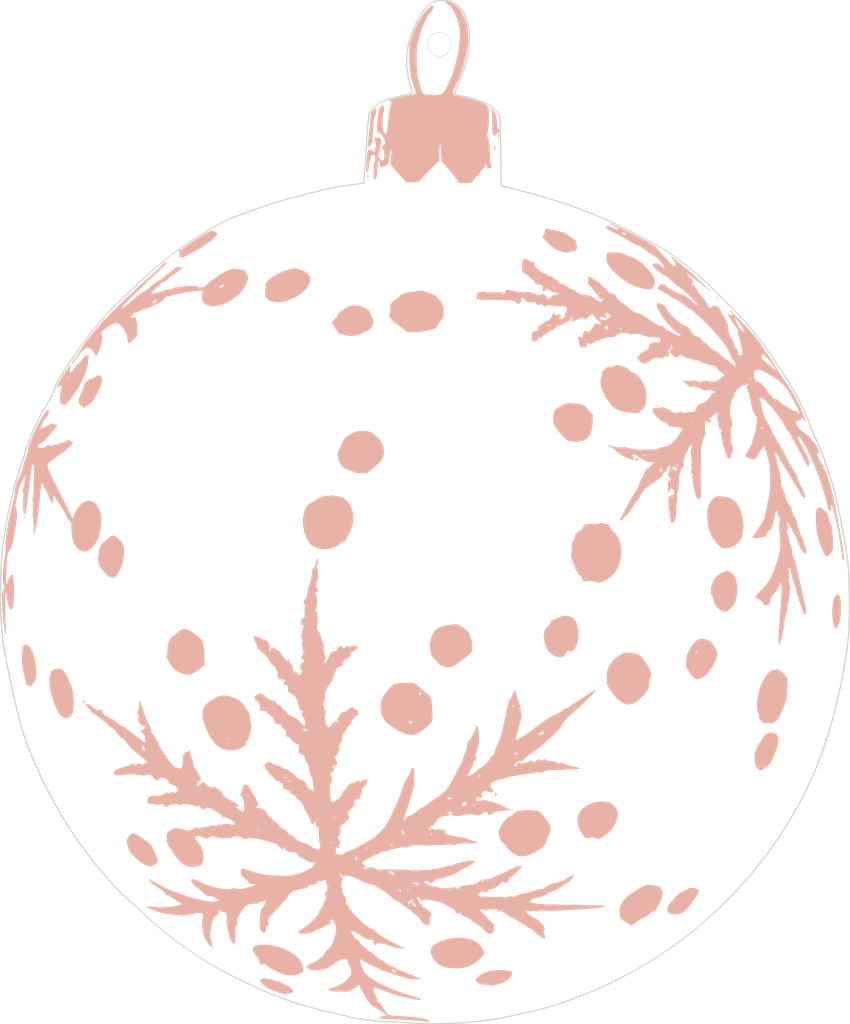
<source format=kicad_pcb>
(kicad_pcb (version 20211014) (generator pcbnew)
  (layers (0 "F.Cu" signal) (31 "B.Cu" signal) (34 "B.Paste" user) (35 "F.Paste" user) (36 "B.SilkS" user "B.Silkscreen") (37 "F.SilkS" user "F.Silkscreen") (38 "B.Mask" user) (39 "F.Mask" user) (44 "Edge.Cuts" user))
  (net 0 "")
  (footprint "library:copper-invert" (layer "F.Cu") (at 100 100)
    (fp_text reference "G***" hide)
    (fp_text value "LOGO" hide)
    (fp_poly (pts (xy 16.450508 -12.274484) (xy 16.703587 -12.190516) (xy 16.944964 -12.075935) (xy 17.144627 -11.939948) (xy 17.235582 -11.84731) (xy 17.360361 -11.730724) (xy 17.481106 -11.679042) (xy 17.486167 -11.678895) (xy 17.661281 -11.621934) (xy 17.860542 -11.464919) (xy 18.067044 -11.228653) (xy 18.263881 -10.933938) (xy 18.434146 -10.601575) (xy 18.50489 -10.425413) (xy 18.585546 -10.144044) (xy 18.618737 -9.852843) (xy 18.605282 -9.516541) (xy 18.546 -9.099868) (xy 18.536831 -9.048253) (xy 18.467265 -8.874614) (xy 18.333996 -8.682857) (xy 18.166688 -8.503798) (xy 17.995004 -8.368253) (xy 17.84861 -8.30704) (xy 17.822908 -8.306594) (xy 17.709242 -8.315913) (xy 17.506165 -8.331829) (xy 17.251546 -8.351384) (xy 17.167336 -8.357779) (xy 16.710831 -8.422082) (xy 16.305687 -8.537084) (xy 15.972214 -8.693916) (xy 15.73072 -8.88371) (xy 15.627967 -9.030004) (xy 15.509422 -9.226634) (xy 15.369748 -9.398396) (xy 15.350936 -9.416642) (xy 15.241395 -9.535288) (xy 15.189576 -9.62512) (xy 15.188945 -9.63142) (xy 15.156998 -9.718256) (xy 15.075108 -9.870828) (xy 15.006809 -9.983268) (xy 14.854263 -10.326755) (xy 14.779146 -10.730399) (xy 14.788235 -11.14806) (xy 14.814089 -11.29598) (xy 14.861857 -11.515301) (xy 14.903578 -11.712819) (xy 14.912929 -11.758669) (xy 14.956114 -11.885794) (xy 15.004731 -11.934171) (xy 15.085859 -11.975243) (xy 15.200283 -12.073148) (xy 15.342594 -12.170497) (xy 15.532392 -12.200108) (xy 15.609696 -12.198125) (xy 15.78599 -12.203824) (xy 15.903167 -12.234906) (xy 15.92122 -12.250606) (xy 16.02931 -12.313739) (xy 16.215745 -12.318628)) (layer "F.Cu") (width 0) (fill solid))
    (fp_poly (pts (xy -27.226357 -11.42704) (xy -27.163773 -11.352921) (xy -27.102496 -11.167219) (xy -27.112593 -10.913168) (xy -27.191599 -10.626534) (xy -27.218244 -10.562061) (xy -27.415622 -10.123948) (xy -27.58316 -9.784034) (xy -27.736329 -9.521191) (xy -27.890599 -9.314295) (xy -28.061442 -9.142217) (xy -28.264329 -8.983832) (xy -28.478621 -8.840942) (xy -28.601378 -8.771017) (xy -28.661304 -8.774124) (xy -28.692861 -8.832031) (xy -28.772685 -8.921096) (xy -28.822729 -8.934674) (xy -28.910884 -8.99142) (xy -28.987203 -9.133791) (xy -29.032514 -9.319985) (xy -29.037689 -9.403317) (xy -29.010873 -9.526165) (xy -28.939833 -9.724174) (xy -28.838681 -9.958975) (xy -28.814322 -10.010644) (xy -28.708768 -10.246289) (xy -28.630118 -10.451192) (xy -28.592377 -10.588053) (xy -28.590955 -10.605552) (xy -28.544598 -10.731003) (xy -28.429488 -10.887239) (xy -28.281565 -11.03662) (xy -28.136767 -11.141504) (xy -28.053606 -11.168342) (xy -27.939723 -11.200863) (xy -27.772955 -11.282907) (xy -27.697488 -11.32789) (xy -27.484414 -11.445868) (xy -27.336783 -11.478477)) (layer "F.Cu") (width 0) (fill solid))
    (fp_poly (pts (xy -5.674842 -17.326377) (xy -5.299317 -17.253283) (xy -4.978477 -17.122258) (xy -4.731158 -16.946197) (xy -4.576196 -16.737999) (xy -4.531156 -16.543233) (xy -4.48619 -16.408938) (xy -4.406544 -16.308518) (xy -4.322157 -16.167798) (xy -4.319758 -15.96294) (xy -4.400075 -15.680147) (xy -4.445818 -15.565075) (xy -4.575339 -15.378104) (xy -4.770904 -15.222598) (xy -4.983033 -15.133943) (xy -5.060969 -15.125126) (xy -5.158764 -15.091456) (xy -5.31109 -15.006848) (xy -5.374513 -14.965578) (xy -5.511193 -14.884109) (xy -5.650762 -14.836029) (xy -5.833053 -14.813076) (xy -6.097899 -14.806993) (xy -6.139202 -14.807008) (xy -6.396749 -14.814609) (xy -6.61156 -14.833938) (xy -6.746426 -14.861258) (xy -6.764824 -14.869849) (xy -6.901815 -14.91858) (xy -7.024917 -14.932691) (xy -7.119799 -14.952703) (xy -7.215614 -15.024983) (xy -7.332135 -15.1697) (xy -7.487605 -15.404602) (xy -7.622089 -15.623807) (xy -7.725079 -15.804836) (xy -7.780596 -15.919034) (xy -7.78593 -15.93949) (xy -7.739273 -16.01408) (xy -7.621893 -16.126256) (xy -7.562563 -16.173814) (xy -7.390705 -16.347799) (xy -7.339196 -16.498239) (xy -7.281046 -16.65845) (xy -7.195603 -16.72828) (xy -7.060151 -16.813271) (xy -6.881549 -16.941504) (xy -6.796734 -17.007054) (xy -6.527116 -17.197383) (xy -6.281203 -17.304725) (xy -6.010582 -17.34286)) (layer "F.Cu") (width 0) (fill solid))
    (fp_poly (pts (xy 15.673716 -24.195213) (xy 15.837598 -24.129276) (xy 16.10956 -24.005137) (xy 16.491189 -23.82211) (xy 16.893366 -23.624491) (xy 17.514187 -23.314627) (xy 18.029391 -23.051591) (xy 18.449511 -22.829294) (xy 18.78508 -22.641644) (xy 19.046633 -22.482552) (xy 19.244702 -22.345929) (xy 19.389822 -22.225683) (xy 19.483298 -22.127119) (xy 19.615329 -21.975267) (xy 19.810585 -21.761065) (xy 20.042683 -21.513052) (xy 20.283796 -21.261254) (xy 20.501661 -21.034165) (xy 20.685101 -20.838374) (xy 20.816737 -20.692769) (xy 20.879187 -20.616239) (xy 20.881634 -20.611568) (xy 20.939073 -20.601388) (xy 21.012113 -20.640782) (xy 21.080408 -20.704489) (xy 21.086232 -20.779812) (xy 21.030548 -20.913934) (xy 21.018204 -20.939462) (xy 20.913122 -21.119552) (xy 20.799434 -21.265648) (xy 20.790941 -21.274131) (xy 20.713471 -21.37306) (xy 20.706547 -21.429831) (xy 20.767676 -21.408577) (xy 20.891269 -21.316497) (xy 21.045817 -21.177955) (xy 21.254599 -20.989747) (xy 21.511986 -20.774572) (xy 21.762263 -20.57901) (xy 21.762311 -20.578974) (xy 22.088038 -20.323744) (xy 22.435847 -20.030586) (xy 22.778867 -19.723968) (xy 23.090227 -19.42836) (xy 23.343057 -19.168232) (xy 23.462548 -19.030673) (xy 23.704794 -18.730905) (xy 23.445338 -18.954272) (xy 23.26066 -19.106781) (xy 23.02315 -19.294241) (xy 22.783369 -19.476765) (xy 22.777237 -19.481325) (xy 22.556114 -19.646816) (xy 22.352153 -19.801454) (xy 22.205745 -19.914591) (xy 22.194135 -19.923785) (xy 22.051934 -20.021649) (xy 21.987334 -20.035058) (xy 21.997042 -19.978286) (xy 22.077767 -19.865609) (xy 22.226215 -19.711304) (xy 22.247757 -19.69128) (xy 22.413452 -19.532702) (xy 22.496732 -19.428401) (xy 22.513065 -19.350738) (xy 22.480276 -19.275838) (xy 22.413231 -19.155429) (xy 22.42576 -19.09897) (xy 22.527628 -19.063552) (xy 22.528645 -19.063286) (xy 22.632938 -18.987205) (xy 22.739816 -18.837037) (xy 22.770625 -18.775513) (xy 22.876619 -18.575112) (xy 22.995273 -18.400051) (xy 23.019939 -18.3708) (xy 23.279857 -18.076204) (xy 23.461249 -17.855227) (xy 23.576365 -17.691759) (xy 23.637453 -17.56969) (xy 23.643842 -17.550251) (xy 23.714243 -17.40119) (xy 23.822778 -17.249703) (xy 23.935668 -17.137336) (xy 24.007104 -17.103518) (xy 24.053899 -17.155366) (xy 24.059799 -17.199246) (xy 24.103912 -17.267188) (xy 24.248485 -17.293897) (xy 24.303951 -17.294975) (xy 24.533807 -17.2501) (xy 24.715738 -17.106898) (xy 24.86458 -16.852503) (xy 24.892757 -16.784422) (xy 24.992074 -16.573278) (xy 25.114642 -16.362402) (xy 25.123659 -16.348854) (xy 25.259774 -16.110692) (xy 25.375711 -15.842422) (xy 25.458375 -15.582446) (xy 25.494672 -15.369164) (xy 25.488552 -15.278801) (xy 25.495647 -15.128776) (xy 25.556657 -14.923138) (xy 25.651241 -14.710091) (xy 25.759058 -14.537837) (xy 25.830779 -14.467809) (xy 25.88835 -14.372431) (xy 25.910553 -14.227621) (xy 25.967664 -13.952122) (xy 26.122808 -13.721227) (xy 26.181784 -13.6704) (xy 26.265091 -13.547046) (xy 26.293467 -13.405835) (xy 26.332693 -13.245177) (xy 26.405151 -13.186046) (xy 26.550862 -13.129861) (xy 26.603862 -13.107047) (xy 26.649624 -13.136689) (xy 26.665086 -13.266731) (xy 26.653203 -13.474343) (xy 26.616927 -13.736693) (xy 26.559213 -14.030951) (xy 26.483016 -14.334287) (xy 26.417368 -14.54848) (xy 26.327507 -14.837803) (xy 26.286101 -15.029235) (xy 26.289794 -15.141538) (xy 26.305811 -15.171909) (xy 26.33093 -15.26008) (xy 26.256741 -15.373797) (xy 26.23393 -15.39755) (xy 26.123455 -15.526689) (xy 25.984239 -15.713994) (xy 25.832631 -15.934036) (xy 25.684978 -16.161384) (xy 25.669357 -16.187047) (xy 26.038191 -16.187047) (xy 26.072001 -16.083934) (xy 26.156921 -15.928163) (xy 26.197738 -15.865117) (xy 26.294839 -15.71037) (xy 26.351396 -15.597678) (xy 26.357286 -15.573922) (xy 26.397092 -15.486862) (xy 26.492744 -15.358288) (xy 26.608595 -15.229373) (xy 26.708996 -15.141286) (xy 26.745874 -15.125126) (xy 26.80048 -15.175303) (xy 26.80402 -15.201469) (xy 26.771219 -15.299182) (xy 26.689222 -15.450863) (xy 26.655301 -15.50461) (xy 26.525569 -15.704637) (xy 26.380054 -15.932016) (xy 26.3353 -16.002638) (xy 26.204576 -16.183005) (xy 26.105265 -16.267164) (xy 26.047979 -16.248528) (xy 26.038191 -16.187047) (xy 25.669357 -16.187047) (xy 25.557626 -16.370609) (xy 25.466924 -16.536281) (xy 25.429219 -16.632969) (xy 25.431525 -16.645764) (xy 25.495993 -16.63533) (xy 25.561699 -16.568905) (xy 25.661919 -16.497827) (xy 25.773482 -16.492658) (xy 25.842419 -16.551395) (xy 25.846733 -16.579475) (xy 25.809451 -16.655227) (xy 25.713206 -16.793986) (xy 25.618119 -16.916528) (xy 25.593302 -16.95593) (xy 25.648335 -16.912305) (xy 25.774205 -16.794248) (xy 25.961897 -16.610352) (xy 26.202397 -16.369214) (xy 26.359065 -16.21005) (xy 26.965704 -15.577556) (xy 27.470821 -15.021456) (xy 27.874804 -14.541294) (xy 28.178039 -14.13661) (xy 28.371596 -13.824557) (xy 28.500541 -13.610139) (xy 28.676249 -13.351699) (xy 28.862544 -13.102228) (xy 28.877884 -13.082915) (xy 29.080115 -12.808559) (xy 29.288444 -12.492236) (xy 29.45343 -12.210187) (xy 29.605622 -11.944812) (xy 29.801106 -11.631711) (xy 30.00585 -11.324708) (xy 30.078894 -11.220991) (xy 30.290985 -10.912678) (xy 30.533007 -10.540338) (xy 30.784204 -10.137841) (xy 31.023821 -9.739057) (xy 31.231101 -9.377855) (xy 31.382238 -9.094221) (xy 31.45723 -8.932318) (xy 31.554288 -8.706574) (xy 31.661981 -8.44571) (xy 31.768875 -8.178452) (xy 31.863539 -7.933522) (xy 31.934539 -7.739643) (xy 31.970443 -7.62554) (xy 31.972659 -7.610854) (xy 31.937927 -7.625613) (xy 31.850858 -7.718533) (xy 31.799099 -7.781969) (xy 31.626246 -8.001376) (xy 31.589886 -7.845789) (xy 31.527337 -7.726888) (xy 31.388978 -7.675068) (xy 31.348622 -7.670203) (xy 31.19083 -7.614392) (xy 31.138487 -7.506557) (xy 31.201052 -7.375375) (xy 31.239447 -7.339196) (xy 31.320438 -7.232671) (xy 31.335176 -7.175853) (xy 31.383392 -7.072508) (xy 31.507488 -6.927829) (xy 31.676632 -6.770514) (xy 31.859992 -6.629261) (xy 32.025466 -6.533325) (xy 32.204801 -6.408728) (xy 32.297672 -6.2676) (xy 32.395566 -6.114972) (xy 32.547729 -5.98659) (xy 32.551659 -5.984318) (xy 32.702817 -5.844661) (xy 32.858299 -5.609189) (xy 33.000819 -5.307881) (xy 33.091313 -5.04832) (xy 33.11023 -4.939465) (xy 33.057211 -4.918445) (xy 33.007683 -4.929107) (xy 32.923431 -4.940386) (xy 32.909407 -4.889773) (xy 32.945742 -4.77058) (xy 33.020291 -4.591451) (xy 33.12331 -4.384982) (xy 33.233639 -4.189206) (xy 33.330119 -4.042158) (xy 33.382506 -3.98553) (xy 33.427879 -3.90026) (xy 33.441206 -3.79347) (xy 33.459737 -3.675293) (xy 33.494116 -3.637689) (xy 33.565372 -3.577354) (xy 33.656653 -3.40557) (xy 33.763571 -3.13617) (xy 33.881734 -2.782986) (xy 34.006754 -2.359851) (xy 34.134238 -1.880598) (xy 34.259799 -1.359059) (xy 34.354925 -0.925377) (xy 34.497618 -0.231542) (xy 34.632886 0.453245) (xy 34.758258 1.11459) (xy 34.871264 1.738099) (xy 34.969431 2.309376) (xy 35.050291 2.814029) (xy 35.11137 3.237662) (xy 35.150199 3.565882) (xy 35.164306 3.784294) (xy 35.164321 3.789599) (xy 35.144439 3.961184) (xy 35.100224 4.01574) (xy 35.054828 3.954717) (xy 35.031435 3.781281) (xy 35.027421 3.658149) (xy 35.019029 3.537308) (xy 35.003011 3.393781) (xy 34.976118 3.202595) (xy 34.935103 2.938773) (xy 34.876719 2.577342) (xy 34.867515 2.520854) (xy 34.82165 2.22743) (xy 34.783607 1.961647) (xy 34.758679 1.761631) (xy 34.752341 1.691206) (xy 34.731898 1.519492) (xy 34.703347 1.40402) (xy 34.671714 1.297871) (xy 34.62302 1.105678) (xy 34.567016 0.866189) (xy 34.558826 0.829648) (xy 34.492862 0.541877) (xy 34.423673 0.252929) (xy 34.367927 0.031909) (xy 34.31009 -0.192261) (xy 34.260189 -0.394121) (xy 34.244151 -0.462689) (xy 34.186885 -0.607471) (xy 34.126392 -0.635648) (xy 34.090729 -0.554361) (xy 34.097243 -0.425302) (xy 34.104826 -0.248762) (xy 34.073601 -0.120093) (xy 34.015479 -0.068438) (xy 33.962764 -0.096262) (xy 33.923728 -0.182624) (xy 33.86633 -0.363011) (xy 33.799809 -0.606831) (xy 33.760552 -0.765829) (xy 33.691104 -1.036059) (xy 33.596826 -1.372728) (xy 33.487037 -1.74556) (xy 33.371054 -2.124276) (xy 33.258197 -2.478601) (xy 33.157784 -2.778256) (xy 33.079132 -2.992965) (xy 33.063282 -3.031407) (xy 33.015729 -3.148659) (xy 32.937523 -3.348069) (xy 32.843214 -3.592433) (xy 32.813707 -3.669598) (xy 32.694125 -3.969411) (xy 32.561222 -4.281863) (xy 32.442043 -4.543548) (xy 32.432611 -4.563066) (xy 32.327631 -4.78719) (xy 32.240895 -4.987239) (xy 32.204171 -5.084255) (xy 32.69665 -5.084255) (xy 32.70541 -5.046314) (xy 32.739196 -5.041709) (xy 32.791726 -5.065059) (xy 32.781742 -5.084255) (xy 32.706003 -5.091893) (xy 32.69665 -5.084255) (xy 32.204171 -5.084255) (xy 32.196586 -5.104294) (xy 32.121402 -5.278316) (xy 32.036366 -5.423389) (xy 31.939492 -5.574766) (xy 31.818235 -5.777694) (xy 31.758108 -5.882799) (xy 31.586132 -6.157777) (xy 31.440226 -6.326739) (xy 31.330617 -6.38191) (xy 31.27874 -6.352084) (xy 31.290395 -6.254815) (xy 31.369521 -6.078409) (xy 31.520056 -5.811177) (xy 31.526633 -5.800093) (xy 31.647965 -5.586359) (xy 31.738045 -5.409576) (xy 31.780552 -5.302235) (xy 31.781909 -5.291852) (xy 31.817671 -5.192968) (xy 31.906039 -5.048433) (xy 31.929684 -5.015823) (xy 32.041317 -4.830126) (xy 32.138068 -4.603907) (xy 32.21388 -4.364185) (xy 32.262694 -4.137981) (xy 32.278455 -3.952315) (xy 32.255104 -3.834205) (xy 32.200677 -3.806993) (xy 32.15145 -3.864207) (xy 32.05663 -4.014922) (xy 31.928189 -4.238716) (xy 31.778098 -4.515171) (xy 31.714307 -4.636642) (xy 31.533203 -4.982091) (xy 31.345418 -5.3357) (xy 31.171805 -5.65847) (xy 31.033218 -5.911405) (xy 31.019952 -5.935176) (xy 30.886569 -6.178659) (xy 30.770103 -6.400424) (xy 30.690997 -6.561289) (xy 30.678577 -6.589481) (xy 30.591931 -6.727666) (xy 30.499473 -6.798655) (xy 30.414946 -6.874759) (xy 30.323056 -7.028528) (xy 30.28661 -7.113061) (xy 30.181538 -7.333066) (xy 30.035971 -7.574214) (xy 29.959517 -7.681842) (xy 29.839635 -7.845841) (xy 29.759794 -7.968463) (xy 29.739698 -8.012664) (xy 29.708282 -8.073116) (xy 31.526633 -8.073116) (xy 31.558542 -8.041206) (xy 31.590452 -8.073116) (xy 31.558542 -8.105025) (xy 31.526633 -8.073116) (xy 29.708282 -8.073116) (xy 29.698479 -8.09198) (xy 29.587251 -8.242015) (xy 29.42466 -8.441661) (xy 29.229352 -8.669813) (xy 29.019972 -8.905363) (xy 28.815167 -9.127205) (xy 28.633581 -9.314232) (xy 28.493861 -9.445337) (xy 28.433891 -9.490829) (xy 28.248177 -9.568246) (xy 28.127959 -9.555369) (xy 28.089788 -9.465056) (xy 28.150214 -9.310166) (xy 28.167578 -9.283924) (xy 28.222061 -9.150114) (xy 28.266605 -8.944623) (xy 28.283262 -8.80615) (xy 28.332777 -8.540304) (xy 28.433176 -8.219964) (xy 28.566722 -7.888428) (xy 28.715679 -7.588994) (xy 28.862309 -7.36496) (xy 28.884197 -7.339196) (xy 28.994485 -7.170437) (xy 29.083989 -6.958684) (xy 29.095764 -6.918334) (xy 29.175566 -6.705027) (xy 29.297084 -6.468846) (xy 29.355412 -6.375872) (xy 29.463372 -6.203629) (xy 29.532959 -6.067848) (xy 29.54708 -6.019847) (xy 29.585119 -5.923595) (xy 29.676862 -5.785642) (xy 29.693437 -5.76457) (xy 29.823882 -5.579256) (xy 29.930006 -5.392714) (xy 30.015954 -5.228191) (xy 30.092005 -5.105528) (xy 30.150285 -5.004149) (xy 30.241715 -4.820839) (xy 30.348882 -4.590861) (xy 30.375669 -4.531156) (xy 30.508944 -4.255933) (xy 30.658904 -3.982708) (xy 30.794507 -3.767811) (xy 30.802394 -3.756777) (xy 30.919042 -3.585326) (xy 30.996657 -3.452065) (xy 31.01608 -3.399708) (xy 31.059001 -3.315088) (xy 31.143718 -3.222865) (xy 31.241716 -3.077934) (xy 31.271357 -2.951589) (xy 31.301705 -2.777461) (xy 31.360822 -2.62643) (xy 31.587332 -2.186569) (xy 31.75024 -1.843777) (xy 31.854162 -1.587246) (xy 31.903715 -1.406167) (xy 31.909548 -1.341505) (xy 31.889391 -1.196743) (xy 31.829689 -1.172439) (xy 31.73159 -1.268074) (xy 31.596283 -1.483057) (xy 31.496265 -1.656634) (xy 31.349723 -1.90442) (xy 31.177154 -2.191998) (xy 31.01608 -2.457136) (xy 30.838525 -2.749184) (xy 30.669233 -3.030573) (xy 30.528355 -3.26764) (xy 30.441708 -3.416698) (xy 30.320665 -3.617654) (xy 30.161401 -3.866085) (xy 30.010929 -4.089857) (xy 29.879119 -4.291139) (xy 29.782671 -4.458953) (xy 29.740268 -4.560443) (xy 29.739698 -4.566779) (xy 29.703878 -4.666102) (xy 29.617842 -4.790299) (xy 29.513732 -4.902904) (xy 29.423686 -4.967454) (xy 29.387699 -4.966148) (xy 29.384445 -4.887907) (xy 29.419017 -4.726594) (xy 29.477999 -4.535115) (xy 29.550101 -4.294182) (xy 29.598863 -4.068897) (xy 29.612299 -3.940575) (xy 29.647026 -3.740284) (xy 29.730752 -3.5397) (xy 29.735544 -3.531686) (xy 29.824823 -3.304541) (xy 29.868054 -2.982307) (xy 29.871929 -2.893495) (xy 29.906821 -2.463748) (xy 29.979928 -2.106725) (xy 30.086012 -1.846797) (xy 30.102491 -1.820599) (xy 30.170053 -1.675278) (xy 30.186432 -1.586956) (xy 30.216894 -1.422748) (xy 30.295374 -1.195346) (xy 30.402512 -0.949965) (xy 30.518949 -0.731817) (xy 30.606045 -0.606985) (xy 30.708052 -0.47098) (xy 30.759634 -0.368382) (xy 30.76116 -0.357034) (xy 30.794689 -0.160709) (xy 30.879782 0.084917) (xy 30.99554 0.324072) (xy 31.048328 0.409251) (xy 31.155009 0.616577) (xy 31.240852 0.869643) (xy 31.264144 0.97523) (xy 31.358352 1.392501) (xy 31.499019 1.778061) (xy 31.629741 2.051616) (xy 31.717688 2.245384) (xy 31.772645 2.409475) (xy 31.781909 2.468901) (xy 31.810039 2.599443) (xy 31.880363 2.779501) (xy 31.909548 2.83995) (xy 31.995368 3.054967) (xy 32.035531 3.25534) (xy 32.029134 3.4116) (xy 31.975272 3.494279) (xy 31.929754 3.498719) (xy 31.83716 3.431938) (xy 31.71742 3.281328) (xy 31.593801 3.080321) (xy 31.493442 2.871859) (xy 31.444222 2.757589) (xy 31.366247 2.581879) (xy 31.33085 2.503192) (xy 31.257157 2.326838) (xy 31.21308 2.195787) (xy 31.207537 2.163884) (xy 31.172036 2.073983) (xy 31.083901 1.933597) (xy 31.055397 1.89436) (xy 30.94208 1.718252) (xy 30.862923 1.551734) (xy 30.856391 1.531658) (xy 30.788636 1.369444) (xy 30.729042 1.276382) (xy 30.646165 1.155444) (xy 30.550654 0.987225) (xy 30.540427 0.96731) (xy 30.45203 0.824414) (xy 30.398977 0.797426) (xy 30.389596 0.877508) (xy 30.432219 1.05582) (xy 30.438564 1.075396) (xy 30.485462 1.276529) (xy 30.464458 1.421319) (xy 30.448195 1.455718) (xy 30.41175 1.58288) (xy 30.435881 1.749591) (xy 30.472001 1.863799) (xy 30.533072 2.08893) (xy 30.566399 2.308399) (xy 30.568418 2.356281) (xy 30.600099 2.543484) (xy 30.675211 2.691567) (xy 30.677131 2.693723) (xy 30.753422 2.849177) (xy 30.802897 3.105286) (xy 30.812326 3.209301) (xy 30.835475 3.429743) (xy 30.867902 3.601565) (xy 30.896609 3.676873) (xy 30.962007 3.801827) (xy 31.041702 4.016139) (xy 31.124955 4.284008) (xy 31.201032 4.569633) (xy 31.259195 4.837211) (xy 31.277207 4.94598) (xy 31.328365 5.233894) (xy 31.39754 5.539192) (xy 31.435726 5.679899) (xy 31.507887 5.949037) (xy 31.57273 6.232179) (xy 31.595538 6.35) (xy 31.641756 6.576574) (xy 31.709053 6.863478) (xy 31.782631 7.147738) (xy 31.892579 7.586669) (xy 31.96566 7.960979) (xy 31.999912 8.255708) (xy 31.993369 8.455896) (xy 31.964225 8.530864) (xy 31.904714 8.582001) (xy 31.852365 8.563758) (xy 31.795983 8.460197) (xy 31.724378 8.255383) (xy 31.68756 8.136934) (xy 31.609522 7.894454) (xy 31.530732 7.670256) (xy 31.484825 7.552918) (xy 31.425507 7.388208) (xy 31.399082 7.263959) (xy 31.398995 7.259582) (xy 31.371856 7.143138) (xy 31.305497 6.980374) (xy 31.295289 6.959465) (xy 31.223721 6.768462) (xy 31.192256 6.590229) (xy 31.192185 6.5827) (xy 31.16273 6.401305) (xy 31.098565 6.230136) (xy 30.986012 5.955702) (xy 30.884075 5.608204) (xy 30.808178 5.242125) (xy 30.796162 5.162009) (xy 30.750167 4.951698) (xy 30.682703 4.779821) (xy 30.608549 4.674718) (xy 30.542485 4.664727) (xy 30.538645 4.668222) (xy 30.52776 4.747864) (xy 30.540373 4.914371) (xy 30.569043 5.103851) (xy 30.60495 5.348641) (xy 30.603416 5.500928) (xy 30.565835 5.588402) (xy 30.527489 5.681693) (xy 30.552151 5.822434) (xy 30.590145 5.926017) (xy 30.662099 6.270106) (xy 30.65534 6.485154) (xy 30.630294 6.74734) (xy 30.609535 7.017337) (xy 30.60546 7.083919) (xy 30.577528 7.312888) (xy 30.523518 7.585598) (xy 30.483663 7.741179) (xy 30.424835 7.983823) (xy 30.386432 8.212856) (xy 30.377889 8.327739) (xy 30.363127 8.483831) (xy 30.32714 8.574886) (xy 30.322682 8.578346) (xy 30.275203 8.664378) (xy 30.23113 8.837771) (xy 30.197517 9.058303) (xy 30.181421 9.285748) (xy 30.181833 9.381407) (xy 30.170527 9.573186) (xy 30.132259 9.728508) (xy 30.130495 9.732412) (xy 30.094118 9.848574) (xy 30.044952 10.056093) (xy 29.99082 10.32036) (xy 29.960608 10.483879) (xy 29.894774 10.822467) (xy 29.838588 11.037343) (xy 29.790401 11.131931) (xy 29.748562 11.109656) (xy 29.715144 10.993396) (xy 29.70139 10.882409) (xy 29.696577 10.721537) (xy 29.701308 10.496472) (xy 29.716187 10.192907) (xy 29.741817 9.796535) (xy 29.778802 9.293048) (xy 29.796609 9.062311) (xy 29.853566 8.290918) (xy 29.906274 7.499017) (xy 29.950628 6.749441) (xy 29.963275 6.511528) (xy 29.961911 6.281727) (xy 29.938654 6.080278) (xy 29.917329 6.000976) (xy 29.868199 5.892547) (xy 29.834046 5.895929) (xy 29.801136 5.967085) (xy 29.745475 6.134237) (xy 29.7151 6.254392) (xy 29.657368 6.377679) (xy 29.535614 6.557441) (xy 29.374299 6.758168) (xy 29.345395 6.791045) (xy 29.160958 7.011363) (xy 29.050627 7.184949) (xy 28.993238 7.350014) (xy 28.975677 7.458577) (xy 28.946011 7.640065) (xy 28.893587 7.733684) (xy 28.790185 7.779087) (xy 28.739566 7.79035) (xy 28.548571 7.804068) (xy 28.432117 7.761051) (xy 28.412083 7.676084) (xy 28.381018 7.586115) (xy 28.274158 7.465228) (xy 28.127013 7.344981) (xy 27.975089 7.256935) (xy 27.918144 7.237084) (xy 27.800043 7.19084) (xy 27.761306 7.149427) (xy 27.808504 7.048076) (xy 27.942833 6.877662) (xy 28.153401 6.650864) (xy 28.389345 6.418307) (xy 28.736034 6.014266) (xy 29.052694 5.491541) (xy 29.340124 4.848453) (xy 29.599121 4.083323) (xy 29.73894 3.573869) (xy 29.813801 3.231187) (xy 29.855316 2.902308) (xy 29.864602 2.551764) (xy 29.842775 2.144088) (xy 29.797844 1.702388) (xy 29.762925 1.367439) (xy 29.749551 1.128547) (xy 29.757736 0.955959) (xy 29.78749 0.819922) (xy 29.798198 0.788418) (xy 29.844375 0.627367) (xy 29.829352 0.524232) (xy 29.774655 0.450101) (xy 29.693306 0.308754) (xy 29.635743 0.119951) (xy 29.632892 0.103644) (xy 29.598163 -0.046779) (xy 29.560029 -0.124651) (xy 29.552711 -0.127638) (xy 29.500191 -0.071907) (xy 29.441022 0.066363) (xy 29.389394 0.243784) (xy 29.359497 0.416969) (xy 29.356784 0.471415) (xy 29.331191 0.65498) (xy 29.287573 0.775902) (xy 29.226903 0.938669) (xy 29.194958 1.090164) (xy 29.156807 1.248411) (xy 29.070694 1.393423) (xy 28.911561 1.564447) (xy 28.862186 1.611411) (xy 28.759981 1.727322) (xy 28.717615 1.814398) (xy 28.682633 1.934717) (xy 28.569732 2.024414) (xy 28.361018 2.09322) (xy 28.121744 2.138403) (xy 27.880837 2.168793) (xy 27.685203 2.179924) (xy 27.572013 2.169938) (xy 27.564102 2.166297) (xy 27.549162 2.100787) (xy 27.615041 1.964318) (xy 27.766406 1.747246) (xy 27.76785 1.745323) (xy 27.949479 1.482484) (xy 28.137774 1.176982) (xy 28.26763 0.941212) (xy 28.378566 0.735262) (xy 28.472303 0.582956) (xy 28.531273 0.512402) (xy 28.536858 0.510553) (xy 28.562 0.463364) (xy 28.550521 0.415622) (xy 28.54615 0.293868) (xy 28.58473 0.126101) (xy 28.589517 0.112482) (xy 28.634887 -0.044174) (xy 28.695195 -0.296339) (xy 28.764098 -0.613672) (xy 28.835254 -0.965831) (xy 28.902319 -1.322475) (xy 28.95895 -1.653261) (xy 28.959915 -1.659297) (xy 28.97668 -1.828651) (xy 28.990697 -2.09291) (xy 29.000728 -2.419348) (xy 29.005536 -2.775241) (xy 29.005779 -2.87186) (xy 29.001561 -3.29199) (xy 28.986351 -3.623655) (xy 28.956316 -3.905827) (xy 28.907622 -4.177476) (xy 28.85512 -4.403518) (xy 28.780261 -4.685782) (xy 28.70492 -4.938067) (xy 28.640687 -5.122813) (xy 28.615798 -5.179194) (xy 28.550809 -5.336102) (xy 28.527135 -5.450425) (xy 28.494487 -5.539202) (xy 28.463316 -5.552262) (xy 28.401348 -5.5041) (xy 28.399497 -5.488995) (xy 28.363372 -5.406667) (xy 28.270384 -5.26187) (xy 28.18461 -5.144211) (xy 28.054738 -4.954312) (xy 27.958031 -4.777096) (xy 27.92858 -4.698767) (xy 27.847679 -4.528921) (xy 27.704239 -4.449302) (xy 27.484268 -4.455786) (xy 27.281469 -4.508017) (xy 27.054614 -4.595818) (xy 26.945304 -4.681159) (xy 26.931658 -4.725817) (xy 26.965545 -4.828391) (xy 27.055062 -5.000592) (xy 27.181998 -5.207942) (xy 27.203623 -5.24067) (xy 27.431332 -5.651441) (xy 27.560284 -6.062814) (xy 27.611133 -6.284934) (xy 27.660915 -6.458418) (xy 27.696494 -6.541458) (xy 27.743979 -6.651698) (xy 27.788122 -6.843132) (xy 27.826241 -7.086194) (xy 27.829621 -7.116664) (xy 28.242025 -7.116664) (xy 28.24864 -7.052377) (xy 28.309203 -6.987898) (xy 28.343406 -6.992968) (xy 28.373102 -7.069172) (xy 28.364862 -7.08833) (xy 28.291955 -7.146779) (xy 28.242025 -7.116664) (xy 27.829621 -7.116664) (xy 27.855651 -7.351321) (xy 27.873671 -7.60895) (xy 27.877615 -7.829516) (xy 27.864801 -7.983456) (xy 27.832615 -8.041206) (xy 27.766747 -8.09704) (xy 27.680409 -8.242283) (xy 27.587959 -8.443553) (xy 27.503754 -8.667464) (xy 27.454198 -8.838945) (xy 27.952764 -8.838945) (xy 27.984673 -8.807035) (xy 28.016583 -8.838945) (xy 27.984673 -8.870855) (xy 27.952764 -8.838945) (xy 27.454198 -8.838945) (xy 27.442151 -8.880631) (xy 27.420929 -8.998493) (xy 27.32922 -9.570476) (xy 27.197169 -10.029269) (xy 27.122998 -10.201259) (xy 27.033725 -10.43487) (xy 27.033413 -10.587871) (xy 27.121675 -10.655026) (xy 27.156788 -10.657789) (xy 27.22433 -10.688307) (xy 27.218737 -10.721781) (xy 27.133978 -10.751056) (xy 27.059619 -10.721781) (xy 26.902733 -10.672089) (xy 26.767779 -10.657789) (xy 26.607399 -10.607848) (xy 26.419156 -10.478501) (xy 26.23239 -10.300464) (xy 26.076438 -10.104455) (xy 25.980641 -9.921188) (xy 25.965039 -9.817364) (xy 25.958137 -9.688376) (xy 25.916219 -9.636684) (xy 25.841607 -9.577666) (xy 25.770856 -9.419814) (xy 25.708364 -9.191931) (xy 25.65853 -8.922821) (xy 25.625754 -8.641287) (xy 25.614435 -8.376132) (xy 25.628972 -8.156158) (xy 25.669034 -8.018322) (xy 25.741918 -7.826142) (xy 25.785866 -7.594968) (xy 25.797064 -7.370089) (xy 25.7717 -7.196794) (xy 25.742822 -7.142133) (xy 25.69551 -7.052242) (xy 25.68306 -6.91025) (xy 25.703353 -6.683106) (xy 25.71013 -6.632014) (xy 25.735084 -6.314595) (xy 25.709559 -6.103476) (xy 25.69888 -6.075843) (xy 25.667196 -5.926042) (xy 25.727482 -5.763912) (xy 25.731861 -5.756313) (xy 25.862408 -5.454478) (xy 25.877108 -5.186889) (xy 25.782815 -4.94582) (xy 25.706355 -4.808548) (xy 25.67877 -4.729881) (xy 25.684226 -4.722613) (xy 25.689621 -4.675954) (xy 25.655276 -4.594975) (xy 25.577876 -4.494033) (xy 25.526988 -4.467337) (xy 25.461422 -4.52348) (xy 25.378798 -4.669186) (xy 25.293733 -4.870376) (xy 25.220841 -5.092966) (xy 25.178174 -5.280696) (xy 25.138168 -5.455626) (xy 25.091137 -5.570277) (xy 25.075351 -5.587603) (xy 25.033797 -5.670995) (xy 25.017085 -5.8155) (xy 24.99675 -5.995589) (xy 24.955411 -6.122625) (xy 24.904005 -6.293621) (xy 24.881594 -6.520551) (xy 24.891421 -6.737688) (xy 24.919535 -6.849386) (xy 24.936706 -6.936574) (xy 24.85899 -6.946553) (xy 24.850248 -6.945114) (xy 24.780462 -6.950334) (xy 24.737723 -7.014061) (xy 24.710187 -7.163282) (xy 24.69699 -7.294278) (xy 24.667061 -7.50221) (xy 24.623842 -7.655866) (xy 24.588793 -7.710714) (xy 24.545596 -7.792096) (xy 24.560224 -7.961284) (xy 24.570702 -8.010853) (xy 24.597323 -8.216934) (xy 24.562054 -8.315025) (xy 24.467563 -8.302423) (xy 24.362578 -8.22164) (xy 24.190925 -8.075281) (xy 24.031374 -7.955228) (xy 23.919813 -7.8676) (xy 23.904556 -7.801477) (xy 23.959794 -7.726836) (xy 24.038266 -7.623765) (xy 24.059799 -7.573493) (xy 24.008322 -7.536997) (xy 23.892842 -7.532607) (xy 23.771785 -7.556337) (xy 23.706878 -7.597572) (xy 23.635252 -7.626502) (xy 23.576277 -7.590424) (xy 23.533926 -7.490585) (xy 23.512201 -7.306189) (xy 23.510863 -7.078599) (xy 23.529677 -6.849181) (xy 23.568406 -6.659297) (xy 23.581819 -6.621231) (xy 23.589863 -6.527876) (xy 23.556074 -6.509548) (xy 23.497508 -6.45653) (xy 23.485427 -6.389724) (xy 23.441942 -6.249994) (xy 23.398401 -6.197675) (xy 23.34232 -6.091067) (xy 23.312739 -5.917681) (xy 23.311375 -5.871836) (xy 23.294568 -5.687313) (xy 23.252987 -5.551447) (xy 23.241247 -5.533722) (xy 23.208725 -5.433294) (xy 23.184388 -5.240615) (xy 23.172189 -4.991003) (xy 23.171487 -4.910416) (xy 23.170991 -4.656013) (xy 23.169381 -4.310936) (xy 23.166876 -3.912144) (xy 23.163696 -3.496594) (xy 23.161853 -3.286684) (xy 23.159833 -2.880877) (xy 23.16085 -2.476367) (xy 23.164608 -2.108867) (xy 23.17081 -1.814092) (xy 23.175046 -1.698249) (xy 23.182985 -1.438456) (xy 23.174306 -1.276327) (xy 23.144272 -1.182442) (xy 23.088145 -1.127381) (xy 23.082559 -1.123878) (xy 22.978961 -1.091373) (xy 22.883542 -1.156045) (xy 22.855141 -1.188978) (xy 22.790126 -1.318645) (xy 22.717519 -1.54233) (xy 22.644153 -1.827231) (xy 22.576858 -2.140546) (xy 22.522465 -2.449473) (xy 22.487805 -2.721208) (xy 22.47971 -2.92295) (xy 22.484255 -2.969972) (xy 22.494053 -3.115422) (xy 22.471972 -3.188815) (xy 22.46461 -3.190955) (xy 22.396286 -3.243868) (xy 22.363287 -3.364029) (xy 22.375674 -3.493576) (xy 22.403044 -3.545023) (xy 22.444584 -3.657261) (xy 22.413238 -3.718071) (xy 22.377705 -3.84191) (xy 22.393564 -4.021212) (xy 22.413303 -4.248307) (xy 22.394689 -4.467337) (xy 22.361742 -4.692576) (xy 22.346734 -4.934933) (xy 22.349386 -5.1575) (xy 22.369416 -5.323372) (xy 22.401719 -5.393466) (xy 22.468685 -5.48528) (xy 22.438333 -5.573831) (xy 22.330634 -5.605505) (xy 22.323092 -5.604565) (xy 22.208216 -5.54501) (xy 22.142719 -5.390476) (xy 22.138187 -5.369389) (xy 22.067515 -5.165693) (xy 21.956577 -4.968139) (xy 21.951416 -4.961058) (xy 21.851343 -4.769179) (xy 21.784276 -4.538562) (xy 21.77685 -4.48832) (xy 21.746364 -4.311051) (xy 21.706813 -4.194641) (xy 21.691334 -4.175727) (xy 21.678038 -4.1035) (xy 21.715754 -4.011548) (xy 21.757597 -3.904453) (xy 21.705945 -3.823916) (xy 21.650628 -3.783356) (xy 21.542978 -3.673914) (xy 21.507035 -3.578849) (xy 21.470671 -3.446614) (xy 21.441604 -3.406328) (xy 21.407741 -3.315) (xy 21.376897 -3.131861) (xy 21.354716 -2.89271) (xy 21.351512 -2.835147) (xy 21.338509 -2.599356) (xy 21.325875 -2.422212) (xy 21.315863 -2.334025) (xy 21.313887 -2.329397) (xy 21.303347 -2.271828) (xy 21.290082 -2.123812) (xy 21.281354 -1.990972) (xy 21.258094 -1.783574) (xy 21.220029 -1.623689) (xy 21.194257 -1.57118) (xy 21.158714 -1.433073) (xy 21.183411 -1.292173) (xy 21.214806 -1.148341) (xy 21.213781 -1.068555) (xy 21.212433 -1.066872) (xy 21.188801 -0.987351) (xy 21.162004 -0.811195) (xy 21.135409 -0.56924) (xy 21.112388 -0.292323) (xy 21.096311 -0.011279) (xy 21.095844 0) (xy 21.059502 0.398569) (xy 20.985169 0.690369) (xy 20.895583 0.858127) (xy 20.822036 0.929929) (xy 20.757369 0.924598) (xy 20.699063 0.833682) (xy 20.6446 0.648729) (xy 20.591459 0.361286) (xy 20.537121 -0.037098) (xy 20.481611 -0.530631) (xy 20.451019 -0.836384) (xy 20.437018 -1.040639) (xy 20.441084 -1.168641) (xy 20.448029 -1.19129) (xy 20.69866 -1.19129) (xy 20.70742 -1.15335) (xy 20.741206 -1.148744) (xy 20.793736 -1.172094) (xy 20.783752 -1.19129) (xy 20.708014 -1.198928) (xy 20.69866 -1.19129) (xy 20.448029 -1.19129) (xy 20.464692 -1.245632) (xy 20.509317 -1.296856) (xy 20.527235 -1.311134) (xy 20.673283 -1.37806) (xy 20.76791 -1.386784) (xy 20.882678 -1.42297) (xy 20.943169 -1.539537) (xy 20.942403 -1.698317) (xy 20.8734 -1.861139) (xy 20.858375 -1.881477) (xy 20.742455 -2.008771) (xy 20.664494 -2.023165) (xy 20.597821 -1.921823) (xy 20.569284 -1.850754) (xy 20.495263 -1.696647) (xy 20.439206 -1.664084) (xy 20.404802 -1.747772) (xy 20.395736 -1.942418) (xy 20.402557 -2.090076) (xy 20.424216 -2.367354) (xy 20.448495 -2.54107) (xy 20.483751 -2.635173) (xy 20.538337 -2.673609) (xy 20.608517 -2.680402) (xy 20.68471 -2.688168) (xy 20.681749 -2.729562) (xy 20.594827 -2.831727) (xy 20.578611 -2.849269) (xy 20.458981 -3.022872) (xy 20.424389 -3.177941) (xy 20.481351 -3.283724) (xy 20.485929 -3.286684) (xy 20.529089 -3.371547) (xy 20.549501 -3.5262) (xy 20.549749 -3.545726) (xy 20.566033 -3.691862) (xy 20.605989 -3.763776) (xy 20.613568 -3.765327) (xy 20.63654 -3.783757) (xy 20.798972 -3.783757) (xy 20.818741 -3.681791) (xy 20.877446 -3.57455) (xy 20.916708 -3.535071) (xy 21.066413 -3.456135) (xy 21.161233 -3.479565) (xy 21.187939 -3.575449) (xy 21.133767 -3.683718) (xy 21.005127 -3.780103) (xy 20.85283 -3.828308) (xy 20.83278 -3.829146) (xy 20.798972 -3.783757) (xy 20.63654 -3.783757) (xy 20.674825 -3.814472) (xy 20.677387 -3.833585) (xy 20.624806 -3.879313) (xy 20.539235 -3.881449) (xy 20.428165 -3.821631) (xy 20.348022 -3.665101) (xy 20.33003 -3.605779) (xy 20.256768 -3.422615) (xy 20.15796 -3.339865) (xy 20.117177 -3.330109) (xy 20.011354 -3.282885) (xy 19.976186 -3.159292) (xy 19.975377 -3.122697) (xy 19.951932 -2.981585) (xy 19.871326 -2.93596) (xy 19.86069 -2.935679) (xy 19.754625 -2.892332) (xy 19.604138 -2.780862) (xy 19.496733 -2.680402) (xy 19.339823 -2.538672) (xy 19.20169 -2.445981) (xy 19.138186 -2.425126) (xy 19.027451 -2.381307) (xy 18.886876 -2.272262) (xy 18.848205 -2.233669) (xy 18.719004 -2.113247) (xy 18.617492 -2.046781) (xy 18.598126 -2.042211) (xy 18.522546 -1.990956) (xy 18.40975 -1.85867) (xy 18.281391 -1.677574) (xy 18.159122 -1.47989) (xy 18.064597 -1.297839) (xy 18.024266 -1.188278) (xy 17.955782 -1.046126) (xy 17.863713 -0.974305) (xy 17.777737 -0.907608) (xy 17.654727 -0.758412) (xy 17.518567 -0.556379) (xy 17.492359 -0.513085) (xy 17.330604 -0.256319) (xy 17.154063 0.000218) (xy 17.003075 0.19832) (xy 16.843612 0.371881) (xy 16.680625 0.520414) (xy 16.537232 0.626646) (xy 16.436549 0.673306) (xy 16.401507 0.647783) (xy 16.430508 0.567076) (xy 16.508882 0.401367) (xy 16.623691 0.177048) (xy 16.725298 -0.012629) (xy 16.870876 -0.281544) (xy 17.002661 -0.528569) (xy 17.102626 -0.719733) (xy 17.141904 -0.797739) (xy 17.244687 -0.989635) (xy 17.392029 -1.241155) (xy 17.556093 -1.5068) (xy 17.709042 -1.741073) (xy 17.786184 -1.850754) (xy 17.86983 -1.998472) (xy 17.963928 -2.21507) (xy 18.027853 -2.393216) (xy 18.097686 -2.597589) (xy 18.156253 -2.748395) (xy 18.187465 -2.80804) (xy 18.28848 -2.937119) (xy 18.396257 -3.129631) (xy 18.480116 -3.326989) (xy 18.504266 -3.412987) (xy 18.599421 -3.602912) (xy 18.664369 -3.649759) (xy 19.737646 -3.649759) (xy 19.7576 -3.529356) (xy 19.785767 -3.462456) (xy 19.872166 -3.286684) (xy 19.897265 -3.437637) (xy 19.890873 -3.582338) (xy 19.854205 -3.656749) (xy 19.772973 -3.701096) (xy 19.737646 -3.649759) (xy 18.664369 -3.649759) (xy 18.743934 -3.707149) (xy 18.919959 -3.825582) (xy 19.061743 -3.956784) (xy 21.12412 -3.956784) (xy 21.176067 -3.900776) (xy 21.223615 -3.892965) (xy 21.289672 -3.923904) (xy 21.283668 -3.956784) (xy 21.202078 -4.018169) (xy 21.184173 -4.020603) (xy 21.125839 -3.971926) (xy 21.12412 -3.956784) (xy 19.061743 -3.956784) (xy 19.093692 -3.986348) (xy 19.119526 -4.015747) (xy 19.293897 -4.222975) (xy 19.108129 -4.204808) (xy 18.898822 -4.205002) (xy 18.693547 -4.237785) (xy 18.530396 -4.293189) (xy 18.447457 -4.361242) (xy 18.443718 -4.378711) (xy 18.385985 -4.446958) (xy 18.248141 -4.467337) (xy 18.056739 -4.514162) (xy 17.891463 -4.658794) (xy 17.740369 -4.790199) (xy 18.379899 -4.790199) (xy 18.405937 -4.684467) (xy 18.443718 -4.658794) (xy 18.500959 -4.710212) (xy 18.507537 -4.750756) (xy 18.468643 -4.859412) (xy 18.443718 -4.882161) (xy 18.393487 -4.862621) (xy 18.379899 -4.790199) (xy 17.740369 -4.790199) (xy 17.730223 -4.799023) (xy 17.576487 -4.850251) (xy 17.452348 -4.821299) (xy 17.426282 -4.753479) (xy 17.486432 -4.690704) (xy 17.536453 -4.602429) (xy 17.550251 -4.500624) (xy 17.539701 -4.403625) (xy 17.483736 -4.377185) (xy 17.345881 -4.406439) (xy 17.329927 -4.410822) (xy 17.143578 -4.480186) (xy 16.906448 -4.593255) (xy 16.648576 -4.732531) (xy 16.399998 -4.880517) (xy 16.190754 -5.019712) (xy 16.050881 -5.13262) (xy 16.014407 -5.177168) (xy 15.916852 -5.277449) (xy 15.747872 -5.385324) (xy 15.654066 -5.430419) (xy 15.471198 -5.522256) (xy 15.406368 -5.582102) (xy 15.452027 -5.600758) (xy 15.600626 -5.569021) (xy 15.730817 -5.523969) (xy 16.023016 -5.449323) (xy 16.382855 -5.42979) (xy 16.482114 -5.432684) (xy 16.723568 -5.434284) (xy 16.922041 -5.4203) (xy 17.036547 -5.393729) (xy 17.039698 -5.391897) (xy 17.143426 -5.357101) (xy 17.329786 -5.319751) (xy 17.565638 -5.28375) (xy 17.817846 -5.253002) (xy 18.053272 -5.231413) (xy 18.238778 -5.222885) (xy 18.341226 -5.231324) (xy 18.350635 -5.237446) (xy 18.422778 -5.254347) (xy 18.590974 -5.2602) (xy 18.824063 -5.254374) (xy 18.922711 -5.248996) (xy 19.207441 -5.236332) (xy 19.394397 -5.243076) (xy 19.512368 -5.272092) (xy 19.577433 -5.31417) (xy 19.704497 -5.381637) (xy 19.900997 -5.440166) (xy 20.007286 -5.459964) (xy 20.246622 -5.512252) (xy 20.472026 -5.588682) (xy 20.540238 -5.620592) (xy 20.668516 -5.711939) (xy 20.832467 -5.858992) (xy 21.005618 -6.033702) (xy 21.161499 -6.208017) (xy 21.273635 -6.353888) (xy 21.315578 -6.442165) (xy 21.35223 -6.517333) (xy 21.445478 -6.65263) (xy 21.509786 -6.736376) (xy 21.703994 -6.980756) (xy 21.558397 -7.058677) (xy 21.401945 -7.104218) (xy 21.194476 -7.120387) (xy 21.139598 -7.118334) (xy 20.963882 -7.119523) (xy 20.848328 -7.144269) (xy 20.830339 -7.15841) (xy 20.748483 -7.189657) (xy 20.672532 -7.178108) (xy 20.55765 -7.186055) (xy 20.483425 -7.287195) (xy 20.386953 -7.403015) (xy 22.400502 -7.403015) (xy 22.449067 -7.341051) (xy 22.464321 -7.339196) (xy 22.526286 -7.387761) (xy 22.52814 -7.403015) (xy 22.479576 -7.46498) (xy 22.464321 -7.466834) (xy 22.402357 -7.41827) (xy 22.400502 -7.403015) (xy 20.386953 -7.403015) (xy 20.360205 -7.435128) (xy 20.169749 -7.549743) (xy 19.97661 -7.594473) (xy 19.863321 -7.642833) (xy 19.70516 -7.768944) (xy 19.52805 -7.94435) (xy 19.357913 -8.140593) (xy 19.220671 -8.329219) (xy 19.142246 -8.481771) (xy 19.133638 -8.519849) (xy 19.129928 -8.642549) (xy 19.17556 -8.69803) (xy 19.304234 -8.714351) (xy 19.369095 -8.715897) (xy 19.610537 -8.732917) (xy 19.849605 -8.767986) (xy 19.863019 -8.770737) (xy 20.032671 -8.792986) (xy 20.117349 -8.762315) (xy 20.136997 -8.728919) (xy 20.222801 -8.661558) (xy 20.373447 -8.636851) (xy 20.520639 -8.615336) (xy 20.59898 -8.56334) (xy 20.599833 -8.561053) (xy 20.681672 -8.469527) (xy 20.837622 -8.378446) (xy 21.016617 -8.313203) (xy 21.131881 -8.296483) (xy 21.295192 -8.338705) (xy 21.381176 -8.393821) (xy 21.472844 -8.457884) (xy 21.541052 -8.426174) (xy 21.569518 -8.393821) (xy 21.686191 -8.324141) (xy 21.846669 -8.298293) (xy 21.99174 -8.319836) (xy 22.05228 -8.364805) (xy 22.143673 -8.40287) (xy 22.320452 -8.39485) (xy 22.335249 -8.392454) (xy 22.507339 -8.377923) (xy 22.61945 -8.423914) (xy 22.711614 -8.524195) (xy 22.805256 -8.674326) (xy 22.847086 -8.802847) (xy 22.847236 -8.808302) (xy 22.90224 -8.928253) (xy 23.036976 -9.041018) (xy 23.206025 -9.114318) (xy 23.294458 -9.126131) (xy 23.413549 -9.170315) (xy 23.577842 -9.283515) (xy 23.755882 -9.436703) (xy 23.916215 -9.600849) (xy 24.027386 -9.746926) (xy 24.059799 -9.832435) (xy 24.115216 -9.93542) (xy 24.198393 -9.967295) (xy 24.314932 -10.012904) (xy 24.364472 -10.082233) (xy 24.331859 -10.138041) (xy 24.272529 -10.149498) (xy 24.128236 -10.181599) (xy 24.00225 -10.2367) (xy 23.872751 -10.286969) (xy 23.750762 -10.26148) (xy 23.671162 -10.219592) (xy 23.540645 -10.156507) (xy 23.449595 -10.170285) (xy 23.341802 -10.259915) (xy 23.165044 -10.380444) (xy 22.936095 -10.47786) (xy 22.698372 -10.539745) (xy 22.495294 -10.553678) (xy 22.399334 -10.529526) (xy 22.306765 -10.501116) (xy 22.213642 -10.538318) (xy 22.084267 -10.657492) (xy 22.056476 -10.686682) (xy 21.9177 -10.819228) (xy 21.805852 -10.900719) (xy 21.770731 -10.913066) (xy 21.702115 -10.954619) (xy 21.698492 -10.973466) (xy 21.756816 -11.001968) (xy 21.91072 -11.016565) (xy 22.115351 -11.014762) (xy 22.333151 -11.012382) (xy 22.495378 -11.024818) (xy 22.564455 -11.047831) (xy 22.634583 -11.052872) (xy 22.773949 -11.004793) (xy 22.845632 -10.970253) (xy 23.042768 -10.888771) (xy 23.179349 -10.888609) (xy 23.210222 -10.901807) (xy 23.355353 -10.954168) (xy 23.536954 -10.989758) (xy 23.707694 -11.003035) (xy 23.820242 -10.988455) (xy 23.837437 -10.975259) (xy 23.918829 -10.941304) (xy 24.075086 -10.92596) (xy 24.25488 -10.928672) (xy 24.406885 -10.948884) (xy 24.47791 -10.982203) (xy 24.567387 -11.037351) (xy 24.597101 -11.040704) (xy 24.688176 -11.081743) (xy 24.804816 -11.168342) (xy 27.314573 -11.168342) (xy 27.363137 -11.106377) (xy 27.378392 -11.104523) (xy 27.440356 -11.153088) (xy 27.442211 -11.168342) (xy 27.393646 -11.230307) (xy 27.378392 -11.232161) (xy 27.316427 -11.183596) (xy 27.314573 -11.168342) (xy 24.804816 -11.168342) (xy 24.829375 -11.186576) (xy 24.919859 -11.266791) (xy 25.057528 -11.402167) (xy 25.113152 -11.486202) (xy 25.099318 -11.553209) (xy 25.048007 -11.616167) (xy 25.03036 -11.631013) (xy 27.618446 -11.631013) (xy 27.651028 -11.378899) (xy 27.656017 -11.359193) (xy 27.726066 -11.122091) (xy 27.794986 -10.985743) (xy 27.88091 -10.924726) (xy 27.974239 -10.913066) (xy 28.1937 -10.850801) (xy 28.395437 -10.66982) (xy 28.536632 -10.44616) (xy 28.673031 -10.235932) (xy 28.853266 -10.027815) (xy 28.918692 -9.966761) (xy 29.060603 -9.828329) (xy 29.149762 -9.710138) (xy 29.165326 -9.665866) (xy 29.221535 -9.562842) (xy 29.359988 -9.480479) (xy 29.535426 -9.445279) (xy 29.542135 -9.445226) (xy 29.664597 -9.396808) (xy 29.794775 -9.278094) (xy 29.811574 -9.256521) (xy 29.950605 -9.11976) (xy 30.151971 -8.978398) (xy 30.276173 -8.910345) (xy 30.496631 -8.790319) (xy 30.697774 -8.659134) (xy 30.779038 -8.595069) (xy 30.958141 -8.481829) (xy 31.08644 -8.471159) (xy 31.225851 -8.451801) (xy 31.351324 -8.33695) (xy 31.44619 -8.223782) (xy 31.499065 -8.169635) (xy 31.501108 -8.168844) (xy 31.489275 -8.222927) (xy 31.443533 -8.362501) (xy 31.394798 -8.499423) (xy 31.3073 -8.705815) (xy 31.176537 -8.975414) (xy 31.025266 -9.262191) (xy 30.960949 -9.376936) (xy 30.811919 -9.639946) (xy 30.674739 -9.886635) (xy 30.570326 -10.079196) (xy 30.537456 -10.142352) (xy 30.37765 -10.385771) (xy 30.143579 -10.647034) (xy 29.853671 -10.91402) (xy 29.526355 -11.174609) (xy 29.180059 -11.416681) (xy 28.833213 -11.628116) (xy 28.504244 -11.796794) (xy 28.211583 -11.910594) (xy 27.973656 -11.957397) (xy 27.818437 -11.930591) (xy 27.672098 -11.807344) (xy 27.618446 -11.631013) (xy 25.03036 -11.631013) (xy 24.916847 -11.726508) (xy 24.82038 -11.776289) (xy 24.7122 -11.852458) (xy 24.594123 -11.993089) (xy 24.573545 -12.024733) (xy 24.450866 -12.174614) (xy 24.284302 -12.264478) (xy 24.139597 -12.303973) (xy 23.792563 -12.384582) (xy 23.543891 -12.451718) (xy 23.366337 -12.514587) (xy 23.232654 -12.582395) (xy 23.149595 -12.638464) (xy 22.945642 -12.740439) (xy 22.782524 -12.741304) (xy 22.607636 -12.744165) (xy 22.530496 -12.792891) (xy 22.427863 -12.852355) (xy 22.248848 -12.904873) (xy 22.142015 -12.923809) (xy 21.961403 -12.956575) (xy 21.847074 -12.992555) (xy 21.82613 -13.011093) (xy 21.772916 -13.060728) (xy 21.642881 -13.123905) (xy 21.623736 -13.131327) (xy 21.477211 -13.174409) (xy 21.391941 -13.151679) (xy 21.338825 -13.089915) (xy 21.21479 -13.008389) (xy 21.054576 -13.010852) (xy 20.911684 -13.090468) (xy 20.866978 -13.150221) (xy 20.755777 -13.266298) (xy 20.677454 -13.30626) (xy 20.567821 -13.382952) (xy 20.574503 -13.507763) (xy 20.697648 -13.682517) (xy 20.709075 -13.694989) (xy 20.808971 -13.812324) (xy 20.8259 -13.881297) (xy 20.767596 -13.943354) (xy 20.75694 -13.951524) (xy 20.644802 -14.019237) (xy 20.573152 -14.035143) (xy 20.572279 -13.996896) (xy 20.600804 -13.963618) (xy 20.668945 -13.865501) (xy 20.642611 -13.770526) (xy 20.547767 -13.669138) (xy 20.461425 -13.561525) (xy 20.461481 -13.443678) (xy 20.487713 -13.365408) (xy 20.524857 -13.223078) (xy 20.487964 -13.135974) (xy 20.448383 -13.102811) (xy 20.336576 -13.053029) (xy 20.282264 -13.058551) (xy 20.193213 -13.052762) (xy 20.070544 -12.992687) (xy 19.877362 -12.911233) (xy 19.679487 -12.896704) (xy 19.522069 -12.948314) (xy 19.469936 -13.003141) (xy 19.418991 -13.079079) (xy 19.404177 -13.040207) (xy 19.402945 -12.996313) (xy 19.366908 -12.910293) (xy 19.311272 -12.912235) (xy 19.2055 -12.895847) (xy 19.109924 -12.823335) (xy 18.967469 -12.727499) (xy 18.848651 -12.7) (xy 18.729499 -12.666269) (xy 18.698995 -12.608038) (xy 18.65143 -12.492674) (xy 18.507618 -12.459053) (xy 18.375681 -12.47756) (xy 18.193594 -12.552212) (xy 18.038689 -12.675125) (xy 17.92823 -12.819875) (xy 17.879482 -12.96004) (xy 17.909709 -13.069196) (xy 17.965075 -13.105993) (xy 18.049864 -13.184727) (xy 18.060804 -13.228725) (xy 18.11435 -13.298042) (xy 18.254489 -13.395986) (xy 18.443718 -13.497739) (xy 18.654436 -13.606065) (xy 18.771315 -13.692179) (xy 18.819778 -13.779354) (xy 18.826633 -13.848281) (xy 18.865769 -14.05808) (xy 18.991188 -14.18474) (xy 19.214908 -14.238851) (xy 19.273367 -14.241925) (xy 19.470641 -14.241823) (xy 19.623066 -14.231255) (xy 19.656281 -14.225159) (xy 19.730746 -14.248772) (xy 19.769092 -14.380445) (xy 19.772008 -14.407161) (xy 19.773024 -14.55075) (xy 19.723285 -14.607138) (xy 19.651774 -14.614573) (xy 19.498444 -14.632838) (xy 19.301843 -14.6778) (xy 19.266841 -14.687887) (xy 19.067794 -14.727957) (xy 18.948724 -14.699722) (xy 18.940154 -14.693158) (xy 18.831712 -14.662114) (xy 18.698807 -14.713311) (xy 18.532545 -14.780878) (xy 18.408618 -14.803769) (xy 18.269131 -14.835529) (xy 18.212274 -14.871546) (xy 18.091893 -14.929956) (xy 17.898471 -14.968518) (xy 17.682389 -14.983423) (xy 17.494026 -14.970867) (xy 17.39064 -14.933616) (xy 17.294734 -14.886826) (xy 17.195116 -14.940013) (xy 17.182094 -14.951477) (xy 17.016192 -15.02699) (xy 16.779964 -15.04692) (xy 16.515791 -15.015592) (xy 16.266055 -14.937329) (xy 16.101891 -14.841261) (xy 15.928741 -14.731749) (xy 15.786914 -14.693559) (xy 15.764074 -14.696686) (xy 15.62357 -14.699281) (xy 15.406809 -14.667872) (xy 15.157295 -14.612605) (xy 14.918532 -14.543625) (xy 14.734023 -14.471078) (xy 14.689191 -14.445998) (xy 14.551202 -14.385159) (xy 14.456663 -14.381747) (xy 14.359904 -14.361651) (xy 14.237438 -14.269439) (xy 14.227327 -14.258958) (xy 14.076427 -14.149493) (xy 13.914461 -14.104895) (xy 13.785577 -14.133644) (xy 13.753015 -14.167839) (xy 13.67926 -14.23106) (xy 13.625254 -14.180345) (xy 13.609422 -14.067324) (xy 13.586467 -13.91813) (xy 13.545938 -13.839506) (xy 13.460359 -13.811691) (xy 13.322514 -13.812129) (xy 13.178187 -13.834086) (xy 13.07316 -13.870828) (xy 13.050861 -13.91233) (xy 13.034764 -13.987921) (xy 12.987824 -14.039671) (xy 12.928542 -14.144406) (xy 12.955276 -14.231659) (xy 12.975774 -14.355156) (xy 12.922026 -14.424229) (xy 12.891656 -14.465662) (xy 13.423283 -14.465662) (xy 13.432043 -14.427722) (xy 13.465829 -14.423116) (xy 13.518359 -14.446466) (xy 13.508375 -14.465662) (xy 13.432637 -14.4733) (xy 13.423283 -14.465662) (xy 12.891656 -14.465662) (xy 12.841624 -14.533918) (xy 12.827638 -14.592481) (xy 12.878278 -14.690791) (xy 12.989451 -14.72929) (xy 13.099968 -14.686866) (xy 13.188825 -14.623147) (xy 13.248642 -14.655597) (xy 13.291903 -14.797013) (xy 13.309617 -14.901759) (xy 13.350871 -15.088657) (xy 13.410646 -15.174593) (xy 13.469309 -15.188945) (xy 13.58637 -15.160969) (xy 13.621674 -15.131117) (xy 13.705003 -15.09514) (xy 13.820028 -15.122434) (xy 13.902799 -15.191751) (xy 13.912563 -15.227757) (xy 13.961621 -15.327416) (xy 14.040201 -15.395213) (xy 14.141878 -15.516793) (xy 14.145503 -15.531362) (xy 15.017968 -15.531362) (xy 15.046887 -15.497689) (xy 15.14108 -15.455845) (xy 15.266137 -15.384711) (xy 15.316583 -15.318163) (xy 15.354894 -15.254827) (xy 15.367587 -15.252764) (xy 15.388247 -15.29531) (xy 15.72077 -15.29531) (xy 15.729531 -15.25737) (xy 15.763316 -15.252764) (xy 15.815847 -15.276114) (xy 15.805862 -15.29531) (xy 15.730124 -15.302948) (xy 15.72077 -15.29531) (xy 15.388247 -15.29531) (xy 15.394548 -15.308285) (xy 15.395366 -15.416078) (xy 16.401507 -15.416078) (xy 16.434827 -15.32876) (xy 16.465326 -15.316583) (xy 16.527319 -15.362388) (xy 16.529146 -15.376636) (xy 16.482756 -15.463068) (xy 16.465326 -15.476131) (xy 16.410691 -15.461663) (xy 16.401507 -15.416078) (xy 15.395366 -15.416078) (xy 15.395587 -15.445145) (xy 15.392299 -15.477972) (xy 15.360539 -15.625451) (xy 15.310511 -15.655149) (xy 15.293431 -15.644387) (xy 15.171703 -15.580986) (xy 15.093216 -15.556862) (xy 15.017968 -15.531362) (xy 14.145503 -15.531362) (xy 14.167839 -15.621124) (xy 14.214356 -15.762095) (xy 14.340493 -15.815048) (xy 14.526129 -15.771607) (xy 14.527696 -15.770896) (xy 14.664497 -15.728449) (xy 14.744587 -15.732876) (xy 14.76376 -15.807535) (xy 14.727334 -15.926925) (xy 14.659803 -16.036396) (xy 14.588374 -16.081424) (xy 14.511512 -16.125867) (xy 14.386492 -16.241493) (xy 14.35296 -16.278109) (xy 14.678392 -16.278109) (xy 14.699992 -16.199811) (xy 14.781545 -16.148118) (xy 14.94818 -16.112599) (xy 15.126857 -16.091974) (xy 15.231227 -16.126429) (xy 15.376299 -16.224274) (xy 15.429998 -16.270272) (xy 15.555245 -16.391718) (xy 15.628133 -16.476034) (xy 15.635678 -16.492) (xy 15.582768 -16.549503) (xy 15.458897 -16.617373) (xy 15.316352 -16.67279) (xy 15.20742 -16.692936) (xy 15.187304 -16.68768) (xy 15.168741 -16.607409) (xy 15.221088 -16.464874) (xy 15.296823 -16.305329) (xy 15.299268 -16.241446) (xy 15.220286 -16.259134) (xy 15.128295 -16.30414) (xy 14.913072 -16.387952) (xy 14.758868 -16.391947) (xy 14.683178 -16.317138) (xy 14.678392 -16.278109) (xy 14.35296 -16.278109) (xy 14.284693 -16.352655) (xy 14.050542 -16.624875) (xy 13.897665 -16.481282) (xy 13.77025 -16.381625) (xy 13.672002 -16.337785) (xy 13.669128 -16.337689) (xy 13.602086 -16.286197) (xy 13.593467 -16.24196) (xy 13.553885 -16.157893) (xy 13.451812 -16.166127) (xy 13.330977 -16.248488) (xy 13.243315 -16.31139) (xy 13.153397 -16.310251) (xy 13.013006 -16.248488) (xy 12.858806 -16.179965) (xy 12.751096 -16.146803) (xy 12.743084 -16.146231) (xy 12.648883 -16.107157) (xy 12.565453 -16.044251) (xy 12.440585 -15.981122) (xy 12.351333 -16.017121) (xy 12.333313 -16.135201) (xy 12.337444 -16.15337) (xy 12.337486 -16.269273) (xy 12.310053 -16.310125) (xy 12.282155 -16.386653) (xy 12.293995 -16.415778) (xy 12.296817 -16.454924) (xy 12.265914 -16.441234) (xy 12.22295 -16.352959) (xy 12.231884 -16.301358) (xy 12.218628 -16.184409) (xy 12.132087 -16.05734) (xy 12.012133 -15.969084) (xy 11.94949 -15.954774) (xy 11.84771 -15.920928) (xy 11.685265 -15.833966) (xy 11.564153 -15.757166) (xy 11.393387 -15.647426) (xy 11.293078 -15.60543) (xy 11.230959 -15.623165) (xy 11.194064 -15.665256) (xy 11.11622 -15.726403) (xy 11.077699 -15.707727) (xy 11.085189 -15.623386) (xy 11.11155 -15.599426) (xy 11.114668 -15.547847) (xy 11.006092 -15.479657) (xy 10.984953 -15.470458) (xy 10.849972 -15.395962) (xy 10.786191 -15.325843) (xy 10.785427 -15.319664) (xy 10.731049 -15.268582) (xy 10.632707 -15.252764) (xy 10.499889 -15.216011) (xy 10.442147 -15.154154) (xy 10.361817 -15.066216) (xy 10.212517 -14.976259) (xy 10.180051 -14.961843) (xy 10.009441 -14.866315) (xy 9.886437 -14.755546) (xy 9.876616 -14.741358) (xy 9.745243 -14.635303) (xy 9.576046 -14.62585) (xy 9.445113 -14.694347) (xy 9.388497 -14.740241) (xy 9.413876 -14.697518) (xy 9.439489 -14.66325) (xy 9.49302 -14.535506) (xy 9.488587 -14.461856) (xy 9.406196 -14.386712) (xy 9.258775 -14.330663) (xy 9.104106 -14.308419) (xy 8.999969 -14.334691) (xy 8.997741 -14.336886) (xy 8.976616 -14.42502) (xy 8.974742 -14.598326) (xy 8.9784 -14.646483) (xy 9.062311 -14.646483) (xy 9.094221 -14.614573) (xy 9.12613 -14.646483) (xy 9.094221 -14.678392) (xy 9.062311 -14.646483) (xy 8.9784 -14.646483) (xy 8.983247 -14.710302) (xy 9.18995 -14.710302) (xy 9.221859 -14.678392) (xy 9.253769 -14.710302) (xy 9.221859 -14.742211) (xy 9.18995 -14.710302) (xy 8.983247 -14.710302) (xy 8.988094 -14.774121) (xy 9.015815 -14.986699) (xy 9.049968 -15.102287) (xy 9.106922 -15.151146) (xy 9.151088 -15.157035) (xy 9.700502 -15.157035) (xy 9.732412 -15.125126) (xy 9.764321 -15.157035) (xy 9.732412 -15.188945) (xy 9.700502 -15.157035) (xy 9.151088 -15.157035) (xy 9.198643 -15.163376) (xy 9.416187 -15.189788) (xy 9.530804 -15.260211) (xy 9.537033 -15.284674) (xy 9.764321 -15.284674) (xy 9.796231 -15.252764) (xy 9.82814 -15.284674) (xy 9.796231 -15.316583) (xy 9.764321 -15.284674) (xy 9.537033 -15.284674) (xy 9.564534 -15.392669) (xy 9.561047 -15.459761) (xy 9.56033 -15.604846) (xy 9.605503 -15.656555) (xy 10.366287 -15.656555) (xy 10.416323 -15.586577) (xy 10.468095 -15.57186) (xy 10.500038 -15.618763) (xy 10.489551 -15.667222) (xy 10.428988 -15.731701) (xy 10.394784 -15.726631) (xy 10.366287 -15.656555) (xy 9.605503 -15.656555) (xy 9.615494 -15.667991) (xy 9.709958 -15.687155) (xy 9.854566 -15.744621) (xy 9.909625 -15.823976) (xy 9.989753 -15.922135) (xy 10.124783 -15.981752) (xy 10.384691 -16.074798) (xy 10.578486 -16.214867) (xy 10.68041 -16.380734) (xy 10.689698 -16.447252) (xy 10.733057 -16.593545) (xy 10.836323 -16.651008) (xy 10.959284 -16.605594) (xy 11.003871 -16.556995) (xy 11.083313 -16.488437) (xy 11.130457 -16.519478) (xy 11.231982 -16.588196) (xy 11.347639 -16.563326) (xy 11.401716 -16.49417) (xy 11.385929 -16.379469) (xy 11.319939 -16.304743) (xy 11.238002 -16.236385) (xy 11.261484 -16.215035) (xy 11.327889 -16.212952) (xy 11.568029 -16.237887) (xy 11.70273 -16.322364) (xy 11.742713 -16.464164) (xy 11.782604 -16.644575) (xy 11.864137 -16.793937) (xy 11.953034 -16.983369) (xy 11.955214 -17.107055) (xy 11.934511 -17.182961) (xy 11.890381 -17.23037) (xy 11.796673 -17.256706) (xy 11.627232 -17.269396) (xy 11.360997 -17.275776) (xy 11.070562 -17.288282) (xy 10.798122 -17.312683) (xy 10.591708 -17.344338) (xy 10.551956 -17.353961) (xy 10.380605 -17.390249) (xy 10.283143 -17.372633) (xy 10.235929 -17.326667) (xy 10.14839 -17.244464) (xy 10.052816 -17.25671) (xy 9.918795 -17.363561) (xy 9.80332 -17.450424) (xy 9.707064 -17.446961) (xy 9.648633 -17.415265) (xy 9.527656 -17.367079) (xy 9.423493 -17.414275) (xy 9.415594 -17.420723) (xy 9.34516 -17.525926) (xy 9.34459 -17.592386) (xy 9.344681 -17.668225) (xy 9.276639 -17.660677) (xy 9.209138 -17.607731) (xy 9.090104 -17.569397) (xy 8.988962 -17.587393) (xy 8.80069 -17.621654) (xy 8.679074 -17.622472) (xy 8.539114 -17.647884) (xy 8.423619 -17.770858) (xy 8.404235 -17.802358) (xy 8.371174 -17.851054) (xy 8.817322 -17.851054) (xy 8.83285 -17.815388) (xy 8.897109 -17.746876) (xy 8.934052 -17.76093) (xy 8.934673 -17.769852) (xy 8.889344 -17.823831) (xy 8.860993 -17.843532) (xy 8.817322 -17.851054) (xy 8.371174 -17.851054) (xy 8.316684 -17.931313) (xy 8.251339 -17.994647) (xy 8.24501 -17.996008) (xy 8.135718 -17.956412) (xy 8.066152 -17.874444) (xy 8.06789 -17.813982) (xy 8.076673 -17.696752) (xy 8.006543 -17.572987) (xy 7.89235 -17.494019) (xy 7.8455 -17.486432) (xy 7.72509 -17.525445) (xy 7.684118 -17.575) (xy 7.590724 -17.655944) (xy 7.387288 -17.725246) (xy 7.091273 -17.777099) (xy 7.067965 -17.779875) (xy 6.934783 -17.793241) (xy 6.809018 -17.798314) (xy 6.635766 -17.796497) (xy 6.525502 -17.793748) (xy 6.323155 -17.7952) (xy 6.158542 -17.803179) (xy 5.998791 -17.809038) (xy 5.761962 -17.810957) (xy 5.49857 -17.808539) (xy 5.491669 -17.808411) (xy 5.197215 -17.809903) (xy 4.898385 -17.822571) (xy 4.680185 -17.841513) (xy 4.485648 -17.869562) (xy 4.386851 -17.906876) (xy 4.352807 -17.977938) (xy 4.352278 -18.100584) (xy 4.376798 -18.264436) (xy 4.425378 -18.369456) (xy 4.429843 -18.373476) (xy 4.546587 -18.427006) (xy 4.717664 -18.465623) (xy 4.894421 -18.483349) (xy 5.028205 -18.474206) (xy 5.068524 -18.45196) (xy 5.151559 -18.424338) (xy 5.349874 -18.411495) (xy 5.65192 -18.413892) (xy 5.840788 -18.421068) (xy 6.158491 -18.4339) (xy 6.371579 -18.436094) (xy 6.502805 -18.425309) (xy 6.574921 -18.399208) (xy 6.610681 -18.355449) (xy 6.616679 -18.341289) (xy 6.65262 -18.288257) (xy 6.693366 -18.337165) (xy 6.73531 -18.447452) (xy 6.784694 -18.568385) (xy 6.848918 -18.633412) (xy 6.956823 -18.648496) (xy 7.137254 -18.619594) (xy 7.339196 -18.57223) (xy 7.613546 -18.515856) (xy 7.906404 -18.472685) (xy 8.18436 -18.445699) (xy 8.414005 -18.437878) (xy 8.561929 -18.452203) (xy 8.58503 -18.46107) (xy 8.710543 -18.46861) (xy 8.932081 -18.410665) (xy 9.09041 -18.351866) (xy 9.381477 -18.245172) (xy 9.58438 -18.198141) (xy 9.722659 -18.208684) (xy 9.819859 -18.274714) (xy 9.829905 -18.286297) (xy 9.897672 -18.343239) (xy 9.973161 -18.319158) (xy 10.061086 -18.243263) (xy 10.165978 -18.121523) (xy 10.211024 -18.023229) (xy 10.211055 -18.021537) (xy 10.25011 -17.920748) (xy 10.268232 -17.905362) (xy 10.366459 -17.907424) (xy 10.512492 -17.969296) (xy 10.658497 -18.066259) (xy 10.74113 -18.149722) (xy 10.859139 -18.224694) (xy 11.053615 -18.266608) (xy 11.082063 -18.268724) (xy 11.258244 -18.290339) (xy 11.311175 -18.323802) (xy 11.244096 -18.363858) (xy 11.060242 -18.405254) (xy 10.991351 -18.415929) (xy 10.790523 -18.456608) (xy 10.634056 -18.50887) (xy 10.59397 -18.5313) (xy 10.462032 -18.619804) (xy 10.315516 -18.704291) (xy 10.204214 -18.756913) (xy 10.180011 -18.762814) (xy 10.150545 -18.711002) (xy 10.147236 -18.670852) (xy 10.102138 -18.55608) (xy 9.996745 -18.533276) (xy 9.922415 -18.572564) (xy 9.864626 -18.666113) (xy 9.898806 -18.775606) (xy 9.929046 -18.883137) (xy 9.923811 -18.890453) (xy 10.785427 -18.890453) (xy 10.833992 -18.828488) (xy 10.849246 -18.826633) (xy 10.911211 -18.875198) (xy 10.913065 -18.890453) (xy 10.8645 -18.952417) (xy 10.849246 -18.954272) (xy 10.787281 -18.905707) (xy 10.785427 -18.890453) (xy 9.923811 -18.890453) (xy 9.865223 -18.972334) (xy 9.817859 -19.008226) (xy 9.647831 -19.091873) (xy 9.446884 -19.145514) (xy 9.445395 -19.145729) (xy 9.28218 -19.190577) (xy 9.210744 -19.278696) (xy 9.201466 -19.321231) (xy 9.165121 -19.433432) (xy 9.127043 -19.464824) (xy 9.053756 -19.504986) (xy 8.92235 -19.608382) (xy 8.814276 -19.704146) (xy 8.629938 -19.862202) (xy 8.449296 -19.997583) (xy 8.371966 -20.046572) (xy 8.276918 -20.108008) (xy 8.22122 -20.181684) (xy 8.193475 -20.301365) (xy 8.182282 -20.500815) (xy 8.179787 -20.615812) (xy 8.194885 -20.946936) (xy 8.255544 -21.159683) (xy 8.363168 -21.255432) (xy 8.519159 -21.235563) (xy 8.696811 -21.124121) (xy 8.86232 -21.032275) (xy 9.017685 -20.996483) (xy 9.157246 -20.952495) (xy 9.232775 -20.848558) (xy 9.21604 -20.731791) (xy 9.234253 -20.651002) (xy 9.333295 -20.524889) (xy 9.486949 -20.377643) (xy 9.668994 -20.233456) (xy 9.853213 -20.116518) (xy 9.917385 -20.084682) (xy 10.097127 -19.996469) (xy 10.23547 -19.9154) (xy 10.261387 -19.896269) (xy 10.391891 -19.837933) (xy 10.520337 -19.818873) (xy 10.6857 -19.764144) (xy 10.752696 -19.672236) (xy 10.860725 -19.553363) (xy 10.955762 -19.528643) (xy 11.095799 -19.474651) (xy 11.232161 -19.337186) (xy 11.339599 -19.21118) (xy 11.428497 -19.147587) (xy 11.439724 -19.145729) (xy 11.557016 -19.115507) (xy 11.731711 -19.040356) (xy 11.918536 -18.943548) (xy 12.072218 -18.848353) (xy 12.144754 -18.783328) (xy 12.241894 -18.719108) (xy 12.360585 -18.698995) (xy 12.536686 -18.641586) (xy 12.732174 -18.479731) (xy 12.843721 -18.37113) (xy 12.953133 -18.300654) (xy 13.096304 -18.25501) (xy 13.309133 -18.220902) (xy 13.486765 -18.200273) (xy 13.765105 -18.165013) (xy 13.951512 -18.125094) (xy 14.081477 -18.068496) (xy 14.190493 -17.983203) (xy 14.224002 -17.95064) (xy 14.401661 -17.802634) (xy 14.589049 -17.692252) (xy 14.752726 -17.635005) (xy 14.859247 -17.646409) (xy 14.866227 -17.652722) (xy 14.924483 -17.754097) (xy 14.96761 -17.868847) (xy 14.993375 -17.976061) (xy 14.962205 -17.980378) (xy 14.911777 -17.941481) (xy 14.772353 -17.883153) (xy 14.656838 -17.944034) (xy 14.588688 -18.09143) (xy 14.514829 -18.237564) (xy 14.380428 -18.401729) (xy 14.325199 -18.4542) (xy 14.19268 -18.585332) (xy 14.113934 -18.691811) (xy 14.104434 -18.721561) (xy 14.059972 -18.803562) (xy 13.946731 -18.928231) (xy 13.874707 -18.994447) (xy 13.73611 -19.128068) (xy 13.686333 -19.223361) (xy 13.708296 -19.313248) (xy 13.708815 -19.314222) (xy 13.745877 -19.466864) (xy 13.739645 -19.609097) (xy 13.732257 -19.737386) (xy 13.784415 -19.774463) (xy 13.907743 -19.72101) (xy 14.046718 -19.627151) (xy 14.241434 -19.49959) (xy 14.436313 -19.391114) (xy 14.461493 -19.379095) (xy 14.636988 -19.261461) (xy 14.792407 -19.100826) (xy 14.799376 -19.091255) (xy 14.940698 -18.934681) (xy 15.095778 -18.818795) (xy 15.107478 -18.812803) (xy 15.258373 -18.697552) (xy 15.381069 -18.539447) (xy 15.49484 -18.395571) (xy 15.650318 -18.343899) (xy 15.689799 -18.341608) (xy 15.836994 -18.330009) (xy 15.914327 -18.310692) (xy 15.915341 -18.309699) (xy 15.959172 -18.245186) (xy 16.04659 -18.108548) (xy 16.108549 -18.009749) (xy 16.279559 -17.79911) (xy 16.501926 -17.605367) (xy 16.579825 -17.553349) (xy 16.787646 -17.414015) (xy 16.976738 -17.265369) (xy 17.047172 -17.19992) (xy 17.2789 -16.994984) (xy 17.533328 -16.822198) (xy 17.774779 -16.702559) (xy 17.967574 -16.657068) (xy 17.969543 -16.657057) (xy 18.194181 -16.595337) (xy 18.419937 -16.438967) (xy 18.609559 -16.295026) (xy 18.858108 -16.13033) (xy 19.101303 -15.986499) (xy 19.310711 -15.866653) (xy 19.473628 -15.76457) (xy 19.559443 -15.699614) (xy 19.564097 -15.693763) (xy 19.646475 -15.654277) (xy 19.799126 -15.635855) (xy 19.816113 -15.635679) (xy 19.984991 -15.611064) (xy 20.086663 -15.516259) (xy 20.115487 -15.462658) (xy 20.259225 -15.301893) (xy 20.390201 -15.249482) (xy 20.553101 -15.190175) (xy 20.758949 -15.082751) (xy 20.877226 -15.008268) (xy 21.124643 -14.8632) (xy 21.321239 -14.794513) (xy 21.450681 -14.806327) (xy 21.489364 -14.853895) (xy 21.464831 -14.922696) (xy 21.418876 -14.933669) (xy 21.299613 -14.980914) (xy 21.122109 -15.109318) (xy 20.905958 -15.298878) (xy 20.670754 -15.529593) (xy 20.436092 -15.781463) (xy 20.221566 -16.034487) (xy 20.046771 -16.268663) (xy 19.942884 -16.440283) (xy 19.833769 -16.643755) (xy 19.737362 -16.803681) (xy 19.679278 -16.880151) (xy 19.614106 -16.979131) (xy 19.543839 -17.144386) (xy 19.528796 -17.189167) (xy 19.484984 -17.392177) (xy 19.519198 -17.50072) (xy 19.639798 -17.521303) (xy 19.855149 -17.460432) (xy 19.870147 -17.454759) (xy 20.07341 -17.355329) (xy 20.195691 -17.227457) (xy 20.252419 -17.112362) (xy 20.365733 -16.913295) (xy 20.549919 -16.678755) (xy 20.78297 -16.428574) (xy 21.042881 -16.182584) (xy 21.307645 -15.960617) (xy 21.555257 -15.782504) (xy 21.76371 -15.668078) (xy 21.891 -15.635679) (xy 21.991142 -15.586825) (xy 22.132068 -15.460366) (xy 22.286157 -15.286458) (xy 22.425786 -15.095254) (xy 22.496231 -14.974958) (xy 22.603199 -14.839779) (xy 22.778412 -14.751484) (xy 22.931293 -14.711812) (xy 23.104159 -14.622313) (xy 23.2132 -14.495875) (xy 23.334237 -14.351013) (xy 23.51066 -14.208216) (xy 23.565987 -14.173674) (xy 23.748564 -14.039917) (xy 23.894923 -13.884245) (xy 23.922271 -13.842323) (xy 24.092372 -13.665101) (xy 24.273888 -13.588186) (xy 24.528156 -13.460456) (xy 24.806006 -13.210481) (xy 24.814566 -13.201231) (xy 24.999991 -13.020745) (xy 25.187779 -12.871051) (xy 25.318442 -12.793921) (xy 25.457188 -12.720719) (xy 25.526001 -12.654557) (xy 25.527638 -12.646356) (xy 25.581812 -12.587928) (xy 25.689356 -12.54561) (xy 25.83861 -12.458276) (xy 25.922967 -12.347235) (xy 25.99519 -12.230798) (xy 26.053505 -12.189447) (xy 26.088267 -12.239557) (xy 26.072674 -12.366126) (xy 26.017407 -12.533513) (xy 25.933145 -12.706079) (xy 25.870208 -12.801115) (xy 25.772787 -12.943908) (xy 25.721443 -13.048555) (xy 25.719828 -13.058345) (xy 28.271859 -13.058345) (xy 28.303845 -12.874659) (xy 28.421191 -12.746789) (xy 28.447362 -12.729204) (xy 28.586265 -12.624179) (xy 28.673875 -12.530448) (xy 28.6739 -12.530407) (xy 28.756372 -12.45357) (xy 28.790621 -12.444724) (xy 28.866512 -12.402553) (xy 29.000385 -12.292377) (xy 29.151681 -12.149351) (xy 29.303591 -12.009633) (xy 29.417711 -11.927473) (xy 29.46927 -11.920626) (xy 29.444037 -11.999917) (xy 29.357202 -12.150403) (xy 29.226035 -12.342926) (xy 29.190358 -12.391502) (xy 28.9416 -12.711595) (xy 28.71848 -12.97202) (xy 28.533643 -13.159416) (xy 28.399736 -13.260423) (xy 28.354636 -13.274372) (xy 28.293664 -13.216088) (xy 28.271859 -13.058345) (xy 25.719828 -13.058345) (xy 25.719095 -13.062791) (xy 25.687872 -13.169782) (xy 25.606298 -13.351192) (xy 25.492518 -13.573735) (xy 25.364679 -13.804128) (xy 25.240926 -14.009085) (xy 25.139404 -14.155323) (xy 25.100072 -14.198279) (xy 25.017871 -14.285317) (xy 24.895476 -14.43273) (xy 24.82813 -14.518844) (xy 24.503784 -14.917505) (xy 24.124972 -15.341896) (xy 23.713268 -15.771019) (xy 23.290246 -16.183875) (xy 22.877482 -16.559464) (xy 22.496551 -16.876786) (xy 22.22851 -17.071608) (xy 23.166331 -17.071608) (xy 23.198241 -17.039699) (xy 23.230151 -17.071608) (xy 23.198241 -17.103518) (xy 23.166331 -17.071608) (xy 22.22851 -17.071608) (xy 22.169026 -17.114843) (xy 22.145226 -17.130186) (xy 21.962244 -17.251429) (xy 21.813573 -17.358017) (xy 21.762311 -17.399471) (xy 21.47633 -17.629681) (xy 21.184522 -17.817106) (xy 20.922553 -17.940261) (xy 20.813223 -17.971156) (xy 20.711489 -18.024063) (xy 20.575845 -18.132024) (xy 20.554454 -18.152024) (xy 20.423331 -18.260108) (xy 20.32146 -18.314532) (xy 20.309769 -18.316081) (xy 20.215446 -18.34961) (xy 20.06526 -18.433906) (xy 20.001215 -18.475628) (xy 19.840304 -18.57337) (xy 19.714841 -18.629727) (xy 19.686113 -18.635176) (xy 19.588895 -18.68151) (xy 19.565584 -18.794656) (xy 19.618384 -18.935834) (xy 19.665602 -18.996102) (xy 19.848697 -19.121876) (xy 20.035293 -19.127303) (xy 20.198084 -19.01882) (xy 20.416965 -18.82782) (xy 20.717992 -18.631989) (xy 21.058778 -18.454489) (xy 21.396937 -18.318479) (xy 21.570854 -18.268722) (xy 21.753141 -18.193629) (xy 21.987854 -18.051856) (xy 22.238784 -17.86857) (xy 22.469721 -17.668934) (xy 22.550605 -17.587793) (xy 22.699519 -17.447526) (xy 22.81512 -17.36965) (xy 22.879124 -17.361267) (xy 22.873251 -17.429478) (xy 22.852597 -17.470478) (xy 22.760425 -17.595026) (xy 22.599875 -17.774784) (xy 22.392709 -17.988938) (xy 22.160686 -18.216674) (xy 21.925566 -18.437181) (xy 21.70911 -18.629645) (xy 21.533076 -18.773253) (xy 21.419224 -18.847191) (xy 21.409473 -18.850803) (xy 21.31165 -18.909898) (xy 21.148805 -19.038807) (xy 20.945918 -19.216838) (xy 20.782752 -19.369909) (xy 20.576198 -19.561605) (xy 20.40076 -19.710258) (xy 20.277373 -19.799006) (xy 20.229867 -19.815343) (xy 20.159319 -19.837458) (xy 20.012396 -19.924232) (xy 19.81258 -20.060826) (xy 19.644024 -20.185593) (xy 19.358206 -20.416351) (xy 19.18174 -20.591706) (xy 19.112135 -20.717752) (xy 19.146895 -20.800582) (xy 19.283526 -20.846289) (xy 19.369701 -20.855809) (xy 19.542508 -20.853943) (xy 19.674418 -20.80117) (xy 19.820309 -20.673536) (xy 19.844909 -20.648397) (xy 20.010121 -20.491831) (xy 20.106586 -20.431572) (xy 20.130165 -20.468287) (xy 20.076718 -20.602642) (xy 20.072016 -20.611807) (xy 19.839165 -20.997082) (xy 19.584809 -21.281513) (xy 19.315132 -21.475126) (xy 18.987635 -21.673446) (xy 18.66533 -21.884985) (xy 18.38457 -22.084982) (xy 18.188442 -22.242621) (xy 18.011749 -22.353364) (xy 17.804494 -22.424794) (xy 17.797107 -22.426161) (xy 17.598903 -22.49092) (xy 17.382316 -22.603431) (xy 17.317265 -22.646969) (xy 17.018209 -22.845193) (xy 16.651264 -23.06091) (xy 16.267345 -23.264943) (xy 16.082412 -23.354634) (xy 15.796166 -23.495078) (xy 15.738232 -23.526373) (xy 16.548818 -23.526373) (xy 16.554245 -23.456467) (xy 16.62794 -23.35668) (xy 16.731812 -23.267688) (xy 16.826223 -23.230151) (xy 16.904611 -23.267165) (xy 16.91206 -23.292499) (xy 16.865302 -23.368608) (xy 16.757572 -23.454595) (xy 16.637688 -23.519031) (xy 16.554467 -23.530484) (xy 16.548818 -23.526373) (xy 15.738232 -23.526373) (xy 15.539818 -23.633553) (xy 15.335589 -23.756768) (xy 15.205697 -23.851427) (xy 15.170462 -23.900251) (xy 15.240651 -23.966851) (xy 15.380759 -23.981771) (xy 15.54291 -23.942485) (xy 15.584522 -23.92211) (xy 15.749559 -23.842484) (xy 15.947736 -23.762933) (xy 16.129148 -23.70198) (xy 16.24196 -23.678141) (xy 16.23971 -23.715393) (xy 16.160853 -23.810496) (xy 16.101828 -23.868637) (xy 15.965522 -23.985544) (xy 15.864305 -24.053132) (xy 15.842794 -24.059799) (xy 15.754158 -24.095167) (xy 15.663831 -24.155229) (xy 15.616323 -24.203636)) (layer "F.Cu") (width 0) (fill solid))
    (fp_poly (pts (xy 7.381742 24.974539) (xy 7.372981 25.012479) (xy 7.339196 25.017085) (xy 7.286665 24.993735) (xy 7.29665 24.974539) (xy 7.372388 24.966901)) (layer "F.Cu") (width 0) (fill solid))
    (fp_poly (pts (xy -0.098459 -18.542427) (xy -0.04602 -18.522622) (xy 0.070181 -18.463982) (xy 0.223367 -18.415688) (xy 0.428689 -18.354065) (xy 0.606281 -18.286082) (xy 0.777383 -18.214763) (xy 0.91038 -18.165001) (xy 1.018863 -18.08016) (xy 1.080993 -17.975415) (xy 1.157622 -17.845748) (xy 1.226973 -17.789164) (xy 1.310183 -17.71294) (xy 1.409741 -17.563468) (xy 1.505573 -17.380868) (xy 1.577601 -17.205261) (xy 1.605748 -17.076768) (xy 1.599082 -17.045531) (xy 1.576013 -16.942255) (xy 1.568668 -16.762569) (xy 1.572393 -16.65255) (xy 1.574121 -16.44776) (xy 1.534043 -16.302978) (xy 1.430088 -16.156548) (xy 1.370809 -16.089376) (xy 1.22003 -15.899576) (xy 1.095898 -15.70435) (xy 1.061222 -15.633638) (xy 0.980761 -15.493488) (xy 0.85878 -15.40458) (xy 0.66165 -15.337284) (xy 0.011159 -15.189975) (xy -0.629066 -15.113157) (xy -0.893468 -15.099499) (xy -1.159112 -15.09224) (xy -1.336351 -15.099829) (xy -1.464316 -15.132135) (xy -1.582144 -15.199031) (xy -1.728674 -15.310155) (xy -1.939594 -15.475684) (xy -2.151182 -15.641679) (xy -2.24525 -15.715453) (xy -2.397378 -15.82262) (xy -2.515435 -15.884722) (xy -2.542833 -15.890955) (xy -2.609599 -15.941907) (xy -2.616583 -15.979344) (xy -2.665443 -16.075034) (xy -2.775118 -16.171608) (xy -2.932943 -16.338713) (xy -2.972939 -16.547745) (xy -2.909834 -16.751201) (xy -2.852801 -16.918974) (xy -2.872418 -17.008462) (xy -2.898475 -17.102938) (xy -2.898009 -17.253664) (xy -2.876752 -17.410627) (xy -2.840435 -17.523811) (xy -2.810327 -17.550251) (xy -2.741593 -17.591832) (xy -2.623846 -17.695852) (xy -2.579355 -17.739936) (xy -2.447409 -17.859237) (xy -2.344511 -17.926237) (xy -2.324567 -17.931393) (xy -2.238389 -17.975515) (xy -2.11783 -18.08119) (xy -2.1012 -18.098574) (xy -1.940932 -18.249733) (xy -1.775957 -18.34824) (xy -1.566338 -18.410814) (xy -1.272139 -18.454174) (xy -1.244473 -18.457235) (xy -0.954193 -18.489218) (xy -0.65677 -18.522548) (xy -0.460844 -18.544915) (xy -0.255967 -18.556153)) (layer "F.Cu") (width 0) (fill solid))
    (fp_poly (pts (xy 16.265027 -21.782941) (xy 16.41884 -21.76986) (xy 16.465326 -21.758626) (xy 16.800236 -21.60846) (xy 17.033156 -21.509361) (xy 17.176686 -21.456178) (xy 17.236815 -21.443216) (xy 17.32596 -21.417955) (xy 17.491533 -21.352239) (xy 17.665886 -21.274805) (xy 17.93091 -21.115914) (xy 18.234683 -20.876577) (xy 18.548054 -20.584428) (xy 18.841875 -20.267101) (xy 19.086995 -19.952231) (xy 19.132566 -19.88438) (xy 19.253738 -19.680971) (xy 19.311321 -19.520795) (xy 19.321331 -19.347308) (xy 19.314027 -19.243679) (xy 19.247312 -18.969046) (xy 19.103009 -18.790782) (xy 18.876822 -18.706501) (xy 18.564453 -18.713814) (xy 18.411809 -18.742433) (xy 17.994929 -18.844215) (xy 17.665228 -18.946958) (xy 17.383007 -19.06553) (xy 17.108567 -19.214798) (xy 17.041256 -19.255725) (xy 16.528332 -19.606297) (xy 16.074438 -19.983306) (xy 15.703034 -20.365713) (xy 15.491374 -20.645478) (xy 15.359594 -20.856168) (xy 15.288226 -21.009615) (xy 15.263367 -21.152351) (xy 15.271117 -21.330906) (xy 15.274874 -21.370161) (xy 15.299175 -21.566366) (xy 15.325313 -21.704264) (xy 15.340161 -21.743344) (xy 15.420524 -21.763561) (xy 15.590808 -21.778139) (xy 15.813396 -21.78657) (xy 16.050675 -21.78834)) (layer "F.Cu") (width 0) (fill solid))
    (fp_poly (pts (xy 15.203397 24.302647) (xy 15.532829 24.376445) (xy 15.75234 24.487702) (xy 15.991543 24.722043) (xy 16.151352 24.997637) (xy 16.210047 25.276938) (xy 16.21005 25.278896) (xy 16.161665 25.630688) (xy 16.03 26.012501) (xy 15.835294 26.386622) (xy 15.597784 26.715339) (xy 15.337706 26.960941) (xy 15.28995 26.993481) (xy 15.103929 27.119007) (xy 14.933668 27.243857) (xy 14.731424 27.361503) (xy 14.528288 27.414645) (xy 14.362832 27.396699) (xy 14.30008 27.352028) (xy 14.165062 27.283533) (xy 14.034635 27.285372) (xy 13.775078 27.325852) (xy 13.607386 27.340111) (xy 13.496661 27.316828) (xy 13.408 27.244677) (xy 13.306506 27.112338) (xy 13.247168 27.029884) (xy 13.022462 26.674459) (xy 12.889983 26.339264) (xy 12.833527 25.977192) (xy 12.828599 25.813069) (xy 12.869052 25.495728) (xy 13.976382 25.495728) (xy 14.008291 25.527638) (xy 14.040201 25.495728) (xy 14.008291 25.463819) (xy 13.976382 25.495728) (xy 12.869052 25.495728) (xy 12.874043 25.456571) (xy 13.01836 25.14413) (xy 13.270658 24.862768) (xy 13.640043 24.599504) (xy 13.708043 24.559667) (xy 14.041921 24.414925) (xy 14.424641 24.323059) (xy 14.822901 24.285242)) (layer "F.Cu") (width 0) (fill solid))
    (fp_poly (pts (xy 12.870184 -13.89129) (xy 12.877822 -13.815552) (xy 12.870184 -13.806198) (xy 12.832244 -13.814958) (xy 12.827638 -13.848744) (xy 12.850988 -13.901274)) (layer "F.Cu") (width 0) (fill solid))
    (fp_poly (pts (xy 17.206562 11.804575) (xy 17.490489 11.84226) (xy 17.759476 11.897465) (xy 17.967911 11.963424) (xy 18.029878 11.994861) (xy 18.148449 12.103337) (xy 18.305588 12.290383) (xy 18.478039 12.522898) (xy 18.642551 12.767784) (xy 18.775869 12.991942) (xy 18.854741 13.162272) (xy 18.858542 13.174399) (xy 18.914117 13.333271) (xy 18.965375 13.433795) (xy 18.970226 13.439333) (xy 19.011356 13.544076) (xy 19.012337 13.687444) (xy 18.97534 13.798557) (xy 18.958738 13.814073) (xy 18.92003 13.892939) (xy 18.881672 14.058646) (xy 18.859033 14.216709) (xy 18.821376 14.523067) (xy 18.77587 14.74705) (xy 18.704616 14.926129) (xy 18.589711 15.097777) (xy 18.413254 15.299464) (xy 18.268863 15.45208) (xy 18.029847 15.693784) (xy 17.843856 15.857462) (xy 17.683072 15.96386) (xy 17.519674 16.033725) (xy 17.466325 16.050561) (xy 17.278455 16.103323) (xy 17.145334 16.135089) (xy 17.107889 16.139698) (xy 17.025917 16.121501) (xy 16.880151 16.08701) (xy 16.511544 15.935261) (xy 16.152063 15.659343) (xy 15.800375 15.258045) (xy 15.534613 14.863767) (xy 15.415094 14.661867) (xy 15.341431 14.505099) (xy 15.30258 14.349944) (xy 15.287497 14.152884) (xy 15.285131 13.880653) (xy 15.303011 13.497368) (xy 15.366844 13.186309) (xy 15.492961 12.90114) (xy 15.697692 12.595521) (xy 15.771999 12.499119) (xy 15.977374 12.29003) (xy 16.248541 12.082034) (xy 16.536234 11.908992) (xy 16.776351 11.808847) (xy 16.953312 11.791182)) (layer "F.Cu") (width 0) (fill solid))
    (fp_poly (pts (xy -26.124723 1.996644) (xy -26.076484 2.004893) (xy -25.916346 2.061153) (xy -25.758148 2.181466) (xy -25.570729 2.389652) (xy -25.566737 2.394546) (xy -25.396616 2.627342) (xy -25.288995 2.847851) (xy -25.236977 3.089332) (xy -25.233664 3.385043) (xy -25.272158 3.768244) (xy -25.275918 3.796788) (xy -25.332555 4.133059) (xy -25.414171 4.423653) (xy -25.539514 4.727376) (xy -25.635397 4.924326) (xy -25.919898 5.488442) (xy -26.195094 5.488442) (xy -26.334074 5.481561) (xy -26.446442 5.448535) (xy -26.561879 5.370787) (xy -26.710069 5.22974) (xy -26.85892 5.072995) (xy -27.146122 4.726369) (xy -27.326582 4.401431) (xy -27.410128 4.067875) (xy -27.406586 3.695393) (xy -27.374693 3.482188) (xy -27.293016 3.104602) (xy -27.20386 2.833106) (xy -27.097753 2.64617) (xy -26.965221 2.522261) (xy -26.94728 2.510721) (xy -26.792874 2.399738) (xy -26.609068 2.247067) (xy -26.537814 2.182328) (xy -26.382945 2.050093) (xy -26.261967 1.994629)) (layer "F.Cu") (width 0) (fill solid))
    (fp_poly (pts (xy -7.722111 -1.383974) (xy -7.227244 -1.325322) (xy -6.826495 -1.183449) (xy -6.514424 -0.955004) (xy -6.285587 -0.636638) (xy -6.202819 -0.448491) (xy -6.099769 -0.161627) (xy -6.036103 0.047693) (xy -6.003219 0.2202) (xy -5.992517 0.396627) (xy -5.993582 0.542462) (xy -6.068113 1.09264) (xy -6.265837 1.634015) (xy -6.384135 1.854527) (xy -6.492614 2.050159) (xy -6.576104 2.221481) (xy -6.602193 2.287772) (xy -6.674669 2.396366) (xy -6.743377 2.425125) (xy -6.842008 2.465021) (xy -6.994433 2.567989) (xy -7.118215 2.669169) (xy -7.46647 2.897433) (xy -7.883339 3.046533) (xy -8.332557 3.110054) (xy -8.777866 3.081585) (xy -9.04855 3.010531) (xy -9.351334 2.874131) (xy -9.582953 2.693968) (xy -9.777158 2.438697) (xy -9.896659 2.222897) (xy -10.093303 1.704741) (xy -10.195284 1.134364) (xy -10.201064 0.54683) (xy -10.109107 -0.022795) (xy -10.008767 -0.335299) (xy -9.921556 -0.46761) (xy -9.772022 -0.62088) (xy -9.597798 -0.763617) (xy -9.436515 -0.864325) (xy -9.341822 -0.893468) (xy -9.244167 -0.931531) (xy -9.106144 -1.025013) (xy -9.083163 -1.043641) (xy -8.749116 -1.240062) (xy -8.318142 -1.35415) (xy -7.791012 -1.385715)) (layer "F.Cu") (width 0) (fill solid))
    (fp_poly (pts (xy 15.004727 0.933439) (xy 15.030443 0.958979) (xy 15.121809 1.015019) (xy 15.145893 1.015236) (xy 15.34312 1.020947) (xy 15.454227 1.105417) (xy 15.47968 1.164698) (xy 15.543001 1.276205) (xy 15.672493 1.446024) (xy 15.843596 1.642696) (xy 15.898804 1.701637) (xy 16.070489 1.893089) (xy 16.200857 2.060172) (xy 16.268765 2.174958) (xy 16.273869 2.197101) (xy 16.303792 2.339814) (xy 16.334454 2.410037) (xy 16.400569 2.602412) (xy 16.448641 2.883752) (xy 16.475138 3.216209) (xy 16.476524 3.561935) (xy 16.462133 3.777361) (xy 16.373376 4.22622) (xy 16.208343 4.661207) (xy 15.984402 5.046896) (xy 15.718916 5.347863) (xy 15.673602 5.385901) (xy 15.284828 5.664198) (xy 14.943115 5.835361) (xy 14.633816 5.903987) (xy 14.342281 5.874671) (xy 14.231658 5.83824) (xy 13.970056 5.766658) (xy 13.725225 5.752585) (xy 13.542837 5.798253) (xy 13.533087 5.804062) (xy 13.396127 5.83058) (xy 13.278436 5.756586) (xy 13.214265 5.608326) (xy 13.210553 5.556934) (xy 13.182076 5.411855) (xy 13.075189 5.341339) (xy 13.049069 5.334111) (xy 12.90778 5.247573) (xy 12.85045 5.107905) (xy 12.796293 4.963483) (xy 12.724748 4.888243) (xy 12.660896 4.806424) (xy 12.636181 4.668611) (xy 12.605044 4.506055) (xy 12.540452 4.403517) (xy 12.464555 4.280115) (xy 12.444723 4.170091) (xy 12.409466 3.999636) (xy 12.343702 3.861934) (xy 12.275699 3.664645) (xy 12.289467 3.561039) (xy 12.314086 3.423823) (xy 12.333243 3.206613) (xy 12.342624 2.963) (xy 12.356254 2.689634) (xy 12.391889 2.51349) (xy 12.455697 2.405134) (xy 12.460582 2.40012) (xy 12.544331 2.290854) (xy 12.60142 2.139743) (xy 12.64701 1.905503) (xy 12.650431 1.883149) (xy 12.718026 1.769404) (xy 12.85482 1.670084) (xy 12.860328 1.667478) (xy 13.083826 1.536149) (xy 13.25118 1.385138) (xy 13.334003 1.241722) (xy 13.338191 1.208266) (xy 13.365102 1.118117) (xy 13.457558 1.059076) (xy 13.633139 1.026644) (xy 13.909426 1.016324) (xy 14.08235 1.017893) (xy 14.347833 1.014718) (xy 14.542634 0.996327) (xy 14.640243 0.965429) (xy 14.644533 0.96044) (xy 14.73955 0.906408) (xy 14.883126 0.897319)) (layer "F.Cu") (width 0) (fill solid))
    (fp_poly (pts (xy -33.286791 11.166738) (xy -33.129046 11.335164) (xy -32.978548 11.59298) (xy -32.853111 11.910635) (xy -32.760637 12.259362) (xy -32.690867 12.650788) (xy -32.645742 13.054768) (xy -32.627201 13.44116) (xy -32.637182 13.77982) (xy -32.677626 14.040604) (xy -32.710134 14.132915) (xy -32.790517 14.276976) (xy -32.857355 14.354824) (xy -32.869805 14.359296) (xy -32.928663 14.411841) (xy -32.962563 14.486934) (xy -33.025483 14.589714) (xy -33.136293 14.602749) (xy -33.313568 14.532314) (xy -33.40755 14.463749) (xy -33.471633 14.350569) (xy -33.521557 14.158984) (xy -33.543517 14.038657) (xy -33.600861 13.736343) (xy -33.672634 13.403153) (xy -33.718583 13.210553) (xy -33.765594 12.942397) (xy -33.793309 12.611356) (xy -33.802173 12.252147) (xy -33.79263 11.899485) (xy -33.765125 11.588089) (xy -33.7201 11.352674) (xy -33.693893 11.280025) (xy -33.580177 11.130947) (xy -33.440822 11.095926)) (layer "F.Cu") (width 0) (fill solid))
    (fp_poly (pts (xy -24.405986 26.947448) (xy -24.306434 26.988915) (xy -24.160835 27.069535) (xy -23.954055 27.198223) (xy -23.670963 27.38389) (xy -23.357789 27.594) (xy -23.186586 27.721224) (xy -23.046223 27.844834) (xy -23.02524 27.866974) (xy -22.937221 27.997448) (xy -22.827 28.205622) (xy -22.707977 28.459932) (xy -22.593554 28.728812) (xy -22.497131 28.980699) (xy -22.432108 29.184029) (xy -22.411888 29.307237) (xy -22.41229 29.310702) (xy -22.481533 29.428072) (xy -22.631765 29.553983) (xy -22.821286 29.66178) (xy -23.008394 29.724809) (xy -23.070603 29.731484) (xy -23.191153 29.704259) (xy -23.380478 29.631126) (xy -23.580329 29.536499) (xy -23.866044 29.356345) (xy -24.164482 29.113709) (xy -24.44458 28.839119) (xy -24.675272 28.563107) (xy -24.825495 28.316204) (xy -24.828216 28.310063) (xy -24.913057 28.069461) (xy -24.976993 27.807821) (xy -24.98516 27.75861) (xy -25.002162 27.575691) (xy -24.975546 27.44073) (xy -24.888016 27.297321) (xy -24.814932 27.203487) (xy -24.668323 27.049119) (xy -24.532401 26.953163) (xy -24.474623 26.936221)) (layer "F.Cu") (width 0) (fill solid))
    (fp_poly (pts (xy -17.779506 -23.625532) (xy -17.702928 -23.587074) (xy -17.627382 -23.538724) (xy -17.494268 -23.434933) (xy -17.425286 -23.343041) (xy -17.422613 -23.328346) (xy -17.476601 -23.210657) (xy -17.626722 -23.046815) (xy -17.855214 -22.848282) (xy -18.144315 -22.626517) (xy -18.476263 -22.392982) (xy -18.833294 -22.159136) (xy -19.197648 -21.936441) (xy -19.551562 -21.736356) (xy -19.877273 -21.570343) (xy -20.157019 -21.449862) (xy -20.373038 -21.386374) (xy -20.443136 -21.379448) (xy -20.565897 -21.390926) (xy -20.600524 -21.451666) (xy -20.581084 -21.573469) (xy -20.573314 -21.757426) (xy -20.613555 -21.858025) (xy -20.645875 -21.929869) (xy -20.575175 -21.975488) (xy -20.523471 -21.989968) (xy -20.401461 -22.03677) (xy -20.358292 -22.080801) (xy -20.307632 -22.129596) (xy -20.169164 -22.232889) (xy -19.963153 -22.377272) (xy -19.709863 -22.549335) (xy -19.429561 -22.735667) (xy -19.142512 -22.922861) (xy -18.868982 -23.097505) (xy -18.629235 -23.246192) (xy -18.443537 -23.355511) (xy -18.3799 -23.389885) (xy -18.128775 -23.518475) (xy -17.963973 -23.596861) (xy -17.857035 -23.63067)) (layer "F.Cu") (width 0) (fill solid))
    (fp_poly (pts (xy 9.011594 25.020956) (xy 9.287492 25.042382) (xy 9.502499 25.09608) (xy 9.683932 25.196771) (xy 9.859109 25.359171) (xy 10.055345 25.598001) (xy 10.275216 25.894117) (xy 10.459894 26.178689) (xy 10.552669 26.415685) (xy 10.56137 26.637187) (xy 10.50661 26.842339) (xy 10.360535 27.22886) (xy 10.247722 27.515664) (xy 10.157853 27.723005) (xy 10.08061 27.871135) (xy 10.005673 27.980305) (xy 9.922726 28.070769) (xy 9.843919 28.143059) (xy 9.599145 28.325205) (xy 9.289769 28.507452) (xy 8.956109 28.670274) (xy 8.638483 28.794144) (xy 8.377208 28.859534) (xy 8.360301 28.861615) (xy 8.129009 28.870882) (xy 7.910722 28.85443) (xy 7.864784 28.845786) (xy 7.54184 28.714173) (xy 7.218475 28.475271) (xy 6.993715 28.229313) (xy 9.019765 28.229313) (xy 9.028526 28.267253) (xy 9.062311 28.271859) (xy 9.114842 28.248509) (xy 9.104857 28.229313) (xy 9.029119 28.221675) (xy 9.019765 28.229313) (xy 6.993715 28.229313) (xy 6.918578 28.14709) (xy 6.893079 28.113146) (xy 6.755433 27.936815) (xy 6.6428 27.810574) (xy 6.579216 27.761322) (xy 6.578693 27.761306) (xy 6.490964 27.703738) (xy 6.396145 27.551914) (xy 6.309999 27.337152) (xy 6.252343 27.11295) (xy 6.222426 26.902281) (xy 6.234959 26.736081) (xy 6.298688 26.550162) (xy 6.342469 26.451533) (xy 6.522087 26.132998) (xy 6.744771 25.848283) (xy 6.982464 25.629109) (xy 7.164382 25.52235) (xy 7.333557 25.429161) (xy 7.4567 25.320096) (xy 7.45922 25.316694) (xy 7.596745 25.186705) (xy 7.801493 25.09661) (xy 8.090723 25.042059) (xy 8.481696 25.018698) (xy 8.647487 25.017085)) (layer "F.Cu") (width 0) (fill solid))
    (fp_poly (pts (xy 2.722948 -27.676215) (xy 2.714187 -27.638274) (xy 2.680402 -27.633669) (xy 2.627871 -27.657019) (xy 2.637856 -27.676215) (xy 2.713594 -27.683853)) (layer "F.Cu") (width 0) (fill solid))
    (fp_poly (pts (xy 23.674952 10.701864) (xy 23.966142 10.847248) (xy 24.204877 11.094592) (xy 24.368768 11.369473) (xy 24.477492 11.593417) (xy 24.535054 11.749838) (xy 24.549729 11.884166) (xy 24.529788 12.041833) (xy 24.509592 12.142799) (xy 24.398146 12.483001) (xy 24.209715 12.856905) (xy 23.969888 13.225442) (xy 23.704256 13.549542) (xy 23.438407 13.790135) (xy 23.423873 13.800459) (xy 23.147164 13.967951) (xy 22.924462 14.034952) (xy 22.731473 14.001769) (xy 22.543903 13.868709) (xy 22.487812 13.81229) (xy 22.362449 13.667361) (xy 22.284991 13.554693) (xy 22.272864 13.520846) (xy 22.23692 13.435275) (xy 22.146308 13.293891) (xy 22.097722 13.227689) (xy 22.003314 13.089128) (xy 21.952333 12.957035) (xy 21.933811 12.785678) (xy 21.936019 12.553619) (xy 21.970294 12.195604) (xy 22.054198 11.917033) (xy 22.088566 11.846169) (xy 22.143182 11.742713) (xy 22.719598 11.742713) (xy 22.765402 11.804706) (xy 22.77965 11.806532) (xy 22.866083 11.760142) (xy 22.879146 11.742713) (xy 22.864678 11.688078) (xy 22.819093 11.678894) (xy 22.731775 11.712214) (xy 22.719598 11.742713) (xy 22.143182 11.742713) (xy 22.204795 11.626001) (xy 22.337113 11.374771) (xy 22.390113 11.273963) (xy 22.605331 10.94963) (xy 22.851994 10.744274) (xy 23.14013 10.651043) (xy 23.31121 10.644666)) (layer "F.Cu") (width 0) (fill solid))
    (fp_poly (pts (xy 34.716741 6.943075) (xy 34.810842 7.05719) (xy 34.857758 7.15316) (xy 34.889276 7.287656) (xy 34.908004 7.48459) (xy 34.916544 7.767871) (xy 34.917847 8.039375) (xy 34.913655 8.411601) (xy 34.899223 8.691901) (xy 34.8703 8.915846) (xy 34.822634 9.119008) (xy 34.768446 9.289619) (xy 34.662801 9.561021) (xy 34.572124 9.709709) (xy 34.492142 9.739145) (xy 34.418579 9.652793) (xy 34.392836 9.594006) (xy 34.300145 9.262783) (xy 34.241953 8.859079) (xy 34.218403 8.420013) (xy 34.229636 7.982704) (xy 34.275795 7.584271) (xy 34.357022 7.261831) (xy 34.383645 7.195603) (xy 34.498268 6.988287) (xy 34.606494 6.90502)) (layer "F.Cu") (width 0) (fill solid))
    (fp_poly (pts (xy 5.84796 -30.737694) (xy 5.867664 -30.720715) (xy 5.915548 -30.609715) (xy 5.917817 -30.465438) (xy 5.896317 -30.366224) (xy 5.880831 -30.371729) (xy 5.880047 -30.37789) (xy 5.856822 -30.513295) (xy 5.829893 -30.633166) (xy 5.813209 -30.738051)) (layer "F.Cu") (width 0) (fill solid))
    (fp_poly (pts (xy 10.329946 -23.747768) (xy 10.548049 -23.71467) (xy 10.721608 -23.685134) (xy 10.956064 -23.638038) (xy 11.16678 -23.583799) (xy 11.25227 -23.555417) (xy 11.424796 -23.503716) (xy 11.553407 -23.485427) (xy 11.66486 -23.450483) (xy 11.840578 -23.358842) (xy 12.042641 -23.230297) (xy 12.043851 -23.229458) (xy 12.319543 -23.037102) (xy 12.508255 -22.897088) (xy 12.627542 -22.788513) (xy 12.694956 -22.690476) (xy 12.728051 -22.582077) (xy 12.74438 -22.442414) (xy 12.748728 -22.390154) (xy 12.752295 -22.142098) (xy 12.697562 -21.989654) (xy 12.562216 -21.905972) (xy 12.323939 -21.864203) (xy 12.310493 -21.862883) (xy 12.11513 -21.839349) (xy 11.964625 -21.812987) (xy 11.934171 -21.804933) (xy 11.810864 -21.799897) (xy 11.636516 -21.828663) (xy 11.615075 -21.834194) (xy 11.425442 -21.891767) (xy 11.270469 -21.949158) (xy 11.26407 -21.951997) (xy 11.093082 -22.018247) (xy 11.006774 -22.045364) (xy 10.910127 -22.101669) (xy 10.754236 -22.223254) (xy 10.562721 -22.388123) (xy 10.359201 -22.574279) (xy 10.167296 -22.759724) (xy 10.010626 -22.922462) (xy 9.91281 -23.040495) (xy 9.89196 -23.083597) (xy 9.93604 -23.177363) (xy 9.984125 -23.227194) (xy 10.050784 -23.338826) (xy 10.093106 -23.511912) (xy 10.095809 -23.538149) (xy 10.107056 -23.653236) (xy 10.133676 -23.722742) (xy 10.199898 -23.752356)) (layer "F.Cu") (width 0) (fill solid))
    (fp_poly (pts (xy -28.628705 15.822323) (xy -28.622865 15.827135) (xy -28.542638 15.919262) (xy -28.527136 15.962588) (xy -28.569976 16.015501) (xy -28.656606 15.992573) (xy -28.676047 15.976047) (xy -28.715243 15.879985) (xy -28.718593 15.840594) (xy -28.700915 15.781635)) (layer "F.Cu") (width 0) (fill solid))
    (fp_poly (pts (xy -8.954492 3.882208) (xy -8.936726 3.989264) (xy -8.941395 4.139366) (xy -8.967511 4.291395) (xy -9.008565 4.395929) (xy -9.048111 4.559007) (xy -9.030031 4.634385) (xy -9.001159 4.76071) (xy -8.980605 4.962749) (xy -8.969431 5.199749) (xy -8.968698 5.430957) (xy -8.979467 5.615618) (xy -9.001968 5.711809) (xy -9.047407 5.820317) (xy -9.07745 5.935176) (xy -9.12173 6.106399) (xy -9.156661 6.206407) (xy -9.165043 6.298865) (xy -9.107877 6.31809) (xy -9.005895 6.37377) (xy -8.942274 6.508569) (xy -8.934674 6.579954) (xy -8.986245 6.647946) (xy -9.090316 6.710837) (xy -9.194315 6.771475) (xy -9.191647 6.831217) (xy -9.153011 6.874699) (xy -9.091089 6.998346) (xy -9.06257 7.177798) (xy -9.062343 7.201285) (xy -9.061638 7.395831) (xy -9.056848 7.553629) (xy -9.056304 7.562563) (xy -9.059488 7.803707) (xy -9.09432 8.020602) (xy -9.151251 8.159795) (xy -9.174292 8.254049) (xy -9.10838 8.325931) (xy -9.040332 8.417385) (xy -9.005848 8.583515) (xy -8.997755 8.781713) (xy -8.996468 9.009822) (xy -8.99522 9.201079) (xy -8.994541 9.285678) (xy -9.006171 9.438574) (xy -9.035569 9.624301) (xy -9.044503 9.807692) (xy -8.969149 9.950234) (xy -8.946693 9.975306) (xy -8.785436 10.215499) (xy -8.691881 10.493762) (xy -8.679397 10.622219) (xy -8.641802 10.772164) (xy -8.587243 10.846279) (xy -8.525732 10.957567) (xy -8.495662 11.130188) (xy -8.495068 11.157234) (xy -8.483677 11.514286) (xy -8.451386 11.790985) (xy -8.40091 11.968414) (xy -8.372506 12.011313) (xy -8.301367 12.15884) (xy -8.333844 12.314838) (xy -8.385623 12.375436) (xy -8.44502 12.492182) (xy -8.441999 12.574708) (xy -8.387844 12.677535) (xy -8.326394 12.69269) (xy -8.296492 12.611063) (xy -8.296483 12.60883) (xy -8.255152 12.486602) (xy -8.215232 12.433327) (xy -8.144414 12.331022) (xy -8.047427 12.156115) (xy -7.975911 12.011007) (xy -7.879912 11.820133) (xy -7.80303 11.721572) (xy -7.717094 11.689082) (xy -7.633375 11.691911) (xy -7.464127 11.671447) (xy -7.394053 11.59912) (xy -7.316088 11.439781) (xy -7.284895 11.375754) (xy -7.197894 11.288567) (xy -7.072059 11.244103) (xy -6.954879 11.248667) (xy -6.893845 11.308562) (xy -6.892463 11.32365) (xy -6.852762 11.409026) (xy -6.76244 11.412406) (xy -6.664665 11.338366) (xy -6.637532 11.296625) (xy -6.566224 11.20976) (xy -6.471747 11.231318) (xy -6.448558 11.245205) (xy -6.29771 11.287523) (xy -6.179226 11.253237) (xy -6.03188 11.217225) (xy -5.85937 11.214854) (xy -5.707471 11.241356) (xy -5.621955 11.291968) (xy -5.616081 11.31186) (xy -5.660782 11.396328) (xy -5.767741 11.51666) (xy -5.896237 11.633305) (xy -6.00555 11.706713) (xy -6.030905 11.714768) (xy -6.151642 11.729589) (xy -6.181416 11.732993) (xy -6.240382 11.791956) (xy -6.230716 11.891697) (xy -6.248216 12.030962) (xy -6.339178 12.180497) (xy -6.469464 12.303802) (xy -6.604936 12.364376) (xy -6.667329 12.358504) (xy -6.764522 12.372829) (xy -6.831836 12.48503) (xy -6.875915 12.633167) (xy -6.88605 12.723132) (xy -6.89218 12.878046) (xy -6.976261 12.945328) (xy -7.083014 12.955276) (xy -7.228588 12.98247) (xy -7.349429 13.083284) (xy -7.429728 13.194598) (xy -7.540986 13.406443) (xy -7.619555 13.629205) (xy -7.629326 13.673946) (xy -7.671129 13.838116) (xy -7.719463 13.939942) (xy -7.729345 13.948943) (xy -7.777052 14.034908) (xy -7.78593 14.105659) (xy -7.82891 14.222206) (xy -7.937297 14.3739) (xy -7.996022 14.437496) (xy -8.147781 14.64387) (xy -8.274831 14.913929) (xy -8.360155 15.199406) (xy -8.386739 15.452032) (xy -8.378992 15.52389) (xy -8.379999 15.660227) (xy -8.418111 15.727693) (xy -8.466905 15.821735) (xy -8.487309 15.996255) (xy -8.481052 16.207697) (xy -8.44986 16.412504) (xy -8.39546 16.567121) (xy -8.384109 16.585166) (xy -8.321286 16.702533) (xy -8.318726 16.825589) (xy -8.361318 16.978958) (xy -8.408576 17.176451) (xy -8.391695 17.336437) (xy -8.362152 17.418145) (xy -8.316943 17.58239) (xy -8.319402 17.709323) (xy -8.320048 17.711068) (xy -8.307098 17.815081) (xy -8.263497 17.846681) (xy -8.179356 17.927275) (xy -8.168844 17.971903) (xy -8.124051 18.045734) (xy -8.025218 18.055703) (xy -7.925669 18.006978) (xy -7.885229 17.944416) (xy -7.81446 17.810766) (xy -7.722694 17.693218) (xy -7.604403 17.601474) (xy -7.467698 17.59775) (xy -7.404329 17.613693) (xy -7.258846 17.633937) (xy -7.21301 17.596675) (xy -7.278468 17.519621) (xy -7.323241 17.490386) (xy -7.392804 17.435836) (xy -7.370941 17.378953) (xy -7.289671 17.310185) (xy -7.165074 17.162479) (xy -7.094007 17.006261) (xy -7.027099 16.862609) (xy -6.899523 16.803755) (xy -6.847801 16.796886) (xy -6.680606 16.742482) (xy -6.483014 16.625919) (xy -6.395129 16.557564) (xy -6.191896 16.400728) (xy -6.062903 16.343156) (xy -6.003929 16.383441) (xy -5.998995 16.425439) (xy -5.943793 16.499034) (xy -5.815244 16.549941) (xy -5.677709 16.622613) (xy -5.592674 16.75095) (xy -5.564772 16.897783) (xy -5.598635 17.025938) (xy -5.698897 17.098245) (xy -5.746246 17.103517) (xy -5.857839 17.156952) (xy -5.903288 17.231223) (xy -5.991499 17.365966) (xy -6.068924 17.425883) (xy -6.152402 17.501329) (xy -6.156211 17.554024) (xy -6.140463 17.683696) (xy -6.214332 17.813835) (xy -6.349757 17.895479) (xy -6.352287 17.896127) (xy -6.471025 17.959738) (xy -6.509548 18.033279) (xy -6.541187 18.176456) (xy -6.617689 18.334272) (xy -6.711435 18.460097) (xy -6.79047 18.507537) (xy -6.851449 18.564922) (xy -6.893026 18.740755) (xy -6.906252 18.864416) (xy -6.932179 19.067629) (xy -6.967804 19.215206) (xy -6.994031 19.263286) (xy -7.100032 19.394845) (xy -7.17256 19.579644) (xy -7.187524 19.751221) (xy -7.18109 19.779377) (xy -7.17128 19.920867) (xy -7.20017 19.994394) (xy -7.259082 20.116226) (xy -7.285217 20.224135) (xy -7.373295 20.39329) (xy -7.581111 20.525751) (xy -7.563701 20.579471) (xy -7.49789 20.704876) (xy -7.464426 20.762865) (xy -7.371382 20.989057) (xy -7.388323 21.159684) (xy -7.513594 21.268341) (xy -7.601868 21.29472) (xy -7.727493 21.327673) (xy -7.744707 21.373474) (xy -7.68687 21.446897) (xy -7.608641 21.597182) (xy -7.632591 21.730696) (xy -7.749634 21.810159) (xy -7.776701 21.81541) (xy -7.886567 21.860898) (xy -7.892899 21.943049) (xy -7.85118 22.0778) (xy -7.796487 22.253836) (xy -7.795798 22.256049) (xy -7.765048 22.418411) (xy -7.790632 22.499137) (xy -7.836333 22.584627) (xy -7.849749 22.691455) (xy -7.872075 22.809577) (xy -7.913568 22.847236) (xy -7.950319 22.905187) (xy -7.968117 23.059109) (xy -7.969206 23.27911) (xy -7.955829 23.535294) (xy -7.93023 23.797769) (xy -7.894653 24.03664) (xy -7.85134 24.222013) (xy -7.802747 24.323786) (xy -7.716101 24.328751) (xy -7.568991 24.265112) (xy -7.391196 24.154529) (xy -7.212497 24.018661) (xy -7.062674 23.879166) (xy -6.971506 23.757704) (xy -6.957165 23.708794) (xy -6.931966 23.568118) (xy -6.844467 23.453874) (xy -6.68505 23.338889) (xy -6.562686 23.228254) (xy -6.509612 23.115329) (xy -6.509548 23.112166) (xy -6.454911 22.957495) (xy -6.322251 22.827733) (xy -6.158444 22.759961) (xy -6.068645 22.763401) (xy -5.926457 22.76077) (xy -5.80505 22.65248) (xy -5.70709 22.551075) (xy -5.606718 22.545411) (xy -5.534637 22.573839) (xy -5.400701 22.609926) (xy -5.264983 22.57259) (xy -5.176171 22.52296) (xy -5.002347 22.428184) (xy -4.900367 22.409572) (xy -4.841046 22.465283) (xy -4.825399 22.500854) (xy -4.829709 22.660332) (xy -4.941803 22.850946) (xy -5.117728 23.026843) (xy -5.249148 23.168327) (xy -5.289981 23.319133) (xy -5.287349 23.391685) (xy -5.295605 23.562768) (xy -5.340425 23.685055) (xy -5.34095 23.6857) (xy -5.405779 23.81582) (xy -5.434463 23.932161) (xy -5.473391 24.044848) (xy -5.574718 24.092909) (xy -5.67292 24.102464) (xy -5.85602 24.141406) (xy -5.952907 24.223913) (xy -5.94499 24.331311) (xy -5.926626 24.357286) (xy -5.876344 24.49328) (xy -5.902762 24.638608) (xy -5.991087 24.737503) (xy -6.030905 24.750381) (xy -6.143735 24.81701) (xy -6.272076 24.95691) (xy -6.382752 25.125363) (xy -6.442591 25.277653) (xy -6.445729 25.309562) (xy -6.413445 25.437769) (xy -6.37304 25.518126) (xy -6.345967 25.596061) (xy -6.375827 25.685896) (xy -6.476941 25.815538) (xy -6.585467 25.932084) (xy -6.748043 26.086575) (xy -6.889046 26.194151) (xy -6.970008 26.229648) (xy -7.047309 26.284556) (xy -7.095972 26.41622) (xy -7.105466 26.575047) (xy -7.070447 26.702722) (xy -7.061945 26.846065) (xy -7.158043 27.049433) (xy -7.269919 27.203558) (xy -7.321669 27.294866) (xy -7.2921 27.381541) (xy -7.222054 27.462948) (xy -7.111057 27.627276) (xy -7.089475 27.771947) (xy -7.147739 27.857035) (xy -7.19714 27.945005) (xy -7.211558 28.052259) (xy -7.236118 28.182392) (xy -7.309285 28.194555) (xy -7.390251 28.131457) (xy -7.440904 28.107492) (xy -7.463402 28.18201) (xy -7.466834 28.291005) (xy -7.47077 28.45474) (xy -7.480471 28.555344) (xy -7.482789 28.563067) (xy -7.446157 28.617213) (xy -7.335642 28.697954) (xy -7.332409 28.699924) (xy -7.110157 28.766033) (xy -6.878609 28.716588) (xy -6.699382 28.589331) (xy -6.557518 28.494216) (xy -6.438191 28.463316) (xy -6.322034 28.43385) (xy -6.130396 28.355363) (xy -5.89829 28.242727) (xy -5.815955 28.199065) (xy -5.798186 28.189438) (xy -4.888108 28.189438) (xy -4.879436 28.21245) (xy -4.817827 28.269038) (xy -4.787681 28.204586) (xy -4.786432 28.172364) (xy -4.817832 28.106633) (xy -4.851292 28.112955) (xy -4.888108 28.189438) (xy -5.798186 28.189438) (xy -5.522545 28.040096) (xy -5.206675 27.869297) (xy -5.202453 27.867019) (xy -2.86095 27.867019) (xy -2.85931 27.936061) (xy -2.829313 27.974037) (xy -2.741274 28.015155) (xy -2.683028 27.978243) (xy -2.680402 27.959592) (xy -2.73119 27.889825) (xy -2.776131 27.865866) (xy -2.86095 27.867019) (xy -5.202453 27.867019) (xy -4.932955 27.721603) (xy -4.914071 27.711432) (xy -4.722068 27.601759) (xy -2.744221 27.601759) (xy -2.712312 27.633668) (xy -2.680402 27.601759) (xy -2.712312 27.569849) (xy -2.744221 27.601759) (xy -4.722068 27.601759) (xy -4.662564 27.56777) (xy -4.416114 27.413593) (xy -4.24397 27.293857) (xy -4.020357 27.108228) (xy -3.784135 26.886632) (xy -3.751721 26.853224) (xy -1.886014 26.853224) (xy -1.867582 26.994625) (xy -1.845444 27.049888) (xy -1.798746 27.059357) (xy -1.779492 27.059296) (xy -1.752689 27.027387) (xy 0.510553 27.027387) (xy 0.545013 27.112315) (xy 0.574372 27.123115) (xy 0.630991 27.071425) (xy 0.638191 27.027387) (xy 0.60373 26.942458) (xy 0.574372 26.931658) (xy 0.517753 26.983349) (xy 0.510553 27.027387) (xy -1.752689 27.027387) (xy -1.736411 27.008008) (xy -1.746711 26.915703) (xy -1.778146 26.765326) (xy -1.786063 26.68857) (xy -1.820476 26.634327) (xy -1.846827 26.642045) (xy -1.884196 26.725932) (xy -1.886014 26.853224) (xy -3.751721 26.853224) (xy -3.557183 26.652718) (xy -3.361384 26.430137) (xy -3.21862 26.242537) (xy -3.15077 26.113567) (xy -3.150356 26.111871) (xy -3.107983 26.006281) (xy -2.552764 26.006281) (xy -2.520854 26.038191) (xy -2.488945 26.006281) (xy -2.520854 25.974372) (xy -2.552764 26.006281) (xy -3.107983 26.006281) (xy -3.077399 25.930069) (xy -3.00165 25.814824) (xy -2.917274 25.685597) (xy -2.815107 25.487947) (xy -2.747505 25.336181) (xy -2.648794 25.106101) (xy -2.519997 24.81689) (xy -2.38612 24.52455) (xy -2.362805 24.474623) (xy -2.24617 24.207802) (xy -2.108285 23.864762) (xy -1.96684 23.490838) (xy -1.845997 23.150377) (xy -1.738786 22.851778) (xy -1.639023 22.602432) (xy -1.556389 22.42458) (xy -1.500561 22.340461) (xy -1.49189 22.336683) (xy -1.433445 22.281453) (xy -1.349043 22.135463) (xy -1.255345 21.92827) (xy -1.24003 21.88995) (xy -1.121375 21.620514) (xy -1.026128 21.474351) (xy -0.955775 21.451665) (xy -0.911801 21.552665) (xy -0.895689 21.777556) (xy -0.896008 21.842085) (xy -0.899142 22.128968) (xy -0.901143 22.459938) (xy -0.901567 22.694166) (xy -0.906355 22.862692) (xy -0.924447 23.032554) (xy -0.961009 23.224574) (xy -1.021211 23.459575) (xy -1.110219 23.75838) (xy -1.233201 24.14181) (xy -1.344069 24.477112) (xy -1.473014 24.865146) (xy -1.587182 25.210373) (xy -1.680787 25.495156) (xy -1.748041 25.701859) (xy -1.783156 25.812844) (xy -1.786935 25.82679) (xy -1.737874 25.846382) (xy -1.726598 25.846733) (xy -1.658937 25.79537) (xy -1.580735 25.671808) (xy -1.580453 25.671231) (xy -1.491788 25.559547) (xy 0.127638 25.559547) (xy 0.159548 25.591457) (xy 0.191457 25.559547) (xy 0.159548 25.527638) (xy 0.127638 25.559547) (xy -1.491788 25.559547) (xy -1.473772 25.536854) (xy -1.377009 25.516434) (xy -1.279416 25.492976) (xy -1.120526 25.417495) (xy -0.935457 25.311499) (xy -0.81036 25.229816) (xy 1.680569 25.229816) (xy 1.68933 25.267756) (xy 1.723115 25.272362) (xy 1.775646 25.249011) (xy 1.765661 25.229816) (xy 1.689923 25.222178) (xy 1.680569 25.229816) (xy -0.81036 25.229816) (xy -0.75933 25.196496) (xy -0.627266 25.093994) (xy -0.574383 25.0255) (xy -0.574372 25.024892) (xy -0.522633 24.973472) (xy -0.398139 24.906416) (xy -0.397314 24.906051) (xy -0.287639 24.843921) (xy 0.648478 24.843921) (xy 0.664006 24.879586) (xy 0.728265 24.948099) (xy 0.765208 24.934045) (xy 0.765829 24.925123) (xy 0.7205 24.871144) (xy 0.692149 24.851443) (xy 0.648478 24.843921) (xy -0.287639 24.843921) (xy -0.283418 24.84153) (xy -0.090131 24.717189) (xy 0.108178 24.583115) (xy 3.127135 24.583115) (xy 3.171588 24.675563) (xy 3.271108 24.698802) (xy 3.374937 24.654988) (xy 3.410181 24.598495) (xy 4.020603 24.598495) (xy 4.041635 24.690702) (xy 4.096895 24.663061) (xy 4.113606 24.63858) (xy 4.105603 24.556616) (xy 4.085463 24.539085) (xy 4.029963 24.552951) (xy 4.020603 24.598495) (xy 3.410181 24.598495) (xy 3.427739 24.570352) (xy 3.478253 24.466893) (xy 3.517493 24.442713) (xy 3.553329 24.410804) (xy 4.339698 24.410804) (xy 4.371608 24.442713) (xy 4.403517 24.410804) (xy 4.371608 24.378894) (xy 4.339698 24.410804) (xy 3.553329 24.410804) (xy 3.572278 24.393932) (xy 3.573869 24.378894) (xy 3.522729 24.327956) (xy 3.405193 24.318033) (xy 3.275091 24.347268) (xy 3.203718 24.391658) (xy 3.136279 24.519706) (xy 3.127135 24.583115) (xy 0.108178 24.583115) (xy 0.159037 24.54873) (xy 0.440578 24.351854) (xy 0.55759 24.268235) (xy 0.812725 24.08639) (xy 1.600516 24.08639) (xy 1.612249 24.169164) (xy 1.634035 24.170153) (xy 1.649269 24.084738) (xy 1.639073 24.047833) (xy 1.615694 24.027889) (xy 1.914573 24.027889) (xy 1.967256 24.107067) (xy 2.034397 24.123618) (xy 2.175403 24.077266) (xy 2.233668 24.027889) (xy 2.270351 23.961962) (xy 2.214922 23.935765) (xy 2.113844 23.932161) (xy 1.958475 23.958454) (xy 1.914573 24.027889) (xy 1.615694 24.027889) (xy 1.610735 24.023659) (xy 1.600516 24.08639) (xy 0.812725 24.08639) (xy 0.846044 24.062642) (xy 1.111579 23.876801) (xy 1.330547 23.727017) (xy 1.4793 23.629595) (xy 1.513504 23.60913) (xy 1.645433 23.497005) (xy 1.813951 23.299586) (xy 1.99879 23.045855) (xy 2.027359 23.001465) (xy 3.898003 23.001465) (xy 3.909736 23.08424) (xy 3.931522 23.085228) (xy 3.946757 22.999813) (xy 3.93656 22.962908) (xy 3.908223 22.938735) (xy 3.898003 23.001465) (xy 2.027359 23.001465) (xy 2.179681 22.764794) (xy 2.222916 22.687688) (xy 2.361306 22.687688) (xy 2.393216 22.719598) (xy 2.425125 22.687688) (xy 2.393216 22.655779) (xy 2.361306 22.687688) (xy 2.222916 22.687688) (xy 2.336354 22.485383) (xy 2.41459 22.320728) (xy 2.501456 22.148917) (xy 2.581246 22.039053) (xy 2.616761 22.017588) (xy 2.658565 21.978861) (xy 2.64919 21.954898) (xy 2.658712 21.869023) (xy 2.727692 21.724802) (xy 2.773062 21.652898) (xy 2.872782 21.482286) (xy 2.93019 21.337859) (xy 2.935678 21.300763) (xy 2.980038 21.205679) (xy 3.031407 21.187939) (xy 3.111044 21.135377) (xy 3.127135 21.070292) (xy 3.147959 20.949149) (xy 3.201865 20.749705) (xy 3.276001 20.512747) (xy 3.357519 20.279062) (xy 3.433567 20.089437) (xy 3.441936 20.071105) (xy 3.495767 19.915752) (xy 3.537611 19.736055) (xy 3.590157 19.453402) (xy 3.632887 19.275518) (xy 3.672945 19.180664) (xy 3.717475 19.147103) (xy 3.73162 19.145728) (xy 3.790974 19.092685) (xy 3.886815 18.953717) (xy 4.00275 18.759068) (xy 4.122386 18.538983) (xy 4.229329 18.323703) (xy 4.307184 18.143474) (xy 4.339559 18.028539) (xy 4.339698 18.023931) (xy 4.370693 17.942167) (xy 4.394353 17.933166) (xy 4.439567 17.992258) (xy 4.47777 18.150895) (xy 4.507799 18.381117) (xy 4.528488 18.654965) (xy 4.538672 18.94448) (xy 4.537185 19.221701) (xy 4.522863 19.45867) (xy 4.49454 19.627427) (xy 4.467484 19.688013) (xy 4.41604 19.804262) (xy 4.380172 19.980512) (xy 4.377309 20.007987) (xy 4.342073 20.177303) (xy 4.282805 20.288115) (xy 4.271049 20.297458) (xy 4.219359 20.356085) (xy 4.242839 20.452988) (xy 4.271354 20.509383) (xy 4.322971 20.678044) (xy 4.295939 20.809672) (xy 4.198737 20.868365) (xy 4.186454 20.868844) (xy 4.097941 20.922229) (xy 4.039413 21.040686) (xy 4.03875 21.161665) (xy 4.04769 21.180137) (xy 4.035271 21.261852) (xy 3.987991 21.316161) (xy 3.907195 21.426606) (xy 3.892965 21.486326) (xy 3.859029 21.592394) (xy 3.773833 21.749957) (xy 3.733417 21.812421) (xy 3.609613 22.016805) (xy 3.576392 22.134758) (xy 3.633854 22.169878) (xy 3.742603 22.141733) (xy 3.802385 22.110619) (xy 4.509112 22.110619) (xy 4.51633 22.190226) (xy 4.602296 22.209045) (xy 4.696688 22.179269) (xy 4.707988 22.13326) (xy 4.636608 22.044427) (xy 4.548359 22.054474) (xy 4.509112 22.110619) (xy 3.802385 22.110619) (xy 3.89707 22.06134) (xy 4.09109 21.932584) (xy 4.283367 21.786178) (xy 4.432607 21.652833) (xy 4.486462 21.588529) (xy 4.571836 21.514585) (xy 4.604756 21.507035) (xy 4.710098 21.462833) (xy 4.781692 21.411306) (xy 5.998995 21.411306) (xy 6.030904 21.443216) (xy 6.062814 21.411306) (xy 6.030904 21.379397) (xy 5.998995 21.411306) (xy 4.781692 21.411306) (xy 4.87002 21.347735) (xy 5.056324 21.188007) (xy 5.08945 21.15603) (xy 6.126633 21.15603) (xy 6.158542 21.187939) (xy 6.190452 21.15603) (xy 6.158542 21.12412) (xy 6.126633 21.15603) (xy 5.08945 21.15603) (xy 5.240817 21.009913) (xy 5.395302 20.839716) (xy 5.491584 20.703682) (xy 5.506999 20.666582) (xy 5.576944 20.519764) (xy 5.666547 20.439719) (xy 5.802438 20.342998) (xy 7.61052 20.342998) (xy 7.642336 20.38529) (xy 7.690734 20.375412) (xy 7.713023 20.316152) (xy 7.772281 20.164016) (xy 7.808752 20.108717) (xy 7.846546 20.053213) (xy 7.8018 20.069517) (xy 7.738065 20.108113) (xy 7.613209 20.226009) (xy 7.61052 20.342998) (xy 5.802438 20.342998) (xy 5.817574 20.332225) (xy 5.869457 20.149314) (xy 5.86966 20.134924) (xy 5.884515 20.071105) (xy 7.339196 20.071105) (xy 7.371105 20.103015) (xy 7.403015 20.071105) (xy 7.371105 20.039196) (xy 7.339196 20.071105) (xy 5.884515 20.071105) (xy 5.896867 20.018042) (xy 5.968524 19.826231) (xy 6.001515 19.75201) (xy 6.573367 19.75201) (xy 6.605276 19.783919) (xy 6.637186 19.75201) (xy 6.605276 19.7201) (xy 6.573367 19.75201) (xy 6.001515 19.75201) (xy 6.070083 19.597748) (xy 6.088034 19.560553) (xy 8.934673 19.560553) (xy 8.966583 19.592462) (xy 8.998492 19.560553) (xy 8.966583 19.528643) (xy 8.934673 19.560553) (xy 6.088034 19.560553) (xy 6.227722 19.257958) (xy 6.34145 18.96736) (xy 6.440269 18.653842) (xy 6.53523 18.282489) (xy 6.633383 17.837437) (xy 6.745804 17.305499) (xy 6.85362 16.800766) (xy 6.946864 16.369598) (xy 7.406022 16.369598) (xy 7.437691 16.376159) (xy 7.500114 16.310437) (xy 7.558825 16.204069) (xy 7.558433 16.152738) (xy 7.504633 16.166526) (xy 7.442333 16.249969) (xy 7.406839 16.352834) (xy 7.406022 16.369598) (xy 6.946864 16.369598) (xy 6.949392 16.357908) (xy 7.013856 16.064626) (xy 7.074857 15.875702) (xy 7.154332 15.727895) (xy 7.16606 15.713621) (xy 7.248502 15.588106) (xy 7.340868 15.400335) (xy 7.375349 15.316583) (xy 7.467417 15.095369) (xy 7.534275 14.991608) (xy 7.587415 15.000502) (xy 7.638327 15.117255) (xy 7.661741 15.197049) (xy 7.720962 15.399155) (xy 7.803615 15.666105) (xy 7.892314 15.941807) (xy 7.896582 15.954774) (xy 7.973032 16.220688) (xy 8.027128 16.474252) (xy 8.048157 16.664352) (xy 8.048041 16.677448) (xy 8.061416 16.873642) (xy 8.102434 17.03337) (xy 8.109728 17.048487) (xy 8.142628 17.191015) (xy 8.119719 17.25119) (xy 8.079649 17.34615) (xy 8.024886 17.530866) (xy 7.965651 17.769911) (xy 7.950594 17.837437) (xy 7.891606 18.093689) (xy 7.835212 18.313732) (xy 7.791774 18.45768) (xy 7.784792 18.475628) (xy 7.722803 18.647448) (xy 7.694212 18.746859) (xy 7.648023 18.923849) (xy 7.622209 19.017689) (xy 7.614009 19.108406) (xy 7.684712 19.106958) (xy 7.701982 19.100651) (xy 7.809489 19.048587) (xy 7.985044 18.952762) (xy 8.197936 18.831216) (xy 8.417451 18.70199) (xy 8.501004 18.65117) (xy 9.548311 18.65117) (xy 9.60908 18.678904) (xy 9.654682 18.669628) (xy 9.77119 18.639046) (xy 9.91709 18.605077) (xy 10.041883 18.572504) (xy 10.052987 18.536311) (xy 9.966539 18.4696) (xy 9.855509 18.410643) (xy 9.75489 18.429729) (xy 9.670725 18.480099) (xy 9.569776 18.574073) (xy 9.548311 18.65117) (xy 8.501004 18.65117) (xy 8.612877 18.583125) (xy 8.7535 18.492662) (xy 8.807035 18.451533) (xy 8.872543 18.393834) (xy 9.007559 18.288052) (xy 9.097824 18.220352) (xy 10.211055 18.220352) (xy 10.242965 18.252261) (xy 10.274874 18.220352) (xy 10.242965 18.188442) (xy 10.211055 18.220352) (xy 9.097824 18.220352) (xy 9.12613 18.199122) (xy 9.299202 18.071078) (xy 9.538636 17.893463) (xy 9.808455 17.692983) (xy 9.997433 17.552382) (xy 10.258213 17.367348) (xy 10.508552 17.205627) (xy 10.7161 17.087274) (xy 10.827081 17.03809) (xy 11.061455 16.945997) (xy 11.293822 16.828111) (xy 11.489876 16.704695) (xy 11.615312 16.596013) (xy 11.639175 16.558394) (xy 11.72358 16.486685) (xy 11.831018 16.465326) (xy 11.992951 16.424062) (xy 12.136161 16.336415) (xy 12.250771 16.249929) (xy 12.444567 16.116524) (xy 12.688015 15.956147) (xy 12.891457 15.826363) (xy 13.190839 15.634185) (xy 13.49988 15.429233) (xy 13.772665 15.242231) (xy 13.896608 15.153784) (xy 14.118495 15.002095) (xy 14.250649 14.935063) (xy 14.295049 14.948574) (xy 14.253676 15.038514) (xy 14.128509 15.200771) (xy 13.92153 15.431231) (xy 13.634717 15.72578) (xy 13.608887 15.751489) (xy 13.330691 16.023392) (xy 13.047344 16.292749) (xy 12.787883 16.532428) (xy 12.581348 16.715299) (xy 12.539917 16.750181) (xy 12.137503 17.10194) (xy 11.8366 17.408424) (xy 11.625164 17.682638) (xy 11.539685 17.830227) (xy 11.398814 18.04464) (xy 11.170788 18.315973) (xy 10.87319 18.6282) (xy 10.523606 18.965293) (xy 10.139618 19.311227) (xy 9.738812 19.649974) (xy 9.33877 19.965508) (xy 8.957076 20.241802) (xy 8.730393 20.390728) (xy 8.546126 20.523184) (xy 8.401979 20.6574) (xy 8.352649 20.723594) (xy 8.237694 20.839478) (xy 8.075875 20.868844) (xy 7.849996 20.927596) (xy 7.655881 21.057708) (xy 7.542199 21.168217) (xy 7.500806 21.237541) (xy 7.514698 21.249165) (xy 7.582556 21.304094) (xy 7.594865 21.363442) (xy 7.612617 21.408402) (xy 7.667428 21.335541) (xy 7.686714 21.299807) (xy 7.780721 21.126188) (xy 7.846347 21.044766) (xy 7.913884 21.034384) (xy 8.011538 21.072935) (xy 8.190422 21.100127) (xy 8.422326 21.066682) (xy 8.6554 20.984728) (xy 8.817593 20.884407) (xy 8.910469 20.830725) (xy 9.01031 20.855312) (xy 9.085198 20.90071) (xy 9.205177 20.967793) (xy 9.28274 20.953593) (xy 9.360055 20.873808) (xy 9.492069 20.770781) (xy 9.62193 20.745022) (xy 9.708942 20.802726) (xy 9.716007 20.819629) (xy 9.7654 20.8578) (xy 9.87633 20.809648) (xy 9.903632 20.792244) (xy 10.02448 20.724237) (xy 10.102398 20.732845) (xy 10.172225 20.793595) (xy 10.307991 20.866785) (xy 10.542835 20.904783) (xy 10.675973 20.911261) (xy 10.908122 20.92547) (xy 11.038027 20.9571) (xy 11.090629 21.012825) (xy 11.093247 21.022944) (xy 11.110294 21.095013) (xy 11.146775 21.116565) (xy 11.241159 21.092055) (xy 11.353186 21.053044) (xy 11.515787 21.014417) (xy 11.626919 21.046067) (xy 11.66585 21.075822) (xy 11.822132 21.162702) (xy 12.082128 21.251776) (xy 12.422269 21.335675) (xy 12.620838 21.374425) (xy 12.846677 21.428185) (xy 12.953212 21.486131) (xy 12.947246 21.536338) (xy 12.877509 21.546746) (xy 12.699455 21.559055) (xy 12.432373 21.572339) (xy 12.095553 21.585674) (xy 11.708286 21.598133) (xy 11.591446 21.601392) (xy 11.135477 21.6149) (xy 10.787617 21.628953) (xy 10.528347 21.645605) (xy 10.338144 21.66691) (xy 10.19749 21.694923) (xy 10.086865 21.731698) (xy 10.008448 21.768) (xy 9.812295 21.845156) (xy 9.666719 21.858627) (xy 9.646451 21.852362) (xy 9.523665 21.819482) (xy 9.479079 21.820669) (xy 9.388502 21.835371) (xy 9.2092 21.859961) (xy 8.979188 21.889235) (xy 8.968526 21.890546) (xy 8.666457 21.931435) (xy 8.346707 21.980549) (xy 8.136934 22.016703) (xy 7.843218 22.068823) (xy 7.524729 22.121828) (xy 7.376988 22.144992) (xy 7.169512 22.184535) (xy 7.017422 22.228513) (xy 6.962163 22.259627) (xy 6.881078 22.301715) (xy 6.719499 22.34202) (xy 6.630159 22.356334) (xy 6.347916 22.411644) (xy 6.07107 22.495786) (xy 5.830442 22.596091) (xy 5.656854 22.699886) (xy 5.583099 22.786794) (xy 5.52342 22.888197) (xy 5.478779 22.911055) (xy 5.477703 22.955057) (xy 5.543832 23.068301) (xy 5.620799 23.172289) (xy 5.738337 23.333064) (xy 5.776967 23.428368) (xy 5.746397 23.484592) (xy 5.737845 23.490407) (xy 5.610252 23.545291) (xy 5.553665 23.510003) (xy 5.552261 23.494277) (xy 5.499417 23.462808) (xy 5.400194 23.468377) (xy 5.267174 23.465298) (xy 5.20497 23.427618) (xy 5.101438 23.361752) (xy 4.961737 23.383334) (xy 4.833648 23.483663) (xy 4.823778 23.497032) (xy 4.7629 23.625301) (xy 4.798722 23.723602) (xy 4.832512 23.816843) (xy 4.763963 23.918161) (xy 4.664159 23.988877) (xy 4.560041 23.963733) (xy 4.521571 23.940986) (xy 4.391768 23.899627) (xy 4.321978 23.966268) (xy 4.319996 24.132443) (xy 4.324082 24.155544) (xy 4.361779 24.26036) (xy 4.44391 24.269371) (xy 4.510055 24.247147) (xy 4.666626 24.211065) (xy 4.872623 24.191913) (xy 5.082211 24.190357) (xy 5.249556 24.207066) (xy 5.323553 24.235301) (xy 5.420721 24.277923) (xy 5.509693 24.291852) (xy 5.694586 24.327588) (xy 5.949249 24.406677) (xy 6.230773 24.512509) (xy 6.496251 24.628474) (xy 6.702774 24.737963) (xy 6.757476 24.774871) (xy 6.906421 24.858988) (xy 7.02494 24.889447) (xy 7.141275 24.915707) (xy 7.179351 24.969521) (xy 7.125741 25.013441) (xy 7.071731 25.019948) (xy 6.865099 25.030372) (xy 6.590448 25.05214) (xy 6.3063 25.079917) (xy 6.071181 25.108369) (xy 6.023711 25.115473) (xy 5.842249 25.1789) (xy 5.710679 25.27361) (xy 5.574503 25.37218) (xy 5.434237 25.400518) (xy 5.329215 25.358743) (xy 5.296985 25.272362) (xy 5.265536 25.17761) (xy 5.150037 25.145546) (xy 5.112355 25.144723) (xy 4.958176 25.177587) (xy 4.889439 25.244497) (xy 4.826204 25.310487) (xy 4.786883 25.30455) (xy 4.727552 25.304636) (xy 4.722613 25.324437) (xy 4.667058 25.386681) (xy 4.528432 25.420201) (xy 4.348797 25.421449) (xy 4.170211 25.386877) (xy 4.134975 25.374004) (xy 3.965689 25.327351) (xy 3.760629 25.321884) (xy 3.51005 25.350441) (xy 3.278828 25.39056) (xy 3.088896 25.433451) (xy 2.99114 25.465829) (xy 2.868922 25.488815) (xy 2.677872 25.486147) (xy 2.576316 25.475104) (xy 2.388148 25.440894) (xy 2.292083 25.392249) (xy 2.252931 25.305364) (xy 2.2449 25.250925) (xy 2.208961 25.123282) (xy 2.135628 25.105091) (xy 2.127997 25.107798) (xy 2.028512 25.140483) (xy 2.005082 25.144723) (xy 1.981343 25.196827) (xy 1.978392 25.240452) (xy 2.012852 25.32538) (xy 2.042211 25.336181) (xy 2.10419 25.38328) (xy 2.10603 25.397997) (xy 2.059772 25.434362) (xy 2.016757 25.425556) (xy 1.912653 25.43414) (xy 1.883748 25.462064) (xy 1.795339 25.503722) (xy 1.719474 25.494573) (xy 1.550607 25.494279) (xy 1.347503 25.563587) (xy 1.156559 25.678016) (xy 1.024173 25.813086) (xy 0.99541 25.876603) (xy 0.913713 26.050506) (xy 0.778822 26.206489) (xy 0.626542 26.311908) (xy 0.493373 26.334302) (xy 0.414496 26.325929) (xy 0.441747 26.383004) (xy 0.4509 26.394217) (xy 0.490004 26.466711) (xy 0.422638 26.484924) (xy 0.3305 26.523282) (xy 0.337657 26.604027) (xy 0.382914 26.644472) (xy 0.441614 26.636996) (xy 0.446733 26.612028) (xy 0.495931 26.568829) (xy 0.570896 26.57955) (xy 0.695674 26.600598) (xy 0.903013 26.617781) (xy 1.145835 26.627316) (xy 1.4108 26.640843) (xy 1.579842 26.674072) (xy 1.684038 26.733961) (xy 1.701664 26.751757) (xy 1.758606 26.840479) (xy 1.733007 26.867839) (xy 1.663309 26.910935) (xy 1.659296 26.931658) (xy 1.712579 26.984024) (xy 1.783168 26.995477) (xy 1.907182 27.027484) (xy 1.949918 27.064856) (xy 2.038166 27.106428) (xy 2.125866 27.099436) (xy 2.267306 27.098049) (xy 2.335462 27.128149) (xy 2.433315 27.166566) (xy 2.619761 27.208544) (xy 2.856325 27.245584) (xy 2.881245 27.248688) (xy 3.186026 27.30321) (xy 3.506168 27.387573) (xy 3.733417 27.468178) (xy 3.948863 27.553057) (xy 4.128844 27.612407) (xy 4.224248 27.632153) (xy 4.339799 27.666966) (xy 4.371608 27.697487) (xy 4.332369 27.730651) (xy 4.174649 27.754992) (xy 3.907377 27.769322) (xy 3.816957 27.771331) (xy 3.358891 27.783641) (xy 3.016279 27.804286) (xy 2.777098 27.835159) (xy 2.629327 27.878147) (xy 2.560944 27.935143) (xy 2.552764 27.970098) (xy 2.513482 27.98757) (xy 2.44108 27.942875) (xy 2.293093 27.880088) (xy 2.169849 27.876784) (xy 2.062639 27.885874) (xy 1.854267 27.896221) (xy 1.571196 27.907071) (xy 1.239887 27.917672) (xy 0.8868 27.92727) (xy 0.538398 27.935111) (xy 0.221142 27.940443) (xy -0.038508 27.942511) (xy -0.127638 27.942194) (xy -0.315845 27.942402) (xy -0.478643 27.94447) (xy -0.670253 27.947765) (xy -0.899168 27.951155) (xy -0.943823 27.95175) (xy -1.123192 27.970974) (xy -1.234023 28.015534) (xy -1.248047 28.03381) (xy -1.332465 28.082405) (xy -1.534301 28.109746) (xy -1.708245 28.11531) (xy -1.953166 28.131181) (xy -2.239555 28.170878) (xy -2.532491 28.226974) (xy -2.797052 28.292043) (xy -2.998317 28.358658) (xy -3.092035 28.409586) (xy -3.189316 28.442936) (xy -3.359934 28.461764) (xy -3.427086 28.463316) (xy -3.611711 28.477007) (xy -3.692895 28.523139) (xy -3.701508 28.559045) (xy -3.757964 28.635423) (xy -3.880201 28.654774) (xy -4.033917 28.675709) (xy -4.121847 28.717726) (xy -4.203801 28.772897) (xy -4.371076 28.86837) (xy -4.59458 28.987868) (xy -4.720759 29.052776) (xy -4.956596 29.178908) (xy -5.145096 29.291782) (xy -5.259496 29.374763) (xy -5.280922 29.400904) (xy -5.24673 29.477748) (xy -5.131194 29.56633) (xy -5.109598 29.578046) (xy -4.956175 29.679662) (xy -4.928708 29.761636) (xy -5.027258 29.825339) (xy -5.121483 29.850281) (xy -5.328895 29.893853) (xy -5.137437 29.933443) (xy -4.961909 29.938106) (xy -4.87939 29.894107) (xy -4.747081 29.82055) (xy -4.549611 29.793843) (xy -4.340422 29.813662) (xy -4.172955 29.879685) (xy -4.149033 29.89853) (xy -3.971904 29.990681) (xy -3.778328 29.998765) (xy -3.646615 29.989377) (xy -3.484016 29.983384) (xy -3.268675 29.980582) (xy -2.978735 29.980765) (xy -2.592342 29.983728) (xy -2.393216 29.985784) (xy -1.999639 29.994764) (xy -1.640411 30.011738) (xy -1.348471 30.034766) (xy -1.180653 30.057127) (xy -1.072848 30.06344) (xy -0.872043 30.064472) (xy -0.612736 30.060934) (xy -0.329424 30.053537) (xy -0.056606 30.042994) (xy 0.171221 30.030016) (xy 0.185935 30.028934) (xy 0.206259 30.026884) (xy 1.914573 30.026884) (xy 1.946482 30.058794) (xy 1.978392 30.026884) (xy 1.946482 29.994975) (xy 1.914573 30.026884) (xy 0.206259 30.026884) (xy 0.564324 29.990768) (xy 0.948766 29.935232) (xy 1.300686 29.869094) (xy 1.581509 29.799124) (xy 1.676543 29.767381) (xy 1.875138 29.706999) (xy 1.892593 29.704022) (xy 2.935678 29.704022) (xy 2.968998 29.79134) (xy 2.999497 29.803517) (xy 3.06149 29.757713) (xy 3.063316 29.743465) (xy 3.016926 29.657032) (xy 2.999497 29.64397) (xy 3.190955 29.64397) (xy 3.222864 29.675879) (xy 3.254774 29.64397) (xy 3.222864 29.61206) (xy 3.190955 29.64397) (xy 2.999497 29.64397) (xy 2.944862 29.658437) (xy 2.935678 29.704022) (xy 1.892593 29.704022) (xy 2.05275 29.676706) (xy 2.076278 29.675879) (xy 2.247638 29.651806) (xy 2.346217 29.615663) (xy 2.508511 29.549341) (xy 2.75845 29.471496) (xy 3.057762 29.391482) (xy 3.368173 29.318652) (xy 3.65141 29.262361) (xy 3.869199 29.231963) (xy 3.927723 29.229145) (xy 4.114394 29.241388) (xy 4.202084 29.280711) (xy 4.187189 29.35101) (xy 4.066104 29.456179) (xy 3.835225 29.600114) (xy 3.490947 29.786709) (xy 3.339779 29.864452) (xy 3.077776 30.003975) (xy 2.859893 30.131601) (xy 2.7107 30.232178) (xy 2.655727 30.28632) (xy 2.569831 30.36482) (xy 2.506001 30.377889) (xy 2.385523 30.399676) (xy 2.195166 30.455867) (xy 2.04131 30.510156) (xy 1.814361 30.595739) (xy 1.608795 30.672999) (xy 1.514577 30.708249) (xy 1.329112 30.744433) (xy 1.183329 30.735268) (xy 1.025838 30.740935) (xy 0.945133 30.811613) (xy 0.817529 30.945339) (xy 0.655486 31.06493) (xy 0.508335 31.136304) (xy 0.464443 31.143718) (xy 0.392251 31.092337) (xy 0.382914 31.04799) (xy 0.334477 30.977187) (xy 0.179891 30.952434) (xy 0.159548 30.952261) (xy -0.005892 30.974389) (xy -0.063819 31.036246) (xy -0.007984 31.102998) (xy 0.137173 31.189416) (xy 0.338129 31.280517) (xy 0.56136 31.361317) (xy 0.773343 31.416834) (xy 0.797738 31.421311) (xy 0.9779 31.457943) (xy 1.206344 31.511324) (xy 1.296602 31.534127) (xy 1.509583 31.575089) (xy 1.72664 31.579262) (xy 2.001592 31.546782) (xy 2.067212 31.536076) (xy 2.36943 31.494575) (xy 2.570367 31.493816) (xy 2.691042 31.538008) (xy 2.752472 31.631365) (xy 2.763708 31.675622) (xy 2.784935 31.773604) (xy 2.794368 31.746335) (xy 2.799349 31.671697) (xy 2.869536 31.504107) (xy 3.050724 31.383733) (xy 3.333659 31.31501) (xy 3.574815 31.300075) (xy 3.922594 31.265841) (xy 4.248065 31.177054) (xy 4.250972 31.175628) (xy 4.977889 31.175628) (xy 5.009799 31.207537) (xy 5.041708 31.175628) (xy 5.009799 31.143718) (xy 4.977889 31.175628) (xy 4.250972 31.175628) (xy 4.513722 31.046718) (xy 4.65424 30.925838) (xy 4.751282 30.842406) (xy 4.802061 30.824623) (xy 4.819576 30.863663) (xy 4.780323 30.927712) (xy 4.730517 31.003361) (xy 4.783064 31.01201) (xy 4.820373 31.005041) (xy 4.850826 30.984171) (xy 5.679899 30.984171) (xy 5.711809 31.01608) (xy 5.743718 30.984171) (xy 5.711809 30.952261) (xy 5.679899 30.984171) (xy 4.850826 30.984171) (xy 4.921002 30.936078) (xy 4.936755 30.867877) (xy 4.957093 30.789712) (xy 5.056785 30.795643) (xy 5.064393 30.7979) (xy 5.198781 30.834708) (xy 5.288001 30.831562) (xy 5.409471 30.784076) (xy 5.424623 30.77748) (xy 5.548694 30.724091) (xy 5.757765 30.634728) (xy 5.836314 30.601256) (xy 6.892462 30.601256) (xy 6.924372 30.633166) (xy 6.956281 30.601256) (xy 6.924372 30.569346) (xy 6.892462 30.601256) (xy 5.836314 30.601256) (xy 6.019334 30.523266) (xy 6.222362 30.436932) (xy 6.549231 30.292904) (xy 6.892028 30.133439) (xy 7.197009 29.983849) (xy 7.3182 29.92084) (xy 7.634896 29.765886) (xy 7.861704 29.690095) (xy 8.007406 29.691659) (xy 8.079111 29.764219) (xy 8.050756 29.845993) (xy 7.945954 29.984882) (xy 7.787457 30.157687) (xy 7.598018 30.341204) (xy 7.400388 30.512232) (xy 7.217321 30.647569) (xy 7.205199 30.655387) (xy 7.078871 30.768141) (xy 7.020557 30.883789) (xy 7.0201 30.892464) (xy 6.970372 31.02467) (xy 6.854523 31.095028) (xy 6.722557 31.080733) (xy 6.678477 31.048254) (xy 6.616838 31.006436) (xy 6.543665 31.018985) (xy 6.432256 31.09859) (xy 6.275312 31.239838) (xy 6.100978 31.387693) (xy 5.949137 31.491247) (xy 5.859305 31.526633) (xy 5.743702 31.560143) (xy 5.711664 31.590686) (xy 5.627117 31.625597) (xy 5.51644 31.615677) (xy 5.399931 31.605418) (xy 5.362135 31.672758) (xy 5.360804 31.706871) (xy 5.308637 31.828539) (xy 5.180364 31.886627) (xy 5.018326 31.865114) (xy 4.984495 31.849264) (xy 4.87505 31.795859) (xy 4.834031 31.781909) (xy 4.768527 31.820576) (xy 4.658688 31.914254) (xy 4.539088 32.029462) (xy 4.444298 32.132716) (xy 4.408893 32.190535) (xy 4.409993 32.192573) (xy 4.497815 32.220355) (xy 4.684332 32.245341) (xy 4.940612 32.26648) (xy 5.237723 32.282723) (xy 5.546734 32.293022) (xy 5.838713 32.296326) (xy 6.084729 32.291586) (xy 6.25585 32.277752) (xy 6.316206 32.261717) (xy 6.423758 32.253315) (xy 6.45846 32.268421) (xy 6.641985 32.322099) (xy 6.885558 32.314746) (xy 7.070531 32.270972) (xy 7.255414 32.233298) (xy 7.393845 32.272189) (xy 7.405581 32.279254) (xy 7.501635 32.325154) (xy 7.530306 32.287711) (xy 7.530653 32.275603) (xy 7.584939 32.212688) (xy 7.751116 32.142037) (xy 8.034159 32.061994) (xy 8.439044 31.970901) (xy 8.45603 31.967379) (xy 8.676717 31.914917) (xy 8.960807 31.83819) (xy 9.043567 31.813819) (xy 10.147236 31.813819) (xy 10.179146 31.845728) (xy 10.211055 31.813819) (xy 10.179146 31.781909) (xy 10.147236 31.813819) (xy 9.043567 31.813819) (xy 9.250479 31.752888) (xy 9.278158 31.744294) (xy 9.526308 31.675246) (xy 9.738181 31.631508) (xy 9.876604 31.620322) (xy 9.896507 31.623805) (xy 10.020795 31.606675) (xy 10.076347 31.539844) (xy 10.170491 31.447688) (xy 10.342749 31.340499) (xy 10.554254 31.236027) (xy 10.766138 31.152022) (xy 10.939534 31.106234) (xy 11.021926 31.108017) (xy 11.143208 31.099254) (xy 11.238818 31.041964) (xy 11.408346 30.967387) (xy 11.516775 30.977823) (xy 11.640705 30.98873) (xy 11.678792 30.927743) (xy 11.678894 30.921779) (xy 11.73085 30.860737) (xy 11.86305 30.768197) (xy 12.039993 30.663585) (xy 12.22618 30.566325) (xy 12.386108 30.495844) (xy 12.484278 30.471566) (xy 12.495181 30.475121) (xy 12.477796 30.533026) (xy 12.411914 30.660708) (xy 12.381132 30.714176) (xy 12.24779 30.876024) (xy 12.046413 31.04986) (xy 11.894973 31.152998) (xy 11.662748 31.295544) (xy 11.434877 31.438501) (xy 11.307012 31.52075) (xy 11.11443 31.63051) (xy 10.866734 31.750425) (xy 10.695618 31.823081) (xy 10.477129 31.918181) (xy 10.294961 32.013204) (xy 10.205686 32.073954) (xy 10.099387 32.144587) (xy 9.931688 32.211039) (xy 9.680064 32.280773) (xy 9.368055 32.351479) (xy 9.13933 32.42359) (xy 8.949055 32.525083) (xy 8.830279 32.635433) (xy 8.807035 32.699944) (xy 8.869048 32.753911) (xy 9.047875 32.804532) (xy 9.332702 32.849842) (xy 9.712712 32.887877) (xy 9.923869 32.902853) (xy 10.078111 32.909605) (xy 10.340364 32.917807) (xy 10.691015 32.927063) (xy 11.110452 32.936976) (xy 11.579061 32.947149) (xy 12.077228 32.957187) (xy 12.585342 32.966693) (xy 13.083787 32.975269) (xy 13.552952 32.98252) (xy 13.973222 32.988049) (xy 14.295477 32.991241) (xy 14.688608 32.99788) (xy 14.95601 33.010875) (xy 15.099441 33.030373) (xy 15.120658 33.05652) (xy 15.115945 33.059612) (xy 15.032369 33.096395) (xy 14.906276 33.130673) (xy 14.727414 33.163486) (xy 14.485536 33.195877) (xy 14.170392 33.228887) (xy 13.771732 33.263557) (xy 13.279308 33.300929) (xy 12.68287 33.342043) (xy 12.295504 33.367059) (xy 12.317085 33.345477) (xy 12.285176 33.313568) (xy 12.253266 33.345477) (xy 12.276101 33.368312) (xy 11.972169 33.38794) (xy 11.742713 33.402326) (xy 11.306702 33.424779) (xy 10.885151 33.437864) (xy 10.506538 33.441307) (xy 10.199341 33.434836) (xy 9.99817 33.419059) (xy 9.815834 33.418527) (xy 9.599297 33.44977) (xy 9.561002 33.458765) (xy 9.376937 33.49222) (xy 9.279288 33.471445) (xy 9.25755 33.447325) (xy 9.193245 33.403309) (xy 9.073653 33.43365) (xy 9.040572 33.448184) (xy 8.861587 33.492953) (xy 8.713585 33.453856) (xy 8.569686 33.420534) (xy 8.509815 33.475429) (xy 8.548551 33.603358) (xy 8.556859 33.617114) (xy 8.69972 33.762259) (xy 8.960726 33.933068) (xy 9.260369 34.090266) (xy 9.519918 34.252111) (xy 9.767099 34.466184) (xy 9.956677 34.691194) (xy 10.00252 34.767707) (xy 10.056504 34.92132) (xy 10.025349 35.056676) (xy 10.012492 35.08187) (xy 9.967016 35.236232) (xy 10.009105 35.390146) (xy 10.068199 35.569214) (xy 10.079087 35.71755) (xy 10.040796 35.797495) (xy 10.019782 35.802512) (xy 9.939621 35.762738) (xy 9.803883 35.660937) (xy 9.708906 35.579145) (xy 9.558379 35.452459) (xy 9.442414 35.371514) (xy 9.40367 35.355779) (xy 9.329201 35.312931) (xy 9.205699 35.20411) (xy 9.134989 35.132412) (xy 8.994768 35.000601) (xy 8.878795 34.920391) (xy 8.842366 34.909045) (xy 8.739059 34.872146) (xy 8.599812 34.782612) (xy 8.590619 34.775473) (xy 8.431131 34.664967) (xy 8.221761 34.538135) (xy 8.12276 34.483426) (xy 7.907749 34.357721) (xy 7.708333 34.222911) (xy 7.640876 34.170265) (xy 7.485827 34.067199) (xy 7.34586 34.016628) (xy 7.329794 34.015578) (xy 7.214666 33.97621) (xy 7.047006 33.874221) (xy 6.903912 33.764848) (xy 6.730206 33.635224) (xy 6.555979 33.53086) (xy 6.405302 33.461863) (xy 6.302247 33.438344) (xy 6.270887 33.470412) (xy 6.286522 33.505578) (xy 6.302787 33.558577) (xy 6.264132 33.543029) (xy 6.19615 33.444417) (xy 6.190452 33.40553) (xy 6.159047 33.353176) (xy 6.049993 33.324285) (xy 5.841034 33.313873) (xy 5.779783 33.313568) (xy 5.533781 33.323751) (xy 5.315331 33.350158) (xy 5.196796 33.379082) (xy 5.02662 33.409545) (xy 4.872397 33.344948) (xy 4.759339 33.282433) (xy 4.704444 33.298277) (xy 4.684619 33.338318) (xy 4.706541 33.438715) (xy 4.810893 33.590146) (xy 4.893181 33.68083) (xy 5.081701 33.874818) (xy 5.274233 34.075078) (xy 5.34408 34.148453) (xy 5.51164 34.318989) (xy 5.676236 34.476933) (xy 5.716314 34.513237) (xy 5.823792 34.632617) (xy 5.828669 34.720278) (xy 5.814329 34.741313) (xy 5.783431 34.844891) (xy 5.811428 34.887407) (xy 5.845092 34.999664) (xy 5.798909 35.145854) (xy 5.694541 35.282534) (xy 5.57639 35.358737) (xy 5.480941 35.386523) (xy 5.393903 35.379191) (xy 5.292195 35.323148) (xy 5.152739 35.204799) (xy 4.952455 35.010553) (xy 4.904917 34.963244) (xy 4.704032 34.788594) (xy 4.464896 34.615027) (xy 4.361871 34.550807) (xy 4.178583 34.438467) (xy 4.038262 34.341599) (xy 3.988693 34.299092) (xy 3.846277 34.173487) (xy 3.663052 34.054937) (xy 3.488582 33.972478) (xy 3.395855 33.951759) (xy 3.271798 33.901915) (xy 3.216847 33.845393) (xy 4.169514 33.845393) (xy 4.178274 33.883334) (xy 4.21206 33.887939) (xy 4.26459 33.864589) (xy 4.254606 33.845393) (xy 4.178868 33.837755) (xy 4.169514 33.845393) (xy 3.216847 33.845393) (xy 3.164437 33.791484) (xy 3.058509 33.677775) (xy 2.931228 33.664313) (xy 2.900992 33.670972) (xy 2.722802 33.666294) (xy 2.594411 33.573431) (xy 2.552764 33.44031) (xy 2.49406 33.336181) (xy 2.377261 33.283608) (xy 2.208142 33.214769) (xy 2.023107 33.103283) (xy 1.998605 33.085232) (xy 1.854478 32.986618) (xy 1.748677 32.933577) (xy 1.732692 32.930653) (xy 1.655024 32.881392) (xy 1.64866 32.867169) (xy 1.579122 32.822235) (xy 1.413509 32.761919) (xy 1.181339 32.693579) (xy 0.912133 32.624569) (xy 0.635411 32.562245) (xy 0.380694 32.513963) (xy 0.177503 32.487077) (xy 0.110536 32.483919) (xy -0.109092 32.51455) (xy -0.222631 32.589435) (xy -0.279749 32.646239) (xy -0.324083 32.609536) (xy -0.36994 32.493706) (xy -0.445102 32.362011) (xy -0.536629 32.296543) (xy -0.61173 32.309374) (xy -0.638191 32.394933) (xy -0.6005 32.511392) (xy -0.508377 32.66032) (xy -0.494598 32.678133) (xy -0.358428 32.855245) (xy -0.236069 33.022759) (xy -0.101897 33.160439) (xy 0.080618 33.28858) (xy 0.114936 33.307139) (xy 0.299975 33.419498) (xy 0.452815 33.541662) (xy 0.472814 33.562312) (xy 0.552336 33.672382) (xy 0.549119 33.775485) (xy 0.505508 33.872244) (xy 0.448914 34.048482) (xy 0.417691 34.271639) (xy 0.415608 34.334673) (xy 0.406235 34.515918) (xy 0.368518 34.605806) (xy 0.286104 34.640051) (xy 0.275005 34.641758) (xy 0.07545 34.607881) (xy -0.138196 34.459329) (xy -0.349551 34.209134) (xy -0.517262 34.010777) (xy -0.687416 33.85603) (xy -0.063819 33.85603) (xy -0.03191 33.887939) (xy 0 33.85603) (xy -0.03191 33.82412) (xy -0.063819 33.85603) (xy -0.687416 33.85603) (xy -0.720443 33.825993) (xy -0.770956 33.788658) (xy -0.918411 33.672694) (xy -1.008271 33.575461) (xy -1.021106 33.5441) (xy -1.073179 33.476965) (xy -1.206937 33.380856) (xy -1.324246 33.313653) (xy -1.558099 33.168486) (xy -1.78908 32.990984) (xy -1.83191 32.951926) (xy -1.19129 32.951926) (xy -1.18253 32.989866) (xy -1.148744 32.994472) (xy -1.096214 32.971122) (xy -1.106198 32.951926) (xy -1.181936 32.944288) (xy -1.19129 32.951926) (xy -1.83191 32.951926) (xy -1.862946 32.923623) (xy -2.040833 32.779408) (xy -2.055619 32.771105) (xy -1.40402 32.771105) (xy -1.394084 32.896495) (xy -1.350857 32.916127) (xy -1.254207 32.83239) (xy -1.217177 32.793265) (xy -1.08918 32.655876) (xy -1.019542 32.839037) (xy -0.916359 33.05667) (xy -0.820458 33.148457) (xy -0.741785 33.123594) (xy -0.726854 33.043442) (xy -0.81751 32.92371) (xy -0.847573 32.894939) (xy -0.963336 32.755505) (xy -1.019973 32.624304) (xy -1.021106 32.608975) (xy -1.048325 32.506681) (xy -1.084925 32.483919) (xy -1.146889 32.532484) (xy -1.148744 32.547738) (xy -1.202196 32.59959) (xy -1.276382 32.611558) (xy -1.376471 32.648951) (xy -1.40402 32.771105) (xy -2.055619 32.771105) (xy -2.22312 32.677045) (xy -2.296284 32.653281) (xy -2.470669 32.57366) (xy -2.685384 32.406056) (xy -2.805615 32.288783) (xy -3.317749 31.84511) (xy -3.586364 31.687695) (xy -2.161021 31.687695) (xy -2.141136 31.776226) (xy -2.093267 31.832965) (xy -2.010386 31.901737) (xy -1.981277 31.862523) (xy -1.978392 31.781909) (xy -2.018296 31.677961) (xy -2.074121 31.654271) (xy -2.161021 31.687695) (xy -3.586364 31.687695) (xy -3.683329 31.630871) (xy -1.467839 31.630871) (xy -1.436374 31.724448) (xy -1.373322 31.760897) (xy -1.349774 31.748936) (xy -1.358582 31.68337) (xy -1.372401 31.665788) (xy 1.984263 31.665788) (xy 2.029986 31.710095) (xy 2.042211 31.71809) (xy 2.138242 31.773816) (xy 2.167843 31.757243) (xy 2.169849 31.71809) (xy 2.117228 31.664451) (xy 2.058166 31.655248) (xy 1.984263 31.665788) (xy -1.372401 31.665788) (xy -1.39232 31.640444) (xy -1.456572 31.604466) (xy -1.467839 31.630871) (xy -3.683329 31.630871) (xy -3.914764 31.495244) (xy -3.914924 31.495168) (xy -4.046734 31.420268) (xy -1.255109 31.420268) (xy -1.246349 31.458208) (xy -1.212563 31.462814) (xy -1.160033 31.439463) (xy -1.170017 31.420268) (xy -1.245755 31.41263) (xy -1.255109 31.420268) (xy -4.046734 31.420268) (xy -4.061729 31.411747) (xy -4.142704 31.338999) (xy -4.148241 31.323094) (xy -4.202735 31.283897) (xy -4.323744 31.278293) (xy -4.487598 31.259109) (xy -4.691681 31.191279) (xy -4.767935 31.155465) (xy -4.83408 31.125315) (xy -1.051368 31.125315) (xy -1.00932 31.168009) (xy -0.886109 31.215594) (xy -0.697681 31.248049) (xy -0.630769 31.2531) (xy -0.461008 31.258836) (xy -0.400833 31.245284) (xy -0.432374 31.200051) (xy -0.486946 31.153338) (xy -0.661123 31.070627) (xy -0.865497 31.068247) (xy -1.013716 31.092757) (xy -1.051368 31.125315) (xy -4.83408 31.125315) (xy -4.952012 31.071559) (xy -5.104135 31.02189) (xy -5.146737 31.01608) (xy -5.274615 30.975367) (xy -5.388601 30.89715) (xy -5.50928 30.8233) (xy -5.714639 30.731267) (xy -5.892659 30.665075) (xy -1.914573 30.665075) (xy -1.882664 30.696985) (xy -1.850754 30.665075) (xy -1.882664 30.633166) (xy -1.914573 30.665075) (xy -5.892659 30.665075) (xy -5.966535 30.637606) (xy -6.048773 30.610618) (xy -6.318039 30.529731) (xy -6.496905 30.490075) (xy -6.614359 30.48774) (xy -6.69939 30.518818) (xy -6.704866 30.522136) (xy -6.830939 30.564603) (xy -6.878455 30.537437) (xy -6.963919 30.447628) (xy -7.036055 30.38603) (xy -7.121118 30.332715) (xy -7.146749 30.374169) (xy -7.147739 30.407959) (xy -7.094111 30.511073) (xy -7.020101 30.550855) (xy -6.918163 30.627078) (xy -6.892463 30.764481) (xy -6.911929 30.908357) (xy -6.953316 30.982338) (xy -6.996334 31.073677) (xy -7.005455 31.248934) (xy -6.986693 31.474867) (xy -6.946061 31.718237) (xy -6.88957 31.9458) (xy -6.823234 32.124317) (xy -6.753065 32.220546) (xy -6.727884 32.228643) (xy -6.658753 32.284444) (xy -6.607522 32.420071) (xy -6.585918 32.587863) (xy -6.603588 32.733875) (xy -6.595058 32.859782) (xy -6.512615 32.929012) (xy -6.408995 33.029776) (xy -6.38191 33.114465) (xy -6.337167 33.243053) (xy -6.255901 33.344003) (xy -6.146593 33.46954) (xy -6.096449 33.561306) (xy -6.025045 33.660593) (xy -5.887978 33.781629) (xy -5.839544 33.816392) (xy -5.700515 33.92997) (xy -5.62233 34.030943) (xy -5.616081 34.055714) (xy -5.58479 34.135302) (xy -5.562649 34.143216) (xy -5.490592 34.183989) (xy -5.360568 34.289215) (xy -5.247222 34.392447) (xy -4.914687 34.689672) (xy -4.652868 34.881459) (xy -4.462022 34.967626) (xy -4.416696 34.972864) (xy -4.288311 35.023965) (xy -4.144094 35.156063) (xy -4.116401 35.190468) (xy -3.957422 35.358625) (xy -3.778096 35.494427) (xy -3.746193 35.512134) (xy -3.55881 35.613697) (xy -3.343668 35.738476) (xy -3.286684 35.773024) (xy -3.072835 35.8978) (xy -2.822875 36.034634) (xy -2.712312 36.092197) (xy -2.51696 36.193473) (xy -2.358681 36.278847) (xy -2.297488 36.314165) (xy -2.178382 36.375087) (xy -2.001751 36.45216) (xy -1.952639 36.471903) (xy -1.806058 36.537514) (xy -1.73216 36.586437) (xy -1.730468 36.596967) (xy -1.815123 36.610616) (xy -1.988525 36.598269) (xy -2.215892 36.566043) (xy -2.462437 36.520053) (xy -2.693375 36.466416) (xy -2.873924 36.411248) (xy -2.933642 36.385414) (xy -3.17088 36.284426) (xy -3.427194 36.211206) (xy -3.674642 36.16888) (xy -3.885286 36.160572) (xy -4.031184 36.189408) (xy -4.084422 36.256689) (xy -4.135707 36.307785) (xy -4.173048 36.313065) (xy -4.244377 36.255944) (xy -4.299221 36.111023) (xy -4.303579 36.089698) (xy -4.338474 35.950176) (xy -4.400501 35.885609) (xy -4.530684 35.867214) (xy -4.621962 35.866331) (xy -4.835853 35.842597) (xy -4.970389 35.778758) (xy -4.97789 35.770603) (xy -5.084627 35.689601) (xy -5.141633 35.674874) (xy -5.241356 35.627332) (xy -5.312175 35.55174) (xy -5.436452 35.446126) (xy -5.587025 35.381621) (xy -5.748255 35.315274) (xy -5.850184 35.233624) (xy -5.930479 35.171337) (xy -5.971951 35.179823) (xy -6.05311 35.186067) (xy -6.104807 35.155953) (xy -6.178224 35.117414) (xy -6.183797 35.174177) (xy -6.124322 35.315239) (xy -6.01495 35.509365) (xy -5.905165 35.67245) (xy -5.812985 35.778723) (xy -5.775628 35.801598) (xy -5.680291 35.854924) (xy -5.546423 35.989251) (xy -5.400849 36.175942) (xy -5.341326 36.265201) (xy -5.238454 36.387053) (xy -5.142312 36.440591) (xy -5.138974 36.440703) (xy -5.049053 36.487193) (xy -4.920759 36.605799) (xy -4.844438 36.693664) (xy -4.675252 36.866602) (xy -4.535198 36.933178) (xy -4.513587 36.932986) (xy -4.379248 36.980736) (xy -4.279438 37.108016) (xy -4.145831 37.259096) (xy -3.923714 37.418386) (xy -3.793589 37.49093) (xy -3.590701 37.603347) (xy -3.43306 37.706301) (xy -3.358751 37.773053) (xy -3.279714 37.834431) (xy -3.106787 37.934441) (xy -2.863569 38.061837) (xy -2.573659 38.20537) (xy -2.260656 38.353792) (xy -1.948158 38.495855) (xy -1.659763 38.620311) (xy -1.41907 38.715912) (xy -1.284215 38.761862) (xy -1.06723 38.836991) (xy -0.88152 38.91936) (xy -0.815005 38.958249) (xy -0.653506 39.034863) (xy -0.532029 39.057286) (xy -0.405224 39.081769) (xy -0.346268 39.136522) (xy -0.380681 39.193504) (xy -0.400037 39.202329) (xy -0.506431 39.21118) (xy -0.68732 39.199215) (xy -0.797739 39.184924) (xy -0.994523 39.161833) (xy -1.141315 39.156809) (xy -1.183013 39.162751) (xy -1.266702 39.153527) (xy -1.463916 39.104563) (xy -1.77603 39.015451) (xy -2.204423 38.885783) (xy -2.750472 38.71515) (xy -3.415553 38.503144) (xy -3.462103 38.488183) (xy -2.789631 38.488183) (xy -2.773142 38.518755) (xy -2.648493 38.548116) (xy -2.48547 38.572142) (xy -2.430754 38.549722) (xy -2.471019 38.473103) (xy -2.486552 38.453888) (xy -2.572365 38.392411) (xy -2.686029 38.424552) (xy -2.703058 38.433744) (xy -2.789631 38.488183) (xy -3.462103 38.488183) (xy -3.51005 38.472773) (xy -3.709428 38.388765) (xy -3.881771 38.285336) (xy -3.885617 38.282372) (xy -4.019925 38.19692) (xy -4.117548 38.163819) (xy -4.216647 38.136301) (xy -4.386595 38.064284) (xy -4.596907 37.963573) (xy -4.817094 37.84997) (xy -5.016671 37.739282) (xy -5.165151 37.647311) (xy -5.232046 37.589862) (xy -5.233166 37.585485) (xy -5.286423 37.536178) (xy -5.35566 37.525628) (xy -5.433235 37.54012) (xy -5.449023 37.607101) (xy -5.417372 37.745761) (xy -5.346093 37.956232) (xy -5.263362 38.14463) (xy -5.196308 38.301501) (xy -5.168945 38.419095) (xy -5.115295 38.551551) (xy -4.971794 38.72475) (xy -4.760695 38.918406) (xy -4.504246 39.11223) (xy -4.2247 39.285934) (xy -4.208457 39.29485) (xy -3.802201 39.513251) (xy -3.446901 39.698536) (xy -3.160016 39.841857) (xy -2.959003 39.934365) (xy -2.903769 39.956156) (xy -2.761487 40.01163) (xy -2.57538 40.089805) (xy -2.541139 40.104734) (xy -2.370011 40.172089) (xy -2.111398 40.264692) (xy -1.797822 40.371861) (xy -1.461805 40.482911) (xy -1.135872 40.587159) (xy -0.852545 40.673922) (xy -0.644345 40.732517) (xy -0.591059 40.745313) (xy -0.4318 40.795676) (xy -0.35138 40.850874) (xy -0.364058 40.893483) (xy -0.458922 40.906784) (xy -0.645376 40.889825) (xy -0.9237 40.845738) (xy -1.262735 40.781383) (xy -1.631322 40.703623) (xy -1.998302 40.619316) (xy -2.332515 40.535325) (xy -2.602803 40.458509) (xy -2.776131 40.39658) (xy -2.94254 40.327398) (xy -3.172619 40.239281) (xy -3.436162 40.142866) (xy -3.702965 40.048793) (xy -3.942826 39.967699) (xy -4.125539 39.910224) (xy -4.2209 39.887006) (xy -4.223055 39.886934) (xy -4.294535 39.938301) (xy -4.304683 40.077399) (xy -4.25651 40.281729) (xy -4.15303 40.528789) (xy -4.131496 40.570868) (xy -4.019661 40.793808) (xy -3.969448 40.931253) (xy -3.977672 41.007674) (xy -4.041151 41.047541) (xy -4.068468 41.055505) (xy -4.104179 41.077955) (xy -4.01879 41.091418) (xy -4.004648 41.092094) (xy -3.837054 41.140349) (xy -3.682221 41.247654) (xy -3.585614 41.377918) (xy -3.57325 41.434547) (xy -3.535977 41.52714) (xy -3.441281 41.676912) (xy -3.365838 41.778904) (xy -3.234468 41.95041) (xy -3.129646 42.093251) (xy -3.095226 42.143615) (xy -3.034996 42.1917) (xy -2.911758 42.22684) (xy -2.705144 42.25254) (xy -2.394781 42.272305) (xy -2.329397 42.275365) (xy -1.689392 42.311221) (xy -1.117506 42.357352) (xy -0.623739 42.412239) (xy -0.218092 42.474364) (xy 0.089434 42.542206) (xy 0.288839 42.614247) (xy 0.36904 42.68526) (xy 0.334251 42.733532) (xy 0.230069 42.75918) (xy 0.113845 42.754674) (xy 0.053056 42.726758) (xy -0.018802 42.712251) (xy -0.197887 42.69261) (xy -0.463951 42.669166) (xy -0.796745 42.643249) (xy -1.176023 42.616189) (xy -1.581536 42.589318) (xy -1.993037 42.563967) (xy -2.390278 42.541466) (xy -2.753011 42.523146) (xy -3.060988 42.510338) (xy -3.293962 42.504372) (xy -3.334548 42.504108) (xy -3.590929 42.495789) (xy -3.762678 42.473391) (xy -3.828973 42.439712) (xy -3.829146 42.437695) (xy -3.811323 42.386225) (xy -3.739922 42.347131) (xy -3.588047 42.310129) (xy -3.414322 42.279104) (xy -3.159045 42.236202) (xy -3.318593 42.109719) (xy -3.469138 41.998208) (xy -3.668006 41.8612) (xy -3.88673 41.716969) (xy -4.096846 41.58379) (xy -4.269888 41.479938) (xy -4.377389 41.423686) (xy -4.395136 41.418593) (xy -4.495217 41.362838) (xy -4.632436 41.207706) (xy -4.79426 40.971397) (xy -4.968152 40.672108) (xy -5.13141 40.349623) (xy -5.227208 40.169087) (xy -5.311596 40.047445) (xy -5.355289 40.014573) (xy -5.393254 39.967871) (xy -5.383571 39.918031) (xy -5.390747 39.798311) (xy -5.463508 39.681913) (xy -5.560076 39.631658) (xy -5.611869 39.682381) (xy -5.616081 39.713395) (xy -5.66864 39.794724) (xy -5.791583 39.872391) (xy -5.963889 39.959579) (xy -6.159943 40.073752) (xy -6.190333 40.092963) (xy -6.300612 40.156031) (xy -6.415392 40.196521) (xy -6.564451 40.218526) (xy -6.777565 40.226139) (xy -7.084512 40.223452) (xy -7.133246 40.222552) (xy -7.510126 40.206169) (xy -7.801363 40.17446) (xy -7.996151 40.129784) (xy -8.083684 40.074499) (xy -8.064013 40.019461) (xy -7.977851 39.979782) (xy -7.805974 39.922016) (xy -7.597921 39.86208) (xy -7.252409 39.733737) (xy -6.915789 39.54541) (xy -6.612357 39.317235) (xy -6.366407 39.069347) (xy -6.202234 38.821882) (xy -6.149256 38.661415) (xy -6.156606 38.436772) (xy -6.227943 38.188082) (xy -6.342812 37.971605) (xy -6.43685 37.87036) (xy -6.493496 37.7776) (xy -6.483691 37.726879) (xy -6.475655 37.621518) (xy -6.537088 37.514464) (xy -6.630968 37.451743) (xy -6.698273 37.46012) (xy -6.825289 37.489862) (xy -6.87072 37.480986) (xy -6.946346 37.488127) (xy -6.956282 37.515908) (xy -7.012103 37.571134) (xy -7.149392 37.619295) (xy -7.178879 37.625423) (xy -7.378496 37.700557) (xy -7.564752 37.827211) (xy -7.577748 37.839477) (xy -7.806735 38.039631) (xy -8.041559 38.185976) (xy -8.314477 38.291764) (xy -8.657744 38.370249) (xy -8.992343 38.420682) (xy -9.267182 38.449135) (xy -9.443052 38.447305) (xy -9.545142 38.414505) (xy -9.557567 38.405309) (xy -9.692285 38.312442) (xy -9.782043 38.262039) (xy -9.89655 38.18548) (xy -9.915688 38.109515) (xy -9.83187 38.023627) (xy -9.637509 37.917299) (xy -9.482727 37.847161) (xy -9.243399 37.73404) (xy -9.040411 37.622298) (xy -8.910889 37.532744) (xy -8.896329 37.518517) (xy -8.786252 37.42618) (xy -8.713417 37.39799) (xy -8.631642 37.349858) (xy -8.522405 37.234936) (xy -8.421257 37.097438) (xy -8.363745 36.981576) (xy -8.360302 36.958813) (xy -8.315439 36.885654) (xy -8.200523 36.765022) (xy -8.106352 36.680011) (xy -7.933632 36.498908) (xy -7.792113 36.293768) (xy -7.752486 36.21235) (xy -7.674829 36.020901) (xy -7.607924 35.860938) (xy -7.596419 35.834422) (xy -7.521952 35.609878) (xy -7.469618 35.344599) (xy -7.44182 35.073288) (xy -7.440959 34.830652) (xy -7.469438 34.651394) (xy -7.509649 34.580899) (xy -7.578281 34.464188) (xy -7.594473 34.366212) (xy -7.646511 34.238206) (xy -7.769204 34.176547) (xy -7.91242 34.206327) (xy -7.913092 34.206741) (xy -7.958177 34.27784) (xy -7.920157 34.386181) (xy -7.858578 34.525781) (xy -7.88164 34.582309) (xy -7.99929 34.576189) (xy -8.011556 34.573898) (xy -8.166885 34.585396) (xy -8.231903 34.652347) (xy -8.318979 34.724775) (xy -8.492809 34.812134) (xy -8.716874 34.896259) (xy -8.732009 34.901089) (xy -8.968585 34.987916) (xy -9.167429 35.082588) (xy -9.286165 35.164878) (xy -9.287383 35.166205) (xy -9.465233 35.27026) (xy -9.637052 35.29196) (xy -9.856478 35.310971) (xy -10.059005 35.35685) (xy -10.06316 35.35828) (xy -10.235819 35.385339) (xy -10.41122 35.364529) (xy -10.545214 35.306607) (xy -10.59397 35.228927) (xy -10.544523 35.162605) (xy -10.414959 35.052633) (xy -10.23534 34.924207) (xy -9.968662 34.74578) (xy -9.780333 34.615346) (xy -9.641916 34.51098) (xy -9.524974 34.410759) (xy -9.401071 34.29276) (xy -9.346495 34.238944) (xy -9.103832 33.9739) (xy -9.021216 33.85603) (xy -6.062814 33.85603) (xy -6.030905 33.887939) (xy -5.998995 33.85603) (xy -6.030905 33.82412) (xy -6.062814 33.85603) (xy -9.021216 33.85603) (xy -8.942066 33.743104) (xy -8.872657 33.563464) (xy -8.870854 33.537177) (xy -8.819187 33.428666) (xy -8.775126 33.400465) (xy -8.692657 33.313024) (xy -8.679397 33.250735) (xy -8.633326 33.116005) (xy -8.583669 33.058291) (xy -8.501933 32.929983) (xy -8.48794 32.853131) (xy -8.449685 32.713119) (xy -8.366499 32.573031) (xy -8.289527 32.447463) (xy -8.282459 32.319068) (xy -8.315639 32.18867) (xy -8.353958 32.027415) (xy -8.334822 31.934457) (xy -8.27535 31.877626) (xy -8.197022 31.75531) (xy -8.157933 31.56493) (xy -8.159273 31.357348) (xy -8.20223 31.183425) (xy -8.257372 31.109182) (xy -8.328883 30.99811) (xy -8.322673 30.92846) (xy -8.321295 30.841534) (xy -8.353474 30.824623) (xy -8.421232 30.858395) (xy -8.424482 30.872487) (xy -8.481536 30.904258) (xy -8.624129 30.92654) (xy -8.688664 30.930473) (xy -8.897415 30.963351) (xy -9.043696 31.060367) (xy -9.092424 31.116093) (xy -9.213147 31.235722) (xy -9.339646 31.264873) (xy -9.426776 31.25271) (xy -9.573378 31.244383) (xy -9.69289 31.305858) (xy -9.793385 31.407087) (xy -9.94164 31.536399) (xy -10.058405 31.564427) (xy -10.064497 31.562389) (xy -10.194803 31.566041) (xy -10.250241 31.596491) (xy -10.373723 31.640741) (xy -10.431566 31.632289) (xy -10.534613 31.632524) (xy -10.563783 31.657058) (xy -10.650057 31.703797) (xy -10.76148 31.71809) (xy -10.948618 31.748906) (xy -11.060854 31.792523) (xy -11.201324 31.891545) (xy -11.352268 32.032186) (xy -11.479531 32.178203) (xy -11.548956 32.29335) (xy -11.55338 32.315166) (xy -11.596915 32.423637) (xy -11.694573 32.551438) (xy -11.804134 32.649924) (xy -11.865995 32.675377) (xy -11.941845 32.727251) (xy -12.009602 32.834924) (xy -12.080802 32.952091) (xy -12.137452 32.994472) (xy -12.198318 33.047112) (xy -12.253267 33.15402) (xy -12.318783 33.272312) (xy -12.376037 33.313568) (xy -12.470756 33.357544) (xy -12.595955 33.461373) (xy -12.70796 33.582902) (xy -12.763098 33.679979) (xy -12.763819 33.687846) (xy -12.806012 33.756617) (xy -12.825338 33.760301) (xy -12.895981 33.808644) (xy -13.000163 33.930035) (xy -13.041546 33.987947) (xy -13.136957 34.148019) (xy -13.160554 34.269441) (xy -13.123644 34.410427) (xy -13.12362 34.41049) (xy -13.083924 34.553352) (xy -13.11592 34.639646) (xy -13.194598 34.701181) (xy -13.298146 34.811375) (xy -13.336507 34.98283) (xy -13.338191 35.048706) (xy -13.345386 35.209816) (xy -13.383893 35.277004) (xy -13.479096 35.283851) (xy -13.513222 35.280244) (xy -13.680728 35.201507) (xy -13.798054 35.025041) (xy -13.851762 34.775352) (xy -13.852474 34.661528) (xy -13.833463 34.283753) (xy -13.817336 34.013227) (xy -13.802377 33.829648) (xy -13.786867 33.712709) (xy -13.769092 33.642106) (xy -13.765483 33.632663) (xy -13.730872 33.500457) (xy -13.707895 33.345477) (xy -13.67209 33.212931) (xy -13.611328 33.169339) (xy -13.525906 33.131847) (xy -13.450738 33.026716) (xy -13.420517 32.911586) (xy -13.431555 32.87066) (xy -13.420075 32.78674) (xy -13.36309 32.709392) (xy -13.298977 32.612598) (xy -13.303471 32.561186) (xy -13.36473 32.57065) (xy -13.408846 32.626039) (xy -13.495474 32.701453) (xy -13.649593 32.699169) (xy -13.662028 32.696765) (xy -13.83025 32.692451) (xy -13.937235 32.772) (xy -14.051267 32.852988) (xy -14.18576 32.844138) (xy -14.378429 32.827582) (xy -14.598997 32.85363) (xy -14.806571 32.911556) (xy -14.960256 32.990632) (xy -15.017002 33.062203) (xy -15.08752 33.163879) (xy -15.151061 33.185929) (xy -15.239423 33.235421) (xy -15.252764 33.283661) (xy -15.304395 33.390147) (xy -15.348493 33.418127) (xy -15.430736 33.505517) (xy -15.444221 33.568844) (xy -15.491111 33.684762) (xy -15.53995 33.719561) (xy -15.619573 33.806327) (xy -15.635679 33.88217) (xy -15.66728 34.007048) (xy -15.705229 34.051029) (xy -15.744848 34.141248) (xy -15.736959 34.295615) (xy -15.746203 34.531985) (xy -15.798742 34.639421) (xy -15.843854 34.734797) (xy -15.873461 34.882714) (xy -15.889941 35.105669) (xy -15.895669 35.426157) (xy -15.895608 35.55637) (xy -15.895114 35.880484) (xy -15.898605 36.094947) (xy -15.909464 36.217745) (xy -15.931073 36.266864) (xy -15.966812 36.260288) (xy -16.019697 36.216338) (xy -16.222699 35.965294) (xy -16.384279 35.636082) (xy -16.483008 35.276597) (xy -16.499438 35.143989) (xy -16.528734 34.887572) (xy -16.57179 34.642166) (xy -16.600524 34.526066) (xy -16.638377 34.289706) (xy -16.609692 34.175372) (xy -16.582852 34.009153) (xy -16.624622 33.800346) (xy -16.684929 33.63227) (xy -16.761525 33.551653) (xy -16.895691 33.520786) (xy -16.934676 33.517127) (xy -17.086055 33.489718) (xy -17.164358 33.447173) (xy -17.167337 33.437353) (xy -17.218242 33.382391) (xy -17.252013 33.377387) (xy -17.310883 33.429593) (xy -17.309514 33.562538) (xy -17.310748 33.706676) (xy -17.38581 33.778911) (xy -17.418752 33.790985) (xy -17.580649 33.900415) (xy -17.72783 34.101814) (xy -17.840198 34.359627) (xy -17.897656 34.638293) (xy -17.927053 34.855343) (xy -17.970589 35.036235) (xy -17.994483 35.095826) (xy -18.021428 35.231707) (xy -18.018638 35.45126) (xy -17.990646 35.715203) (xy -17.941987 35.984256) (xy -17.877193 36.21914) (xy -17.859274 36.267247) (xy -17.820965 36.405343) (xy -17.828839 36.485287) (xy -17.897781 36.474804) (xy -18.009548 36.377974) (xy -18.144687 36.219866) (xy -18.283747 36.025547) (xy -18.407274 35.820084) (xy -18.495816 35.628545) (xy -18.49771 35.623328) (xy -18.576718 35.338807) (xy -18.635562 35.001271) (xy -18.670554 34.651699) (xy -18.678004 34.331068) (xy -18.654224 34.080357) (xy -18.641349 34.027876) (xy -18.606921 33.860351) (xy -18.608593 33.73829) (xy -18.610537 33.732458) (xy -18.701714 33.654153) (xy -18.873153 33.613464) (xy -19.081998 33.614347) (xy -19.285389 33.660762) (xy -19.30453 33.668374) (xy -19.516863 33.728632) (xy -19.758207 33.759313) (xy -19.801016 33.760301) (xy -19.985124 33.773359) (xy -20.114997 33.806086) (xy -20.138116 33.820831) (xy -20.241925 33.847661) (xy -20.44871 33.836273) (xy -20.581659 33.81684) (xy -20.828849 33.781819) (xy -21.058607 33.760168) (xy -21.173968 33.756428) (xy -21.417398 33.737912) (xy -21.740231 33.681316) (xy -22.103491 33.5963) (xy -22.468205 33.492522) (xy -22.795399 33.379639) (xy -22.943705 33.31787) (xy -23.146568 33.219631) (xy -23.288614 33.138668) (xy -23.344016 33.090014) (xy -23.342631 33.085679) (xy -23.26747 33.07772) (xy -23.097832 33.087166) (xy -22.865375 33.111888) (xy -22.774142 33.123879) (xy -22.435069 33.154772) (xy -22.064741 33.162078) (xy -21.685478 33.148424) (xy -21.319603 33.116439) (xy -20.989437 33.068751) (xy -20.717303 33.007987) (xy -20.525521 32.936775) (xy -20.436414 32.857744) (xy -20.433772 32.848343) (xy -20.455308 32.762383) (xy -20.56547 32.739196) (xy -20.713334 32.692735) (xy -20.855835 32.580883) (xy -20.856914 32.579648) (xy -20.977024 32.469256) (xy -21.078072 32.420246) (xy -21.081898 32.4201) (xy -21.18638 32.376343) (xy -21.283669 32.292462) (xy -21.426851 32.194578) (xy -21.550839 32.164824) (xy -21.68698 32.122661) (xy -21.744824 32.054525) (xy -21.846451 31.909971) (xy -21.882309 31.877638) (xy -21.634674 31.877638) (xy -21.602764 31.909547) (xy -21.570854 31.877638) (xy -21.602764 31.845728) (xy -21.634674 31.877638) (xy -21.882309 31.877638) (xy -22.04312 31.732637) (xy -22.312973 31.540985) (xy -22.459589 31.45079) (xy -22.627578 31.337679) (xy -22.806895 31.194903) (xy -22.972406 31.045858) (xy -23.098976 30.91394) (xy -23.16147 30.822545) (xy -23.160167 30.798672) (xy -23.098857 30.820121) (xy -22.947214 30.895384) (xy -22.725164 31.013968) (xy -22.452629 31.165381) (xy -22.312742 31.244915) (xy -21.850918 31.494551) (xy -21.413898 31.702739) (xy -21.035195 31.853849) (xy -20.940631 31.884895) (xy -20.655994 31.977002) (xy -20.384958 32.072328) (xy -20.175002 32.153966) (xy -20.131637 32.172979) (xy -19.892265 32.264919) (xy -19.633588 32.339538) (xy -19.589175 32.349277) (xy -19.391392 32.393016) (xy -19.121311 32.457306) (xy -18.829993 32.529919) (xy -18.762814 32.547168) (xy -18.381885 32.628585) (xy -18.020225 32.674842) (xy -17.706423 32.684383) (xy -17.469066 32.655651) (xy -17.380486 32.622427) (xy -17.310127 32.571792) (xy -17.339749 32.531513) (xy -17.438568 32.489987) (xy -17.563927 32.42492) (xy -17.614071 32.365603) (xy -17.669512 32.295107) (xy -17.803006 32.231708) (xy -17.965313 32.191846) (xy -18.107189 32.191956) (xy -18.122229 32.195974) (xy -18.24076 32.196421) (xy -18.380073 32.112565) (xy -18.476321 32.025571) (xy -18.637028 31.87987) (xy -18.855145 31.695388) (xy -19.085932 31.509876) (xy -19.106298 31.49403) (xy -19.363529 31.269597) (xy -19.52449 31.073232) (xy -19.582787 30.914793) (xy -19.545869 30.81632) (xy -19.454449 30.80775) (xy -19.269039 30.855131) (xy -19.007206 30.952394) (xy -18.686517 31.093472) (xy -18.53895 31.164112) (xy -18.179828 31.316322) (xy -17.781911 31.445763) (xy -17.371113 31.547883) (xy -16.973351 31.618127) (xy -16.614541 31.651945) (xy -16.320601 31.644783) (xy -16.117445 31.592088) (xy -16.11374 31.59014) (xy -15.977774 31.540377) (xy -15.877228 31.57579) (xy -15.864908 31.585587) (xy -15.750324 31.621987) (xy -15.560268 31.632406) (xy -15.343674 31.619389) (xy -15.149479 31.585483) (xy -15.039344 31.542641) (xy -14.9386 31.505131) (xy -14.75829 31.459819) (xy -14.614573 31.430904) (xy -14.385833 31.37437) (xy -14.276271 31.308101) (xy -14.263568 31.271357) (xy -14.30334 31.204974) (xy -14.437153 31.192866) (xy -14.470517 31.195603) (xy -14.630636 31.18913) (xy -14.6469 31.175628) (xy -10.657789 31.175628) (xy -10.62588 31.207537) (xy -10.59397 31.175628) (xy -10.62588 31.143718) (xy -10.657789 31.175628) (xy -14.6469 31.175628) (xy -14.721815 31.113435) (xy -14.745941 31.067965) (xy -14.841262 30.944963) (xy -15.000575 30.809148) (xy -15.072481 30.760804) (xy -15.297519 30.578755) (xy -15.414675 30.36295) (xy -15.444221 30.118458) (xy -15.427071 29.984474) (xy -15.350586 29.936375) (xy -15.268719 29.932084) (xy -15.082802 29.958267) (xy -14.836567 30.024354) (xy -14.584193 30.113838) (xy -14.40886 30.194061) (xy -14.271338 30.240046) (xy -14.071582 30.277671) (xy -13.994803 30.28657) (xy -13.800636 30.316916) (xy -13.655344 30.361121) (xy -13.622726 30.38009) (xy -13.521123 30.415172) (xy -13.321731 30.445554) (xy -13.047979 30.470723) (xy -12.723298 30.490165) (xy -12.371117 30.503368) (xy -12.014866 30.509819) (xy -11.677975 30.509004) (xy -11.383873 30.500412) (xy -11.155992 30.483528) (xy -11.017759 30.457841) (xy -10.987521 30.437778) (xy -10.916081 30.397751) (xy -10.768945 30.378256) (xy -10.744255 30.377889) (xy -10.591175 30.346555) (xy -10.364334 30.263685) (xy -10.195791 30.189241) (xy -3.061422 30.189241) (xy -3.009424 30.251318) (xy -2.935679 30.282161) (xy -2.83254 30.339457) (xy -2.80804 30.38219) (xy -2.757392 30.428659) (xy -2.649701 30.439986) (xy -2.55135 30.413553) (xy -2.547475 30.409799) (xy -0.382915 30.409799) (xy -0.351005 30.441708) (xy -0.319096 30.409799) (xy -0.351005 30.377889) (xy -0.382915 30.409799) (xy -2.547475 30.409799) (xy -2.53028 30.39314) (xy -2.535111 30.300557) (xy -2.63173 30.209326) (xy -2.786789 30.145939) (xy -2.855905 30.134485) (xy -3.006118 30.142649) (xy -3.061422 30.189241) (xy -10.195791 30.189241) (xy -10.097841 30.145977) (xy -9.825803 30.010127) (xy -9.582328 29.872834) (xy -9.551578 29.852078) (xy -5.971316 29.852078) (xy -5.908585 29.862298) (xy -5.82581 29.850565) (xy -5.824822 29.828779) (xy -5.910237 29.813544) (xy -5.947142 29.823741) (xy -5.971316 29.852078) (xy -9.551578 29.852078) (xy -9.401524 29.750794) (xy -9.333543 29.687281) (xy -9.269689 29.545111) (xy -9.253769 29.4325) (xy -9.265331 29.327374) (xy -9.315757 29.331036) (xy -9.351388 29.358352) (xy -9.448912 29.406277) (xy -9.573178 29.377822) (xy -9.622619 29.355125) (xy -9.77081 29.298357) (xy -9.8712 29.283618) (xy -9.959111 29.246123) (xy -10.048219 29.151066) (xy -10.203503 29.028758) (xy -10.321759 29.005779) (xy -10.332595 29.002473) (xy -5.854841 29.002473) (xy -5.851043 29.0836) (xy -5.79513 29.152207) (xy -5.717115 29.194961) (xy -5.668469 29.149016) (xy -5.621577 29.047166) (xy -5.617058 29.021733) (xy -5.669763 28.982832) (xy -5.743719 28.973869) (xy -5.854841 29.002473) (xy -10.332595 29.002473) (xy -10.492798 28.953595) (xy -10.562055 28.868992) (xy -10.695262 28.658975) (xy -10.834923 28.559045) (xy -8.360302 28.559045) (xy -8.328392 28.590955) (xy -8.296483 28.559045) (xy -8.328392 28.527135) (xy -8.360302 28.559045) (xy -10.834923 28.559045) (xy -10.843616 28.552825) (xy -11.008631 28.527135) (xy -11.324253 28.5064) (xy -11.541436 28.438147) (xy -11.683454 28.313304) (xy -11.722741 28.248776) (xy -11.792854 28.120808) (xy -11.83231 28.097709) (xy -11.86906 28.170962) (xy -11.880164 28.200802) (xy -11.914286 28.277541) (xy -11.956687 28.295278) (xy -12.031534 28.24376) (xy -12.16299 28.112735) (xy -12.214722 28.058849) (xy -12.370306 27.905006) (xy -12.504945 27.805745) (xy -12.659679 27.7417) (xy -12.87555 27.693502) (xy -13.051005 27.664211) (xy -13.279848 27.609975) (xy -13.524021 27.527022) (xy -13.573034 27.506556) (xy -13.750772 27.453002) (xy -13.99766 27.409159) (xy -14.27732 27.377797) (xy -14.553374 27.361687) (xy -14.789446 27.363597) (xy -14.949157 27.3863) (xy -14.979892 27.399427) (xy -15.11291 27.421009) (xy -15.283365 27.382104) (xy -15.427117 27.299517) (xy -15.449418 27.276402) (xy -15.554573 27.220621) (xy -15.720829 27.191637) (xy -15.894506 27.191992) (xy -16.021922 27.224228) (xy -16.048814 27.248021) (xy -16.134445 27.293565) (xy -16.259993 27.309643) (xy -16.415516 27.316005) (xy -16.643421 27.331984) (xy -16.848241 27.349855) (xy -17.119477 27.364403) (xy -17.327651 27.341138) (xy -17.533726 27.272405) (xy -17.562502 27.26018) (xy -17.741419 27.186452) (xy -17.849256 27.163379) (xy -17.931843 27.190404) (xy -18.019302 27.254609) (xy -18.180179 27.350251) (xy -18.34646 27.368251) (xy -18.555803 27.308114) (xy -18.694403 27.245691) (xy -18.927454 27.163146) (xy -19.117104 27.152361) (xy -19.239626 27.210832) (xy -19.273367 27.306803) (xy -19.233124 27.415492) (xy -19.128865 27.57656) (xy -19.016994 27.715496) (xy -18.752443 28.09489) (xy -18.609046 28.500391) (xy -18.577718 28.870209) (xy -18.605757 29.22573) (xy -18.684895 29.475497) (xy -18.831804 29.635506) (xy -19.063161 29.721756) (xy -19.39564 29.750242) (xy -19.495012 29.750231) (xy -19.753351 29.74266) (xy -19.930757 29.718137) (xy -20.073894 29.662971) (xy -20.229425 29.563467) (xy -20.296051 29.515173) (xy -20.728856 29.121063) (xy -21.062446 28.646718) (xy -21.108837 28.559045) (xy -21.22057 28.370539) (xy -21.339881 28.214826) (xy -21.370204 28.184368) (xy -21.524328 27.965603) (xy -21.617492 27.641108) (xy -21.64795 27.332463) (xy -21.646801 27.119034) (xy -21.608124 26.975388) (xy -21.513501 26.845107) (xy -21.475616 26.804531) (xy -21.247521 26.615924) (xy -21.00266 26.524355) (xy -20.714142 26.525143) (xy -20.363337 26.61094) (xy -20.097674 26.684253) (xy -19.897 26.715359) (xy -19.801541 26.706171) (xy -19.637775 26.651548) (xy -19.598995 26.642581) (xy -14.013403 26.642581) (xy -14.008292 26.676382) (xy -13.953704 26.737198) (xy -13.944473 26.740201) (xy -13.893734 26.69569) (xy -13.880653 26.676382) (xy -13.895808 26.622314) (xy -13.944473 26.612563) (xy -14.013403 26.642581) (xy -19.598995 26.642581) (xy -19.560553 26.633692) (xy -19.41502 26.563875) (xy -19.353884 26.50446) (xy -19.279745 26.436241) (xy -19.185314 26.449593) (xy -19.115107 26.484235) (xy -18.954348 26.536748) (xy -18.792266 26.495417) (xy -18.610519 26.442698) (xy -18.406757 26.421105) (xy -18.187941 26.394706) (xy -17.968778 26.331019) (xy -17.96442 26.329216) (xy -17.803274 26.280592) (xy -17.71207 26.291612) (xy -17.707427 26.297306) (xy -17.609025 26.354228) (xy -17.474712 26.320411) (xy -17.405612 26.267349) (xy -17.287523 26.213422) (xy -17.228598 26.231229) (xy -17.1265 26.263409) (xy -17.094874 26.256216) (xy -17.009125 26.228403) (xy -16.843964 26.19031) (xy -16.742744 26.170316) (xy -16.506062 26.143893) (xy -16.32996 26.174055) (xy -16.257963 26.205964) (xy -16.081842 26.265119) (xy -15.981151 26.221357) (xy -15.954774 26.105515) (xy -16.014216 25.994697) (xy -16.177956 25.885444) (xy -16.194096 25.877771) (xy -16.375388 25.783061) (xy -16.519949 25.689929) (xy -16.540527 25.67329) (xy -16.675379 25.612755) (xy -16.763894 25.616158) (xy -16.914542 25.618767) (xy -17.038685 25.511908) (xy -17.092973 25.422001) (xy -17.189515 25.318273) (xy -17.368913 25.18595) (xy -17.59621 25.045551) (xy -17.836453 24.917595) (xy -18.054685 24.822602) (xy -18.175005 24.786833) (xy -18.32669 24.780608) (xy -18.399432 24.848376) (xy -18.400622 24.851397) (xy -18.487154 24.940743) (xy -18.615712 24.936253) (xy -18.748962 24.844055) (xy -18.793306 24.786925) (xy -18.896361 24.670571) (xy -19.022885 24.647927) (xy -19.096968 24.659519) (xy -19.263743 24.666071) (xy -19.376728 24.627836) (xy -19.494096 24.57537) (xy -19.671798 24.538282) (xy -19.702642 24.534934) (xy -19.921251 24.510993) (xy -20.121729 24.483447) (xy -20.130373 24.482049) (xy -20.318822 24.489996) (xy -20.44587 24.541519) (xy -20.558031 24.597548) (xy -20.652495 24.559172) (xy -20.690364 24.526698) (xy -20.798328 24.458256) (xy -20.91312 24.480413) (xy -20.957216 24.502595) (xy -21.119191 24.549969) (xy -21.236737 24.514572) (xy -21.340682 24.481804) (xy -21.396262 24.550881) (xy -21.408557 24.587831) (xy -21.45205 24.673624) (xy -21.485867 24.646743) (xy -21.531506 24.606763) (xy -21.607506 24.676644) (xy -21.609066 24.678652) (xy -21.674421 24.746801) (xy -21.736286 24.737593) (xy -21.834116 24.641329) (xy -21.854836 24.618216) (xy -21.993671 24.485308) (xy -22.108492 24.450372) (xy -22.24293 24.503144) (xy -22.271164 24.520281) (xy -22.392914 24.564908) (xy -22.545591 24.541807) (xy -22.613073 24.519126) (xy -22.785391 24.476113) (xy -22.918922 24.475017) (xy -22.929749 24.478382) (xy -23.068036 24.479985) (xy -23.205993 24.413264) (xy -23.288361 24.309106) (xy -23.29397 24.274812) (xy -23.262903 24.15073) (xy -23.258685 24.141911) (xy -19.96509 24.141911) (xy -19.949562 24.177576) (xy -19.885303 24.246089) (xy -19.84836 24.232035) (xy -19.847739 24.223113) (xy -19.893068 24.169134) (xy -19.921419 24.149433) (xy -19.96509 24.141911) (xy -23.258685 24.141911) (xy -23.192281 24.003075) (xy -23.121648 23.906243) (xy -23.029522 23.852247) (xy -22.877484 23.826657) (xy -22.697683 23.817308) (xy -22.347242 23.79634) (xy -22.100634 23.758021) (xy -21.934581 23.696577) (xy -21.825803 23.606233) (xy -21.820558 23.599727) (xy -21.731234 23.513405) (xy -21.637812 23.522944) (xy -21.572898 23.558176) (xy -21.457976 23.610151) (xy -21.404087 23.580378) (xy -21.39765 23.565201) (xy -21.317788 23.499249) (xy -21.193361 23.491313) (xy -21.095196 23.54485) (xy -21.091585 23.550259) (xy -21.016877 23.56965) (xy -20.917454 23.531167) (xy -20.41564 23.531167) (xy -20.351692 23.517777) (xy -20.339585 23.513233) (xy -20.261435 23.462676) (xy -20.260874 23.433933) (xy -20.328386 23.441092) (xy -20.37531 23.477508) (xy -20.41564 23.531167) (xy -20.917454 23.531167) (xy -20.896786 23.523167) (xy -20.773889 23.437424) (xy -20.690762 23.339039) (xy -20.677387 23.291334) (xy -20.732227 23.155615) (xy -20.817429 23.070603) (xy -20.230653 23.070603) (xy -20.198744 23.102512) (xy -20.166834 23.070603) (xy -20.198744 23.038693) (xy -20.230653 23.070603) (xy -20.817429 23.070603) (xy -20.871325 23.016827) (xy -21.056552 22.908132) (xy -21.15603 22.875077) (xy -21.376819 22.795902) (xy -21.487163 22.683213) (xy -21.507035 22.582142) (xy -21.557989 22.464264) (xy -21.618719 22.42575) (xy -21.774808 22.364429) (xy -21.84122 22.332025) (xy -22.043531 22.276584) (xy -22.232456 22.342979) (xy -22.314242 22.409397) (xy -22.422856 22.498915) (xy -22.508162 22.504362) (xy -22.629171 22.434807) (xy -22.759293 22.320776) (xy -22.828902 22.208446) (xy -22.907156 22.114202) (xy -23.057249 22.046994) (xy -23.234805 22.014132) (xy -23.395448 22.022932) (xy -23.494802 22.080707) (xy -23.502927 22.097362) (xy -23.551951 22.13705) (xy -23.662697 22.099916) (xy -23.72132 22.067924) (xy -23.869576 22.000902) (xy -23.96235 22.013782) (xy -23.987281 22.034416) (xy -24.091746 22.076077) (xy -24.173076 22.04326) (xy -24.306059 22.009096) (xy -24.547844 21.994981) (xy -24.881202 22.000774) (xy -25.288904 22.026333) (xy -25.600391 22.054991) (xy -25.827167 22.075483) (xy -25.958802 22.073702) (xy -26.026881 22.042613) (xy -26.062986 21.975182) (xy -26.071257 21.950126) (xy -26.071521 21.809611) (xy -26.009867 21.730402) (xy -24.953267 21.730402) (xy -24.921357 21.762311) (xy -24.889447 21.730402) (xy -24.921357 21.698492) (xy -24.953267 21.730402) (xy -26.009867 21.730402) (xy -25.972469 21.682356) (xy -25.779642 21.570854) (xy -21.570854 21.570854) (xy -21.547504 21.623384) (xy -21.528308 21.6134) (xy -21.520671 21.537662) (xy -21.528308 21.528308) (xy -21.566249 21.537068) (xy -21.570854 21.570854) (xy -25.779642 21.570854) (xy -25.766127 21.563039) (xy -25.444523 21.446338) (xy -25.221421 21.382879) (xy -24.914734 21.293514) (xy -24.723501 21.217917) (xy -24.636875 21.151414) (xy -24.629133 21.127602) (xy -24.613474 21.073152) (xy -24.591905 21.108166) (xy -24.512566 21.162989) (xy -24.369595 21.185554) (xy -24.21991 21.175257) (xy -24.120433 21.131492) (xy -24.109371 21.113288) (xy -24.055266 21.0771) (xy -23.927534 21.117563) (xy -23.890376 21.135472) (xy -23.741691 21.194897) (xy -23.639112 21.183636) (xy -23.578648 21.146304) (xy -23.426892 21.075605) (xy -23.333651 21.060301) (xy -23.263616 21.05064) (xy -23.26878 21.005795) (xy -23.356358 20.901977) (xy -23.393713 20.862181) (xy -23.541204 20.721636) (xy -23.746946 20.544387) (xy -23.964071 20.370629) (xy -24.266194 20.123598) (xy -24.555908 19.858825) (xy -24.706329 19.705787) (xy -23.729679 19.705787) (xy -23.714324 19.857745) (xy -23.659 19.970017) (xy -23.621043 19.992915) (xy -23.486858 19.996792) (xy -23.451619 19.921538) (xy -23.466909 19.861649) (xy -23.538517 19.708891) (xy -23.618396 19.598109) (xy -23.681429 19.561227) (xy -23.694944 19.57182) (xy -23.729679 19.705787) (xy -24.706329 19.705787) (xy -24.812264 19.598009) (xy -25.014316 19.362849) (xy -25.141118 19.175044) (xy -25.161894 19.129774) (xy -25.229861 19.035689) (xy -25.273769 19.01809) (xy -25.365348 18.980324) (xy -25.501935 18.888297) (xy -25.643477 18.773919) (xy -25.749918 18.669099) (xy -25.782913 18.612479) (xy -25.82183 18.529579) (xy -25.915511 18.402384) (xy -26.029355 18.271642) (xy -26.128763 18.178102) (xy -26.170055 18.156532) (xy -26.23986 18.117105) (xy -26.37347 18.014165) (xy -26.52771 17.882456) (xy -26.953172 17.512359) (xy -27.295184 17.233191) (xy -27.557119 17.042321) (xy -27.740707 16.937828) (xy -27.889948 16.845784) (xy -27.978035 16.740503) (xy -27.980671 16.733214) (xy -28.055208 16.617948) (xy -28.188627 16.490256) (xy -28.208683 16.474943) (xy -28.328062 16.353519) (xy -28.392569 16.224618) (xy -28.392375 16.122922) (xy -28.319724 16.083083) (xy -28.232782 16.119622) (xy -28.077137 16.215421) (xy -27.884395 16.350808) (xy -27.858291 16.370269) (xy -27.634547 16.532585) (xy -27.484327 16.622118) (xy -27.383128 16.647828) (xy -27.306448 16.618676) (xy -27.269079 16.585761) (xy -27.169216 16.544653) (xy -27.090234 16.609365) (xy -27.059297 16.752867) (xy -27.025192 16.867743) (xy -26.909928 16.991066) (xy -26.724246 17.124808) (xy -26.520652 17.249909) (xy -26.337861 17.348145) (xy -26.239303 17.389796) (xy -26.119899 17.438692) (xy -25.990328 17.524668) (xy -25.820151 17.669791) (xy -25.701584 17.779647) (xy -25.539826 17.893096) (xy -25.394041 17.953856) (xy -25.229754 18.028357) (xy -25.074945 18.145857) (xy -24.924903 18.273461) (xy -24.72831 18.416095) (xy -24.650126 18.467046) (xy -24.494289 18.573935) (xy -24.396209 18.659229) (xy -24.378895 18.688044) (xy -24.327949 18.746243) (xy -24.198271 18.836967) (xy -24.107664 18.890399) (xy -23.929385 19.002721) (xy -23.792982 19.11158) (xy -23.758497 19.149636) (xy -23.636395 19.246274) (xy -23.52195 19.288104) (xy -23.412331 19.298515) (xy -23.402726 19.25031) (xy -23.43012 19.193643) (xy -23.470322 19.03253) (xy -23.462668 18.937952) (xy -23.477681 18.807971) (xy -23.592611 18.645415) (xy -23.648388 18.587089) (xy -23.775806 18.456081) (xy -23.855203 18.367539) (xy -23.868342 18.347851) (xy -23.815463 18.315869) (xy -23.688082 18.265729) (xy -23.68603 18.265012) (xy -23.539678 18.173192) (xy -23.466987 18.060999) (xy -23.450692 17.965646) (xy -23.463267 17.953551) (xy -23.540039 17.957872) (xy -23.679693 17.922611) (xy -23.684249 17.921035) (xy -23.838059 17.823357) (xy -23.962262 17.667922) (xy -24.041875 17.490015) (xy -24.061916 17.324921) (xy -24.007402 17.207925) (xy -23.991823 17.196677) (xy -23.972587 17.122686) (xy -24.032493 17.034612) (xy -24.08869 16.960993) (xy -24.108368 16.879997) (xy -24.091097 16.755066) (xy -24.036446 16.549644) (xy -24.026378 16.51444) (xy -23.967498 16.280323) (xy -23.930024 16.074725) (xy -23.92207 15.959912) (xy -23.921515 15.849341) (xy -23.896404 15.853487) (xy -23.845489 15.975015) (xy -23.767521 16.216593) (xy -23.708262 16.416733) (xy -23.638597 16.64794) (xy -23.566604 16.862392) (xy -23.48177 17.086442) (xy -23.373583 17.346444) (xy -23.231532 17.668751) (xy -23.045103 18.079716) (xy -23.043605 18.082993) (xy -22.969658 18.273842) (xy -22.933931 18.426484) (xy -22.936527 18.481863) (xy -22.922923 18.559642) (xy -22.884586 18.571357) (xy -22.794808 18.623914) (xy -22.762885 18.68304) (xy -22.690961 18.846577) (xy -22.584197 19.027196) (xy -22.474661 19.17439) (xy -22.416458 19.228673) (xy -22.348492 19.329911) (xy -22.336684 19.400528) (xy -22.301136 19.5415) (xy -22.209616 19.739854) (xy -22.084811 19.952451) (xy -21.950463 20.134924) (xy -21.847122 20.279423) (xy -21.73965 20.463289) (xy -21.728544 20.484834) (xy -21.625722 20.6517) (xy -21.477596 20.848385) (xy -21.30595 21.051116) (xy -21.132566 21.236118) (xy -20.979226 21.379616) (xy -20.867713 21.457836) (xy -20.831301 21.464132) (xy -20.714681 21.466917) (xy -20.626588 21.500067) (xy -20.493095 21.528891) (xy -20.396616 21.448741) (xy -20.334858 21.254954) (xy -20.305527 20.942865) (xy -20.302934 20.842046) (xy -20.29269 20.568634) (xy -20.267702 20.39142) (xy -20.22147 20.27923) (xy -20.174023 20.223653) (xy -20.069467 20.154381) (xy -20.008862 20.154622) (xy -19.94355 20.14503) (xy -19.877012 20.078292) (xy -19.808741 19.999247) (xy -19.765598 20.025673) (xy -19.729328 20.110302) (xy -19.675564 20.267253) (xy -19.612877 20.476955) (xy -19.592888 20.549749) (xy -19.533826 20.748852) (xy -19.47624 20.908997) (xy -19.458604 20.947752) (xy -19.416079 21.092516) (xy -19.401005 21.250893) (xy -19.384188 21.385718) (xy -19.343647 21.443192) (xy -19.34273 21.443216) (xy -19.288273 21.495687) (xy -19.192592 21.635851) (xy -19.07272 21.837833) (xy -19.020056 21.933394) (xy -18.755657 22.423572) (xy -18.950693 22.57621) (xy -19.088105 22.722991) (xy -19.145684 22.869426) (xy -19.112939 22.982789) (xy -19.087572 23.003284) (xy -19.012096 22.983894) (xy -18.893153 22.892054) (xy -18.848457 22.847503) (xy -18.720675 22.727831) (xy -18.622128 22.662657) (xy -18.603474 22.6585) (xy -18.524141 22.699294) (xy -18.385016 22.802035) (xy -18.258039 22.908327) (xy -18.085566 23.048835) (xy -17.965788 23.111219) (xy -17.864342 23.110697) (xy -17.827814 23.098854) (xy -17.66884 23.07035) (xy -17.539601 23.098561) (xy -17.486432 23.173159) (xy -17.435599 23.225634) (xy -17.403223 23.230151) (xy -17.303067 23.276692) (xy -17.167819 23.39097) (xy -17.033848 23.534968) (xy -16.937528 23.670666) (xy -16.911876 23.743742) (xy -16.855763 23.830575) (xy -16.686195 23.956135) (xy -16.400926 24.121866) (xy -16.00468 24.325762) (xy -15.78467 24.453164) (xy -15.67629 24.560077) (xy -15.683467 24.640713) (xy -15.764398 24.679781) (xy -15.851446 24.723319) (xy -15.824837 24.796411) (xy -15.820667 24.801513) (xy -15.728639 24.877383) (xy -15.689099 24.889447) (xy -15.602639 24.924384) (xy -15.467856 25.009957) (xy -15.447704 25.024601) (xy -15.296525 25.115084) (xy -15.197883 25.114909) (xy -15.145368 25.014962) (xy -15.13257 24.806127) (xy -15.14366 24.592242) (xy -15.173069 24.31848) (xy -15.219548 24.130908) (xy -15.295497 23.988165) (xy -15.343092 23.92694) (xy -15.445122 23.79615) (xy -15.471334 23.703744) (xy -15.429429 23.591583) (xy -15.395804 23.529052) (xy -15.307189 23.317689) (xy -15.252764 23.102512) (xy -15.217631 22.951305) (xy -15.14705 22.88963) (xy -15.034617 22.879145) (xy -14.916332 22.896299) (xy -14.823187 22.966212) (xy -14.724441 23.116568) (xy -14.680273 23.198241) (xy -14.546094 23.43717) (xy -14.398091 23.678152) (xy -14.335218 23.772613) (xy -14.220353 23.964224) (xy -14.139263 24.146421) (xy -14.123167 24.203392) (xy -14.080302 24.330515) (xy -14.032224 24.378894) (xy -13.977835 24.423831) (xy -13.983245 24.526222) (xy -14.037274 24.63744) (xy -14.105808 24.698946) (xy -14.199851 24.776343) (xy -14.18165 24.833203) (xy -14.066419 24.855769) (xy -13.944142 24.845121) (xy -13.766168 24.840536) (xy -13.604315 24.906321) (xy -13.498577 24.980209) (xy -13.361265 25.100677) (xy -13.280947 25.20151) (xy -13.272501 25.227745) (xy -13.221958 25.338673) (xy -13.087853 25.501589) (xy -12.890781 25.694705) (xy -12.651335 25.896231) (xy -12.611949 25.926669) (xy -12.416378 26.094195) (xy -12.242781 26.273368) (xy -12.168082 26.36881) (xy -12.014633 26.534772) (xy -11.830774 26.599697) (xy -11.824398 26.600357) (xy -11.66949 26.641856) (xy -11.606108 26.739885) (xy -11.603068 26.757133) (xy -11.524746 26.886245) (xy -11.332685 27.02595) (xy -11.280025 27.055066) (xy -11.110926 27.156077) (xy -11.000886 27.24345) (xy -10.976885 27.281808) (xy -10.923693 27.356357) (xy -10.787505 27.459487) (xy -10.603399 27.571306) (xy -10.406454 27.671923) (xy -10.231748 27.741444) (xy -10.131303 27.761306) (xy -10.031471 27.788475) (xy -9.87825 27.855616) (xy -9.71285 27.941184) (xy -9.576483 28.023632) (xy -9.510358 28.081413) (xy -9.509045 28.086643) (xy -9.454146 28.131921) (xy -9.321744 28.17521) (xy -9.31832 28.17597) (xy -9.171534 28.223479) (xy -9.091187 28.276769) (xy -9.002073 28.330645) (xy -8.961237 28.335678) (xy -8.872791 28.281293) (xy -8.801079 28.155452) (xy -8.789309 28.101675) (xy -7.956114 28.101675) (xy -7.947354 28.139615) (xy -7.913568 28.144221) (xy -7.861038 28.12087) (xy -7.871022 28.101675) (xy -7.94676 28.094037) (xy -7.956114 28.101675) (xy -8.789309 28.101675) (xy -8.770148 28.01413) (xy -8.787878 27.93213) (xy -8.809309 27.840304) (xy -8.818446 27.761306) (xy -7.913568 27.761306) (xy -7.865003 27.823271) (xy -7.849749 27.825125) (xy -7.787784 27.776561) (xy -7.78593 27.761306) (xy -7.834495 27.699342) (xy -7.849749 27.697487) (xy -7.911714 27.746052) (xy -7.913568 27.761306) (xy -8.818446 27.761306) (xy -8.831043 27.65239) (xy -8.850931 27.399915) (xy -8.866825 27.114405) (xy -8.876579 26.827387) (xy -8.878416 26.603243) (xy -8.917987 26.453501) (xy -9.001582 26.401806) (xy -9.083974 26.351228) (xy -9.122511 26.233468) (xy -9.131169 26.09203) (xy -9.136296 25.926743) (xy -9.149114 25.877179) (xy -9.178162 25.931421) (xy -9.201502 25.993912) (xy -9.292304 26.127837) (xy -9.404942 26.164582) (xy -9.500723 26.107784) (xy -9.540955 25.961977) (xy -9.569073 25.802965) (xy -9.620729 25.709892) (xy -9.690353 25.603191) (xy -9.699162 25.564102) (xy -7.695598 25.564102) (xy -7.657012 25.624909) (xy -7.573913 25.690175) (xy -7.533969 25.670073) (xy -7.559939 25.595703) (xy -7.646756 25.531005) (xy -7.669872 25.527638) (xy -7.695598 25.564102) (xy -9.699162 25.564102) (xy -9.700503 25.558152) (xy -9.736494 25.46875) (xy -9.828008 25.322015) (xy -9.890185 25.235866) (xy -10.002522 25.065917) (xy -10.071499 24.920274) (xy -10.081642 24.872224) (xy -10.127466 24.712503) (xy -10.240934 24.513357) (xy -10.391974 24.317477) (xy -10.550513 24.167551) (xy -10.601553 24.134197) (xy -10.758141 23.998271) (xy -10.827763 23.85709) (xy -10.881276 23.734831) (xy -10.947025 23.718411) (xy -11.084532 23.714281) (xy -11.218554 23.634036) (xy -11.293114 23.514722) (xy -11.29598 23.487482) (xy -11.350775 23.376265) (xy -11.479371 23.305402) (xy -11.592512 23.299324) (xy -11.735949 23.289572) (xy -11.76124 23.26206) (xy -11.168342 23.26206) (xy -11.136432 23.29397) (xy -11.104523 23.26206) (xy -11.136432 23.230151) (xy -11.168342 23.26206) (xy -11.76124 23.26206) (xy -11.835581 23.181191) (xy -11.858395 23.135178) (xy -11.901321 22.986225) (xy -11.897343 22.889342) (xy -11.923703 22.805346) (xy -12.021534 22.701618) (xy -12.147286 22.613755) (xy -12.257408 22.577355) (xy -12.27583 22.57997) (xy -12.429109 22.564132) (xy -12.432643 22.561301) (xy -11.408559 22.561301) (xy -11.344161 22.634977) (xy -11.284399 22.655779) (xy -11.258674 22.619315) (xy -11.29726 22.558508) (xy -11.375298 22.491606) (xy -11.407194 22.490443) (xy -11.408559 22.561301) (xy -12.432643 22.561301) (xy -12.581656 22.441932) (xy -12.666423 22.316158) (xy -12.698561 22.272864) (xy -11.806533 22.272864) (xy -11.75292 22.324215) (xy -11.675128 22.336683) (xy -11.586885 22.312116) (xy -11.583166 22.272864) (xy -11.675504 22.214142) (xy -11.714571 22.209045) (xy -11.797053 22.244728) (xy -11.806533 22.272864) (xy -12.698561 22.272864) (xy -12.795857 22.141796) (xy -12.955026 22.006041) (xy -12.962937 22.001371) (xy -13.0996 21.883423) (xy -13.146734 21.76528) (xy -13.18144 21.660135) (xy -13.231678 21.634673) (xy -13.322198 21.583859) (xy -13.397741 21.483103) (xy -13.438333 21.295827) (xy -13.355108 21.126457) (xy -13.184205 20.999459) (xy -13.05301 20.946213) (xy -12.958009 20.972967) (xy -12.903007 21.017939) (xy -12.771645 21.101259) (xy -12.682787 21.12412) (xy -12.569467 21.15909) (xy -12.540452 21.187939) (xy -12.453604 21.235075) (xy -12.324828 21.251759) (xy -12.130409 21.310775) (xy -12.004314 21.417755) (xy -11.852458 21.540492) (xy -11.707944 21.554687) (xy -11.563337 21.570411) (xy -11.391127 21.679608) (xy -11.322192 21.739696) (xy -11.169236 21.864604) (xy -11.042831 21.941737) (xy -11.000773 21.953769) (xy -10.921462 22.004392) (xy -10.913066 22.041923) (xy -10.864022 22.133188) (xy -10.744032 22.253345) (xy -10.593807 22.369447) (xy -10.45406 22.448549) (xy -10.390816 22.46456) (xy -10.253242 22.500107) (xy -10.102468 22.58645) (xy -9.97725 22.694145) (xy -9.916342 22.79375) (xy -9.918214 22.823602) (xy -9.907089 22.948703) (xy -9.819206 23.091651) (xy -9.690146 23.209699) (xy -9.555491 23.260102) (xy -9.554866 23.260112) (xy -9.41878 23.316687) (xy -9.330463 23.421608) (xy -9.243201 23.581156) (xy -9.286886 23.421608) (xy -9.319252 23.256544) (xy -9.346489 23.040204) (xy -9.352134 22.974874) (xy -9.381809 22.655769) (xy -9.420514 22.424731) (xy -9.477537 22.242191) (xy -9.562168 22.068577) (xy -9.566834 22.060234) (xy -9.655749 21.840892) (xy -9.713988 21.584388) (xy -9.722436 21.502888) (xy -9.773015 21.221956) (xy -9.88061 21.040474) (xy -9.97943 20.902225) (xy -10.019598 20.781788) (xy -10.049737 20.627584) (xy -10.12346 20.471898) (xy -10.215725 20.354783) (xy -10.301493 20.316291) (xy -10.309251 20.318497) (xy -10.439022 20.316293) (xy -10.527429 20.20932) (xy -10.564681 20.016481) (xy -10.555441 19.843245) (xy -10.535751 19.655122) (xy -10.550775 19.552868) (xy -10.614389 19.496426) (xy -10.686033 19.466218) (xy -10.888486 19.364712) (xy -11.079214 19.228834) (xy -11.225422 19.08641) (xy -11.294316 18.965266) (xy -11.29598 18.948699) (xy -11.330207 18.863026) (xy -11.38348 18.864216) (xy -11.506173 18.854921) (xy -11.604553 18.754998) (xy -11.652061 18.60144) (xy -11.647914 18.539447) (xy -7.722111 18.539447) (xy -7.690201 18.571357) (xy -7.658292 18.539447) (xy -7.690201 18.507537) (xy -7.722111 18.539447) (xy -11.647914 18.539447) (xy -11.645251 18.499642) (xy -11.632354 18.364379) (xy -11.681987 18.317317) (xy -11.700952 18.31608) (xy -11.785747 18.264325) (xy -11.828708 18.211574) (xy -10.195886 18.211574) (xy -10.185718 18.304815) (xy -10.179146 18.31608) (xy -10.08216 18.372124) (xy -9.907736 18.33874) (xy -9.874456 18.326171) (xy -9.815579 18.288894) (xy -9.858509 18.248268) (xy -9.953954 18.208666) (xy -10.111249 18.176004) (xy -10.195886 18.211574) (xy -11.828708 18.211574) (xy -11.892854 18.132809) (xy -11.946589 18.044849) (xy -12.052191 17.876528) (xy -12.150231 17.796312) (xy -12.280751 17.773875) (xy -12.304704 17.773618) (xy -12.504554 17.729439) (xy -12.613658 17.595646) (xy -12.636977 17.454522) (xy -12.688362 17.321511) (xy -12.812642 17.165494) (xy -12.97198 17.026954) (xy -13.104929 16.953816) (xy -13.218902 16.860692) (xy -13.255389 16.786301) (xy -13.316639 16.695218) (xy -13.456266 16.668239) (xy -13.494579 16.668949) (xy -13.706132 16.653422) (xy -13.816234 16.578147) (xy -13.842127 16.430308) (xy -13.840801 16.411653) (xy -13.852903 16.231295) (xy -13.90589 16.045657) (xy -13.982701 15.897121) (xy -14.066275 15.828068) (xy -14.076108 15.827135) (xy -14.172529 15.776629) (xy -14.231659 15.699497) (xy -14.261142 15.54107) (xy -14.20344 15.399182) (xy -14.081838 15.320778) (xy -14.041722 15.316583) (xy -13.920487 15.286761) (xy -13.880653 15.252764) (xy -13.804451 15.194198) (xy -13.693629 15.230869) (xy -13.531644 15.368683) (xy -13.517967 15.382265) (xy -13.248311 15.602976) (xy -12.960689 15.756837) (xy -12.76541 15.811981) (xy -12.568513 15.877519) (xy -12.458719 15.992051) (xy -12.444724 16.058317) (xy -12.390229 16.126938) (xy -12.29542 16.146231) (xy -12.143961 16.20473) (xy -12.073421 16.305779) (xy -11.993316 16.423452) (xy -11.919585 16.465328) (xy -11.834034 16.512755) (xy -11.714523 16.628513) (xy -11.594947 16.772829) (xy -11.5092 16.905925) (xy -11.487437 16.972469) (xy -11.436212 17.033052) (xy -11.397212 17.039698) (xy -11.257988 17.072879) (xy -11.065823 17.158149) (xy -10.856959 17.274099) (xy -10.667635 17.39932) (xy -10.534092 17.512402) (xy -10.492922 17.573913) (xy -10.41453 17.688601) (xy -10.266537 17.798726) (xy -10.230714 17.817175) (xy -10.004297 17.924551) (xy -10.046009 17.593808) (xy -10.106514 17.329365) (xy -10.204802 17.164597) (xy -10.213207 17.157107) (xy -10.316619 17.022355) (xy -10.331122 16.890915) (xy -10.274875 16.816331) (xy -10.21377 16.740655) (xy -10.233748 16.679761) (xy -10.306767 16.679856) (xy -10.387416 16.650815) (xy -10.474958 16.534657) (xy -10.549195 16.369598) (xy -9.126131 16.369598) (xy -9.094221 16.401507) (xy -9.062312 16.369598) (xy -9.094221 16.337688) (xy -9.126131 16.369598) (xy -10.549195 16.369598) (xy -10.549443 16.369047) (xy -10.590924 16.191652) (xy -10.59397 16.137571) (xy -10.622492 15.973436) (xy -10.648399 15.906043) (xy -10.710782 15.777884) (xy -10.79691 15.599687) (xy -10.817996 15.555904) (xy -10.931196 15.383068) (xy -11.04687 15.316762) (xy -11.052756 15.316583) (xy -11.169892 15.274778) (xy -11.206669 15.227143) (xy -11.291332 15.139105) (xy -11.373154 15.103141) (xy -11.460898 15.057924) (xy -11.482852 14.960083) (xy -11.470181 14.852054) (xy -11.462315 14.6345) (xy -11.524989 14.520458) (xy -11.550655 14.518844) (xy -9.18995 14.518844) (xy -9.15804 14.550754) (xy -9.126131 14.518844) (xy -9.15804 14.486934) (xy -9.18995 14.518844) (xy -11.550655 14.518844) (xy -11.656863 14.512165) (xy -11.671242 14.516415) (xy -11.79668 14.514163) (xy -11.853351 14.432375) (xy -11.827965 14.306465) (xy -11.777069 14.23436) (xy -11.704994 14.141059) (xy -11.725629 14.087134) (xy -11.785963 14.05121) (xy -11.937576 14.014634) (xy -12.073912 14.020795) (xy -12.183384 14.028498) (xy -12.225058 13.997655) (xy -10.636516 13.997655) (xy -10.627756 14.035595) (xy -10.59397 14.040201) (xy -10.54144 14.01685) (xy -10.551424 13.997655) (xy -10.627162 13.990017) (xy -10.636516 13.997655) (xy -12.225058 13.997655) (xy -12.250969 13.978478) (xy -12.307127 13.841657) (xy -12.326085 13.780053) (xy -12.371219 13.604002) (xy -12.368882 13.513926) (xy -12.32614 13.479483) (xy -12.296249 13.434686) (xy -12.373755 13.361543) (xy -12.460527 13.261553) (xy -12.469713 13.183623) (xy -12.497319 13.0945) (xy -12.611443 12.958545) (xy -12.727663 12.852759) (xy -12.884563 12.705101) (xy -12.990363 12.573933) (xy -13.019096 12.504919) (xy -13.063467 12.387487) (xy -13.153268 12.279263) (xy -13.287162 12.126017) (xy -13.374406 11.989663) (xy -13.493409 11.851388) (xy -13.626775 11.779975) (xy -13.745375 11.72481) (xy -13.75804 11.631563) (xy -13.755053 11.621496) (xy -13.748486 11.539511) (xy -13.824856 11.526529) (xy -13.879065 11.535333) (xy -14.003077 11.534394) (xy -14.051159 11.453279) (xy -14.045819 11.315651) (xy -14.066764 11.220187) (xy -14.130774 11.05272) (xy -14.197805 10.904838) (xy -14.309259 10.659347) (xy -14.354258 10.507489) (xy -14.33 10.432264) (xy -14.233686 10.416671) (xy -14.119975 10.432487) (xy -13.922228 10.495505) (xy -13.759121 10.590291) (xy -13.746982 10.600942) (xy -13.617124 10.679997) (xy -13.514177 10.687175) (xy -13.397614 10.703547) (xy -13.26345 10.806512) (xy -13.135611 10.96197) (xy -13.038022 11.13582) (xy -12.99461 11.293962) (xy -13.019515 11.392213) (xy -13.057328 11.496232) (xy -13.00757 11.62695) (xy -12.949304 11.720671) (xy -12.922004 11.711785) (xy -12.905448 11.588699) (xy -12.903369 11.567211) (xy -12.85067 11.40722) (xy -12.745632 11.358044) (xy -12.605938 11.42378) (xy -12.543679 11.483872) (xy -12.406023 11.58776) (xy -12.297083 11.627465) (xy -12.173748 11.698876) (xy -12.128245 11.780311) (xy -12.068902 11.897044) (xy -11.949397 12.066235) (xy -11.821204 12.221532) (xy -11.672101 12.384809) (xy -11.580113 12.463424) (xy -11.520519 12.47067) (xy -11.4686 12.419836) (xy -11.463986 12.413589) (xy -11.382338 12.341512) (xy -11.333865 12.371236) (xy -11.337995 12.436888) (xy -11.371988 12.445701) (xy -11.41523 12.468628) (xy -11.391709 12.493565) (xy -11.297291 12.606184) (xy -11.192278 12.791237) (xy -11.100683 12.998299) (xy -11.046517 13.176946) (xy -11.040704 13.230638) (xy -11.002308 13.396476) (xy -10.940417 13.49318) (xy -10.841076 13.57668) (xy -10.798442 13.58514) (xy -10.833232 13.517865) (xy -10.850526 13.496196) (xy -10.900883 13.400955) (xy -10.894496 13.362167) (xy -10.81788 13.351457) (xy -10.746719 13.424489) (xy -10.721608 13.522778) (xy -10.699931 13.646078) (xy -10.620993 13.674246) (xy -10.463936 13.614615) (xy -10.462499 13.613899) (xy -10.342245 13.515887) (xy -10.276166 13.391357) (xy -10.27263 13.278227) (xy -10.340004 13.214418) (xy -10.373495 13.210553) (xy -10.434898 13.185473) (xy -10.446048 13.089804) (xy -10.428993 12.971231) (xy -10.357616 12.721543) (xy -10.254332 12.592823) (xy -10.177306 12.572362) (xy -10.122377 12.523088) (xy -10.129213 12.442934) (xy -10.191629 12.348131) (xy -10.282786 12.351506) (xy -10.380496 12.349725) (xy -10.397022 12.268859) (xy -10.333238 12.127584) (xy -10.267984 12.035634) (xy -10.171365 11.848847) (xy -10.168437 11.723887) (xy -10.245482 11.408513) (xy -10.293266 11.191704) (xy -10.314902 11.048562) (xy -10.313508 10.954187) (xy -10.292198 10.883682) (xy -10.277313 10.853802) (xy -10.242879 10.722214) (xy -10.301471 10.57932) (xy -10.309423 10.56699) (xy -10.374954 10.418711) (xy -10.345124 10.286927) (xy -10.343229 10.283349) (xy -10.286308 10.111666) (xy -10.274481 10.007839) (xy -10.244473 9.842821) (xy -10.181042 9.681666) (xy -10.123934 9.554852) (xy -10.134453 9.496144) (xy -10.181436 9.474254) (xy -10.364434 9.413046) (xy -10.433441 9.372523) (xy -10.397864 9.340741) (xy -10.306784 9.315113) (xy -10.213147 9.275205) (xy -10.231507 9.244623) (xy -10.346823 9.245023) (xy -10.354648 9.246211) (xy -10.401594 9.206447) (xy -10.402513 9.195169) (xy -10.344544 9.005607) (xy -10.192749 8.876534) (xy -10.176145 8.869713) (xy -10.082554 8.814042) (xy -10.04899 8.716128) (xy -10.055442 8.560812) (xy -10.073918 8.386186) (xy -10.089357 8.268589) (xy -10.092117 8.253924) (xy -10.085194 8.158989) (xy -10.053885 8.020578) (xy -10.038668 7.845717) (xy -10.075326 7.768493) (xy -10.143272 7.621412) (xy -10.131479 7.4401) (xy -10.04757 7.283378) (xy -10.007974 7.24889) (xy -9.899456 7.116571) (xy -9.850471 6.898643) (xy -9.848844 6.878312) (xy -9.825168 6.612833) (xy -9.793233 6.423486) (xy -9.741674 6.258802) (xy -9.679789 6.112728) (xy -9.609728 5.918413) (xy -9.574026 5.743406) (xy -9.572865 5.717625) (xy -9.550112 5.582029) (xy -9.510322 5.521141) (xy -9.479943 5.440452) (xy -9.472157 5.27785) (xy -9.479059 5.168264) (xy -9.490669 4.972393) (xy -9.466794 4.857619) (xy -9.39441 4.779389) (xy -9.358018 4.754236) (xy -9.251821 4.644665) (xy -9.174587 4.459782) (xy -9.131193 4.275727) (xy -9.082124 4.068373) (xy -9.03066 3.915908) (xy -8.99568 3.859317)) (layer "F.Cu") (width 0) (fill solid))
    (fp_poly (pts (xy 6.780924 38.449905) (xy 7.059033 38.495315) (xy 7.240485 38.568624) (xy 7.244151 38.571251) (xy 7.322599 38.689453) (xy 7.310697 38.791262) (xy 7.165467 39.050927) (xy 6.914523 39.282877) (xy 6.57908 39.472828) (xy 6.180355 39.606497) (xy 6.062814 39.631419) (xy 5.857386 39.672777) (xy 5.687446 39.712152) (xy 5.64799 39.722948) (xy 5.498368 39.725977) (xy 5.424623 39.697284) (xy 5.307133 39.659651) (xy 5.117136 39.63616) (xy 5.009799 39.632397) (xy 4.74826 39.601606) (xy 4.518661 39.521649) (xy 4.351466 39.408094) (xy 4.27714 39.276508) (xy 4.275879 39.257349) (xy 4.328918 39.145098) (xy 4.468166 39.001307) (xy 4.663821 38.847663) (xy 4.886082 38.705849) (xy 5.105146 38.597552) (xy 5.244717 38.552382) (xy 5.638056 38.483633) (xy 6.043296 38.443808) (xy 6.433299 38.432651)) (layer "F.Cu") (width 0) (fill solid))
    (fp_poly (pts (xy 33.227502 -0.355807) (xy 33.24255 -0.352586) (xy 33.411804 -0.269515) (xy 33.593449 -0.11225) (xy 33.754652 0.08151) (xy 33.862581 0.274071) (xy 33.888868 0.389487) (xy 33.912446 0.550608) (xy 33.970387 0.765333) (xy 34.045634 0.981274) (xy 34.121129 1.146046) (xy 34.148596 1.187135) (xy 34.172184 1.273593) (xy 34.196874 1.462885) (xy 34.22025 1.730259) (xy 34.239896 2.050959) (xy 34.246055 2.185877) (xy 34.260305 2.547813) (xy 34.2664 2.807696) (xy 34.261543 2.990998) (xy 34.24294 3.123191) (xy 34.207793 3.229749) (xy 34.153308 3.336144) (xy 34.111983 3.40741) (xy 33.984314 3.595321) (xy 33.871086 3.684952) (xy 33.784535 3.701507) (xy 33.698953 3.684544) (xy 33.621925 3.618637) (xy 33.535993 3.481265) (xy 33.423696 3.249903) (xy 33.408195 3.216016) (xy 33.295058 2.95606) (xy 33.196803 2.709508) (xy 33.131778 2.522836) (xy 33.124715 2.498051) (xy 33.007458 2.032962) (xy 32.928103 1.640919) (xy 32.879955 1.27537) (xy 32.856319 0.889768) (xy 32.850841 0.593596) (xy 32.853426 0.208847) (xy 32.8714 -0.064312) (xy 32.911279 -0.241618) (xy 32.979579 -0.338811) (xy 33.082815 -0.371628)) (layer "F.Cu") (width 0) (fill solid))
    (fp_poly (pts (xy 22.537576 31.541961) (xy 22.743645 31.578509) (xy 22.90547 31.636583) (xy 22.953209 31.669074) (xy 23.005765 31.741251) (xy 23.004013 31.828803) (xy 22.943411 31.972848) (xy 22.912961 32.03345) (xy 22.79649 32.232043) (xy 22.623405 32.492178) (xy 22.419068 32.779126) (xy 22.208837 33.05816) (xy 22.018075 33.294551) (xy 21.884943 33.441206) (xy 21.685971 33.587483) (xy 21.443793 33.698285) (xy 21.215163 33.749752) (xy 21.151499 33.749573) (xy 21.008043 33.736144) (xy 20.812329 33.716803) (xy 20.773925 33.712908) (xy 20.54344 33.668637) (xy 20.41446 33.579867) (xy 20.362779 33.424198) (xy 20.358291 33.328281) (xy 20.397212 33.121036) (xy 20.525887 32.903199) (xy 20.574903 32.841497) (xy 20.904835 32.458659) (xy 21.179966 32.175897) (xy 21.410602 31.983504) (xy 21.602764 31.873539) (xy 21.814312 31.77246) (xy 22.008859 31.659334) (xy 22.038212 31.6393) (xy 22.192502 31.557861) (xy 22.374178 31.532849)) (layer "F.Cu") (width 0) (fill solid))
    (fp_poly (pts (xy -33.589068 0.370948) (xy -33.58146 0.47069) (xy -33.594106 0.493268) (xy -33.623113 0.474235) (xy -33.627625 0.409506) (xy -33.612039 0.341408)) (layer "F.Cu") (width 0) (fill solid))
    (fp_poly (pts (xy -28.213262 -13.084102) (xy -28.230919 -12.976281) (xy -28.255956 -12.81197) (xy -28.278283 -12.580633) (xy -28.288889 -12.412814) (xy -28.334392 -12.136969) (xy -28.442081 -11.782275) (xy -28.601345 -11.374726) (xy -28.801575 -10.940319) (xy -29.03216 -10.505049) (xy -29.148479 -10.306784) (xy -29.307794 -10.061089) (xy -29.494745 -9.798284) (xy -29.690592 -9.541856) (xy -29.876599 -9.315288) (xy -30.034025 -9.142066) (xy -30.144134 -9.045677) (xy -30.162165 -9.0363) (xy -30.361605 -9.000354) (xy -30.501745 -9.074599) (xy -30.568194 -9.187166) (xy -30.606999 -9.380211) (xy -30.60989 -9.648787) (xy -30.580561 -9.947087) (xy -30.522708 -10.229305) (xy -30.471835 -10.381751) (xy -30.423065 -10.522784) (xy -30.436316 -10.592374) (xy -30.493155 -10.624546) (xy -30.616485 -10.613056) (xy -30.670428 -10.565534) (xy -30.762319 -10.475625) (xy -30.816346 -10.496431) (xy -30.824623 -10.553486) (xy -30.790838 -10.684513) (xy -30.700705 -10.889652) (xy -30.571063 -11.138444) (xy -30.479474 -11.29598) (xy -29.994975 -11.29598) (xy -29.94641 -11.234016) (xy -29.931156 -11.232161) (xy -29.869191 -11.280726) (xy -29.867337 -11.29598) (xy -29.915902 -11.357945) (xy -29.931156 -11.359799) (xy -29.993121 -11.311235) (xy -29.994975 -11.29598) (xy -30.479474 -11.29598) (xy -30.41875 -11.400428) (xy -30.260602 -11.645143) (xy -30.113456 -11.842129) (xy -30.110095 -11.846142) (xy -29.955714 -12.033776) (xy -29.826437 -12.197895) (xy -29.757238 -12.292876) (xy -29.709426 -12.3584) (xy -29.712083 -12.321542) (xy -29.741283 -12.233157) (xy -29.786582 -12.04738) (xy -29.80144 -11.86622) (xy -29.785801 -11.729989) (xy -29.742077 -11.678895) (xy -29.678493 -11.728063) (xy -29.568655 -11.857522) (xy -29.435337 -12.040204) (xy -29.423673 -12.057289) (xy -29.280647 -12.251062) (xy -29.149111 -12.400521) (xy -29.056718 -12.474368) (xy -29.054335 -12.475268) (xy -28.958676 -12.548903) (xy -28.833424 -12.695614) (xy -28.750503 -12.814839) (xy -28.606994 -13.009337) (xy -28.476347 -13.108879) (xy -28.375138 -13.135829) (xy -28.247514 -13.139386)) (layer "F.Cu") (width 0) (fill solid))
    (fp_poly (pts (xy 29.371113 18.544028) (xy 29.540186 18.665238) (xy 29.65488 18.888772) (xy 29.678929 18.967729) (xy 29.700197 19.089019) (xy 29.693984 19.230043) (xy 29.655359 19.419067) (xy 29.579394 19.684357) (xy 29.522414 19.865212) (xy 29.424471 20.155437) (xy 29.328837 20.412576) (xy 29.247962 20.604523) (xy 29.20333 20.688054) (xy 29.126496 20.834884) (xy 29.101507 20.940877) (xy 29.053309 21.032658) (xy 28.92767 21.165226) (xy 28.772641 21.293636) (xy 28.583347 21.434971) (xy 28.423692 21.554415) (xy 28.341265 21.616305) (xy 28.231388 21.661564) (xy 28.092969 21.621789) (xy 28.079805 21.615417) (xy 27.891923 21.453308) (xy 27.764791 21.187926) (xy 27.70299 20.830614) (xy 27.697586 20.669456) (xy 27.712813 20.364262) (xy 27.766365 20.087344) (xy 27.869823 19.805792) (xy 28.034765 19.486696) (xy 28.105918 19.369095) (xy 29.101507 19.369095) (xy 29.133417 19.401005) (xy 29.165326 19.369095) (xy 29.133417 19.337186) (xy 29.101507 19.369095) (xy 28.105918 19.369095) (xy 28.223428 19.174875) (xy 28.415003 18.886558) (xy 28.574672 18.694097) (xy 28.727374 18.579064) (xy 28.898044 18.523033) (xy 29.111621 18.507577) (xy 29.126529 18.507537)) (layer "F.Cu") (width 0) (fill solid))
    (fp_poly (pts (xy 2.900145 35.712642) (xy 3.219759 35.738865) (xy 3.254774 35.742526) (xy 3.721418 35.812174) (xy 4.086781 35.918488) (xy 4.374953 36.07419) (xy 4.610025 36.292) (xy 4.800467 36.558776) (xy 4.917582 36.755292) (xy 4.981536 36.900905) (xy 4.985325 37.023967) (xy 4.921943 37.152833) (xy 4.784387 37.315856) (xy 4.56565 37.54139) (xy 4.555041 37.552186) (xy 4.13037 37.897088) (xy 3.64886 38.128735) (xy 3.1195 38.243222) (xy 2.93718 38.254592) (xy 2.62111 38.25432) (xy 2.281296 38.240978) (xy 2.03229 38.221352) (xy 1.624231 38.148604) (xy 1.2961 38.017567) (xy 1.006501 37.809598) (xy 0.905128 37.71373) (xy 0.665835 37.389145) (xy 0.533366 37.012758) (xy 0.510553 36.773258) (xy 0.572958 36.544206) (xy 0.755452 36.330467) (xy 1.050949 36.136476) (xy 1.452362 35.966665) (xy 1.952607 35.825469) (xy 2.064689 35.800886) (xy 2.382297 35.740726) (xy 2.640887 35.712287)) (layer "F.Cu") (width 0) (fill solid))
    (fp_poly (pts (xy -4.10925 -33.805916) (xy -4.091703 -33.773906) (xy -4.063861 -33.668594) (xy -4.086275 -33.521486) (xy -4.164492 -33.299257) (xy -4.175104 -33.272837) (xy -4.239613 -33.0945) (xy -4.285535 -32.91124) (xy -4.317174 -32.692813) (xy -4.338835 -32.408976) (xy -4.354822 -32.029484) (xy -4.355657 -32.004199) (xy -4.373905 -31.590686) (xy -4.399242 -31.285768) (xy -4.433979 -31.070491) (xy -4.480429 -30.925901) (xy -4.489461 -30.907366) (xy -4.605878 -30.719852) (xy -4.697339 -30.656548) (xy -4.753444 -30.69524) (xy -4.761323 -30.780551) (xy -4.753218 -30.964821) (xy -4.730997 -31.220628) (xy -4.697878 -31.509974) (xy -4.652917 -31.893958) (xy -4.609522 -32.315538) (xy -4.573951 -32.711611) (xy -4.558997 -32.910339) (xy -4.536367 -33.209587) (xy -4.511226 -33.411143) (xy -4.475519 -33.544833) (xy -4.421192 -33.640483) (xy -4.340188 -33.727919) (xy -4.337495 -33.730503) (xy -4.220181 -33.836654) (xy -4.156479 -33.859605)) (layer "F.Cu") (width 0) (fill solid))
    (fp_poly (pts (xy -31.545925 -8.505693) (xy -31.526633 -8.445683) (xy -31.556086 -8.335404) (xy -31.629515 -8.175083) (xy -31.724533 -8.00423) (xy -31.818749 -7.862354) (xy -31.889772 -7.788967) (xy -31.900504 -7.78593) (xy -31.950931 -7.733383) (xy -32.030712 -7.600261) (xy -32.122062 -7.423345) (xy -32.207194 -7.239412) (xy -32.268321 -7.085242) (xy -32.287657 -6.997615) (xy -32.284836 -6.991202) (xy -32.217625 -7.003213) (xy -32.068566 -7.063084) (xy -31.868288 -7.158338) (xy -31.842678 -7.171343) (xy -31.5243 -7.325274) (xy -31.298605 -7.411757) (xy -31.152074 -7.434142) (xy -31.07119 -7.395782) (xy -31.055095 -7.366607) (xy -30.991845 -7.300964) (xy -30.952712 -7.307008) (xy -30.897787 -7.292698) (xy -30.888442 -7.24668) (xy -30.928917 -7.163642) (xy -31.03583 -7.014532) (xy -31.187415 -6.825536) (xy -31.361904 -6.622837) (xy -31.537531 -6.432622) (xy -31.686871 -6.286181) (xy -31.76542 -6.198374) (xy -31.88182 -6.050935) (xy -31.935686 -5.978723) (xy -32.058167 -5.839651) (xy -32.162919 -5.768772) (xy -32.197279 -5.767007) (xy -32.303765 -5.750007) (xy -32.405043 -5.655715) (xy -32.46311 -5.530188) (xy -32.458491 -5.450408) (xy -32.372063 -5.383556) (xy -32.212643 -5.367873) (xy -32.021149 -5.396948) (xy -31.838503 -5.464371) (xy -31.705624 -5.563732) (xy -31.701338 -5.56902) (xy -31.615504 -5.663803) (xy -31.55704 -5.661691) (xy -31.503987 -5.601688) (xy -31.425716 -5.528374) (xy -31.34077 -5.552637) (xy -31.297373 -5.583704) (xy -31.15238 -5.646343) (xy -30.959471 -5.677267) (xy -30.936307 -5.67787) (xy -30.782401 -5.692511) (xy -30.700889 -5.726266) (xy -30.696985 -5.736473) (xy -30.640236 -5.77892) (xy -30.496865 -5.82061) (xy -30.415018 -5.835329) (xy -30.224815 -5.881191) (xy -30.084323 -5.945763) (xy -30.056198 -5.970213) (xy -29.954377 -6.044801) (xy -29.853527 -6.058491) (xy -29.80379 -6.00557) (xy -29.803518 -5.998995) (xy -29.750066 -5.947143) (xy -29.67588 -5.935176) (xy -29.568722 -5.890769) (xy -29.548241 -5.827348) (xy -29.595508 -5.727205) (xy -29.721352 -5.57418) (xy -29.901842 -5.391438) (xy -30.113045 -5.202143) (xy -30.331029 -5.02946) (xy -30.473618 -4.93164) (xy -30.69244 -4.786127) (xy -30.954623 -4.601037) (xy -31.219881 -4.405847) (xy -31.447926 -4.230038) (xy -31.566832 -4.131681) (xy -31.62096 -4.078147) (xy -31.65849 -4.017918) (xy -31.675516 -3.941116) (xy -31.668135 -3.837866) (xy -31.63244 -3.698291) (xy -31.564526 -3.512515) (xy -31.460489 -3.270662) (xy -31.316421 -2.962854) (xy -31.128419 -2.579216) (xy -30.892578 -2.109871) (xy -30.604991 -1.544943) (xy -30.336866 -1.021106) (xy -30.15911 -0.670641) (xy -29.99207 -0.334751) (xy -29.84884 -0.040252) (xy -29.742516 0.186039) (xy -29.698014 0.287186) (xy -29.61978 0.463148) (xy -29.569573 0.532854) (xy -29.533983 0.510773) (xy -29.520536 0.478643) (xy -29.29568 -0.050622) (xy -29.041865 -0.456992) (xy -28.757321 -0.742285) (xy -28.440275 -0.908313) (xy -28.119258 -0.957287) (xy -27.880329 -0.896881) (xy -27.651781 -0.729157) (xy -27.448494 -0.474356) (xy -27.285344 -0.15272) (xy -27.177209 0.21551) (xy -27.154686 0.35501) (xy -27.144028 0.643486) (xy -27.167983 1.005132) (xy -27.220074 1.399456) (xy -27.293826 1.785968) (xy -27.382761 2.124176) (xy -27.476281 2.365569) (xy -27.630182 2.616774) (xy -27.826751 2.864287) (xy -28.038396 3.079333) (xy -28.237525 3.233137) (xy -28.364142 3.291521) (xy -28.670091 3.307119) (xy -28.953991 3.199902) (xy -29.179644 3.002753) (xy -29.385661 2.706986) (xy -29.525253 2.367515) (xy -29.606024 1.958739) (xy -29.635411 1.468548) (xy -29.642877 1.170312) (xy -29.658068 0.977259) (xy -29.684731 0.866997) (xy -29.726611 0.817132) (xy -29.745614 0.809789) (xy -29.821926 0.741843) (xy -29.925689 0.588834) (xy -30.034902 0.383373) (xy -30.038587 0.37556) (xy -30.184258 0.091259) (xy -30.359422 -0.214884) (xy -30.479406 -0.405288) (xy -30.629829 -0.633364) (xy -30.772336 -0.854332) (xy -30.864041 -1.000844) (xy -30.980151 -1.173159) (xy -31.092465 -1.312059) (xy -31.109553 -1.329476) (xy -31.17197 -1.381877) (xy -31.198638 -1.366409) (xy -31.195602 -1.262227) (xy -31.17583 -1.10088) (xy -31.164477 -0.885974) (xy -31.195877 -0.781844) (xy -31.260755 -0.782711) (xy -31.349836 -0.882798) (xy -31.453846 -1.076328) (xy -31.556949 -1.338308) (xy -31.653688 -1.579848) (xy -31.7673 -1.809401) (xy -31.826903 -1.908015) (xy -31.932861 -2.086576) (xy -32.005541 -2.249145) (xy -32.013813 -2.276868) (xy -32.071718 -2.402517) (xy -32.137889 -2.406382) (xy -32.191333 -2.287916) (xy -32.192718 -2.281533) (xy -32.222834 -2.10577) (xy -32.256264 -1.864005) (xy -32.285164 -1.617381) (xy -32.301183 -1.43593) (xy -32.319653 -1.19227) (xy -32.348759 -0.882908) (xy -32.385616 -0.531746) (xy -32.427341 -0.162686) (xy -32.471052 0.200369) (xy -32.513864 0.533516) (xy -32.552894 0.812855) (xy -32.58526 1.014483) (xy -32.608077 1.114497) (xy -32.609123 1.116834) (xy -32.652443 1.248169) (xy -32.699367 1.454564) (xy -32.729572 1.627387) (xy -32.761615 1.833838) (xy -32.779848 1.921388) (xy -32.789429 1.897357) (xy -32.795518 1.769063) (xy -32.797048 1.723115) (xy -32.804374 1.555612) (xy -32.81802 1.292539) (xy -32.836245 0.96571) (xy -32.85731 0.606938) (xy -32.864872 0.482319) (xy -32.881985 0.140664) (xy -32.889926 -0.160037) (xy -32.888573 -0.394744) (xy -32.877808 -0.538417) (xy -32.86991 -0.566609) (xy -32.8534 -0.699228) (xy -32.88502 -0.812165) (xy -32.920794 -0.97772) (xy -32.893632 -1.206318) (xy -32.880642 -1.262985) (xy -32.850812 -1.422961) (xy -32.828371 -1.635202) (xy -32.812495 -1.916672) (xy -32.802359 -2.284332) (xy -32.797138 -2.755145) (xy -32.796184 -2.999498) (xy -32.795643 -3.14857) (xy -32.794613 -3.370875) (xy -32.793614 -3.562746) (xy -32.802963 -3.840974) (xy -32.831433 -3.997219) (xy -32.874077 -4.034846) (xy -32.925946 -3.957219) (xy -32.982092 -3.767703) (xy -33.037564 -3.469663) (xy -33.049323 -3.388882) (xy -33.083562 -3.133032) (xy -33.126975 -2.794371) (xy -33.17401 -2.416871) (xy -33.219114 -2.044508) (xy -33.219387 -2.042211) (xy -33.283338 -1.522343) (xy -33.345904 -1.046163) (xy -33.404792 -0.628931) (xy -33.457712 -0.28591) (xy -33.502373 -0.032362) (xy -33.536482 0.116453) (xy -33.547805 0.145227) (xy -33.60037 0.174476) (xy -33.64371 0.084001) (xy -33.676267 -0.118516) (xy -33.696482 -0.425391) (xy -33.701414 -0.61184) (xy -33.701408 -0.902665) (xy -33.69296 -1.161852) (xy -33.677688 -1.351772) (xy -33.666981 -1.413013) (xy -33.655733 -1.559275) (xy -33.691312 -1.624191) (xy -33.748613 -1.722784) (xy -33.754169 -1.871223) (xy -33.707776 -2.002586) (xy -33.692517 -2.020649) (xy -33.644361 -2.122424) (xy -33.604563 -2.296726) (xy -33.595052 -2.368463) (xy -33.568051 -2.624209) (xy -33.539812 -2.893082) (xy -33.535356 -2.935679) (xy -33.505341 -3.222865) (xy -33.649554 -2.861745) (xy -33.748718 -2.641647) (xy -33.853119 -2.452999) (xy -33.91637 -2.365151) (xy -34.001159 -2.219368) (xy -34.069521 -2.012811) (xy -34.086392 -1.928532) (xy -34.125249 -1.719887) (xy -34.184916 -1.441827) (xy -34.253697 -1.148366) (xy -34.266594 -1.096269) (xy -34.330108 -0.830746) (xy -34.361625 -0.645976) (xy -34.362643 -0.499542) (xy -34.334658 -0.349032) (xy -34.297685 -0.21534) (xy -34.259765 -0.073484) (xy -34.237172 0.057201) (xy -34.230544 0.202606) (xy -34.240515 0.388628) (xy -34.267723 0.641159) (xy -34.312802 0.986093) (xy -34.330356 1.114749) (xy -34.426748 1.755814) (xy -34.524744 2.28635) (xy -34.623357 2.702347) (xy -34.721602 2.999796) (xy -34.818492 3.174688) (xy -34.843408 3.199648) (xy -34.918323 3.286229) (xy -34.978333 3.417676) (xy -35.025772 3.608813) (xy -35.062972 3.874467) (xy -35.092263 4.229463) (xy -35.115979 4.688626) (xy -35.128143 5.009799) (xy -35.141685 5.416291) (xy -35.149414 5.709571) (xy -35.150237 5.903978) (xy -35.143061 6.013852) (xy -35.126795 6.053532) (xy -35.100345 6.037357) (xy -35.062619 5.979665) (xy -35.055197 5.967085) (xy -34.955579 5.775597) (xy -34.858184 5.556132) (xy -34.846129 5.525623) (xy -34.74965 5.330348) (xy -34.659484 5.252723) (xy -34.581286 5.296338) (xy -34.557261 5.342152) (xy -34.537776 5.445517) (xy -34.517938 5.649607) (xy -34.499755 5.927531) (xy -34.485234 6.252398) (xy -34.482041 6.35) (xy -34.478215 6.756784) (xy -34.489765 7.14822) (xy -34.514521 7.504649) (xy -34.550313 7.806414) (xy -34.59497 8.033857) (xy -34.64632 8.167321) (xy -34.685679 8.194247) (xy -34.784363 8.124589) (xy -34.88055 7.951179) (xy -34.965112 7.697732) (xy -35.02892 7.387963) (xy -35.046096 7.25801) (xy -35.084206 6.987054) (xy -35.126718 6.789018) (xy -35.167897 6.674503) (xy -35.20201 6.654113) (xy -35.223323 6.738452) (xy -35.226516 6.924372) (xy -35.223724 7.102299) (xy -35.222084 7.37577) (xy -35.221674 7.712697) (xy -35.222573 8.080989) (xy -35.223333 8.232663) (xy -35.221313 8.614723) (xy -35.211837 8.988367) (xy -35.196308 9.318109) (xy -35.17613 9.568466) (xy -35.168021 9.632167) (xy -35.141123 9.894323) (xy -35.14688 10.080582) (xy -35.165612 10.14272) (xy -35.205223 10.179942) (xy -35.223881 10.106874) (xy -35.227144 10.019598) (xy -35.243753 9.837493) (xy -35.283948 9.591352) (xy -35.328363 9.381407) (xy -35.374481 9.132555) (xy -35.395438 8.902934) (xy -35.389281 8.764147) (xy -35.379174 8.614816) (xy -35.405681 8.528723) (xy -35.408423 8.526756) (xy -35.42992 8.453443) (xy -35.449226 8.277051) (xy -35.464507 8.022136) (xy -35.473934 7.713257) (xy -35.475142 7.632085) (xy -35.477284 7.273415) (xy -35.471807 7.01517) (xy -35.455672 6.830215) (xy -35.425841 6.691421) (xy -35.379275 6.571653) (xy -35.349749 6.512306) (xy -35.266785 6.316765) (xy -35.26522 6.196955) (xy -35.279555 6.173483) (xy -35.341924 6.024707) (xy -35.380311 5.773164) (xy -35.395467 5.441308) (xy -35.388142 5.051591) (xy -35.359086 4.626466) (xy -35.309052 4.188386) (xy -35.238788 3.759803) (xy -35.191301 3.534125) (xy -35.141633 3.257965) (xy -35.14224 3.05817) (xy -35.168059 2.952389) (xy -35.195376 2.811504) (xy -35.19452 2.608585) (xy -35.164498 2.31977) (xy -35.132588 2.098666) (xy -35.082054 1.76459) (xy -35.032024 1.423889) (xy -34.990256 1.12979) (xy -34.975069 1.018148) (xy -34.937984 0.805043) (xy -34.873828 0.503791) (xy -34.790517 0.148992) (xy -34.695966 -0.224751) (xy -34.659046 -0.363398) (xy -34.567183 -0.722975) (xy -34.489413 -1.065084) (xy -34.432005 -1.359177) (xy -34.401227 -1.57471) (xy -34.397735 -1.636822) (xy -34.377676 -1.906363) (xy -34.325691 -2.195961) (xy -34.252268 -2.463698) (xy -34.167892 -2.667653) (xy -34.123086 -2.734684) (xy -33.939042 -3.028909) (xy -33.798305 -3.440249) (xy -33.760656 -3.605779) (xy -33.688327 -3.890253) (xy -33.588385 -4.200377) (xy -33.525464 -4.36452) (xy -33.434296 -4.622664) (xy -33.345939 -4.939195) (xy -33.279421 -5.245897) (xy -33.279069 -5.247896) (xy -33.203195 -5.569765) (xy -33.08734 -5.936264) (xy -32.952974 -6.280153) (xy -32.94057 -6.307999) (xy -32.826495 -6.563948) (xy -32.729456 -6.787299) (xy -32.663898 -6.944546) (xy -32.647601 -6.987439) (xy -32.599958 -7.088994) (xy -32.501288 -7.275045) (xy -32.36545 -7.520172) (xy -32.206303 -7.798956) (xy -32.186543 -7.833042) (xy -31.99016 -8.160028) (xy -31.840632 -8.381927) (xy -31.730242 -8.509039) (xy -31.651272 -8.551661) (xy -31.647911 -8.551759)) (layer "F.Cu") (width 0) (fill solid))
    (fp_poly (pts (xy -4.92094 -6.784964) (xy -4.731016 -6.761584) (xy -4.577054 -6.710431) (xy -4.413257 -6.619949) (xy -4.348781 -6.579195) (xy -3.951161 -6.274018) (xy -3.671518 -5.938991) (xy -3.501205 -5.560307) (xy -3.431571 -5.124155) (xy -3.431116 -5.114053) (xy -3.449573 -4.797448) (xy -3.543614 -4.518236) (xy -3.727017 -4.251174) (xy -4.013561 -3.971018) (xy -4.090275 -3.906387) (xy -4.306763 -3.725789) (xy -4.506905 -3.55556) (xy -4.652877 -3.427932) (xy -4.670679 -3.411789) (xy -4.795288 -3.318683) (xy -4.936676 -3.272991) (xy -5.143442 -3.261312) (xy -5.213141 -3.262177) (xy -5.44 -3.271194) (xy -5.630031 -3.286542) (xy -5.711809 -3.298805) (xy -5.894625 -3.352297) (xy -6.142399 -3.438901) (xy -6.403713 -3.539302) (xy -6.62715 -3.634188) (xy -6.706475 -3.672427) (xy -6.861286 -3.789237) (xy -7.013682 -3.959341) (xy -7.046365 -4.006428) (xy -7.157324 -4.224571) (xy -7.24293 -4.478506) (xy -7.294097 -4.72793) (xy -7.301737 -4.932536) (xy -7.276496 -5.027202) (xy -7.224515 -5.131861) (xy -7.136399 -5.321325) (xy -7.026994 -5.563388) (xy -6.965399 -5.702117) (xy -6.847294 -5.962713) (xy -6.746863 -6.14565) (xy -6.636056 -6.279448) (xy -6.486823 -6.392627) (xy -6.271113 -6.513707) (xy -6.062814 -6.619811) (xy -5.857901 -6.713118) (xy -5.672712 -6.766206) (xy -5.456673 -6.789091) (xy -5.19262 -6.792128)) (layer "F.Cu") (width 0) (fill solid))
    (fp_poly (pts (xy -21.705621 -20.974226) (xy -21.699095 -20.912942) (xy -21.743878 -20.83878) (xy -21.866155 -20.696537) (xy -22.04863 -20.503616) (xy -22.274011 -20.277416) (xy -22.525004 -20.035339) (xy -22.784313 -19.794784) (xy -23.006784 -19.597193) (xy -23.16167 -19.457457) (xy -23.372283 -19.259498) (xy -23.62421 -19.017652) (xy -23.903037 -18.746254) (xy -24.194352 -18.459639) (xy -24.483742 -18.172143) (xy -24.756793 -17.898102) (xy -24.999093 -17.651851) (xy -25.196229 -17.447726) (xy -25.333787 -17.300062) (xy -25.397355 -17.223194) (xy -25.4 -17.216849) (xy -25.357335 -17.167589) (xy -25.24997 -17.193738) (xy -25.108852 -17.286187) (xy -25.080253 -17.31097) (xy -24.947695 -17.425833) (xy -24.784033 -17.562586) (xy -22.841516 -17.562586) (xy -22.828494 -17.493441) (xy -22.735545 -17.508242) (xy -22.583075 -17.609329) (xy -22.484601 -17.697566) (xy -22.481508 -17.744169) (xy -22.553324 -17.779246) (xy -22.685708 -17.777671) (xy -22.760736 -17.707971) (xy -22.841516 -17.562586) (xy -24.784033 -17.562586) (xy -24.758195 -17.584176) (xy -24.570352 -17.737478) (xy -24.382754 -17.892862) (xy -24.228787 -18.02795) (xy -24.142022 -18.113246) (xy -24.089874 -18.169513) (xy -24.019422 -18.225467) (xy -23.904343 -18.298416) (xy -23.718315 -18.405672) (xy -23.573855 -18.486883) (xy -23.365334 -18.623584) (xy -23.152694 -18.792225) (xy -23.102513 -18.837888) (xy -22.915641 -18.997811) (xy -22.685764 -19.171357) (xy -22.56005 -19.257263) (xy -22.344382 -19.397296) (xy -22.137764 -19.53137) (xy -22.039242 -19.595255) (xy -21.896718 -19.7052) (xy -21.808151 -19.805797) (xy -21.801924 -19.81877) (xy -21.717081 -19.901787) (xy -21.670786 -19.911558) (xy -21.568511 -19.952556) (xy -21.424236 -20.055659) (xy -21.365643 -20.107184) (xy -21.192004 -20.269542) (xy -21.025856 -20.425359) (xy -20.994634 -20.454719) (xy -20.850552 -20.55651) (xy -20.741767 -20.550075) (xy -20.739888 -20.548934) (xy -20.606321 -20.517281) (xy -20.502415 -20.527413) (xy -20.385688 -20.537564) (xy -20.373789 -20.488493) (xy -20.46358 -20.38906) (xy -20.584926 -20.294473) (xy -20.771714 -20.153896) (xy -20.944522 -20.013063) (xy -20.969371 -19.991332) (xy -21.094697 -19.893386) (xy -21.182769 -19.848105) (xy -21.187219 -19.847739) (xy -21.259739 -19.807243) (xy -21.39405 -19.701387) (xy -21.550891 -19.56236) (xy -21.737658 -19.40884) (xy -21.905462 -19.305653) (xy -22.003213 -19.275174) (xy -22.14637 -19.215923) (xy -22.209045 -19.113819) (xy -22.275309 -18.995492) (xy -22.333983 -18.954272) (xy -22.408812 -18.913134) (xy -22.538569 -18.809316) (xy -22.691609 -18.672213) (xy -22.83629 -18.531218) (xy -22.940969 -18.415726) (xy -22.974875 -18.35893) (xy -22.92164 -18.322322) (xy -22.791805 -18.320477) (xy -22.630174 -18.348752) (xy -22.481552 -18.402508) (xy -22.464322 -18.411809) (xy -22.28009 -18.482581) (xy -22.133038 -18.505276) (xy -21.991628 -18.528413) (xy -21.92186 -18.571357) (xy -21.83827 -18.611978) (xy -21.679271 -18.63392) (xy -21.628365 -18.635176) (xy -21.40017 -18.666262) (xy -21.165808 -18.742793) (xy -21.129481 -18.76008) (xy -21.015189 -18.810679) (xy -17.291444 -18.810679) (xy -17.271045 -18.767564) (xy -17.186906 -18.789685) (xy -17.020983 -18.882405) (xy -16.993718 -18.899149) (xy -16.857503 -18.999504) (xy -16.833861 -19.066178) (xy -16.854376 -19.085701) (xy -16.947367 -19.08029) (xy -17.082688 -19.015481) (xy -17.211988 -18.921699) (xy -17.286915 -18.829369) (xy -17.291444 -18.810679) (xy -21.015189 -18.810679) (xy -20.973008 -18.829353) (xy -20.868791 -18.855978) (xy -20.851279 -18.851614) (xy -20.774333 -18.845345) (xy -20.62374 -18.870799) (xy -20.572146 -18.883604) (xy -20.394997 -18.917047) (xy -20.136716 -18.949319) (xy -19.843735 -18.974954) (xy -19.74204 -18.981322) (xy -19.448027 -18.993127) (xy -19.255887 -18.987885) (xy -19.140706 -18.963294) (xy -19.08008 -18.920157) (xy -18.966745 -18.856239) (xy -18.795711 -18.826847) (xy -18.780528 -18.826633) (xy -18.605644 -18.854389) (xy -18.441346 -18.953606) (xy -18.325653 -19.060207) (xy -18.155151 -19.21932) (xy -17.991168 -19.353745) (xy -17.931749 -19.395257) (xy -17.798334 -19.486134) (xy -17.606936 -19.62449) (xy -17.411247 -19.771098) (xy -17.188471 -19.922051) (xy -16.924751 -20.071946) (xy -16.646904 -20.209007) (xy -16.381747 -20.321459) (xy -16.156097 -20.397528) (xy -15.996773 -20.425438) (xy -15.945167 -20.414823) (xy -15.836693 -20.384488) (xy -15.648722 -20.364245) (xy -15.496386 -20.359269) (xy -15.286249 -20.352748) (xy -15.169136 -20.326475) (xy -15.110652 -20.268214) (xy -15.089968 -20.214699) (xy -15.019497 -20.055905) (xy -14.965578 -19.975377) (xy -14.864682 -19.815458) (xy -14.837753 -19.641915) (xy -14.885793 -19.424178) (xy -14.992043 -19.169253) (xy -15.222961 -18.739925) (xy -15.483412 -18.396689) (xy -15.8075 -18.098082) (xy -15.977188 -17.971465) (xy -16.360542 -17.716779) (xy -16.695431 -17.537022) (xy -17.021161 -17.414453) (xy -17.37704 -17.331331) (xy -17.40743 -17.325951) (xy -17.773382 -17.281997) (xy -18.056554 -17.299763) (xy -18.289296 -17.385866) (xy -18.503956 -17.54692) (xy -18.508465 -17.551118) (xy -18.627519 -17.67483) (xy -18.683165 -17.788492) (xy -18.693227 -17.945032) (xy -18.685223 -18.076012) (xy -18.665367 -18.286111) (xy -18.642989 -18.452105) (xy -18.631409 -18.507538) (xy -18.641913 -18.572003) (xy -18.741891 -18.593442) (xy -18.826633 -18.591572) (xy -19.017984 -18.576113) (xy -19.271696 -18.548514) (xy -19.550035 -18.513755) (xy -19.81527 -18.476819) (xy -20.029668 -18.442687) (xy -20.155497 -18.41634) (xy -20.156733 -18.415963) (xy -20.291646 -18.385005) (xy -20.474607 -18.354408) (xy -20.48593 -18.35284) (xy -20.826371 -18.295786) (xy -21.128221 -18.217508) (xy -21.23183 -18.184488) (xy -21.403441 -18.145742) (xy -21.533888 -18.146357) (xy -21.543024 -18.149267) (xy -21.6529 -18.133166) (xy -21.776691 -18.044306) (xy -21.868748 -17.922815) (xy -21.88995 -17.844289) (xy -21.925561 -17.79098) (xy -22.038512 -17.709835) (xy -22.237984 -17.59573) (xy -22.533156 -17.443541) (xy -22.933207 -17.248145) (xy -23.104608 -17.166266) (xy -23.232662 -17.121139) (xy -23.410869 -17.074679) (xy -23.423703 -17.07186) (xy -23.613053 -17.013798) (xy -23.843506 -16.920538) (xy -23.954576 -16.867939) (xy -24.143565 -16.786404) (xy -24.295556 -16.745) (xy -24.353446 -16.746161) (xy -24.43131 -16.738295) (xy -24.442714 -16.706759) (xy -24.483085 -16.611936) (xy -24.580266 -16.486685) (xy -24.58124 -16.485647) (xy -24.673347 -16.358925) (xy -24.666917 -16.294678) (xy -24.568969 -16.307846) (xy -24.51068 -16.335469) (xy -24.386291 -16.379095) (xy -24.322874 -16.374418) (xy -24.268916 -16.283261) (xy -24.217364 -16.098325) (xy -24.17355 -15.853434) (xy -24.142807 -15.582416) (xy -24.130468 -15.319094) (xy -24.134195 -15.177651) (xy -24.152927 -14.963188) (xy -24.189729 -14.81359) (xy -24.266159 -14.684577) (xy -24.403777 -14.531873) (xy -24.491764 -14.443277) (xy -24.657115 -14.291286) (xy -24.787681 -14.195485) (xy -24.859232 -14.173214) (xy -24.863396 -14.177318) (xy -24.89176 -14.277012) (xy -24.915388 -14.450398) (xy -24.921323 -14.525389) (xy -24.976074 -14.781481) (xy -25.096879 -15.072608) (xy -25.261164 -15.359907) (xy -25.446359 -15.604515) (xy -25.629892 -15.767566) (xy -25.649468 -15.779109) (xy -25.801343 -15.84731) (xy -25.944421 -15.863965) (xy -26.105773 -15.822015) (xy -26.31247 -15.714402) (xy -26.591582 -15.534067) (xy -26.593044 -15.53308) (xy -26.852677 -15.35382) (xy -27.020367 -15.22163) (xy -27.111794 -15.114965) (xy -27.14264 -15.012277) (xy -27.128586 -14.892021) (xy -27.110567 -14.821988) (xy -27.076141 -14.595428) (xy -27.081533 -14.368935) (xy -27.08243 -14.363047) (xy -27.119655 -14.209223) (xy -27.187493 -13.996151) (xy -27.274337 -13.75359) (xy -27.368582 -13.511298) (xy -27.458621 -13.299037) (xy -27.532848 -13.146565) (xy -27.579656 -13.083643) (xy -27.581504 -13.083361) (xy -27.631317 -13.135978) (xy -27.668685 -13.226508) (xy -27.735641 -13.371882) (xy -27.844694 -13.545916) (xy -27.86769 -13.577513) (xy -27.99994 -13.720079) (xy -28.144737 -13.777651) (xy -28.265537 -13.784925) (xy -28.399875 -13.774409) (xy -28.512448 -13.728975) (xy -28.63497 -13.627792) (xy -28.799156 -13.450026) (xy -28.83112 -13.413419) (xy -29.024426 -13.181739) (xy -29.215156 -12.937787) (xy -29.355765 -12.743319) (xy -29.475567 -12.58015) (xy -29.573746 -12.471694) (xy -29.61645 -12.444724) (xy -29.610151 -12.491229) (xy -29.540237 -12.614491) (xy -29.420957 -12.790129) (xy -29.388563 -12.834657) (xy -29.210895 -13.090621) (xy -29.033497 -13.36969) (xy -28.909658 -13.584531) (xy -28.749526 -13.845796) (xy -28.503488 -14.191615) (xy -28.175922 -14.616322) (xy -27.771212 -15.114252) (xy -27.293737 -15.679741) (xy -27.249364 -15.731407) (xy -27.008175 -15.998608) (xy -26.685762 -16.33574) (xy -26.296917 -16.728639) (xy -26.175669 -16.848241) (xy -25.719096 -16.848241) (xy -25.695745 -16.795711) (xy -25.67655 -16.805695) (xy -25.668912 -16.881434) (xy -25.67655 -16.890788) (xy -25.71449 -16.882027) (xy -25.719096 -16.848241) (xy -26.175669 -16.848241) (xy -25.856434 -17.163141) (xy -25.379106 -17.625081) (xy -24.879728 -18.100296) (xy -24.373091 -18.574621) (xy -23.873991 -19.033892) (xy -23.397219 -19.463945) (xy -22.95757 -19.850616) (xy -22.853574 -19.940232) (xy -22.588524 -20.17558) (xy -22.342047 -20.408912) (xy -22.139836 -20.614959) (xy -22.007577 -20.768453) (xy -21.997565 -20.782228) (xy -21.859402 -20.950685) (xy -21.759163 -21.015965)) (layer "F.Cu") (width 0) (fill solid))
    (fp_poly (pts (xy -13.020918 39.18156) (xy -12.675749 39.265641) (xy -12.315382 39.381387) (xy -11.96173 39.520624) (xy -11.636707 39.675176) (xy -11.362224 39.836866) (xy -11.160195 39.99752) (xy -11.052533 40.148961) (xy -11.040704 40.210451) (xy -11.085944 40.295807) (xy -11.234251 40.346475) (xy -11.280025 40.353735) (xy -11.487052 40.385989) (xy -11.667723 40.419279) (xy -11.678895 40.42165) (xy -11.824681 40.41542) (xy -12.060944 40.360921) (xy -12.362628 40.264146) (xy -12.412814 40.246048) (xy -12.7757 40.109466) (xy -13.043594 39.996318) (xy -13.243191 39.891514) (xy -13.401184 39.779962) (xy -13.544268 39.646572) (xy -13.623264 39.561774) (xy -13.758127 39.407502) (xy -13.815998 39.3158) (xy -13.807258 39.256191) (xy -13.746106 39.201071) (xy -13.578009 39.141099) (xy -13.328975 39.137321)) (layer "F.Cu") (width 0) (fill solid))
    (fp_poly (pts (xy 13.18928 21.464489) (xy 13.196917 21.540227) (xy 13.18928 21.549581) (xy 13.151339 21.540821) (xy 13.146733 21.507035) (xy 13.170084 21.454505)) (layer "F.Cu") (width 0) (fill solid))
    (fp_poly (pts (xy 24.872504 -1.314793) (xy 25.052304 -1.29387) (xy 25.367716 -1.245417) (xy 25.604741 -1.179637) (xy 25.812615 -1.080928) (xy 25.908032 -1.022723) (xy 26.080159 -0.896387) (xy 26.196871 -0.780329) (xy 26.229648 -0.714743) (xy 26.263926 -0.60101) (xy 26.349581 -0.440208) (xy 26.384578 -0.386345) (xy 26.475574 -0.219913) (xy 26.555881 0.005335) (xy 26.63091 0.309336) (xy 26.706072 0.712029) (xy 26.740542 0.925377) (xy 26.752835 1.206287) (xy 26.72254 1.551542) (xy 26.657026 1.908031) (xy 26.56366 2.222641) (xy 26.558847 2.235155) (xy 26.449216 2.410838) (xy 26.265425 2.607318) (xy 26.046724 2.786829) (xy 25.877802 2.890447) (xy 25.664583 2.9663) (xy 25.40311 3.01757) (xy 25.15136 3.035924) (xy 24.985525 3.018679) (xy 24.846238 2.937418) (xy 24.668077 2.773687) (xy 24.474578 2.556353) (xy 24.289275 2.314285) (xy 24.135706 2.076352) (xy 24.037405 1.871423) (xy 24.028864 1.845258) (xy 23.956063 1.665505) (xy 23.891669 1.546902) (xy 23.845852 1.415414) (xy 23.801612 1.180764) (xy 23.762983 0.867409) (xy 23.7443 0.653435) (xy 23.721715 0.315124) (xy 23.714806 0.070398) (xy 23.725441 -0.114045) (xy 23.755487 -0.27151) (xy 23.805065 -0.430324) (xy 23.969802 -0.797642) (xy 24.187268 -1.081958) (xy 24.349025 -1.22557) (xy 24.441461 -1.289837) (xy 24.536862 -1.32393) (xy 24.669215 -1.331148)) (layer "F.Cu") (width 0) (fill solid))
    (fp_poly (pts (xy 25.599244 4.999875) (xy 25.79136 5.116138) (xy 25.948522 5.273694) (xy 25.984693 5.328894) (xy 26.094432 5.59203) (xy 26.179443 5.931132) (xy 26.231099 6.295547) (xy 26.240776 6.634623) (xy 26.229224 6.764824) (xy 26.147113 7.22378) (xy 26.043943 7.565637) (xy 25.916681 7.799655) (xy 25.873802 7.849749) (xy 25.717991 8.015263) (xy 25.563031 8.184799) (xy 25.382303 8.321964) (xy 25.171136 8.348514) (xy 24.953266 8.288777) (xy 24.756389 8.169946) (xy 24.563369 7.986142) (xy 24.395178 7.767614) (xy 24.272787 7.544612) (xy 24.21717 7.347384) (xy 24.228303 7.243141) (xy 24.228244 7.161226) (xy 24.200508 7.147738) (xy 24.129802 7.090307) (xy 24.076974 6.9417) (xy 24.044517 6.737452) (xy 24.034925 6.513096) (xy 24.05069 6.304163) (xy 24.094307 6.146188) (xy 24.126836 6.097914) (xy 24.173767 5.991764) (xy 24.187437 5.876913) (xy 24.234821 5.750539) (xy 24.357473 5.580111) (xy 24.526145 5.394839) (xy 24.711587 5.223931) (xy 24.884551 5.0966) (xy 25.015788 5.042053) (xy 25.023758 5.041708) (xy 25.180516 5.008101) (xy 25.264069 4.968258) (xy 25.410654 4.944163)) (layer "F.Cu") (width 0) (fill solid))
    (fp_poly (pts (xy -13.134384 36.315532) (xy -12.768519 36.359187) (xy -12.508543 36.409386) (xy -12.029219 36.554502) (xy -11.559136 36.758298) (xy -11.12695 37.004214) (xy -10.761312 37.275693) (xy -10.490878 37.556178) (xy -10.466276 37.589525) (xy -10.358541 37.786999) (xy -10.270962 38.029507) (xy -10.215581 38.271627) (xy -10.20444 38.467935) (xy -10.217115 38.529352) (xy -10.322187 38.646773) (xy -10.524251 38.742976) (xy -10.793636 38.812477) (xy -11.100668 38.849791) (xy -11.415675 38.849432) (xy -11.708986 38.805916) (xy -11.710804 38.805468) (xy -11.96669 38.724408) (xy -12.269194 38.601759) (xy -12.584266 38.454366) (xy -12.877856 38.299076) (xy -13.115916 38.152735) (xy -13.256277 38.040837) (xy -13.39871 37.91009) (xy -13.490969 37.871203) (xy -13.543878 37.897244) (xy -13.677221 37.97937) (xy -13.784082 37.939485) (xy -13.85813 37.781616) (xy -13.877318 37.685176) (xy -13.912086 37.514282) (xy -13.950646 37.411458) (xy -13.966635 37.39799) (xy -14.02837 37.3515) (xy -14.136802 37.232249) (xy -14.218001 37.131112) (xy -14.376528 36.868828) (xy -14.418972 36.648028) (xy -14.345083 36.472774) (xy -14.262918 36.402499) (xy -14.09193 36.34128) (xy -13.826543 36.306459) (xy -13.49721 36.297916)) (layer "F.Cu") (width 0) (fill solid))
    (fp_poly (pts (xy 2.77524 9.4429) (xy 3.010427 9.557594) (xy 3.198855 9.67462) (xy 3.434594 9.842113) (xy 3.590144 9.988188) (xy 3.699154 10.149149) (xy 3.762744 10.283016) (xy 3.914734 10.718542) (xy 3.990474 11.128794) (xy 3.985557 11.48485) (xy 3.962749 11.595835) (xy 3.933129 11.68927) (xy 3.8907 11.775007) (xy 3.82263 11.8642) (xy 3.716085 11.968004) (xy 3.558236 12.097571) (xy 3.336248 12.264056) (xy 3.037291 12.478612) (xy 2.648532 12.752394) (xy 2.563949 12.811683) (xy 2.315714 12.952963) (xy 2.071318 13.010596) (xy 1.791386 12.988701) (xy 1.526791 12.920223) (xy 1.378465 12.862868) (xy 1.240711 12.777307) (xy 1.093542 12.645158) (xy 0.916974 12.448035) (xy 0.69102 12.167555) (xy 0.646288 12.110299) (xy 0.591073 11.993342) (xy 0.529527 11.79356) (xy 0.475066 11.554634) (xy 0.432566 11.299398) (xy 0.42371 11.107071) (xy 0.450983 10.916786) (xy 0.510369 10.690341) (xy 0.637369 10.31232) (xy 0.779942 10.036955) (xy 0.95593 9.839284) (xy 1.183179 9.694345) (xy 1.241867 9.667038) (xy 1.486622 9.582144) (xy 1.785185 9.510626) (xy 2.013501 9.475324) (xy 2.263137 9.449031) (xy 2.482216 9.425858) (xy 2.616583 9.41154)) (layer "F.Cu") (width 0) (fill solid))
    (fp_poly (pts (xy -30.606893 13.139943) (xy -30.466723 13.203463) (xy -30.308332 13.345614) (xy -30.140151 13.566752) (xy -29.990824 13.82415) (xy -29.894503 14.056951) (xy -29.843164 14.194651) (xy -29.759592 14.394284) (xy -29.698369 14.532082) (xy -29.592003 14.849163) (xy -29.515154 15.246153) (xy -29.473177 15.677629) (xy -29.471428 16.09817) (xy -29.489229 16.305779) (xy -29.516232 16.531968) (xy -29.535986 16.719426) (xy -29.542856 16.805286) (xy -29.59977 16.946757) (xy -29.731202 17.10124) (xy -29.895089 17.229777) (xy -30.049369 17.293413) (xy -30.071594 17.294975) (xy -30.235752 17.258796) (xy -30.379644 17.18622) (xy -30.524293 17.072306) (xy -30.618823 16.978808) (xy -30.739168 16.798058) (xy -30.876739 16.539334) (xy -31.010931 16.246563) (xy -31.121139 15.963674) (xy -31.17165 15.800206) (xy -31.233286 15.584809) (xy -31.293791 15.406991) (xy -31.324007 15.337077) (xy -31.359037 15.223952) (xy -31.400241 15.019778) (xy -31.440804 14.76048) (xy -31.456951 14.636065) (xy -31.48943 14.319424) (xy -31.495921 14.082034) (xy -31.475242 13.87794) (xy -31.432512 13.685073) (xy -31.379193 13.48941) (xy -31.337829 13.35408) (xy -31.320198 13.312576) (xy -31.2581 13.280662) (xy -31.173534 13.234622) (xy -30.876352 13.125025)) (layer "F.Cu") (width 0) (fill solid))
    (fp_poly (pts (xy -1.151645 14.325828) (xy -0.932275 14.350079) (xy -0.898841 14.357849) (xy -0.631984 14.488279) (xy -0.437034 14.680913) (xy -0.254489 14.872154) (xy -0.031625 15.058886) (xy 0.059003 15.122035) (xy 0.257193 15.263298) (xy 0.398253 15.408831) (xy 0.493481 15.585026) (xy 0.554176 15.818275) (xy 0.591634 16.134969) (xy 0.609399 16.407739) (xy 0.63115 16.820451) (xy 0.640673 17.129292) (xy 0.63093 17.357925) (xy 0.594883 17.530011) (xy 0.525495 17.669212) (xy 0.415728 17.799191) (xy 0.258544 17.943609) (xy 0.116073 18.06636) (xy -0.253725 18.361533) (xy -0.576004 18.559058) (xy -0.87685 18.665566) (xy -1.182348 18.68769) (xy -1.518581 18.632061) (xy -1.786935 18.550155) (xy -2.116783 18.402995) (xy -2.485246 18.185864) (xy -2.850286 17.92772) (xy -3.169867 17.657519) (xy -3.202884 17.623282) (xy -1.32219 17.623282) (xy -1.319594 17.703358) (xy -1.25066 17.779238) (xy -1.15561 17.805896) (xy -1.090377 17.772946) (xy -1.084925 17.746928) (xy -1.063874 17.639976) (xy -1.046187 17.58738) (xy -1.050445 17.501515) (xy -1.094052 17.487409) (xy -1.24187 17.528004) (xy -1.32219 17.623282) (xy -3.202884 17.623282) (xy -3.342303 17.478714) (xy -3.54638 17.148888) (xy -3.668205 16.750524) (xy -3.702909 16.316588) (xy -3.66799 16.050502) (xy -1.723116 16.050502) (xy -1.691206 16.082412) (xy -1.659297 16.050502) (xy -1.691206 16.018593) (xy -1.723116 16.050502) (xy -3.66799 16.050502) (xy -3.645622 15.880051) (xy -3.601057 15.727183) (xy -3.505639 15.523805) (xy -3.352167 15.279102) (xy -3.266023 15.161585) (xy -0.498187 15.161585) (xy -0.466438 15.281287) (xy -0.409639 15.369019) (xy -0.382381 15.380402) (xy -0.30114 15.333912) (xy -0.283401 15.310459) (xy -0.287521 15.227295) (xy -0.349859 15.131869) (xy -0.431087 15.07034) (xy -0.482951 15.07625) (xy -0.498187 15.161585) (xy -3.266023 15.161585) (xy -3.163398 15.021586) (xy -2.962087 14.779772) (xy -2.770988 14.582175) (xy -2.612859 14.457309) (xy -2.571187 14.436693) (xy -2.37959 14.389951) (xy -2.101236 14.35358) (xy -1.776727 14.329493) (xy -1.446663 14.319604)) (layer "F.Cu") (width 0) (fill solid))
    (fp_poly (pts (xy 18.167169 -3.233501) (xy 18.158409 -3.195561) (xy 18.124623 -3.190955) (xy 18.072093 -3.214305) (xy 18.082077 -3.233501) (xy 18.157815 -3.241139)) (layer "F.Cu") (width 0) (fill solid))
    (fp_poly (pts (xy 12.398138 -9.11829) (xy 12.431941 -9.102121) (xy 12.556141 -9.077009) (xy 12.620797 -9.086892) (xy 12.743815 -9.091658) (xy 12.937186 -9.067994) (xy 13.067022 -9.041902) (xy 13.276416 -8.979232) (xy 13.435049 -8.885998) (xy 13.592318 -8.729358) (xy 13.662108 -8.646243) (xy 13.820692 -8.461285) (xy 13.967307 -8.3052) (xy 14.052538 -8.226673) (xy 14.141108 -8.129729) (xy 14.127953 -8.024286) (xy 14.111827 -7.991975) (xy 14.069064 -7.850741) (xy 14.07552 -7.768147) (xy 14.084171 -7.665347) (xy 14.076228 -7.472857) (xy 14.053521 -7.22729) (xy 14.044886 -7.154956) (xy 13.968708 -6.759308) (xy 13.843656 -6.460069) (xy 13.654644 -6.230564) (xy 13.431021 -6.06956) (xy 13.181449 -5.972362) (xy 12.860406 -5.916389) (xy 12.518803 -5.906614) (xy 12.207551 -5.948012) (xy 12.201644 -5.949481) (xy 12.045483 -6.004993) (xy 11.891806 -6.101422) (xy 11.713642 -6.259288) (xy 11.495336 -6.48681) (xy 11.199534 -6.827567) (xy 10.993072 -7.119152) (xy 10.862731 -7.388378) (xy 10.795296 -7.662057) (xy 10.77745 -7.943162) (xy 10.805037 -8.277767) (xy 10.89472 -8.516928) (xy 11.05688 -8.681892) (xy 11.168341 -8.743171) (xy 11.326858 -8.827218) (xy 11.514767 -8.942271) (xy 11.551256 -8.966483) (xy 11.747167 -9.060019) (xy 11.985571 -9.12142) (xy 12.218538 -9.143304)) (layer "F.Cu") (width 0) (fill solid))
    (fp_poly (pts (xy 19.120831 31.305976) (xy 19.38083 31.335269) (xy 19.551206 31.372772) (xy 19.669855 31.432164) (xy 19.774676 31.527123) (xy 19.795343 31.549424) (xy 19.941431 31.776033) (xy 19.975377 31.944311) (xy 19.940562 32.201709) (xy 19.849739 32.503426) (xy 19.723336 32.791562) (xy 19.613976 32.968587) (xy 19.516278 33.124316) (xy 19.466456 33.255317) (xy 19.464824 33.273307) (xy 19.411158 33.372028) (xy 19.296401 33.44458) (xy 19.132783 33.530019) (xy 18.955266 33.654324) (xy 18.935333 33.670715) (xy 18.786899 33.775916) (xy 18.564938 33.910413) (xy 18.311406 34.049134) (xy 18.247014 34.082035) (xy 18.009917 34.210308) (xy 17.811404 34.33425) (xy 17.684541 34.432649) (xy 17.663896 34.456098) (xy 17.564048 34.547574) (xy 17.431632 34.614158) (xy 17.308511 34.642231) (xy 17.236545 34.618177) (xy 17.231156 34.596868) (xy 17.177771 34.539422) (xy 17.103517 34.52613) (xy 16.999742 34.504314) (xy 16.975879 34.474131) (xy 16.923829 34.416264) (xy 16.794337 34.336612) (xy 16.748984 34.313934) (xy 16.528502 34.140646) (xy 16.391475 33.871391) (xy 16.338397 33.507203) (xy 16.33795 33.473115) (xy 17.486432 33.473115) (xy 17.518341 33.505025) (xy 17.550251 33.473115) (xy 17.518341 33.441206) (xy 17.486432 33.473115) (xy 16.33795 33.473115) (xy 16.337688 33.45315) (xy 16.399597 33.106165) (xy 16.580012 32.750724) (xy 16.870961 32.395561) (xy 17.264476 32.049412) (xy 17.752585 31.72101) (xy 18.086356 31.536729) (xy 18.626353 31.25964)) (layer "F.Cu") (width 0) (fill solid))
    (fp_poly (pts (xy 11.96574 8.708503) (xy 12.262714 8.783548) (xy 12.494761 8.933574) (xy 12.67029 9.170452) (xy 12.797708 9.50605) (xy 12.885421 9.952238) (xy 12.894425 10.019598) (xy 12.907998 10.394705) (xy 12.861125 10.768273) (xy 12.762934 11.112726) (xy 12.622557 11.400484) (xy 12.449123 11.60397) (xy 12.348912 11.66732) (xy 12.227664 11.703464) (xy 12.189447 11.677526) (xy 12.135844 11.627206) (xy 12.058552 11.615075) (xy 11.940303 11.667131) (xy 11.837507 11.832195) (xy 11.828013 11.854397) (xy 11.74753 12.01812) (xy 11.671526 12.127183) (xy 11.655767 12.140605) (xy 11.489814 12.186188) (xy 11.256711 12.174392) (xy 11.000565 12.110391) (xy 10.847731 12.045854) (xy 10.527081 11.814284) (xy 10.274897 11.487261) (xy 10.099691 11.082011) (xy 10.009978 10.615762) (xy 10.000324 10.330893) (xy 10.025211 10.080153) (xy 10.101515 9.870409) (xy 10.249239 9.66077) (xy 10.415234 9.48273) (xy 10.546887 9.330497) (xy 10.622915 9.202986) (xy 10.630734 9.14768) (xy 10.650664 9.076521) (xy 10.718107 9.062311) (xy 10.834218 9.034271) (xy 11.020794 8.960935) (xy 11.226679 8.863503) (xy 11.452033 8.755625) (xy 11.62128 8.702134) (xy 11.787812 8.691834)) (layer "F.Cu") (width 0) (fill solid))
    (fp_poly (pts (xy 2.000558 -42.830155) (xy 2.098539 -42.800435) (xy 2.48876 -42.616205) (xy 2.816402 -42.348395) (xy 3.091578 -41.985176) (xy 3.324405 -41.514719) (xy 3.422452 -41.252114) (xy 3.503054 -40.993861) (xy 3.557794 -40.749106) (xy 3.59294 -40.476942) (xy 3.61476 -40.136462) (xy 3.621879 -39.950754) (xy 3.630106 -39.6097) (xy 3.626104 -39.334189) (xy 3.60561 -39.082774) (xy 3.564365 -38.814006) (xy 3.498107 -38.486438) (xy 3.448053 -38.259925) (xy 3.302856 -37.650313) (xy 3.160748 -37.139029) (xy 3.012009 -36.697405) (xy 2.84692 -36.296773) (xy 2.655762 -35.908467) (xy 2.642161 -35.882893) (xy 2.467031 -35.521374) (xy 2.377158 -35.250442) (xy 2.371972 -35.066213) (xy 2.450903 -34.964798) (xy 2.504899 -34.946748) (xy 2.631264 -34.922435) (xy 2.844794 -34.882144) (xy 3.107145 -34.833096) (xy 3.212964 -34.813422) (xy 3.674043 -34.713812) (xy 4.119287 -34.591798) (xy 4.526631 -34.455531) (xy 4.874008 -34.313163) (xy 5.139353 -34.172845) (xy 5.300602 -34.04273) (xy 5.301254 -34.041944) (xy 5.339204 -33.92945) (xy 5.364755 -33.716803) (xy 5.378092 -33.430863) (xy 5.379396 -33.098494) (xy 5.36885 -32.746559) (xy 5.346638 -32.401919) (xy 5.312941 -32.091438) (xy 5.286887 -31.930618) (xy 5.249021 -31.701749) (xy 5.245202 -31.553687) (xy 5.277847 -31.443581) (xy 5.318242 -31.374387) (xy 5.364496 -31.274298) (xy 5.399103 -31.121964) (xy 5.424662 -30.896879) (xy 5.443771 -30.578534) (xy 5.454342 -30.300302) (xy 5.469766 -29.951685) (xy 5.491412 -29.630643) (xy 5.516701 -29.367763) (xy 5.543053 -29.193634) (xy 5.550032 -29.165748) (xy 5.60079 -28.976612) (xy 5.599288 -28.881112) (xy 5.532782 -28.851521) (xy 5.408668 -28.858143) (xy 5.264723 -28.888617) (xy 5.19517 -28.97059) (xy 5.164605 -29.101508) (xy 5.127955 -29.324875) (xy 5.075361 -29.133417) (xy 5.000007 -28.965608) (xy 4.874328 -28.774967) (xy 4.824826 -28.71407) (xy 4.688382 -28.553742) (xy 4.506867 -28.336191) (xy 4.315368 -28.103525) (xy 4.279804 -28.059924) (xy 4.083611 -27.837431) (xy 3.91951 -27.687322) (xy 3.8059 -27.626286) (xy 3.801161 -27.625825) (xy 3.665794 -27.620122) (xy 3.456924 -27.613764) (xy 3.297324 -27.60987) (xy 2.92505 -27.601759) (xy 2.468629 -28.203319) (xy 2.253762 -28.477625) (xy 2.03129 -28.746825) (xy 1.831326 -28.975193) (xy 1.71473 -29.097701) (xy 1.417253 -29.390523) (xy 1.36563 -30.251166) (xy 1.344355 -30.58559) (xy 1.326856 -30.802874) (xy 1.311279 -30.913391) (xy 1.295771 -30.927514) (xy 1.278479 -30.855616) (xy 1.268875 -30.792714) (xy 1.245185 -30.562587) (xy 1.226901 -30.269366) (xy 1.218154 -29.98476) (xy 1.212563 -29.495903) (xy 0.377262 -28.663566) (xy 0.115417 -28.397088) (xy -0.108333 -28.158666) (xy -0.280537 -27.963533) (xy -0.387747 -27.826921) (xy -0.41671 -27.764358) (xy -0.452855 -27.729214) (xy -0.613554 -27.707075) (xy -0.899907 -27.697811) (xy -0.981914 -27.697488) (xy -1.588446 -27.697488) (xy -2.040204 -28.223995) (xy -2.247325 -28.465077) (xy -2.443304 -28.692653) (xy -2.601109 -28.875356) (xy -2.671192 -28.956094) (xy -2.850422 -29.161685) (xy -2.809458 -29.849561) (xy -2.794157 -30.13119) (xy -2.784426 -30.361404) (xy -2.781235 -30.513125) (xy -2.784073 -30.559834) (xy -2.809955 -30.527585) (xy -2.847247 -30.398772) (xy -2.889621 -30.203234) (xy -2.930752 -29.970806) (xy -2.964313 -29.731327) (xy -2.969611 -29.684745) (xy -3.035581 -29.356549) (xy -3.148986 -29.142088) (xy -3.308171 -29.044041) (xy -3.369648 -29.037689) (xy -3.507644 -29.000555) (xy -3.555545 -28.966666) (xy -3.653625 -28.923202) (xy -3.728528 -28.990137) (xy -3.764279 -29.150437) (xy -3.765327 -29.190366) (xy -3.780981 -29.375629) (xy -3.835018 -29.45282) (xy -3.92747 -29.442686) (xy -3.981486 -29.375151) (xy -3.957991 -29.26423) (xy -3.935228 -29.097351) (xy -3.956672 -28.88003) (xy -3.962379 -28.852955) (xy -3.991628 -28.646622) (xy -3.989622 -28.466557) (xy -3.983506 -28.43346) (xy -3.98616 -28.29521) (xy -4.037124 -28.134639) (xy -4.115708 -27.99357) (xy -4.201223 -27.913826) (xy -4.242136 -27.910675) (xy -4.27357 -27.982171) (xy -4.292506 -28.149086) (xy -4.299869 -28.379909) (xy -4.296582 -28.643129) (xy -4.283571 -28.907236) (xy -4.26176 -29.140718) (xy -4.232073 -29.312064) (xy -4.198809 -29.387573) (xy -4.136042 -29.509898) (xy -4.131497 -29.705925) (xy -4.176918 -29.90673) (xy -4.22825 -29.999095) (xy -4.31647 -29.995425) (xy -4.370071 -29.972216) (xy -4.478728 -29.868497) (xy -4.570178 -29.663166) (xy -4.647201 -29.347641) (xy -4.712341 -28.915272) (xy -4.753762 -28.699643) (xy -4.810855 -28.566616) (xy -4.842489 -28.540263) (xy -4.882045 -28.546938) (xy -4.903383 -28.612806) (xy -4.908021 -28.757624) (xy -4.897476 -29.001152) (xy -4.888639 -29.141323) (xy -4.858675 -29.569289) (xy -4.831487 -29.886906) (xy -4.803827 -30.111321) (xy -4.772447 -30.259682) (xy -4.734099 -30.349135) (xy -4.685536 -30.396827) (xy -4.647721 -30.413314) (xy -4.489572 -30.397852) (xy -4.371 -30.313499) (xy -4.221702 -30.173241) (xy -4.153418 -30.419158) (xy -4.108061 -30.637672) (xy -4.08804 -30.852511) (xy -4.093606 -31.028642) (xy -4.125009 -31.13103) (xy -4.148241 -31.143719) (xy -4.2007 -31.196971) (xy -4.212061 -31.266918) (xy -4.159157 -31.371791) (xy -4.024157 -31.418247) (xy -3.842627 -31.397342) (xy -3.781282 -31.375286) (xy -3.667564 -31.263996) (xy -3.637832 -31.073395) (xy -3.694324 -30.822196) (xy -3.710184 -30.780914) (xy -3.761457 -30.584675) (xy -3.77291 -30.4247) (xy -3.795973 -30.244051) (xy -3.865188 -30.050893) (xy -3.868397 -30.044598) (xy -3.930123 -29.895791) (xy -3.915374 -29.82478) (xy -3.897276 -29.815591) (xy -3.818106 -29.741501) (xy -3.762782 -29.637277) (xy -3.673016 -29.521529) (xy -3.552126 -29.486494) (xy -3.447404 -29.539357) (xy -3.42115 -29.585371) (xy -3.379751 -29.791409) (xy -3.381795 -30.036789) (xy -3.421993 -30.269672) (xy -3.495053 -30.438218) (xy -3.51005 -30.456411) (xy -3.615568 -30.591964) (xy -3.615814 -30.682239) (xy -3.507628 -30.758544) (xy -3.478141 -30.772416) (xy -3.359251 -30.862557) (xy -3.319505 -31.012939) (xy -3.318593 -31.053676) (xy -3.346716 -31.229262) (xy -3.414074 -31.357721) (xy -3.51062 -31.491534) (xy -3.572042 -31.617556) (xy -3.669818 -31.751401) (xy -3.765115 -31.78191) (xy -3.880199 -31.811689) (xy -3.954822 -31.910258) (xy -3.991795 -32.09146) (xy -3.993931 -32.369142) (xy -3.964042 -32.757147) (xy -3.963765 -32.759907) (xy -3.906971 -33.243947) (xy -3.844962 -33.609861) (xy -3.775362 -33.867126) (xy -3.695795 -34.025223) (xy -3.632265 -34.0823) (xy -3.513894 -34.095867) (xy -3.434114 -34.010146) (xy -3.404168 -33.850522) (xy -3.435293 -33.642381) (xy -3.436167 -33.639407) (xy -3.506825 -33.325103) (xy -3.547506 -32.981348) (xy -3.559198 -32.63541) (xy -3.542887 -32.314558) (xy -3.499559 -32.04606) (xy -3.430202 -31.857184) (xy -3.369197 -31.788467) (xy -3.259103 -31.739009) (xy -3.210148 -31.741443) (xy -3.191164 -31.813731) (xy -3.162807 -31.98749) (xy -3.128808 -32.23723) (xy -3.092896 -32.537459) (xy -3.090424 -32.559559) (xy -3.035619 -33.012302) (xy -2.97573 -33.439568) (xy -2.91452 -33.818954) (xy -2.85575 -34.128058) (xy -2.803184 -34.344478) (xy -2.778907 -34.414447) (xy -2.767718 -34.499681) (xy -2.855277 -34.525786) (xy -2.877795 -34.526131) (xy -2.992573 -34.536827) (xy -2.989962 -34.567026) (xy -2.878239 -34.613893) (xy -2.665684 -34.674593) (xy -2.360575 -34.746291) (xy -2.042211 -34.812272) (xy -1.592335 -34.902522) (xy -1.253925 -34.974842) (xy -1.012791 -35.033698) (xy -0.854743 -35.083556) (xy -0.765589 -35.128883) (xy -0.731138 -35.174145) (xy -0.736907 -35.223081) (xy -0.964567 -35.859689) (xy -1.127302 -36.478826) (xy -1.232311 -37.119438) (xy -1.286787 -37.820473) (xy -1.297963 -38.259548) (xy -1.299508 -38.63177) (xy -1.292659 -38.911768) (xy -1.273301 -39.134887) (xy -1.237322 -39.336469) (xy -1.180606 -39.551858) (xy -1.127112 -39.727387) (xy -0.887713 -40.391374) (xy -0.604695 -41.005313) (xy -0.290862 -41.545053) (xy 0.040982 -41.986449) (xy 0.112442 -42.06511) (xy 0.34228 -42.298523) (xy 0.508048 -42.439228) (xy 0.623704 -42.495525) (xy 0.70321 -42.475712) (xy 0.736235 -42.435951) (xy 0.726069 -42.345901) (xy 0.649543 -42.187532) (xy 0.523817 -41.989047) (xy 0.366047 -41.778647) (xy 0.263287 -41.658581) (xy 0.171303 -41.534883) (xy 0.143721 -41.449789) (xy 0.148829 -41.439948) (xy 0.142862 -41.367705) (xy 0.070737 -41.26378) (xy -0.01469 -41.127371) (xy -0.119633 -40.89408) (xy -0.234801 -40.591373) (xy -0.350904 -40.246712) (xy -0.458651 -39.887563) (xy -0.54875 -39.541388) (xy -0.608357 -39.256339) (xy -0.668107 -38.769489) (xy -0.695771 -38.206747) (xy -0.691434 -37.615741) (xy -0.655184 -37.044096) (xy -0.603603 -36.634808) (xy -0.540991 -36.308363) (xy -0.459814 -35.970262) (xy -0.368697 -35.648991) (xy -0.276263 -35.373036) (xy -0.191135 -35.170882) (xy -0.133036 -35.080373) (xy -0.045429 -35.051033) (xy 0.139568 -35.023205) (xy 0.391724 -35.000669) (xy 0.587928 -34.990225) (xy 0.954908 -34.983698) (xy 1.224124 -35.008608) (xy 1.424596 -35.081674) (xy 1.585347 -35.219612) (xy 1.735398 -35.439139) (xy 1.897539 -35.74458) (xy 2.110363 -36.184761) (xy 2.275374 -36.573957) (xy 2.413377 -36.967056) (xy 2.545178 -37.418946) (xy 2.576451 -37.535643) (xy 2.726959 -38.165496) (xy 2.843569 -38.781861) (xy 2.923687 -39.362557) (xy 2.964719 -39.885404) (xy 2.964072 -40.328222) (xy 2.934355 -40.596243) (xy 2.806355 -41.143067) (xy 2.634034 -41.637517) (xy 2.426519 -42.061234) (xy 2.192937 -42.39586) (xy 1.942416 -42.623033) (xy 1.919596 -42.637431) (xy 1.780883 -42.745896) (xy 1.756026 -42.821357) (xy 1.833195 -42.853036)) (layer "F.Cu") (width 0) (fill solid))
    (fp_poly (pts (xy 23.774236 -18.742786) (xy 23.820477 -18.707136) (xy 23.919695 -18.613985) (xy 23.919264 -18.572405) (xy 23.908065 -18.571357) (xy 23.854793 -18.614969) (xy 23.796382 -18.68304) (xy 23.741188 -18.758634)) (layer "F.Cu") (width 0) (fill solid))
    (fp_poly (pts (xy 6.011759 23.600301) (xy 6.042525 23.697779) (xy 5.994014 23.785653) (xy 5.938237 23.804522) (xy 5.871595 23.75392) (xy 5.849062 23.710838) (xy 5.854098 23.606309) (xy 5.930036 23.56317)) (layer "F.Cu") (width 0) (fill solid))
    (fp_poly (pts (xy -16.739718 15.400372) (xy -16.40259 15.46008) (xy -16.358537 15.46944) (xy -15.900436 15.609282) (xy -15.5364 15.819474) (xy -15.245094 16.115823) (xy -15.038603 16.447521) (xy -14.931108 16.62243) (xy -14.81739 16.762613) (xy -14.813257 16.766616) (xy -14.723352 16.921203) (xy -14.663529 17.170704) (xy -14.655895 17.231156) (xy -14.625368 17.502538) (xy -14.592515 17.782567) (xy -14.579747 17.887433) (xy -14.588056 18.239627) (xy -14.686109 18.641718) (xy -14.865904 19.061521) (xy -14.876636 19.081909) (xy -14.972296 19.27615) (xy -15.049151 19.455419) (xy -15.055576 19.472765) (xy -15.174918 19.6311) (xy -15.416645 19.789719) (xy -15.452125 19.807815) (xy -15.809312 19.929703) (xy -16.217767 19.980559) (xy -16.627856 19.959099) (xy -16.989944 19.864035) (xy -17.025702 19.84858) (xy -17.353292 19.641566) (xy -17.673967 19.329927) (xy -17.925088 18.993369) (xy -16.571027 18.993369) (xy -16.561055 19.01809) (xy -16.503707 19.078973) (xy -16.49347 19.081909) (xy -16.466059 19.032533) (xy -16.465327 19.01809) (xy -16.514388 18.956724) (xy -16.532912 18.954271) (xy -16.571027 18.993369) (xy -17.925088 18.993369) (xy -17.967878 18.936021) (xy -18.188864 18.538563) (xy -18.301835 18.288553) (xy -18.389128 18.070031) (xy -18.43783 17.916519) (xy -18.443719 17.876916) (xy -18.468894 17.755427) (xy -18.500487 17.714157) (xy -18.554885 17.621112) (xy -18.601236 17.434271) (xy -18.633537 17.187457) (xy -18.645789 16.914496) (xy -18.645741 16.895406) (xy -18.611847 16.591537) (xy -18.504456 16.329899) (xy -18.309195 16.090394) (xy -18.011693 15.852922) (xy -17.804687 15.719201) (xy -17.494769 15.540956) (xy -17.242704 15.433366) (xy -17.005388 15.388986)) (layer "F.Cu") (width 0) (fill solid))
    (fp_poly (pts (xy -20.037951 9.801614) (xy -19.872713 9.859309) (xy -19.860331 9.864035) (xy -19.667769 9.963992) (xy -19.435008 10.12234) (xy -19.21068 10.305813) (xy -19.199332 10.316175) (xy -19.018431 10.476854) (xy -18.871584 10.596925) (xy -18.784923 10.655301) (xy -18.775976 10.657789) (xy -18.705144 10.718718) (xy -18.638523 10.889952) (xy -18.579538 11.154158) (xy -18.531619 11.494005) (xy -18.498193 11.892162) (xy -18.487721 12.115232) (xy -18.476691 12.458236) (xy -18.473119 12.692994) (xy -18.479193 12.838791) (xy -18.4971 12.914911) (xy -18.529028 12.940638) (xy -18.577165 12.935255) (xy -18.580649 12.934355) (xy -18.716532 12.960023) (xy -18.801953 13.053081) (xy -18.958792 13.218939) (xy -19.193144 13.385296) (xy -19.458067 13.524328) (xy -19.706617 13.608213) (xy -19.75201 13.616173) (xy -19.976943 13.620223) (xy -20.230319 13.587563) (xy -20.305925 13.569679) (xy -20.726914 13.390179) (xy -21.090667 13.106152) (xy -21.376046 12.735496) (xy -21.446035 12.604271) (xy -21.540629 12.420159) (xy -21.626659 12.271567) (xy -21.646876 12.241466) (xy -21.69233 12.12183) (xy -21.649807 11.98619) (xy -21.605894 11.832471) (xy -21.583657 11.620297) (xy -21.5831 11.534576) (xy -21.565544 11.294923) (xy -21.511898 11.018704) (xy -21.46979 10.873842) (xy -21.381619 10.652207) (xy -21.283807 10.513022) (xy -21.143704 10.413191) (xy -21.105556 10.393041) (xy -20.945429 10.294296) (xy -20.84043 10.198115) (xy -20.825861 10.173302) (xy -20.751558 10.092884) (xy -20.59943 9.98777) (xy -20.469419 9.915502) (xy -20.283058 9.825211) (xy -20.156984 9.788748)) (layer "F.Cu") (width 0) (fill solid))
    (fp_poly (pts (xy -10.701733 -20.425626) (xy -10.473653 -20.353142) (xy -10.1911 -20.242693) (xy -9.944999 -20.096286) (xy -9.73614 -19.889169) (xy -9.607409 -19.66428) (xy -9.604479 -19.655351) (xy -9.598111 -19.45866) (xy -9.669784 -19.207779) (xy -9.804824 -18.936243) (xy -9.988554 -18.677584) (xy -10.073101 -18.584516) (xy -10.376268 -18.33001) (xy -10.763767 -18.084901) (xy -11.193105 -17.872944) (xy -11.621786 -17.717897) (xy -11.624898 -17.717008) (xy -11.963522 -17.647746) (xy -12.318036 -17.62063) (xy -12.644831 -17.636089) (xy -12.9003 -17.694557) (xy -12.923367 -17.70416) (xy -13.10766 -17.81567) (xy -13.264586 -17.951663) (xy -13.335806 -18.037392) (xy -13.376731 -18.125489) (xy -13.391958 -18.248298) (xy -13.386087 -18.43816) (xy -13.367833 -18.677765) (xy -13.321319 -19.241458) (xy -13.022663 -19.536316) (xy -12.759738 -19.743754) (xy -12.398572 -19.953402) (xy -11.967556 -20.151486) (xy -11.495082 -20.324232) (xy -11.244678 -20.39886) (xy -11.051716 -20.443219) (xy -10.882577 -20.453896)) (layer "F.Cu") (width 0) (fill solid))
    (fp_poly (pts (xy -4.729813 -28.220169) (xy -4.722613 -28.176131) (xy -4.757074 -28.091202) (xy -4.786432 -28.080402) (xy -4.843051 -28.132093) (xy -4.850251 -28.176131) (xy -4.815791 -28.261059) (xy -4.786432 -28.27186)) (layer "F.Cu") (width 0) (fill solid))
    (fp_poly (pts (xy 29.752716 13.257204) (xy 29.867336 13.33764) (xy 29.996906 13.446976) (xy 30.089051 13.518179) (xy 30.090703 13.519284) (xy 30.166558 13.595914) (xy 30.273665 13.732156) (xy 30.298974 13.767547) (xy 30.367607 13.881215) (xy 30.410727 14.006493) (xy 30.4341 14.176205) (xy 30.443498 14.423176) (xy 30.444786 14.597195) (xy 30.423124 15.175793) (xy 30.347753 15.684045) (xy 30.20722 16.172041) (xy 29.990073 16.689874) (xy 29.944742 16.784422) (xy 29.77474 17.117285) (xy 29.633991 17.351831) (xy 29.508035 17.509661) (xy 29.396854 17.602984) (xy 29.228629 17.696437) (xy 29.108242 17.708004) (xy 29.055105 17.68721) (xy 28.90312 17.658683) (xy 28.842792 17.681365) (xy 28.643222 17.73755) (xy 28.421082 17.668657) (xy 28.284162 17.572905) (xy 28.150353 17.429073) (xy 28.082922 17.289867) (xy 28.080402 17.265178) (xy 28.060139 17.12378) (xy 28.00873 16.923006) (xy 27.975791 16.819239) (xy 27.918416 16.597741) (xy 27.896189 16.349674) (xy 27.905444 16.029015) (xy 27.908815 15.978932) (xy 28.006967 15.236762) (xy 28.189743 14.583123) (xy 28.455881 14.02143) (xy 28.804121 13.555096) (xy 28.804122 13.555095) (xy 28.974964 13.384702) (xy 29.115349 13.289429) (xy 29.272493 13.243109) (xy 29.394505 13.227927) (xy 29.608341 13.220528)) (layer "F.Cu") (width 0) (fill solid))
    (fp_poly (pts (xy 17.908273 -4.530562) (xy 17.933166 -4.431661) (xy 17.876944 -4.359006) (xy 17.763727 -4.339699) (xy 17.646856 -4.346474) (xy 17.642881 -4.388433) (xy 17.708437 -4.465832) (xy 17.82619 -4.552203)) (layer "F.Cu") (width 0) (fill solid))
    (fp_poly (pts (xy 24.560491 -18.034989) (xy 24.628466 -17.975664) (xy 24.634171 -17.961309) (xy 24.603884 -17.935079) (xy 24.540826 -17.993854) (xy 24.532348 -18.006846) (xy 24.524826 -18.050517)) (layer "F.Cu") (width 0) (fill solid))
    (fp_poly (pts (xy 5.766266 -33.685615) (xy 5.8646 -33.51835) (xy 5.953308 -33.26407) (xy 6.021821 -32.963396) (xy 6.05957 -32.656948) (xy 6.063685 -32.542511) (xy 6.078657 -32.345913) (xy 6.114785 -32.206596) (xy 6.16256 -32.150491) (xy 6.198329 -32.175384) (xy 6.225282 -32.162027) (xy 6.244214 -32.037278) (xy 6.252962 -31.817249) (xy 6.253294 -31.765955) (xy 6.249967 -31.532965) (xy 6.24027 -31.359021) (xy 6.226122 -31.274809) (xy 6.222362 -31.271357) (xy 6.204359 -31.328879) (xy 6.192788 -31.476317) (xy 6.190452 -31.599059) (xy 6.190452 -31.926761) (xy 6.058182 -31.758607) (xy 5.942354 -31.642899) (xy 5.841081 -31.590697) (xy 5.836031 -31.590453) (xy 5.768844 -31.617785) (xy 5.723214 -31.710033) (xy 5.696849 -31.882577) (xy 5.687454 -32.150795) (xy 5.692734 -32.530065) (xy 5.693217 -32.547739) (xy 5.696334 -32.868558) (xy 5.689428 -33.179635) (xy 5.673948 -33.435021) (xy 5.66202 -33.536935) (xy 5.612231 -33.85603)) (layer "F.Cu") (width 0) (fill solid))
  )
  (footprint "library:silk-invert" (layer "F.Cu") (at 100 100)
    (fp_text reference "G***" hide)
    (fp_text value "LOGO" hide)
  )
  (footprint "library:copper-invert-bottom" (layer "F.Cu") (at 100 100)
    (fp_text reference "G***" hide)
    (fp_text value "LOGO" hide)
    (fp_poly (pts (xy 15.004727 0.933439) (xy 15.030443 0.958979) (xy 15.121809 1.015019) (xy 15.145893 1.015236) (xy 15.34312 1.020947) (xy 15.454227 1.105417) (xy 15.47968 1.164698) (xy 15.543001 1.276205) (xy 15.672493 1.446024) (xy 15.843596 1.642696) (xy 15.898804 1.701637) (xy 16.070489 1.893089) (xy 16.200857 2.060172) (xy 16.268765 2.174958) (xy 16.273869 2.197101) (xy 16.303792 2.339814) (xy 16.334454 2.410037) (xy 16.400569 2.602412) (xy 16.448641 2.883752) (xy 16.475138 3.216209) (xy 16.476524 3.561935) (xy 16.462133 3.777361) (xy 16.373376 4.22622) (xy 16.208343 4.661207) (xy 15.984402 5.046896) (xy 15.718916 5.347863) (xy 15.673602 5.385901) (xy 15.284828 5.664198) (xy 14.943115 5.835361) (xy 14.633816 5.903987) (xy 14.342281 5.874671) (xy 14.231658 5.83824) (xy 13.970056 5.766658) (xy 13.725225 5.752585) (xy 13.542837 5.798253) (xy 13.533087 5.804062) (xy 13.396127 5.83058) (xy 13.278436 5.756586) (xy 13.214265 5.608326) (xy 13.210553 5.556934) (xy 13.182076 5.411855) (xy 13.075189 5.341339) (xy 13.049069 5.334111) (xy 12.90778 5.247573) (xy 12.85045 5.107905) (xy 12.796293 4.963483) (xy 12.724748 4.888243) (xy 12.660896 4.806424) (xy 12.636181 4.668611) (xy 12.605044 4.506055) (xy 12.540452 4.403517) (xy 12.464555 4.280115) (xy 12.444723 4.170091) (xy 12.409466 3.999636) (xy 12.343702 3.861934) (xy 12.275699 3.664645) (xy 12.289467 3.561039) (xy 12.314086 3.423823) (xy 12.333243 3.206613) (xy 12.342624 2.963) (xy 12.356254 2.689634) (xy 12.391889 2.51349) (xy 12.455697 2.405134) (xy 12.460582 2.40012) (xy 12.544331 2.290854) (xy 12.60142 2.139743) (xy 12.64701 1.905503) (xy 12.650431 1.883149) (xy 12.718026 1.769404) (xy 12.85482 1.670084) (xy 12.860328 1.667478) (xy 13.083826 1.536149) (xy 13.25118 1.385138) (xy 13.334003 1.241722) (xy 13.338191 1.208266) (xy 13.365102 1.118117) (xy 13.457558 1.059076) (xy 13.633139 1.026644) (xy 13.909426 1.016324) (xy 14.08235 1.017893) (xy 14.347833 1.014718) (xy 14.542634 0.996327) (xy 14.640243 0.965429) (xy 14.644533 0.96044) (xy 14.73955 0.906408) (xy 14.883126 0.897319)) (layer "B.Cu") (width 0) (fill solid))
    (fp_poly (pts (xy -8.954492 3.882208) (xy -8.936726 3.989264) (xy -8.941395 4.139366) (xy -8.967511 4.291395) (xy -9.008565 4.395929) (xy -9.048111 4.559007) (xy -9.030031 4.634385) (xy -9.001159 4.76071) (xy -8.980605 4.962749) (xy -8.969431 5.199749) (xy -8.968698 5.430957) (xy -8.979467 5.615618) (xy -9.001968 5.711809) (xy -9.047407 5.820317) (xy -9.07745 5.935176) (xy -9.12173 6.106399) (xy -9.156661 6.206407) (xy -9.165043 6.298865) (xy -9.107877 6.31809) (xy -9.005895 6.37377) (xy -8.942274 6.508569) (xy -8.934674 6.579954) (xy -8.986245 6.647946) (xy -9.090316 6.710837) (xy -9.194315 6.771475) (xy -9.191647 6.831217) (xy -9.153011 6.874699) (xy -9.091089 6.998346) (xy -9.06257 7.177798) (xy -9.062343 7.201285) (xy -9.061638 7.395831) (xy -9.056848 7.553629) (xy -9.056304 7.562563) (xy -9.059488 7.803707) (xy -9.09432 8.020602) (xy -9.151251 8.159795) (xy -9.174292 8.254049) (xy -9.10838 8.325931) (xy -9.040332 8.417385) (xy -9.005848 8.583515) (xy -8.997755 8.781713) (xy -8.996468 9.009822) (xy -8.99522 9.201079) (xy -8.994541 9.285678) (xy -9.006171 9.438574) (xy -9.035569 9.624301) (xy -9.044503 9.807692) (xy -8.969149 9.950234) (xy -8.946693 9.975306) (xy -8.785436 10.215499) (xy -8.691881 10.493762) (xy -8.679397 10.622219) (xy -8.641802 10.772164) (xy -8.587243 10.846279) (xy -8.525732 10.957567) (xy -8.495662 11.130188) (xy -8.495068 11.157234) (xy -8.483677 11.514286) (xy -8.451386 11.790985) (xy -8.40091 11.968414) (xy -8.372506 12.011313) (xy -8.301367 12.15884) (xy -8.333844 12.314838) (xy -8.385623 12.375436) (xy -8.44502 12.492182) (xy -8.441999 12.574708) (xy -8.387844 12.677535) (xy -8.326394 12.69269) (xy -8.296492 12.611063) (xy -8.296483 12.60883) (xy -8.255152 12.486602) (xy -8.215232 12.433327) (xy -8.144414 12.331022) (xy -8.047427 12.156115) (xy -7.975911 12.011007) (xy -7.879912 11.820133) (xy -7.80303 11.721572) (xy -7.717094 11.689082) (xy -7.633375 11.691911) (xy -7.464127 11.671447) (xy -7.394053 11.59912) (xy -7.316088 11.439781) (xy -7.284895 11.375754) (xy -7.197894 11.288567) (xy -7.072059 11.244103) (xy -6.954879 11.248667) (xy -6.893845 11.308562) (xy -6.892463 11.32365) (xy -6.852762 11.409026) (xy -6.76244 11.412406) (xy -6.664665 11.338366) (xy -6.637532 11.296625) (xy -6.566224 11.20976) (xy -6.471747 11.231318) (xy -6.448558 11.245205) (xy -6.29771 11.287523) (xy -6.179226 11.253237) (xy -6.03188 11.217225) (xy -5.85937 11.214854) (xy -5.707471 11.241356) (xy -5.621955 11.291968) (xy -5.616081 11.31186) (xy -5.660782 11.396328) (xy -5.767741 11.51666) (xy -5.896237 11.633305) (xy -6.00555 11.706713) (xy -6.030905 11.714768) (xy -6.151642 11.729589) (xy -6.181416 11.732993) (xy -6.240382 11.791956) (xy -6.230716 11.891697) (xy -6.248216 12.030962) (xy -6.339178 12.180497) (xy -6.469464 12.303802) (xy -6.604936 12.364376) (xy -6.667329 12.358504) (xy -6.764522 12.372829) (xy -6.831836 12.48503) (xy -6.875915 12.633167) (xy -6.88605 12.723132) (xy -6.89218 12.878046) (xy -6.976261 12.945328) (xy -7.083014 12.955276) (xy -7.228588 12.98247) (xy -7.349429 13.083284) (xy -7.429728 13.194598) (xy -7.540986 13.406443) (xy -7.619555 13.629205) (xy -7.629326 13.673946) (xy -7.671129 13.838116) (xy -7.719463 13.939942) (xy -7.729345 13.948943) (xy -7.777052 14.034908) (xy -7.78593 14.105659) (xy -7.82891 14.222206) (xy -7.937297 14.3739) (xy -7.996022 14.437496) (xy -8.147781 14.64387) (xy -8.274831 14.913929) (xy -8.360155 15.199406) (xy -8.386739 15.452032) (xy -8.378992 15.52389) (xy -8.379999 15.660227) (xy -8.418111 15.727693) (xy -8.466905 15.821735) (xy -8.487309 15.996255) (xy -8.481052 16.207697) (xy -8.44986 16.412504) (xy -8.39546 16.567121) (xy -8.384109 16.585166) (xy -8.321286 16.702533) (xy -8.318726 16.825589) (xy -8.361318 16.978958) (xy -8.408576 17.176451) (xy -8.391695 17.336437) (xy -8.362152 17.418145) (xy -8.316943 17.58239) (xy -8.319402 17.709323) (xy -8.320048 17.711068) (xy -8.307098 17.815081) (xy -8.263497 17.846681) (xy -8.179356 17.927275) (xy -8.168844 17.971903) (xy -8.124051 18.045734) (xy -8.025218 18.055703) (xy -7.925669 18.006978) (xy -7.885229 17.944416) (xy -7.81446 17.810766) (xy -7.722694 17.693218) (xy -7.604403 17.601474) (xy -7.467698 17.59775) (xy -7.404329 17.613693) (xy -7.258846 17.633937) (xy -7.21301 17.596675) (xy -7.278468 17.519621) (xy -7.323241 17.490386) (xy -7.392804 17.435836) (xy -7.370941 17.378953) (xy -7.289671 17.310185) (xy -7.165074 17.162479) (xy -7.094007 17.006261) (xy -7.027099 16.862609) (xy -6.899523 16.803755) (xy -6.847801 16.796886) (xy -6.680606 16.742482) (xy -6.483014 16.625919) (xy -6.395129 16.557564) (xy -6.191896 16.400728) (xy -6.062903 16.343156) (xy -6.003929 16.383441) (xy -5.998995 16.425439) (xy -5.943793 16.499034) (xy -5.815244 16.549941) (xy -5.677709 16.622613) (xy -5.592674 16.75095) (xy -5.564772 16.897783) (xy -5.598635 17.025938) (xy -5.698897 17.098245) (xy -5.746246 17.103517) (xy -5.857839 17.156952) (xy -5.903288 17.231223) (xy -5.991499 17.365966) (xy -6.068924 17.425883) (xy -6.152402 17.501329) (xy -6.156211 17.554024) (xy -6.140463 17.683696) (xy -6.214332 17.813835) (xy -6.349757 17.895479) (xy -6.352287 17.896127) (xy -6.471025 17.959738) (xy -6.509548 18.033279) (xy -6.541187 18.176456) (xy -6.617689 18.334272) (xy -6.711435 18.460097) (xy -6.79047 18.507537) (xy -6.851449 18.564922) (xy -6.893026 18.740755) (xy -6.906252 18.864416) (xy -6.932179 19.067629) (xy -6.967804 19.215206) (xy -6.994031 19.263286) (xy -7.100032 19.394845) (xy -7.17256 19.579644) (xy -7.187524 19.751221) (xy -7.18109 19.779377) (xy -7.17128 19.920867) (xy -7.20017 19.994394) (xy -7.259082 20.116226) (xy -7.285217 20.224135) (xy -7.373295 20.39329) (xy -7.581111 20.525751) (xy -7.563701 20.579471) (xy -7.49789 20.704876) (xy -7.464426 20.762865) (xy -7.371382 20.989057) (xy -7.388323 21.159684) (xy -7.513594 21.268341) (xy -7.601868 21.29472) (xy -7.727493 21.327673) (xy -7.744707 21.373474) (xy -7.68687 21.446897) (xy -7.608641 21.597182) (xy -7.632591 21.730696) (xy -7.749634 21.810159) (xy -7.776701 21.81541) (xy -7.886567 21.860898) (xy -7.892899 21.943049) (xy -7.85118 22.0778) (xy -7.796487 22.253836) (xy -7.795798 22.256049) (xy -7.765048 22.418411) (xy -7.790632 22.499137) (xy -7.836333 22.584627) (xy -7.849749 22.691455) (xy -7.872075 22.809577) (xy -7.913568 22.847236) (xy -7.950319 22.905187) (xy -7.968117 23.059109) (xy -7.969206 23.27911) (xy -7.955829 23.535294) (xy -7.93023 23.797769) (xy -7.894653 24.03664) (xy -7.85134 24.222013) (xy -7.802747 24.323786) (xy -7.716101 24.328751) (xy -7.568991 24.265112) (xy -7.391196 24.154529) (xy -7.212497 24.018661) (xy -7.062674 23.879166) (xy -6.971506 23.757704) (xy -6.957165 23.708794) (xy -6.931966 23.568118) (xy -6.844467 23.453874) (xy -6.68505 23.338889) (xy -6.562686 23.228254) (xy -6.509612 23.115329) (xy -6.509548 23.112166) (xy -6.454911 22.957495) (xy -6.322251 22.827733) (xy -6.158444 22.759961) (xy -6.068645 22.763401) (xy -5.926457 22.76077) (xy -5.80505 22.65248) (xy -5.70709 22.551075) (xy -5.606718 22.545411) (xy -5.534637 22.573839) (xy -5.400701 22.609926) (xy -5.264983 22.57259) (xy -5.176171 22.52296) (xy -5.002347 22.428184) (xy -4.900367 22.409572) (xy -4.841046 22.465283) (xy -4.825399 22.500854) (xy -4.829709 22.660332) (xy -4.941803 22.850946) (xy -5.117728 23.026843) (xy -5.249148 23.168327) (xy -5.289981 23.319133) (xy -5.287349 23.391685) (xy -5.295605 23.562768) (xy -5.340425 23.685055) (xy -5.34095 23.6857) (xy -5.405779 23.81582) (xy -5.434463 23.932161) (xy -5.473391 24.044848) (xy -5.574718 24.092909) (xy -5.67292 24.102464) (xy -5.85602 24.141406) (xy -5.952907 24.223913) (xy -5.94499 24.331311) (xy -5.926626 24.357286) (xy -5.876344 24.49328) (xy -5.902762 24.638608) (xy -5.991087 24.737503) (xy -6.030905 24.750381) (xy -6.143735 24.81701) (xy -6.272076 24.95691) (xy -6.382752 25.125363) (xy -6.442591 25.277653) (xy -6.445729 25.309562) (xy -6.413445 25.437769) (xy -6.37304 25.518126) (xy -6.345967 25.596061) (xy -6.375827 25.685896) (xy -6.476941 25.815538) (xy -6.585467 25.932084) (xy -6.748043 26.086575) (xy -6.889046 26.194151) (xy -6.970008 26.229648) (xy -7.047309 26.284556) (xy -7.095972 26.41622) (xy -7.105466 26.575047) (xy -7.070447 26.702722) (xy -7.061945 26.846065) (xy -7.158043 27.049433) (xy -7.269919 27.203558) (xy -7.321669 27.294866) (xy -7.2921 27.381541) (xy -7.222054 27.462948) (xy -7.111057 27.627276) (xy -7.089475 27.771947) (xy -7.147739 27.857035) (xy -7.19714 27.945005) (xy -7.211558 28.052259) (xy -7.236118 28.182392) (xy -7.309285 28.194555) (xy -7.390251 28.131457) (xy -7.440904 28.107492) (xy -7.463402 28.18201) (xy -7.466834 28.291005) (xy -7.47077 28.45474) (xy -7.480471 28.555344) (xy -7.482789 28.563067) (xy -7.446157 28.617213) (xy -7.335642 28.697954) (xy -7.332409 28.699924) (xy -7.110157 28.766033) (xy -6.878609 28.716588) (xy -6.699382 28.589331) (xy -6.557518 28.494216) (xy -6.438191 28.463316) (xy -6.322034 28.43385) (xy -6.130396 28.355363) (xy -5.89829 28.242727) (xy -5.815955 28.199065) (xy -5.798186 28.189438) (xy -4.888108 28.189438) (xy -4.879436 28.21245) (xy -4.817827 28.269038) (xy -4.787681 28.204586) (xy -4.786432 28.172364) (xy -4.817832 28.106633) (xy -4.851292 28.112955) (xy -4.888108 28.189438) (xy -5.798186 28.189438) (xy -5.522545 28.040096) (xy -5.206675 27.869297) (xy -5.202453 27.867019) (xy -2.86095 27.867019) (xy -2.85931 27.936061) (xy -2.829313 27.974037) (xy -2.741274 28.015155) (xy -2.683028 27.978243) (xy -2.680402 27.959592) (xy -2.73119 27.889825) (xy -2.776131 27.865866) (xy -2.86095 27.867019) (xy -5.202453 27.867019) (xy -4.932955 27.721603) (xy -4.914071 27.711432) (xy -4.722068 27.601759) (xy -2.744221 27.601759) (xy -2.712312 27.633668) (xy -2.680402 27.601759) (xy -2.712312 27.569849) (xy -2.744221 27.601759) (xy -4.722068 27.601759) (xy -4.662564 27.56777) (xy -4.416114 27.413593) (xy -4.24397 27.293857) (xy -4.020357 27.108228) (xy -3.784135 26.886632) (xy -3.751721 26.853224) (xy -1.886014 26.853224) (xy -1.867582 26.994625) (xy -1.845444 27.049888) (xy -1.798746 27.059357) (xy -1.779492 27.059296) (xy -1.752689 27.027387) (xy 0.510553 27.027387) (xy 0.545013 27.112315) (xy 0.574372 27.123115) (xy 0.630991 27.071425) (xy 0.638191 27.027387) (xy 0.60373 26.942458) (xy 0.574372 26.931658) (xy 0.517753 26.983349) (xy 0.510553 27.027387) (xy -1.752689 27.027387) (xy -1.736411 27.008008) (xy -1.746711 26.915703) (xy -1.778146 26.765326) (xy -1.786063 26.68857) (xy -1.820476 26.634327) (xy -1.846827 26.642045) (xy -1.884196 26.725932) (xy -1.886014 26.853224) (xy -3.751721 26.853224) (xy -3.557183 26.652718) (xy -3.361384 26.430137) (xy -3.21862 26.242537) (xy -3.15077 26.113567) (xy -3.150356 26.111871) (xy -3.107983 26.006281) (xy -2.552764 26.006281) (xy -2.520854 26.038191) (xy -2.488945 26.006281) (xy -2.520854 25.974372) (xy -2.552764 26.006281) (xy -3.107983 26.006281) (xy -3.077399 25.930069) (xy -3.00165 25.814824) (xy -2.917274 25.685597) (xy -2.815107 25.487947) (xy -2.747505 25.336181) (xy -2.648794 25.106101) (xy -2.519997 24.81689) (xy -2.38612 24.52455) (xy -2.362805 24.474623) (xy -2.24617 24.207802) (xy -2.108285 23.864762) (xy -1.96684 23.490838) (xy -1.845997 23.150377) (xy -1.738786 22.851778) (xy -1.639023 22.602432) (xy -1.556389 22.42458) (xy -1.500561 22.340461) (xy -1.49189 22.336683) (xy -1.433445 22.281453) (xy -1.349043 22.135463) (xy -1.255345 21.92827) (xy -1.24003 21.88995) (xy -1.121375 21.620514) (xy -1.026128 21.474351) (xy -0.955775 21.451665) (xy -0.911801 21.552665) (xy -0.895689 21.777556) (xy -0.896008 21.842085) (xy -0.899142 22.128968) (xy -0.901143 22.459938) (xy -0.901567 22.694166) (xy -0.906355 22.862692) (xy -0.924447 23.032554) (xy -0.961009 23.224574) (xy -1.021211 23.459575) (xy -1.110219 23.75838) (xy -1.233201 24.14181) (xy -1.344069 24.477112) (xy -1.473014 24.865146) (xy -1.587182 25.210373) (xy -1.680787 25.495156) (xy -1.748041 25.701859) (xy -1.783156 25.812844) (xy -1.786935 25.82679) (xy -1.737874 25.846382) (xy -1.726598 25.846733) (xy -1.658937 25.79537) (xy -1.580735 25.671808) (xy -1.580453 25.671231) (xy -1.491788 25.559547) (xy 0.127638 25.559547) (xy 0.159548 25.591457) (xy 0.191457 25.559547) (xy 0.159548 25.527638) (xy 0.127638 25.559547) (xy -1.491788 25.559547) (xy -1.473772 25.536854) (xy -1.377009 25.516434) (xy -1.279416 25.492976) (xy -1.120526 25.417495) (xy -0.935457 25.311499) (xy -0.81036 25.229816) (xy 1.680569 25.229816) (xy 1.68933 25.267756) (xy 1.723115 25.272362) (xy 1.775646 25.249011) (xy 1.765661 25.229816) (xy 1.689923 25.222178) (xy 1.680569 25.229816) (xy -0.81036 25.229816) (xy -0.75933 25.196496) (xy -0.627266 25.093994) (xy -0.574383 25.0255) (xy -0.574372 25.024892) (xy -0.522633 24.973472) (xy -0.398139 24.906416) (xy -0.397314 24.906051) (xy -0.287639 24.843921) (xy 0.648478 24.843921) (xy 0.664006 24.879586) (xy 0.728265 24.948099) (xy 0.765208 24.934045) (xy 0.765829 24.925123) (xy 0.7205 24.871144) (xy 0.692149 24.851443) (xy 0.648478 24.843921) (xy -0.287639 24.843921) (xy -0.283418 24.84153) (xy -0.090131 24.717189) (xy 0.108178 24.583115) (xy 3.127135 24.583115) (xy 3.171588 24.675563) (xy 3.271108 24.698802) (xy 3.374937 24.654988) (xy 3.410181 24.598495) (xy 4.020603 24.598495) (xy 4.041635 24.690702) (xy 4.096895 24.663061) (xy 4.113606 24.63858) (xy 4.105603 24.556616) (xy 4.085463 24.539085) (xy 4.029963 24.552951) (xy 4.020603 24.598495) (xy 3.410181 24.598495) (xy 3.427739 24.570352) (xy 3.478253 24.466893) (xy 3.517493 24.442713) (xy 3.553329 24.410804) (xy 4.339698 24.410804) (xy 4.371608 24.442713) (xy 4.403517 24.410804) (xy 4.371608 24.378894) (xy 4.339698 24.410804) (xy 3.553329 24.410804) (xy 3.572278 24.393932) (xy 3.573869 24.378894) (xy 3.522729 24.327956) (xy 3.405193 24.318033) (xy 3.275091 24.347268) (xy 3.203718 24.391658) (xy 3.136279 24.519706) (xy 3.127135 24.583115) (xy 0.108178 24.583115) (xy 0.159037 24.54873) (xy 0.440578 24.351854) (xy 0.55759 24.268235) (xy 0.812725 24.08639) (xy 1.600516 24.08639) (xy 1.612249 24.169164) (xy 1.634035 24.170153) (xy 1.649269 24.084738) (xy 1.639073 24.047833) (xy 1.615694 24.027889) (xy 1.914573 24.027889) (xy 1.967256 24.107067) (xy 2.034397 24.123618) (xy 2.175403 24.077266) (xy 2.233668 24.027889) (xy 2.270351 23.961962) (xy 2.214922 23.935765) (xy 2.113844 23.932161) (xy 1.958475 23.958454) (xy 1.914573 24.027889) (xy 1.615694 24.027889) (xy 1.610735 24.023659) (xy 1.600516 24.08639) (xy 0.812725 24.08639) (xy 0.846044 24.062642) (xy 1.111579 23.876801) (xy 1.330547 23.727017) (xy 1.4793 23.629595) (xy 1.513504 23.60913) (xy 1.645433 23.497005) (xy 1.813951 23.299586) (xy 1.99879 23.045855) (xy 2.027359 23.001465) (xy 3.898003 23.001465) (xy 3.909736 23.08424) (xy 3.931522 23.085228) (xy 3.946757 22.999813) (xy 3.93656 22.962908) (xy 3.908223 22.938735) (xy 3.898003 23.001465) (xy 2.027359 23.001465) (xy 2.179681 22.764794) (xy 2.222916 22.687688) (xy 2.361306 22.687688) (xy 2.393216 22.719598) (xy 2.425125 22.687688) (xy 2.393216 22.655779) (xy 2.361306 22.687688) (xy 2.222916 22.687688) (xy 2.336354 22.485383) (xy 2.41459 22.320728) (xy 2.501456 22.148917) (xy 2.581246 22.039053) (xy 2.616761 22.017588) (xy 2.658565 21.978861) (xy 2.64919 21.954898) (xy 2.658712 21.869023) (xy 2.727692 21.724802) (xy 2.773062 21.652898) (xy 2.872782 21.482286) (xy 2.93019 21.337859) (xy 2.935678 21.300763) (xy 2.980038 21.205679) (xy 3.031407 21.187939) (xy 3.111044 21.135377) (xy 3.127135 21.070292) (xy 3.147959 20.949149) (xy 3.201865 20.749705) (xy 3.276001 20.512747) (xy 3.357519 20.279062) (xy 3.433567 20.089437) (xy 3.441936 20.071105) (xy 3.495767 19.915752) (xy 3.537611 19.736055) (xy 3.590157 19.453402) (xy 3.632887 19.275518) (xy 3.672945 19.180664) (xy 3.717475 19.147103) (xy 3.73162 19.145728) (xy 3.790974 19.092685) (xy 3.886815 18.953717) (xy 4.00275 18.759068) (xy 4.122386 18.538983) (xy 4.229329 18.323703) (xy 4.307184 18.143474) (xy 4.339559 18.028539) (xy 4.339698 18.023931) (xy 4.370693 17.942167) (xy 4.394353 17.933166) (xy 4.439567 17.992258) (xy 4.47777 18.150895) (xy 4.507799 18.381117) (xy 4.528488 18.654965) (xy 4.538672 18.94448) (xy 4.537185 19.221701) (xy 4.522863 19.45867) (xy 4.49454 19.627427) (xy 4.467484 19.688013) (xy 4.41604 19.804262) (xy 4.380172 19.980512) (xy 4.377309 20.007987) (xy 4.342073 20.177303) (xy 4.282805 20.288115) (xy 4.271049 20.297458) (xy 4.219359 20.356085) (xy 4.242839 20.452988) (xy 4.271354 20.509383) (xy 4.322971 20.678044) (xy 4.295939 20.809672) (xy 4.198737 20.868365) (xy 4.186454 20.868844) (xy 4.097941 20.922229) (xy 4.039413 21.040686) (xy 4.03875 21.161665) (xy 4.04769 21.180137) (xy 4.035271 21.261852) (xy 3.987991 21.316161) (xy 3.907195 21.426606) (xy 3.892965 21.486326) (xy 3.859029 21.592394) (xy 3.773833 21.749957) (xy 3.733417 21.812421) (xy 3.609613 22.016805) (xy 3.576392 22.134758) (xy 3.633854 22.169878) (xy 3.742603 22.141733) (xy 3.802385 22.110619) (xy 4.509112 22.110619) (xy 4.51633 22.190226) (xy 4.602296 22.209045) (xy 4.696688 22.179269) (xy 4.707988 22.13326) (xy 4.636608 22.044427) (xy 4.548359 22.054474) (xy 4.509112 22.110619) (xy 3.802385 22.110619) (xy 3.89707 22.06134) (xy 4.09109 21.932584) (xy 4.283367 21.786178) (xy 4.432607 21.652833) (xy 4.486462 21.588529) (xy 4.571836 21.514585) (xy 4.604756 21.507035) (xy 4.710098 21.462833) (xy 4.781692 21.411306) (xy 5.998995 21.411306) (xy 6.030904 21.443216) (xy 6.062814 21.411306) (xy 6.030904 21.379397) (xy 5.998995 21.411306) (xy 4.781692 21.411306) (xy 4.87002 21.347735) (xy 5.056324 21.188007) (xy 5.08945 21.15603) (xy 6.126633 21.15603) (xy 6.158542 21.187939) (xy 6.190452 21.15603) (xy 6.158542 21.12412) (xy 6.126633 21.15603) (xy 5.08945 21.15603) (xy 5.240817 21.009913) (xy 5.395302 20.839716) (xy 5.491584 20.703682) (xy 5.506999 20.666582) (xy 5.576944 20.519764) (xy 5.666547 20.439719) (xy 5.802438 20.342998) (xy 7.61052 20.342998) (xy 7.642336 20.38529) (xy 7.690734 20.375412) (xy 7.713023 20.316152) (xy 7.772281 20.164016) (xy 7.808752 20.108717) (xy 7.846546 20.053213) (xy 7.8018 20.069517) (xy 7.738065 20.108113) (xy 7.613209 20.226009) (xy 7.61052 20.342998) (xy 5.802438 20.342998) (xy 5.817574 20.332225) (xy 5.869457 20.149314) (xy 5.86966 20.134924) (xy 5.884515 20.071105) (xy 7.339196 20.071105) (xy 7.371105 20.103015) (xy 7.403015 20.071105) (xy 7.371105 20.039196) (xy 7.339196 20.071105) (xy 5.884515 20.071105) (xy 5.896867 20.018042) (xy 5.968524 19.826231) (xy 6.001515 19.75201) (xy 6.573367 19.75201) (xy 6.605276 19.783919) (xy 6.637186 19.75201) (xy 6.605276 19.7201) (xy 6.573367 19.75201) (xy 6.001515 19.75201) (xy 6.070083 19.597748) (xy 6.088034 19.560553) (xy 8.934673 19.560553) (xy 8.966583 19.592462) (xy 8.998492 19.560553) (xy 8.966583 19.528643) (xy 8.934673 19.560553) (xy 6.088034 19.560553) (xy 6.227722 19.257958) (xy 6.34145 18.96736) (xy 6.440269 18.653842) (xy 6.53523 18.282489) (xy 6.633383 17.837437) (xy 6.745804 17.305499) (xy 6.85362 16.800766) (xy 6.946864 16.369598) (xy 7.406022 16.369598) (xy 7.437691 16.376159) (xy 7.500114 16.310437) (xy 7.558825 16.204069) (xy 7.558433 16.152738) (xy 7.504633 16.166526) (xy 7.442333 16.249969) (xy 7.406839 16.352834) (xy 7.406022 16.369598) (xy 6.946864 16.369598) (xy 6.949392 16.357908) (xy 7.013856 16.064626) (xy 7.074857 15.875702) (xy 7.154332 15.727895) (xy 7.16606 15.713621) (xy 7.248502 15.588106) (xy 7.340868 15.400335) (xy 7.375349 15.316583) (xy 7.467417 15.095369) (xy 7.534275 14.991608) (xy 7.587415 15.000502) (xy 7.638327 15.117255) (xy 7.661741 15.197049) (xy 7.720962 15.399155) (xy 7.803615 15.666105) (xy 7.892314 15.941807) (xy 7.896582 15.954774) (xy 7.973032 16.220688) (xy 8.027128 16.474252) (xy 8.048157 16.664352) (xy 8.048041 16.677448) (xy 8.061416 16.873642) (xy 8.102434 17.03337) (xy 8.109728 17.048487) (xy 8.142628 17.191015) (xy 8.119719 17.25119) (xy 8.079649 17.34615) (xy 8.024886 17.530866) (xy 7.965651 17.769911) (xy 7.950594 17.837437) (xy 7.891606 18.093689) (xy 7.835212 18.313732) (xy 7.791774 18.45768) (xy 7.784792 18.475628) (xy 7.722803 18.647448) (xy 7.694212 18.746859) (xy 7.648023 18.923849) (xy 7.622209 19.017689) (xy 7.614009 19.108406) (xy 7.684712 19.106958) (xy 7.701982 19.100651) (xy 7.809489 19.048587) (xy 7.985044 18.952762) (xy 8.197936 18.831216) (xy 8.417451 18.70199) (xy 8.501004 18.65117) (xy 9.548311 18.65117) (xy 9.60908 18.678904) (xy 9.654682 18.669628) (xy 9.77119 18.639046) (xy 9.91709 18.605077) (xy 10.041883 18.572504) (xy 10.052987 18.536311) (xy 9.966539 18.4696) (xy 9.855509 18.410643) (xy 9.75489 18.429729) (xy 9.670725 18.480099) (xy 9.569776 18.574073) (xy 9.548311 18.65117) (xy 8.501004 18.65117) (xy 8.612877 18.583125) (xy 8.7535 18.492662) (xy 8.807035 18.451533) (xy 8.872543 18.393834) (xy 9.007559 18.288052) (xy 9.097824 18.220352) (xy 10.211055 18.220352) (xy 10.242965 18.252261) (xy 10.274874 18.220352) (xy 10.242965 18.188442) (xy 10.211055 18.220352) (xy 9.097824 18.220352) (xy 9.12613 18.199122) (xy 9.299202 18.071078) (xy 9.538636 17.893463) (xy 9.808455 17.692983) (xy 9.997433 17.552382) (xy 10.258213 17.367348) (xy 10.508552 17.205627) (xy 10.7161 17.087274) (xy 10.827081 17.03809) (xy 11.061455 16.945997) (xy 11.293822 16.828111) (xy 11.489876 16.704695) (xy 11.615312 16.596013) (xy 11.639175 16.558394) (xy 11.72358 16.486685) (xy 11.831018 16.465326) (xy 11.992951 16.424062) (xy 12.136161 16.336415) (xy 12.250771 16.249929) (xy 12.444567 16.116524) (xy 12.688015 15.956147) (xy 12.891457 15.826363) (xy 13.190839 15.634185) (xy 13.49988 15.429233) (xy 13.772665 15.242231) (xy 13.896608 15.153784) (xy 14.118495 15.002095) (xy 14.250649 14.935063) (xy 14.295049 14.948574) (xy 14.253676 15.038514) (xy 14.128509 15.200771) (xy 13.92153 15.431231) (xy 13.634717 15.72578) (xy 13.608887 15.751489) (xy 13.330691 16.023392) (xy 13.047344 16.292749) (xy 12.787883 16.532428) (xy 12.581348 16.715299) (xy 12.539917 16.750181) (xy 12.137503 17.10194) (xy 11.8366 17.408424) (xy 11.625164 17.682638) (xy 11.539685 17.830227) (xy 11.398814 18.04464) (xy 11.170788 18.315973) (xy 10.87319 18.6282) (xy 10.523606 18.965293) (xy 10.139618 19.311227) (xy 9.738812 19.649974) (xy 9.33877 19.965508) (xy 8.957076 20.241802) (xy 8.730393 20.390728) (xy 8.546126 20.523184) (xy 8.401979 20.6574) (xy 8.352649 20.723594) (xy 8.237694 20.839478) (xy 8.075875 20.868844) (xy 7.849996 20.927596) (xy 7.655881 21.057708) (xy 7.542199 21.168217) (xy 7.500806 21.237541) (xy 7.514698 21.249165) (xy 7.582556 21.304094) (xy 7.594865 21.363442) (xy 7.612617 21.408402) (xy 7.667428 21.335541) (xy 7.686714 21.299807) (xy 7.780721 21.126188) (xy 7.846347 21.044766) (xy 7.913884 21.034384) (xy 8.011538 21.072935) (xy 8.190422 21.100127) (xy 8.422326 21.066682) (xy 8.6554 20.984728) (xy 8.817593 20.884407) (xy 8.910469 20.830725) (xy 9.01031 20.855312) (xy 9.085198 20.90071) (xy 9.205177 20.967793) (xy 9.28274 20.953593) (xy 9.360055 20.873808) (xy 9.492069 20.770781) (xy 9.62193 20.745022) (xy 9.708942 20.802726) (xy 9.716007 20.819629) (xy 9.7654 20.8578) (xy 9.87633 20.809648) (xy 9.903632 20.792244) (xy 10.02448 20.724237) (xy 10.102398 20.732845) (xy 10.172225 20.793595) (xy 10.307991 20.866785) (xy 10.542835 20.904783) (xy 10.675973 20.911261) (xy 10.908122 20.92547) (xy 11.038027 20.9571) (xy 11.090629 21.012825) (xy 11.093247 21.022944) (xy 11.110294 21.095013) (xy 11.146775 21.116565) (xy 11.241159 21.092055) (xy 11.353186 21.053044) (xy 11.515787 21.014417) (xy 11.626919 21.046067) (xy 11.66585 21.075822) (xy 11.822132 21.162702) (xy 12.082128 21.251776) (xy 12.422269 21.335675) (xy 12.620838 21.374425) (xy 12.846677 21.428185) (xy 12.953212 21.486131) (xy 12.947246 21.536338) (xy 12.877509 21.546746) (xy 12.699455 21.559055) (xy 12.432373 21.572339) (xy 12.095553 21.585674) (xy 11.708286 21.598133) (xy 11.591446 21.601392) (xy 11.135477 21.6149) (xy 10.787617 21.628953) (xy 10.528347 21.645605) (xy 10.338144 21.66691) (xy 10.19749 21.694923) (xy 10.086865 21.731698) (xy 10.008448 21.768) (xy 9.812295 21.845156) (xy 9.666719 21.858627) (xy 9.646451 21.852362) (xy 9.523665 21.819482) (xy 9.479079 21.820669) (xy 9.388502 21.835371) (xy 9.2092 21.859961) (xy 8.979188 21.889235) (xy 8.968526 21.890546) (xy 8.666457 21.931435) (xy 8.346707 21.980549) (xy 8.136934 22.016703) (xy 7.843218 22.068823) (xy 7.524729 22.121828) (xy 7.376988 22.144992) (xy 7.169512 22.184535) (xy 7.017422 22.228513) (xy 6.962163 22.259627) (xy 6.881078 22.301715) (xy 6.719499 22.34202) (xy 6.630159 22.356334) (xy 6.347916 22.411644) (xy 6.07107 22.495786) (xy 5.830442 22.596091) (xy 5.656854 22.699886) (xy 5.583099 22.786794) (xy 5.52342 22.888197) (xy 5.478779 22.911055) (xy 5.477703 22.955057) (xy 5.543832 23.068301) (xy 5.620799 23.172289) (xy 5.738337 23.333064) (xy 5.776967 23.428368) (xy 5.746397 23.484592) (xy 5.737845 23.490407) (xy 5.610252 23.545291) (xy 5.553665 23.510003) (xy 5.552261 23.494277) (xy 5.499417 23.462808) (xy 5.400194 23.468377) (xy 5.267174 23.465298) (xy 5.20497 23.427618) (xy 5.101438 23.361752) (xy 4.961737 23.383334) (xy 4.833648 23.483663) (xy 4.823778 23.497032) (xy 4.7629 23.625301) (xy 4.798722 23.723602) (xy 4.832512 23.816843) (xy 4.763963 23.918161) (xy 4.664159 23.988877) (xy 4.560041 23.963733) (xy 4.521571 23.940986) (xy 4.391768 23.899627) (xy 4.321978 23.966268) (xy 4.319996 24.132443) (xy 4.324082 24.155544) (xy 4.361779 24.26036) (xy 4.44391 24.269371) (xy 4.510055 24.247147) (xy 4.666626 24.211065) (xy 4.872623 24.191913) (xy 5.082211 24.190357) (xy 5.249556 24.207066) (xy 5.323553 24.235301) (xy 5.420721 24.277923) (xy 5.509693 24.291852) (xy 5.694586 24.327588) (xy 5.949249 24.406677) (xy 6.230773 24.512509) (xy 6.496251 24.628474) (xy 6.702774 24.737963) (xy 6.757476 24.774871) (xy 6.906421 24.858988) (xy 7.02494 24.889447) (xy 7.141275 24.915707) (xy 7.179351 24.969521) (xy 7.125741 25.013441) (xy 7.071731 25.019948) (xy 6.865099 25.030372) (xy 6.590448 25.05214) (xy 6.3063 25.079917) (xy 6.071181 25.108369) (xy 6.023711 25.115473) (xy 5.842249 25.1789) (xy 5.710679 25.27361) (xy 5.574503 25.37218) (xy 5.434237 25.400518) (xy 5.329215 25.358743) (xy 5.296985 25.272362) (xy 5.265536 25.17761) (xy 5.150037 25.145546) (xy 5.112355 25.144723) (xy 4.958176 25.177587) (xy 4.889439 25.244497) (xy 4.826204 25.310487) (xy 4.786883 25.30455) (xy 4.727552 25.304636) (xy 4.722613 25.324437) (xy 4.667058 25.386681) (xy 4.528432 25.420201) (xy 4.348797 25.421449) (xy 4.170211 25.386877) (xy 4.134975 25.374004) (xy 3.965689 25.327351) (xy 3.760629 25.321884) (xy 3.51005 25.350441) (xy 3.278828 25.39056) (xy 3.088896 25.433451) (xy 2.99114 25.465829) (xy 2.868922 25.488815) (xy 2.677872 25.486147) (xy 2.576316 25.475104) (xy 2.388148 25.440894) (xy 2.292083 25.392249) (xy 2.252931 25.305364) (xy 2.2449 25.250925) (xy 2.208961 25.123282) (xy 2.135628 25.105091) (xy 2.127997 25.107798) (xy 2.028512 25.140483) (xy 2.005082 25.144723) (xy 1.981343 25.196827) (xy 1.978392 25.240452) (xy 2.012852 25.32538) (xy 2.042211 25.336181) (xy 2.10419 25.38328) (xy 2.10603 25.397997) (xy 2.059772 25.434362) (xy 2.016757 25.425556) (xy 1.912653 25.43414) (xy 1.883748 25.462064) (xy 1.795339 25.503722) (xy 1.719474 25.494573) (xy 1.550607 25.494279) (xy 1.347503 25.563587) (xy 1.156559 25.678016) (xy 1.024173 25.813086) (xy 0.99541 25.876603) (xy 0.913713 26.050506) (xy 0.778822 26.206489) (xy 0.626542 26.311908) (xy 0.493373 26.334302) (xy 0.414496 26.325929) (xy 0.441747 26.383004) (xy 0.4509 26.394217) (xy 0.490004 26.466711) (xy 0.422638 26.484924) (xy 0.3305 26.523282) (xy 0.337657 26.604027) (xy 0.382914 26.644472) (xy 0.441614 26.636996) (xy 0.446733 26.612028) (xy 0.495931 26.568829) (xy 0.570896 26.57955) (xy 0.695674 26.600598) (xy 0.903013 26.617781) (xy 1.145835 26.627316) (xy 1.4108 26.640843) (xy 1.579842 26.674072) (xy 1.684038 26.733961) (xy 1.701664 26.751757) (xy 1.758606 26.840479) (xy 1.733007 26.867839) (xy 1.663309 26.910935) (xy 1.659296 26.931658) (xy 1.712579 26.984024) (xy 1.783168 26.995477) (xy 1.907182 27.027484) (xy 1.949918 27.064856) (xy 2.038166 27.106428) (xy 2.125866 27.099436) (xy 2.267306 27.098049) (xy 2.335462 27.128149) (xy 2.433315 27.166566) (xy 2.619761 27.208544) (xy 2.856325 27.245584) (xy 2.881245 27.248688) (xy 3.186026 27.30321) (xy 3.506168 27.387573) (xy 3.733417 27.468178) (xy 3.948863 27.553057) (xy 4.128844 27.612407) (xy 4.224248 27.632153) (xy 4.339799 27.666966) (xy 4.371608 27.697487) (xy 4.332369 27.730651) (xy 4.174649 27.754992) (xy 3.907377 27.769322) (xy 3.816957 27.771331) (xy 3.358891 27.783641) (xy 3.016279 27.804286) (xy 2.777098 27.835159) (xy 2.629327 27.878147) (xy 2.560944 27.935143) (xy 2.552764 27.970098) (xy 2.513482 27.98757) (xy 2.44108 27.942875) (xy 2.293093 27.880088) (xy 2.169849 27.876784) (xy 2.062639 27.885874) (xy 1.854267 27.896221) (xy 1.571196 27.907071) (xy 1.239887 27.917672) (xy 0.8868 27.92727) (xy 0.538398 27.935111) (xy 0.221142 27.940443) (xy -0.038508 27.942511) (xy -0.127638 27.942194) (xy -0.315845 27.942402) (xy -0.478643 27.94447) (xy -0.670253 27.947765) (xy -0.899168 27.951155) (xy -0.943823 27.95175) (xy -1.123192 27.970974) (xy -1.234023 28.015534) (xy -1.248047 28.03381) (xy -1.332465 28.082405) (xy -1.534301 28.109746) (xy -1.708245 28.11531) (xy -1.953166 28.131181) (xy -2.239555 28.170878) (xy -2.532491 28.226974) (xy -2.797052 28.292043) (xy -2.998317 28.358658) (xy -3.092035 28.409586) (xy -3.189316 28.442936) (xy -3.359934 28.461764) (xy -3.427086 28.463316) (xy -3.611711 28.477007) (xy -3.692895 28.523139) (xy -3.701508 28.559045) (xy -3.757964 28.635423) (xy -3.880201 28.654774) (xy -4.033917 28.675709) (xy -4.121847 28.717726) (xy -4.203801 28.772897) (xy -4.371076 28.86837) (xy -4.59458 28.987868) (xy -4.720759 29.052776) (xy -4.956596 29.178908) (xy -5.145096 29.291782) (xy -5.259496 29.374763) (xy -5.280922 29.400904) (xy -5.24673 29.477748) (xy -5.131194 29.56633) (xy -5.109598 29.578046) (xy -4.956175 29.679662) (xy -4.928708 29.761636) (xy -5.027258 29.825339) (xy -5.121483 29.850281) (xy -5.328895 29.893853) (xy -5.137437 29.933443) (xy -4.961909 29.938106) (xy -4.87939 29.894107) (xy -4.747081 29.82055) (xy -4.549611 29.793843) (xy -4.340422 29.813662) (xy -4.172955 29.879685) (xy -4.149033 29.89853) (xy -3.971904 29.990681) (xy -3.778328 29.998765) (xy -3.646615 29.989377) (xy -3.484016 29.983384) (xy -3.268675 29.980582) (xy -2.978735 29.980765) (xy -2.592342 29.983728) (xy -2.393216 29.985784) (xy -1.999639 29.994764) (xy -1.640411 30.011738) (xy -1.348471 30.034766) (xy -1.180653 30.057127) (xy -1.072848 30.06344) (xy -0.872043 30.064472) (xy -0.612736 30.060934) (xy -0.329424 30.053537) (xy -0.056606 30.042994) (xy 0.171221 30.030016) (xy 0.185935 30.028934) (xy 0.206259 30.026884) (xy 1.914573 30.026884) (xy 1.946482 30.058794) (xy 1.978392 30.026884) (xy 1.946482 29.994975) (xy 1.914573 30.026884) (xy 0.206259 30.026884) (xy 0.564324 29.990768) (xy 0.948766 29.935232) (xy 1.300686 29.869094) (xy 1.581509 29.799124) (xy 1.676543 29.767381) (xy 1.875138 29.706999) (xy 1.892593 29.704022) (xy 2.935678 29.704022) (xy 2.968998 29.79134) (xy 2.999497 29.803517) (xy 3.06149 29.757713) (xy 3.063316 29.743465) (xy 3.016926 29.657032) (xy 2.999497 29.64397) (xy 3.190955 29.64397) (xy 3.222864 29.675879) (xy 3.254774 29.64397) (xy 3.222864 29.61206) (xy 3.190955 29.64397) (xy 2.999497 29.64397) (xy 2.944862 29.658437) (xy 2.935678 29.704022) (xy 1.892593 29.704022) (xy 2.05275 29.676706) (xy 2.076278 29.675879) (xy 2.247638 29.651806) (xy 2.346217 29.615663) (xy 2.508511 29.549341) (xy 2.75845 29.471496) (xy 3.057762 29.391482) (xy 3.368173 29.318652) (xy 3.65141 29.262361) (xy 3.869199 29.231963) (xy 3.927723 29.229145) (xy 4.114394 29.241388) (xy 4.202084 29.280711) (xy 4.187189 29.35101) (xy 4.066104 29.456179) (xy 3.835225 29.600114) (xy 3.490947 29.786709) (xy 3.339779 29.864452) (xy 3.077776 30.003975) (xy 2.859893 30.131601) (xy 2.7107 30.232178) (xy 2.655727 30.28632) (xy 2.569831 30.36482) (xy 2.506001 30.377889) (xy 2.385523 30.399676) (xy 2.195166 30.455867) (xy 2.04131 30.510156) (xy 1.814361 30.595739) (xy 1.608795 30.672999) (xy 1.514577 30.708249) (xy 1.329112 30.744433) (xy 1.183329 30.735268) (xy 1.025838 30.740935) (xy 0.945133 30.811613) (xy 0.817529 30.945339) (xy 0.655486 31.06493) (xy 0.508335 31.136304) (xy 0.464443 31.143718) (xy 0.392251 31.092337) (xy 0.382914 31.04799) (xy 0.334477 30.977187) (xy 0.179891 30.952434) (xy 0.159548 30.952261) (xy -0.005892 30.974389) (xy -0.063819 31.036246) (xy -0.007984 31.102998) (xy 0.137173 31.189416) (xy 0.338129 31.280517) (xy 0.56136 31.361317) (xy 0.773343 31.416834) (xy 0.797738 31.421311) (xy 0.9779 31.457943) (xy 1.206344 31.511324) (xy 1.296602 31.534127) (xy 1.509583 31.575089) (xy 1.72664 31.579262) (xy 2.001592 31.546782) (xy 2.067212 31.536076) (xy 2.36943 31.494575) (xy 2.570367 31.493816) (xy 2.691042 31.538008) (xy 2.752472 31.631365) (xy 2.763708 31.675622) (xy 2.784935 31.773604) (xy 2.794368 31.746335) (xy 2.799349 31.671697) (xy 2.869536 31.504107) (xy 3.050724 31.383733) (xy 3.333659 31.31501) (xy 3.574815 31.300075) (xy 3.922594 31.265841) (xy 4.248065 31.177054) (xy 4.250972 31.175628) (xy 4.977889 31.175628) (xy 5.009799 31.207537) (xy 5.041708 31.175628) (xy 5.009799 31.143718) (xy 4.977889 31.175628) (xy 4.250972 31.175628) (xy 4.513722 31.046718) (xy 4.65424 30.925838) (xy 4.751282 30.842406) (xy 4.802061 30.824623) (xy 4.819576 30.863663) (xy 4.780323 30.927712) (xy 4.730517 31.003361) (xy 4.783064 31.01201) (xy 4.820373 31.005041) (xy 4.850826 30.984171) (xy 5.679899 30.984171) (xy 5.711809 31.01608) (xy 5.743718 30.984171) (xy 5.711809 30.952261) (xy 5.679899 30.984171) (xy 4.850826 30.984171) (xy 4.921002 30.936078) (xy 4.936755 30.867877) (xy 4.957093 30.789712) (xy 5.056785 30.795643) (xy 5.064393 30.7979) (xy 5.198781 30.834708) (xy 5.288001 30.831562) (xy 5.409471 30.784076) (xy 5.424623 30.77748) (xy 5.548694 30.724091) (xy 5.757765 30.634728) (xy 5.836314 30.601256) (xy 6.892462 30.601256) (xy 6.924372 30.633166) (xy 6.956281 30.601256) (xy 6.924372 30.569346) (xy 6.892462 30.601256) (xy 5.836314 30.601256) (xy 6.019334 30.523266) (xy 6.222362 30.436932) (xy 6.549231 30.292904) (xy 6.892028 30.133439) (xy 7.197009 29.983849) (xy 7.3182 29.92084) (xy 7.634896 29.765886) (xy 7.861704 29.690095) (xy 8.007406 29.691659) (xy 8.079111 29.764219) (xy 8.050756 29.845993) (xy 7.945954 29.984882) (xy 7.787457 30.157687) (xy 7.598018 30.341204) (xy 7.400388 30.512232) (xy 7.217321 30.647569) (xy 7.205199 30.655387) (xy 7.078871 30.768141) (xy 7.020557 30.883789) (xy 7.0201 30.892464) (xy 6.970372 31.02467) (xy 6.854523 31.095028) (xy 6.722557 31.080733) (xy 6.678477 31.048254) (xy 6.616838 31.006436) (xy 6.543665 31.018985) (xy 6.432256 31.09859) (xy 6.275312 31.239838) (xy 6.100978 31.387693) (xy 5.949137 31.491247) (xy 5.859305 31.526633) (xy 5.743702 31.560143) (xy 5.711664 31.590686) (xy 5.627117 31.625597) (xy 5.51644 31.615677) (xy 5.399931 31.605418) (xy 5.362135 31.672758) (xy 5.360804 31.706871) (xy 5.308637 31.828539) (xy 5.180364 31.886627) (xy 5.018326 31.865114) (xy 4.984495 31.849264) (xy 4.87505 31.795859) (xy 4.834031 31.781909) (xy 4.768527 31.820576) (xy 4.658688 31.914254) (xy 4.539088 32.029462) (xy 4.444298 32.132716) (xy 4.408893 32.190535) (xy 4.409993 32.192573) (xy 4.497815 32.220355) (xy 4.684332 32.245341) (xy 4.940612 32.26648) (xy 5.237723 32.282723) (xy 5.546734 32.293022) (xy 5.838713 32.296326) (xy 6.084729 32.291586) (xy 6.25585 32.277752) (xy 6.316206 32.261717) (xy 6.423758 32.253315) (xy 6.45846 32.268421) (xy 6.641985 32.322099) (xy 6.885558 32.314746) (xy 7.070531 32.270972) (xy 7.255414 32.233298) (xy 7.393845 32.272189) (xy 7.405581 32.279254) (xy 7.501635 32.325154) (xy 7.530306 32.287711) (xy 7.530653 32.275603) (xy 7.584939 32.212688) (xy 7.751116 32.142037) (xy 8.034159 32.061994) (xy 8.439044 31.970901) (xy 8.45603 31.967379) (xy 8.676717 31.914917) (xy 8.960807 31.83819) (xy 9.043567 31.813819) (xy 10.147236 31.813819) (xy 10.179146 31.845728) (xy 10.211055 31.813819) (xy 10.179146 31.781909) (xy 10.147236 31.813819) (xy 9.043567 31.813819) (xy 9.250479 31.752888) (xy 9.278158 31.744294) (xy 9.526308 31.675246) (xy 9.738181 31.631508) (xy 9.876604 31.620322) (xy 9.896507 31.623805) (xy 10.020795 31.606675) (xy 10.076347 31.539844) (xy 10.170491 31.447688) (xy 10.342749 31.340499) (xy 10.554254 31.236027) (xy 10.766138 31.152022) (xy 10.939534 31.106234) (xy 11.021926 31.108017) (xy 11.143208 31.099254) (xy 11.238818 31.041964) (xy 11.408346 30.967387) (xy 11.516775 30.977823) (xy 11.640705 30.98873) (xy 11.678792 30.927743) (xy 11.678894 30.921779) (xy 11.73085 30.860737) (xy 11.86305 30.768197) (xy 12.039993 30.663585) (xy 12.22618 30.566325) (xy 12.386108 30.495844) (xy 12.484278 30.471566) (xy 12.495181 30.475121) (xy 12.477796 30.533026) (xy 12.411914 30.660708) (xy 12.381132 30.714176) (xy 12.24779 30.876024) (xy 12.046413 31.04986) (xy 11.894973 31.152998) (xy 11.662748 31.295544) (xy 11.434877 31.438501) (xy 11.307012 31.52075) (xy 11.11443 31.63051) (xy 10.866734 31.750425) (xy 10.695618 31.823081) (xy 10.477129 31.918181) (xy 10.294961 32.013204) (xy 10.205686 32.073954) (xy 10.099387 32.144587) (xy 9.931688 32.211039) (xy 9.680064 32.280773) (xy 9.368055 32.351479) (xy 9.13933 32.42359) (xy 8.949055 32.525083) (xy 8.830279 32.635433) (xy 8.807035 32.699944) (xy 8.869048 32.753911) (xy 9.047875 32.804532) (xy 9.332702 32.849842) (xy 9.712712 32.887877) (xy 9.923869 32.902853) (xy 10.078111 32.909605) (xy 10.340364 32.917807) (xy 10.691015 32.927063) (xy 11.110452 32.936976) (xy 11.579061 32.947149) (xy 12.077228 32.957187) (xy 12.585342 32.966693) (xy 13.083787 32.975269) (xy 13.552952 32.98252) (xy 13.973222 32.988049) (xy 14.295477 32.991241) (xy 14.688608 32.99788) (xy 14.95601 33.010875) (xy 15.099441 33.030373) (xy 15.120658 33.05652) (xy 15.115945 33.059612) (xy 15.032369 33.096395) (xy 14.906276 33.130673) (xy 14.727414 33.163486) (xy 14.485536 33.195877) (xy 14.170392 33.228887) (xy 13.771732 33.263557) (xy 13.279308 33.300929) (xy 12.68287 33.342043) (xy 12.295504 33.367059) (xy 12.317085 33.345477) (xy 12.285176 33.313568) (xy 12.253266 33.345477) (xy 12.276101 33.368312) (xy 11.972169 33.38794) (xy 11.742713 33.402326) (xy 11.306702 33.424779) (xy 10.885151 33.437864) (xy 10.506538 33.441307) (xy 10.199341 33.434836) (xy 9.99817 33.419059) (xy 9.815834 33.418527) (xy 9.599297 33.44977) (xy 9.561002 33.458765) (xy 9.376937 33.49222) (xy 9.279288 33.471445) (xy 9.25755 33.447325) (xy 9.193245 33.403309) (xy 9.073653 33.43365) (xy 9.040572 33.448184) (xy 8.861587 33.492953) (xy 8.713585 33.453856) (xy 8.569686 33.420534) (xy 8.509815 33.475429) (xy 8.548551 33.603358) (xy 8.556859 33.617114) (xy 8.69972 33.762259) (xy 8.960726 33.933068) (xy 9.260369 34.090266) (xy 9.519918 34.252111) (xy 9.767099 34.466184) (xy 9.956677 34.691194) (xy 10.00252 34.767707) (xy 10.056504 34.92132) (xy 10.025349 35.056676) (xy 10.012492 35.08187) (xy 9.967016 35.236232) (xy 10.009105 35.390146) (xy 10.068199 35.569214) (xy 10.079087 35.71755) (xy 10.040796 35.797495) (xy 10.019782 35.802512) (xy 9.939621 35.762738) (xy 9.803883 35.660937) (xy 9.708906 35.579145) (xy 9.558379 35.452459) (xy 9.442414 35.371514) (xy 9.40367 35.355779) (xy 9.329201 35.312931) (xy 9.205699 35.20411) (xy 9.134989 35.132412) (xy 8.994768 35.000601) (xy 8.878795 34.920391) (xy 8.842366 34.909045) (xy 8.739059 34.872146) (xy 8.599812 34.782612) (xy 8.590619 34.775473) (xy 8.431131 34.664967) (xy 8.221761 34.538135) (xy 8.12276 34.483426) (xy 7.907749 34.357721) (xy 7.708333 34.222911) (xy 7.640876 34.170265) (xy 7.485827 34.067199) (xy 7.34586 34.016628) (xy 7.329794 34.015578) (xy 7.214666 33.97621) (xy 7.047006 33.874221) (xy 6.903912 33.764848) (xy 6.730206 33.635224) (xy 6.555979 33.53086) (xy 6.405302 33.461863) (xy 6.302247 33.438344) (xy 6.270887 33.470412) (xy 6.286522 33.505578) (xy 6.302787 33.558577) (xy 6.264132 33.543029) (xy 6.19615 33.444417) (xy 6.190452 33.40553) (xy 6.159047 33.353176) (xy 6.049993 33.324285) (xy 5.841034 33.313873) (xy 5.779783 33.313568) (xy 5.533781 33.323751) (xy 5.315331 33.350158) (xy 5.196796 33.379082) (xy 5.02662 33.409545) (xy 4.872397 33.344948) (xy 4.759339 33.282433) (xy 4.704444 33.298277) (xy 4.684619 33.338318) (xy 4.706541 33.438715) (xy 4.810893 33.590146) (xy 4.893181 33.68083) (xy 5.081701 33.874818) (xy 5.274233 34.075078) (xy 5.34408 34.148453) (xy 5.51164 34.318989) (xy 5.676236 34.476933) (xy 5.716314 34.513237) (xy 5.823792 34.632617) (xy 5.828669 34.720278) (xy 5.814329 34.741313) (xy 5.783431 34.844891) (xy 5.811428 34.887407) (xy 5.845092 34.999664) (xy 5.798909 35.145854) (xy 5.694541 35.282534) (xy 5.57639 35.358737) (xy 5.480941 35.386523) (xy 5.393903 35.379191) (xy 5.292195 35.323148) (xy 5.152739 35.204799) (xy 4.952455 35.010553) (xy 4.904917 34.963244) (xy 4.704032 34.788594) (xy 4.464896 34.615027) (xy 4.361871 34.550807) (xy 4.178583 34.438467) (xy 4.038262 34.341599) (xy 3.988693 34.299092) (xy 3.846277 34.173487) (xy 3.663052 34.054937) (xy 3.488582 33.972478) (xy 3.395855 33.951759) (xy 3.271798 33.901915) (xy 3.216847 33.845393) (xy 4.169514 33.845393) (xy 4.178274 33.883334) (xy 4.21206 33.887939) (xy 4.26459 33.864589) (xy 4.254606 33.845393) (xy 4.178868 33.837755) (xy 4.169514 33.845393) (xy 3.216847 33.845393) (xy 3.164437 33.791484) (xy 3.058509 33.677775) (xy 2.931228 33.664313) (xy 2.900992 33.670972) (xy 2.722802 33.666294) (xy 2.594411 33.573431) (xy 2.552764 33.44031) (xy 2.49406 33.336181) (xy 2.377261 33.283608) (xy 2.208142 33.214769) (xy 2.023107 33.103283) (xy 1.998605 33.085232) (xy 1.854478 32.986618) (xy 1.748677 32.933577) (xy 1.732692 32.930653) (xy 1.655024 32.881392) (xy 1.64866 32.867169) (xy 1.579122 32.822235) (xy 1.413509 32.761919) (xy 1.181339 32.693579) (xy 0.912133 32.624569) (xy 0.635411 32.562245) (xy 0.380694 32.513963) (xy 0.177503 32.487077) (xy 0.110536 32.483919) (xy -0.109092 32.51455) (xy -0.222631 32.589435) (xy -0.279749 32.646239) (xy -0.324083 32.609536) (xy -0.36994 32.493706) (xy -0.445102 32.362011) (xy -0.536629 32.296543) (xy -0.61173 32.309374) (xy -0.638191 32.394933) (xy -0.6005 32.511392) (xy -0.508377 32.66032) (xy -0.494598 32.678133) (xy -0.358428 32.855245) (xy -0.236069 33.022759) (xy -0.101897 33.160439) (xy 0.080618 33.28858) (xy 0.114936 33.307139) (xy 0.299975 33.419498) (xy 0.452815 33.541662) (xy 0.472814 33.562312) (xy 0.552336 33.672382) (xy 0.549119 33.775485) (xy 0.505508 33.872244) (xy 0.448914 34.048482) (xy 0.417691 34.271639) (xy 0.415608 34.334673) (xy 0.406235 34.515918) (xy 0.368518 34.605806) (xy 0.286104 34.640051) (xy 0.275005 34.641758) (xy 0.07545 34.607881) (xy -0.138196 34.459329) (xy -0.349551 34.209134) (xy -0.517262 34.010777) (xy -0.687416 33.85603) (xy -0.063819 33.85603) (xy -0.03191 33.887939) (xy 0 33.85603) (xy -0.03191 33.82412) (xy -0.063819 33.85603) (xy -0.687416 33.85603) (xy -0.720443 33.825993) (xy -0.770956 33.788658) (xy -0.918411 33.672694) (xy -1.008271 33.575461) (xy -1.021106 33.5441) (xy -1.073179 33.476965) (xy -1.206937 33.380856) (xy -1.324246 33.313653) (xy -1.558099 33.168486) (xy -1.78908 32.990984) (xy -1.83191 32.951926) (xy -1.19129 32.951926) (xy -1.18253 32.989866) (xy -1.148744 32.994472) (xy -1.096214 32.971122) (xy -1.106198 32.951926) (xy -1.181936 32.944288) (xy -1.19129 32.951926) (xy -1.83191 32.951926) (xy -1.862946 32.923623) (xy -2.040833 32.779408) (xy -2.055619 32.771105) (xy -1.40402 32.771105) (xy -1.394084 32.896495) (xy -1.350857 32.916127) (xy -1.254207 32.83239) (xy -1.217177 32.793265) (xy -1.08918 32.655876) (xy -1.019542 32.839037) (xy -0.916359 33.05667) (xy -0.820458 33.148457) (xy -0.741785 33.123594) (xy -0.726854 33.043442) (xy -0.81751 32.92371) (xy -0.847573 32.894939) (xy -0.963336 32.755505) (xy -1.019973 32.624304) (xy -1.021106 32.608975) (xy -1.048325 32.506681) (xy -1.084925 32.483919) (xy -1.146889 32.532484) (xy -1.148744 32.547738) (xy -1.202196 32.59959) (xy -1.276382 32.611558) (xy -1.376471 32.648951) (xy -1.40402 32.771105) (xy -2.055619 32.771105) (xy -2.22312 32.677045) (xy -2.296284 32.653281) (xy -2.470669 32.57366) (xy -2.685384 32.406056) (xy -2.805615 32.288783) (xy -3.317749 31.84511) (xy -3.586364 31.687695) (xy -2.161021 31.687695) (xy -2.141136 31.776226) (xy -2.093267 31.832965) (xy -2.010386 31.901737) (xy -1.981277 31.862523) (xy -1.978392 31.781909) (xy -2.018296 31.677961) (xy -2.074121 31.654271) (xy -2.161021 31.687695) (xy -3.586364 31.687695) (xy -3.683329 31.630871) (xy -1.467839 31.630871) (xy -1.436374 31.724448) (xy -1.373322 31.760897) (xy -1.349774 31.748936) (xy -1.358582 31.68337) (xy -1.372401 31.665788) (xy 1.984263 31.665788) (xy 2.029986 31.710095) (xy 2.042211 31.71809) (xy 2.138242 31.773816) (xy 2.167843 31.757243) (xy 2.169849 31.71809) (xy 2.117228 31.664451) (xy 2.058166 31.655248) (xy 1.984263 31.665788) (xy -1.372401 31.665788) (xy -1.39232 31.640444) (xy -1.456572 31.604466) (xy -1.467839 31.630871) (xy -3.683329 31.630871) (xy -3.914764 31.495244) (xy -3.914924 31.495168) (xy -4.046734 31.420268) (xy -1.255109 31.420268) (xy -1.246349 31.458208) (xy -1.212563 31.462814) (xy -1.160033 31.439463) (xy -1.170017 31.420268) (xy -1.245755 31.41263) (xy -1.255109 31.420268) (xy -4.046734 31.420268) (xy -4.061729 31.411747) (xy -4.142704 31.338999) (xy -4.148241 31.323094) (xy -4.202735 31.283897) (xy -4.323744 31.278293) (xy -4.487598 31.259109) (xy -4.691681 31.191279) (xy -4.767935 31.155465) (xy -4.83408 31.125315) (xy -1.051368 31.125315) (xy -1.00932 31.168009) (xy -0.886109 31.215594) (xy -0.697681 31.248049) (xy -0.630769 31.2531) (xy -0.461008 31.258836) (xy -0.400833 31.245284) (xy -0.432374 31.200051) (xy -0.486946 31.153338) (xy -0.661123 31.070627) (xy -0.865497 31.068247) (xy -1.013716 31.092757) (xy -1.051368 31.125315) (xy -4.83408 31.125315) (xy -4.952012 31.071559) (xy -5.104135 31.02189) (xy -5.146737 31.01608) (xy -5.274615 30.975367) (xy -5.388601 30.89715) (xy -5.50928 30.8233) (xy -5.714639 30.731267) (xy -5.892659 30.665075) (xy -1.914573 30.665075) (xy -1.882664 30.696985) (xy -1.850754 30.665075) (xy -1.882664 30.633166) (xy -1.914573 30.665075) (xy -5.892659 30.665075) (xy -5.966535 30.637606) (xy -6.048773 30.610618) (xy -6.318039 30.529731) (xy -6.496905 30.490075) (xy -6.614359 30.48774) (xy -6.69939 30.518818) (xy -6.704866 30.522136) (xy -6.830939 30.564603) (xy -6.878455 30.537437) (xy -6.963919 30.447628) (xy -7.036055 30.38603) (xy -7.121118 30.332715) (xy -7.146749 30.374169) (xy -7.147739 30.407959) (xy -7.094111 30.511073) (xy -7.020101 30.550855) (xy -6.918163 30.627078) (xy -6.892463 30.764481) (xy -6.911929 30.908357) (xy -6.953316 30.982338) (xy -6.996334 31.073677) (xy -7.005455 31.248934) (xy -6.986693 31.474867) (xy -6.946061 31.718237) (xy -6.88957 31.9458) (xy -6.823234 32.124317) (xy -6.753065 32.220546) (xy -6.727884 32.228643) (xy -6.658753 32.284444) (xy -6.607522 32.420071) (xy -6.585918 32.587863) (xy -6.603588 32.733875) (xy -6.595058 32.859782) (xy -6.512615 32.929012) (xy -6.408995 33.029776) (xy -6.38191 33.114465) (xy -6.337167 33.243053) (xy -6.255901 33.344003) (xy -6.146593 33.46954) (xy -6.096449 33.561306) (xy -6.025045 33.660593) (xy -5.887978 33.781629) (xy -5.839544 33.816392) (xy -5.700515 33.92997) (xy -5.62233 34.030943) (xy -5.616081 34.055714) (xy -5.58479 34.135302) (xy -5.562649 34.143216) (xy -5.490592 34.183989) (xy -5.360568 34.289215) (xy -5.247222 34.392447) (xy -4.914687 34.689672) (xy -4.652868 34.881459) (xy -4.462022 34.967626) (xy -4.416696 34.972864) (xy -4.288311 35.023965) (xy -4.144094 35.156063) (xy -4.116401 35.190468) (xy -3.957422 35.358625) (xy -3.778096 35.494427) (xy -3.746193 35.512134) (xy -3.55881 35.613697) (xy -3.343668 35.738476) (xy -3.286684 35.773024) (xy -3.072835 35.8978) (xy -2.822875 36.034634) (xy -2.712312 36.092197) (xy -2.51696 36.193473) (xy -2.358681 36.278847) (xy -2.297488 36.314165) (xy -2.178382 36.375087) (xy -2.001751 36.45216) (xy -1.952639 36.471903) (xy -1.806058 36.537514) (xy -1.73216 36.586437) (xy -1.730468 36.596967) (xy -1.815123 36.610616) (xy -1.988525 36.598269) (xy -2.215892 36.566043) (xy -2.462437 36.520053) (xy -2.693375 36.466416) (xy -2.873924 36.411248) (xy -2.933642 36.385414) (xy -3.17088 36.284426) (xy -3.427194 36.211206) (xy -3.674642 36.16888) (xy -3.885286 36.160572) (xy -4.031184 36.189408) (xy -4.084422 36.256689) (xy -4.135707 36.307785) (xy -4.173048 36.313065) (xy -4.244377 36.255944) (xy -4.299221 36.111023) (xy -4.303579 36.089698) (xy -4.338474 35.950176) (xy -4.400501 35.885609) (xy -4.530684 35.867214) (xy -4.621962 35.866331) (xy -4.835853 35.842597) (xy -4.970389 35.778758) (xy -4.97789 35.770603) (xy -5.084627 35.689601) (xy -5.141633 35.674874) (xy -5.241356 35.627332) (xy -5.312175 35.55174) (xy -5.436452 35.446126) (xy -5.587025 35.381621) (xy -5.748255 35.315274) (xy -5.850184 35.233624) (xy -5.930479 35.171337) (xy -5.971951 35.179823) (xy -6.05311 35.186067) (xy -6.104807 35.155953) (xy -6.178224 35.117414) (xy -6.183797 35.174177) (xy -6.124322 35.315239) (xy -6.01495 35.509365) (xy -5.905165 35.67245) (xy -5.812985 35.778723) (xy -5.775628 35.801598) (xy -5.680291 35.854924) (xy -5.546423 35.989251) (xy -5.400849 36.175942) (xy -5.341326 36.265201) (xy -5.238454 36.387053) (xy -5.142312 36.440591) (xy -5.138974 36.440703) (xy -5.049053 36.487193) (xy -4.920759 36.605799) (xy -4.844438 36.693664) (xy -4.675252 36.866602) (xy -4.535198 36.933178) (xy -4.513587 36.932986) (xy -4.379248 36.980736) (xy -4.279438 37.108016) (xy -4.145831 37.259096) (xy -3.923714 37.418386) (xy -3.793589 37.49093) (xy -3.590701 37.603347) (xy -3.43306 37.706301) (xy -3.358751 37.773053) (xy -3.279714 37.834431) (xy -3.106787 37.934441) (xy -2.863569 38.061837) (xy -2.573659 38.20537) (xy -2.260656 38.353792) (xy -1.948158 38.495855) (xy -1.659763 38.620311) (xy -1.41907 38.715912) (xy -1.284215 38.761862) (xy -1.06723 38.836991) (xy -0.88152 38.91936) (xy -0.815005 38.958249) (xy -0.653506 39.034863) (xy -0.532029 39.057286) (xy -0.405224 39.081769) (xy -0.346268 39.136522) (xy -0.380681 39.193504) (xy -0.400037 39.202329) (xy -0.506431 39.21118) (xy -0.68732 39.199215) (xy -0.797739 39.184924) (xy -0.994523 39.161833) (xy -1.141315 39.156809) (xy -1.183013 39.162751) (xy -1.266702 39.153527) (xy -1.463916 39.104563) (xy -1.77603 39.015451) (xy -2.204423 38.885783) (xy -2.750472 38.71515) (xy -3.415553 38.503144) (xy -3.462103 38.488183) (xy -2.789631 38.488183) (xy -2.773142 38.518755) (xy -2.648493 38.548116) (xy -2.48547 38.572142) (xy -2.430754 38.549722) (xy -2.471019 38.473103) (xy -2.486552 38.453888) (xy -2.572365 38.392411) (xy -2.686029 38.424552) (xy -2.703058 38.433744) (xy -2.789631 38.488183) (xy -3.462103 38.488183) (xy -3.51005 38.472773) (xy -3.709428 38.388765) (xy -3.881771 38.285336) (xy -3.885617 38.282372) (xy -4.019925 38.19692) (xy -4.117548 38.163819) (xy -4.216647 38.136301) (xy -4.386595 38.064284) (xy -4.596907 37.963573) (xy -4.817094 37.84997) (xy -5.016671 37.739282) (xy -5.165151 37.647311) (xy -5.232046 37.589862) (xy -5.233166 37.585485) (xy -5.286423 37.536178) (xy -5.35566 37.525628) (xy -5.433235 37.54012) (xy -5.449023 37.607101) (xy -5.417372 37.745761) (xy -5.346093 37.956232) (xy -5.263362 38.14463) (xy -5.196308 38.301501) (xy -5.168945 38.419095) (xy -5.115295 38.551551) (xy -4.971794 38.72475) (xy -4.760695 38.918406) (xy -4.504246 39.11223) (xy -4.2247 39.285934) (xy -4.208457 39.29485) (xy -3.802201 39.513251) (xy -3.446901 39.698536) (xy -3.160016 39.841857) (xy -2.959003 39.934365) (xy -2.903769 39.956156) (xy -2.761487 40.01163) (xy -2.57538 40.089805) (xy -2.541139 40.104734) (xy -2.370011 40.172089) (xy -2.111398 40.264692) (xy -1.797822 40.371861) (xy -1.461805 40.482911) (xy -1.135872 40.587159) (xy -0.852545 40.673922) (xy -0.644345 40.732517) (xy -0.591059 40.745313) (xy -0.4318 40.795676) (xy -0.35138 40.850874) (xy -0.364058 40.893483) (xy -0.458922 40.906784) (xy -0.645376 40.889825) (xy -0.9237 40.845738) (xy -1.262735 40.781383) (xy -1.631322 40.703623) (xy -1.998302 40.619316) (xy -2.332515 40.535325) (xy -2.602803 40.458509) (xy -2.776131 40.39658) (xy -2.94254 40.327398) (xy -3.172619 40.239281) (xy -3.436162 40.142866) (xy -3.702965 40.048793) (xy -3.942826 39.967699) (xy -4.125539 39.910224) (xy -4.2209 39.887006) (xy -4.223055 39.886934) (xy -4.294535 39.938301) (xy -4.304683 40.077399) (xy -4.25651 40.281729) (xy -4.15303 40.528789) (xy -4.131496 40.570868) (xy -4.019661 40.793808) (xy -3.969448 40.931253) (xy -3.977672 41.007674) (xy -4.041151 41.047541) (xy -4.068468 41.055505) (xy -4.104179 41.077955) (xy -4.01879 41.091418) (xy -4.004648 41.092094) (xy -3.837054 41.140349) (xy -3.682221 41.247654) (xy -3.585614 41.377918) (xy -3.57325 41.434547) (xy -3.535977 41.52714) (xy -3.441281 41.676912) (xy -3.365838 41.778904) (xy -3.234468 41.95041) (xy -3.129646 42.093251) (xy -3.095226 42.143615) (xy -3.034996 42.1917) (xy -2.911758 42.22684) (xy -2.705144 42.25254) (xy -2.394781 42.272305) (xy -2.329397 42.275365) (xy -1.689392 42.311221) (xy -1.117506 42.357352) (xy -0.623739 42.412239) (xy -0.218092 42.474364) (xy 0.089434 42.542206) (xy 0.288839 42.614247) (xy 0.36904 42.68526) (xy 0.334251 42.733532) (xy 0.230069 42.75918) (xy 0.113845 42.754674) (xy 0.053056 42.726758) (xy -0.018802 42.712251) (xy -0.197887 42.69261) (xy -0.463951 42.669166) (xy -0.796745 42.643249) (xy -1.176023 42.616189) (xy -1.581536 42.589318) (xy -1.993037 42.563967) (xy -2.390278 42.541466) (xy -2.753011 42.523146) (xy -3.060988 42.510338) (xy -3.293962 42.504372) (xy -3.334548 42.504108) (xy -3.590929 42.495789) (xy -3.762678 42.473391) (xy -3.828973 42.439712) (xy -3.829146 42.437695) (xy -3.811323 42.386225) (xy -3.739922 42.347131) (xy -3.588047 42.310129) (xy -3.414322 42.279104) (xy -3.159045 42.236202) (xy -3.318593 42.109719) (xy -3.469138 41.998208) (xy -3.668006 41.8612) (xy -3.88673 41.716969) (xy -4.096846 41.58379) (xy -4.269888 41.479938) (xy -4.377389 41.423686) (xy -4.395136 41.418593) (xy -4.495217 41.362838) (xy -4.632436 41.207706) (xy -4.79426 40.971397) (xy -4.968152 40.672108) (xy -5.13141 40.349623) (xy -5.227208 40.169087) (xy -5.311596 40.047445) (xy -5.355289 40.014573) (xy -5.393254 39.967871) (xy -5.383571 39.918031) (xy -5.390747 39.798311) (xy -5.463508 39.681913) (xy -5.560076 39.631658) (xy -5.611869 39.682381) (xy -5.616081 39.713395) (xy -5.66864 39.794724) (xy -5.791583 39.872391) (xy -5.963889 39.959579) (xy -6.159943 40.073752) (xy -6.190333 40.092963) (xy -6.300612 40.156031) (xy -6.415392 40.196521) (xy -6.564451 40.218526) (xy -6.777565 40.226139) (xy -7.084512 40.223452) (xy -7.133246 40.222552) (xy -7.510126 40.206169) (xy -7.801363 40.17446) (xy -7.996151 40.129784) (xy -8.083684 40.074499) (xy -8.064013 40.019461) (xy -7.977851 39.979782) (xy -7.805974 39.922016) (xy -7.597921 39.86208) (xy -7.252409 39.733737) (xy -6.915789 39.54541) (xy -6.612357 39.317235) (xy -6.366407 39.069347) (xy -6.202234 38.821882) (xy -6.149256 38.661415) (xy -6.156606 38.436772) (xy -6.227943 38.188082) (xy -6.342812 37.971605) (xy -6.43685 37.87036) (xy -6.493496 37.7776) (xy -6.483691 37.726879) (xy -6.475655 37.621518) (xy -6.537088 37.514464) (xy -6.630968 37.451743) (xy -6.698273 37.46012) (xy -6.825289 37.489862) (xy -6.87072 37.480986) (xy -6.946346 37.488127) (xy -6.956282 37.515908) (xy -7.012103 37.571134) (xy -7.149392 37.619295) (xy -7.178879 37.625423) (xy -7.378496 37.700557) (xy -7.564752 37.827211) (xy -7.577748 37.839477) (xy -7.806735 38.039631) (xy -8.041559 38.185976) (xy -8.314477 38.291764) (xy -8.657744 38.370249) (xy -8.992343 38.420682) (xy -9.267182 38.449135) (xy -9.443052 38.447305) (xy -9.545142 38.414505) (xy -9.557567 38.405309) (xy -9.692285 38.312442) (xy -9.782043 38.262039) (xy -9.89655 38.18548) (xy -9.915688 38.109515) (xy -9.83187 38.023627) (xy -9.637509 37.917299) (xy -9.482727 37.847161) (xy -9.243399 37.73404) (xy -9.040411 37.622298) (xy -8.910889 37.532744) (xy -8.896329 37.518517) (xy -8.786252 37.42618) (xy -8.713417 37.39799) (xy -8.631642 37.349858) (xy -8.522405 37.234936) (xy -8.421257 37.097438) (xy -8.363745 36.981576) (xy -8.360302 36.958813) (xy -8.315439 36.885654) (xy -8.200523 36.765022) (xy -8.106352 36.680011) (xy -7.933632 36.498908) (xy -7.792113 36.293768) (xy -7.752486 36.21235) (xy -7.674829 36.020901) (xy -7.607924 35.860938) (xy -7.596419 35.834422) (xy -7.521952 35.609878) (xy -7.469618 35.344599) (xy -7.44182 35.073288) (xy -7.440959 34.830652) (xy -7.469438 34.651394) (xy -7.509649 34.580899) (xy -7.578281 34.464188) (xy -7.594473 34.366212) (xy -7.646511 34.238206) (xy -7.769204 34.176547) (xy -7.91242 34.206327) (xy -7.913092 34.206741) (xy -7.958177 34.27784) (xy -7.920157 34.386181) (xy -7.858578 34.525781) (xy -7.88164 34.582309) (xy -7.99929 34.576189) (xy -8.011556 34.573898) (xy -8.166885 34.585396) (xy -8.231903 34.652347) (xy -8.318979 34.724775) (xy -8.492809 34.812134) (xy -8.716874 34.896259) (xy -8.732009 34.901089) (xy -8.968585 34.987916) (xy -9.167429 35.082588) (xy -9.286165 35.164878) (xy -9.287383 35.166205) (xy -9.465233 35.27026) (xy -9.637052 35.29196) (xy -9.856478 35.310971) (xy -10.059005 35.35685) (xy -10.06316 35.35828) (xy -10.235819 35.385339) (xy -10.41122 35.364529) (xy -10.545214 35.306607) (xy -10.59397 35.228927) (xy -10.544523 35.162605) (xy -10.414959 35.052633) (xy -10.23534 34.924207) (xy -9.968662 34.74578) (xy -9.780333 34.615346) (xy -9.641916 34.51098) (xy -9.524974 34.410759) (xy -9.401071 34.29276) (xy -9.346495 34.238944) (xy -9.103832 33.9739) (xy -9.021216 33.85603) (xy -6.062814 33.85603) (xy -6.030905 33.887939) (xy -5.998995 33.85603) (xy -6.030905 33.82412) (xy -6.062814 33.85603) (xy -9.021216 33.85603) (xy -8.942066 33.743104) (xy -8.872657 33.563464) (xy -8.870854 33.537177) (xy -8.819187 33.428666) (xy -8.775126 33.400465) (xy -8.692657 33.313024) (xy -8.679397 33.250735) (xy -8.633326 33.116005) (xy -8.583669 33.058291) (xy -8.501933 32.929983) (xy -8.48794 32.853131) (xy -8.449685 32.713119) (xy -8.366499 32.573031) (xy -8.289527 32.447463) (xy -8.282459 32.319068) (xy -8.315639 32.18867) (xy -8.353958 32.027415) (xy -8.334822 31.934457) (xy -8.27535 31.877626) (xy -8.197022 31.75531) (xy -8.157933 31.56493) (xy -8.159273 31.357348) (xy -8.20223 31.183425) (xy -8.257372 31.109182) (xy -8.328883 30.99811) (xy -8.322673 30.92846) (xy -8.321295 30.841534) (xy -8.353474 30.824623) (xy -8.421232 30.858395) (xy -8.424482 30.872487) (xy -8.481536 30.904258) (xy -8.624129 30.92654) (xy -8.688664 30.930473) (xy -8.897415 30.963351) (xy -9.043696 31.060367) (xy -9.092424 31.116093) (xy -9.213147 31.235722) (xy -9.339646 31.264873) (xy -9.426776 31.25271) (xy -9.573378 31.244383) (xy -9.69289 31.305858) (xy -9.793385 31.407087) (xy -9.94164 31.536399) (xy -10.058405 31.564427) (xy -10.064497 31.562389) (xy -10.194803 31.566041) (xy -10.250241 31.596491) (xy -10.373723 31.640741) (xy -10.431566 31.632289) (xy -10.534613 31.632524) (xy -10.563783 31.657058) (xy -10.650057 31.703797) (xy -10.76148 31.71809) (xy -10.948618 31.748906) (xy -11.060854 31.792523) (xy -11.201324 31.891545) (xy -11.352268 32.032186) (xy -11.479531 32.178203) (xy -11.548956 32.29335) (xy -11.55338 32.315166) (xy -11.596915 32.423637) (xy -11.694573 32.551438) (xy -11.804134 32.649924) (xy -11.865995 32.675377) (xy -11.941845 32.727251) (xy -12.009602 32.834924) (xy -12.080802 32.952091) (xy -12.137452 32.994472) (xy -12.198318 33.047112) (xy -12.253267 33.15402) (xy -12.318783 33.272312) (xy -12.376037 33.313568) (xy -12.470756 33.357544) (xy -12.595955 33.461373) (xy -12.70796 33.582902) (xy -12.763098 33.679979) (xy -12.763819 33.687846) (xy -12.806012 33.756617) (xy -12.825338 33.760301) (xy -12.895981 33.808644) (xy -13.000163 33.930035) (xy -13.041546 33.987947) (xy -13.136957 34.148019) (xy -13.160554 34.269441) (xy -13.123644 34.410427) (xy -13.12362 34.41049) (xy -13.083924 34.553352) (xy -13.11592 34.639646) (xy -13.194598 34.701181) (xy -13.298146 34.811375) (xy -13.336507 34.98283) (xy -13.338191 35.048706) (xy -13.345386 35.209816) (xy -13.383893 35.277004) (xy -13.479096 35.283851) (xy -13.513222 35.280244) (xy -13.680728 35.201507) (xy -13.798054 35.025041) (xy -13.851762 34.775352) (xy -13.852474 34.661528) (xy -13.833463 34.283753) (xy -13.817336 34.013227) (xy -13.802377 33.829648) (xy -13.786867 33.712709) (xy -13.769092 33.642106) (xy -13.765483 33.632663) (xy -13.730872 33.500457) (xy -13.707895 33.345477) (xy -13.67209 33.212931) (xy -13.611328 33.169339) (xy -13.525906 33.131847) (xy -13.450738 33.026716) (xy -13.420517 32.911586) (xy -13.431555 32.87066) (xy -13.420075 32.78674) (xy -13.36309 32.709392) (xy -13.298977 32.612598) (xy -13.303471 32.561186) (xy -13.36473 32.57065) (xy -13.408846 32.626039) (xy -13.495474 32.701453) (xy -13.649593 32.699169) (xy -13.662028 32.696765) (xy -13.83025 32.692451) (xy -13.937235 32.772) (xy -14.051267 32.852988) (xy -14.18576 32.844138) (xy -14.378429 32.827582) (xy -14.598997 32.85363) (xy -14.806571 32.911556) (xy -14.960256 32.990632) (xy -15.017002 33.062203) (xy -15.08752 33.163879) (xy -15.151061 33.185929) (xy -15.239423 33.235421) (xy -15.252764 33.283661) (xy -15.304395 33.390147) (xy -15.348493 33.418127) (xy -15.430736 33.505517) (xy -15.444221 33.568844) (xy -15.491111 33.684762) (xy -15.53995 33.719561) (xy -15.619573 33.806327) (xy -15.635679 33.88217) (xy -15.66728 34.007048) (xy -15.705229 34.051029) (xy -15.744848 34.141248) (xy -15.736959 34.295615) (xy -15.746203 34.531985) (xy -15.798742 34.639421) (xy -15.843854 34.734797) (xy -15.873461 34.882714) (xy -15.889941 35.105669) (xy -15.895669 35.426157) (xy -15.895608 35.55637) (xy -15.895114 35.880484) (xy -15.898605 36.094947) (xy -15.909464 36.217745) (xy -15.931073 36.266864) (xy -15.966812 36.260288) (xy -16.019697 36.216338) (xy -16.222699 35.965294) (xy -16.384279 35.636082) (xy -16.483008 35.276597) (xy -16.499438 35.143989) (xy -16.528734 34.887572) (xy -16.57179 34.642166) (xy -16.600524 34.526066) (xy -16.638377 34.289706) (xy -16.609692 34.175372) (xy -16.582852 34.009153) (xy -16.624622 33.800346) (xy -16.684929 33.63227) (xy -16.761525 33.551653) (xy -16.895691 33.520786) (xy -16.934676 33.517127) (xy -17.086055 33.489718) (xy -17.164358 33.447173) (xy -17.167337 33.437353) (xy -17.218242 33.382391) (xy -17.252013 33.377387) (xy -17.310883 33.429593) (xy -17.309514 33.562538) (xy -17.310748 33.706676) (xy -17.38581 33.778911) (xy -17.418752 33.790985) (xy -17.580649 33.900415) (xy -17.72783 34.101814) (xy -17.840198 34.359627) (xy -17.897656 34.638293) (xy -17.927053 34.855343) (xy -17.970589 35.036235) (xy -17.994483 35.095826) (xy -18.021428 35.231707) (xy -18.018638 35.45126) (xy -17.990646 35.715203) (xy -17.941987 35.984256) (xy -17.877193 36.21914) (xy -17.859274 36.267247) (xy -17.820965 36.405343) (xy -17.828839 36.485287) (xy -17.897781 36.474804) (xy -18.009548 36.377974) (xy -18.144687 36.219866) (xy -18.283747 36.025547) (xy -18.407274 35.820084) (xy -18.495816 35.628545) (xy -18.49771 35.623328) (xy -18.576718 35.338807) (xy -18.635562 35.001271) (xy -18.670554 34.651699) (xy -18.678004 34.331068) (xy -18.654224 34.080357) (xy -18.641349 34.027876) (xy -18.606921 33.860351) (xy -18.608593 33.73829) (xy -18.610537 33.732458) (xy -18.701714 33.654153) (xy -18.873153 33.613464) (xy -19.081998 33.614347) (xy -19.285389 33.660762) (xy -19.30453 33.668374) (xy -19.516863 33.728632) (xy -19.758207 33.759313) (xy -19.801016 33.760301) (xy -19.985124 33.773359) (xy -20.114997 33.806086) (xy -20.138116 33.820831) (xy -20.241925 33.847661) (xy -20.44871 33.836273) (xy -20.581659 33.81684) (xy -20.828849 33.781819) (xy -21.058607 33.760168) (xy -21.173968 33.756428) (xy -21.417398 33.737912) (xy -21.740231 33.681316) (xy -22.103491 33.5963) (xy -22.468205 33.492522) (xy -22.795399 33.379639) (xy -22.943705 33.31787) (xy -23.146568 33.219631) (xy -23.288614 33.138668) (xy -23.344016 33.090014) (xy -23.342631 33.085679) (xy -23.26747 33.07772) (xy -23.097832 33.087166) (xy -22.865375 33.111888) (xy -22.774142 33.123879) (xy -22.435069 33.154772) (xy -22.064741 33.162078) (xy -21.685478 33.148424) (xy -21.319603 33.116439) (xy -20.989437 33.068751) (xy -20.717303 33.007987) (xy -20.525521 32.936775) (xy -20.436414 32.857744) (xy -20.433772 32.848343) (xy -20.455308 32.762383) (xy -20.56547 32.739196) (xy -20.713334 32.692735) (xy -20.855835 32.580883) (xy -20.856914 32.579648) (xy -20.977024 32.469256) (xy -21.078072 32.420246) (xy -21.081898 32.4201) (xy -21.18638 32.376343) (xy -21.283669 32.292462) (xy -21.426851 32.194578) (xy -21.550839 32.164824) (xy -21.68698 32.122661) (xy -21.744824 32.054525) (xy -21.846451 31.909971) (xy -21.882309 31.877638) (xy -21.634674 31.877638) (xy -21.602764 31.909547) (xy -21.570854 31.877638) (xy -21.602764 31.845728) (xy -21.634674 31.877638) (xy -21.882309 31.877638) (xy -22.04312 31.732637) (xy -22.312973 31.540985) (xy -22.459589 31.45079) (xy -22.627578 31.337679) (xy -22.806895 31.194903) (xy -22.972406 31.045858) (xy -23.098976 30.91394) (xy -23.16147 30.822545) (xy -23.160167 30.798672) (xy -23.098857 30.820121) (xy -22.947214 30.895384) (xy -22.725164 31.013968) (xy -22.452629 31.165381) (xy -22.312742 31.244915) (xy -21.850918 31.494551) (xy -21.413898 31.702739) (xy -21.035195 31.853849) (xy -20.940631 31.884895) (xy -20.655994 31.977002) (xy -20.384958 32.072328) (xy -20.175002 32.153966) (xy -20.131637 32.172979) (xy -19.892265 32.264919) (xy -19.633588 32.339538) (xy -19.589175 32.349277) (xy -19.391392 32.393016) (xy -19.121311 32.457306) (xy -18.829993 32.529919) (xy -18.762814 32.547168) (xy -18.381885 32.628585) (xy -18.020225 32.674842) (xy -17.706423 32.684383) (xy -17.469066 32.655651) (xy -17.380486 32.622427) (xy -17.310127 32.571792) (xy -17.339749 32.531513) (xy -17.438568 32.489987) (xy -17.563927 32.42492) (xy -17.614071 32.365603) (xy -17.669512 32.295107) (xy -17.803006 32.231708) (xy -17.965313 32.191846) (xy -18.107189 32.191956) (xy -18.122229 32.195974) (xy -18.24076 32.196421) (xy -18.380073 32.112565) (xy -18.476321 32.025571) (xy -18.637028 31.87987) (xy -18.855145 31.695388) (xy -19.085932 31.509876) (xy -19.106298 31.49403) (xy -19.363529 31.269597) (xy -19.52449 31.073232) (xy -19.582787 30.914793) (xy -19.545869 30.81632) (xy -19.454449 30.80775) (xy -19.269039 30.855131) (xy -19.007206 30.952394) (xy -18.686517 31.093472) (xy -18.53895 31.164112) (xy -18.179828 31.316322) (xy -17.781911 31.445763) (xy -17.371113 31.547883) (xy -16.973351 31.618127) (xy -16.614541 31.651945) (xy -16.320601 31.644783) (xy -16.117445 31.592088) (xy -16.11374 31.59014) (xy -15.977774 31.540377) (xy -15.877228 31.57579) (xy -15.864908 31.585587) (xy -15.750324 31.621987) (xy -15.560268 31.632406) (xy -15.343674 31.619389) (xy -15.149479 31.585483) (xy -15.039344 31.542641) (xy -14.9386 31.505131) (xy -14.75829 31.459819) (xy -14.614573 31.430904) (xy -14.385833 31.37437) (xy -14.276271 31.308101) (xy -14.263568 31.271357) (xy -14.30334 31.204974) (xy -14.437153 31.192866) (xy -14.470517 31.195603) (xy -14.630636 31.18913) (xy -14.6469 31.175628) (xy -10.657789 31.175628) (xy -10.62588 31.207537) (xy -10.59397 31.175628) (xy -10.62588 31.143718) (xy -10.657789 31.175628) (xy -14.6469 31.175628) (xy -14.721815 31.113435) (xy -14.745941 31.067965) (xy -14.841262 30.944963) (xy -15.000575 30.809148) (xy -15.072481 30.760804) (xy -15.297519 30.578755) (xy -15.414675 30.36295) (xy -15.444221 30.118458) (xy -15.427071 29.984474) (xy -15.350586 29.936375) (xy -15.268719 29.932084) (xy -15.082802 29.958267) (xy -14.836567 30.024354) (xy -14.584193 30.113838) (xy -14.40886 30.194061) (xy -14.271338 30.240046) (xy -14.071582 30.277671) (xy -13.994803 30.28657) (xy -13.800636 30.316916) (xy -13.655344 30.361121) (xy -13.622726 30.38009) (xy -13.521123 30.415172) (xy -13.321731 30.445554) (xy -13.047979 30.470723) (xy -12.723298 30.490165) (xy -12.371117 30.503368) (xy -12.014866 30.509819) (xy -11.677975 30.509004) (xy -11.383873 30.500412) (xy -11.155992 30.483528) (xy -11.017759 30.457841) (xy -10.987521 30.437778) (xy -10.916081 30.397751) (xy -10.768945 30.378256) (xy -10.744255 30.377889) (xy -10.591175 30.346555) (xy -10.364334 30.263685) (xy -10.195791 30.189241) (xy -3.061422 30.189241) (xy -3.009424 30.251318) (xy -2.935679 30.282161) (xy -2.83254 30.339457) (xy -2.80804 30.38219) (xy -2.757392 30.428659) (xy -2.649701 30.439986) (xy -2.55135 30.413553) (xy -2.547475 30.409799) (xy -0.382915 30.409799) (xy -0.351005 30.441708) (xy -0.319096 30.409799) (xy -0.351005 30.377889) (xy -0.382915 30.409799) (xy -2.547475 30.409799) (xy -2.53028 30.39314) (xy -2.535111 30.300557) (xy -2.63173 30.209326) (xy -2.786789 30.145939) (xy -2.855905 30.134485) (xy -3.006118 30.142649) (xy -3.061422 30.189241) (xy -10.195791 30.189241) (xy -10.097841 30.145977) (xy -9.825803 30.010127) (xy -9.582328 29.872834) (xy -9.551578 29.852078) (xy -5.971316 29.852078) (xy -5.908585 29.862298) (xy -5.82581 29.850565) (xy -5.824822 29.828779) (xy -5.910237 29.813544) (xy -5.947142 29.823741) (xy -5.971316 29.852078) (xy -9.551578 29.852078) (xy -9.401524 29.750794) (xy -9.333543 29.687281) (xy -9.269689 29.545111) (xy -9.253769 29.4325) (xy -9.265331 29.327374) (xy -9.315757 29.331036) (xy -9.351388 29.358352) (xy -9.448912 29.406277) (xy -9.573178 29.377822) (xy -9.622619 29.355125) (xy -9.77081 29.298357) (xy -9.8712 29.283618) (xy -9.959111 29.246123) (xy -10.048219 29.151066) (xy -10.203503 29.028758) (xy -10.321759 29.005779) (xy -10.332595 29.002473) (xy -5.854841 29.002473) (xy -5.851043 29.0836) (xy -5.79513 29.152207) (xy -5.717115 29.194961) (xy -5.668469 29.149016) (xy -5.621577 29.047166) (xy -5.617058 29.021733) (xy -5.669763 28.982832) (xy -5.743719 28.973869) (xy -5.854841 29.002473) (xy -10.332595 29.002473) (xy -10.492798 28.953595) (xy -10.562055 28.868992) (xy -10.695262 28.658975) (xy -10.834923 28.559045) (xy -8.360302 28.559045) (xy -8.328392 28.590955) (xy -8.296483 28.559045) (xy -8.328392 28.527135) (xy -8.360302 28.559045) (xy -10.834923 28.559045) (xy -10.843616 28.552825) (xy -11.008631 28.527135) (xy -11.324253 28.5064) (xy -11.541436 28.438147) (xy -11.683454 28.313304) (xy -11.722741 28.248776) (xy -11.792854 28.120808) (xy -11.83231 28.097709) (xy -11.86906 28.170962) (xy -11.880164 28.200802) (xy -11.914286 28.277541) (xy -11.956687 28.295278) (xy -12.031534 28.24376) (xy -12.16299 28.112735) (xy -12.214722 28.058849) (xy -12.370306 27.905006) (xy -12.504945 27.805745) (xy -12.659679 27.7417) (xy -12.87555 27.693502) (xy -13.051005 27.664211) (xy -13.279848 27.609975) (xy -13.524021 27.527022) (xy -13.573034 27.506556) (xy -13.750772 27.453002) (xy -13.99766 27.409159) (xy -14.27732 27.377797) (xy -14.553374 27.361687) (xy -14.789446 27.363597) (xy -14.949157 27.3863) (xy -14.979892 27.399427) (xy -15.11291 27.421009) (xy -15.283365 27.382104) (xy -15.427117 27.299517) (xy -15.449418 27.276402) (xy -15.554573 27.220621) (xy -15.720829 27.191637) (xy -15.894506 27.191992) (xy -16.021922 27.224228) (xy -16.048814 27.248021) (xy -16.134445 27.293565) (xy -16.259993 27.309643) (xy -16.415516 27.316005) (xy -16.643421 27.331984) (xy -16.848241 27.349855) (xy -17.119477 27.364403) (xy -17.327651 27.341138) (xy -17.533726 27.272405) (xy -17.562502 27.26018) (xy -17.741419 27.186452) (xy -17.849256 27.163379) (xy -17.931843 27.190404) (xy -18.019302 27.254609) (xy -18.180179 27.350251) (xy -18.34646 27.368251) (xy -18.555803 27.308114) (xy -18.694403 27.245691) (xy -18.927454 27.163146) (xy -19.117104 27.152361) (xy -19.239626 27.210832) (xy -19.273367 27.306803) (xy -19.233124 27.415492) (xy -19.128865 27.57656) (xy -19.016994 27.715496) (xy -18.752443 28.09489) (xy -18.609046 28.500391) (xy -18.577718 28.870209) (xy -18.605757 29.22573) (xy -18.684895 29.475497) (xy -18.831804 29.635506) (xy -19.063161 29.721756) (xy -19.39564 29.750242) (xy -19.495012 29.750231) (xy -19.753351 29.74266) (xy -19.930757 29.718137) (xy -20.073894 29.662971) (xy -20.229425 29.563467) (xy -20.296051 29.515173) (xy -20.728856 29.121063) (xy -21.062446 28.646718) (xy -21.108837 28.559045) (xy -21.22057 28.370539) (xy -21.339881 28.214826) (xy -21.370204 28.184368) (xy -21.524328 27.965603) (xy -21.617492 27.641108) (xy -21.64795 27.332463) (xy -21.646801 27.119034) (xy -21.608124 26.975388) (xy -21.513501 26.845107) (xy -21.475616 26.804531) (xy -21.247521 26.615924) (xy -21.00266 26.524355) (xy -20.714142 26.525143) (xy -20.363337 26.61094) (xy -20.097674 26.684253) (xy -19.897 26.715359) (xy -19.801541 26.706171) (xy -19.637775 26.651548) (xy -19.598995 26.642581) (xy -14.013403 26.642581) (xy -14.008292 26.676382) (xy -13.953704 26.737198) (xy -13.944473 26.740201) (xy -13.893734 26.69569) (xy -13.880653 26.676382) (xy -13.895808 26.622314) (xy -13.944473 26.612563) (xy -14.013403 26.642581) (xy -19.598995 26.642581) (xy -19.560553 26.633692) (xy -19.41502 26.563875) (xy -19.353884 26.50446) (xy -19.279745 26.436241) (xy -19.185314 26.449593) (xy -19.115107 26.484235) (xy -18.954348 26.536748) (xy -18.792266 26.495417) (xy -18.610519 26.442698) (xy -18.406757 26.421105) (xy -18.187941 26.394706) (xy -17.968778 26.331019) (xy -17.96442 26.329216) (xy -17.803274 26.280592) (xy -17.71207 26.291612) (xy -17.707427 26.297306) (xy -17.609025 26.354228) (xy -17.474712 26.320411) (xy -17.405612 26.267349) (xy -17.287523 26.213422) (xy -17.228598 26.231229) (xy -17.1265 26.263409) (xy -17.094874 26.256216) (xy -17.009125 26.228403) (xy -16.843964 26.19031) (xy -16.742744 26.170316) (xy -16.506062 26.143893) (xy -16.32996 26.174055) (xy -16.257963 26.205964) (xy -16.081842 26.265119) (xy -15.981151 26.221357) (xy -15.954774 26.105515) (xy -16.014216 25.994697) (xy -16.177956 25.885444) (xy -16.194096 25.877771) (xy -16.375388 25.783061) (xy -16.519949 25.689929) (xy -16.540527 25.67329) (xy -16.675379 25.612755) (xy -16.763894 25.616158) (xy -16.914542 25.618767) (xy -17.038685 25.511908) (xy -17.092973 25.422001) (xy -17.189515 25.318273) (xy -17.368913 25.18595) (xy -17.59621 25.045551) (xy -17.836453 24.917595) (xy -18.054685 24.822602) (xy -18.175005 24.786833) (xy -18.32669 24.780608) (xy -18.399432 24.848376) (xy -18.400622 24.851397) (xy -18.487154 24.940743) (xy -18.615712 24.936253) (xy -18.748962 24.844055) (xy -18.793306 24.786925) (xy -18.896361 24.670571) (xy -19.022885 24.647927) (xy -19.096968 24.659519) (xy -19.263743 24.666071) (xy -19.376728 24.627836) (xy -19.494096 24.57537) (xy -19.671798 24.538282) (xy -19.702642 24.534934) (xy -19.921251 24.510993) (xy -20.121729 24.483447) (xy -20.130373 24.482049) (xy -20.318822 24.489996) (xy -20.44587 24.541519) (xy -20.558031 24.597548) (xy -20.652495 24.559172) (xy -20.690364 24.526698) (xy -20.798328 24.458256) (xy -20.91312 24.480413) (xy -20.957216 24.502595) (xy -21.119191 24.549969) (xy -21.236737 24.514572) (xy -21.340682 24.481804) (xy -21.396262 24.550881) (xy -21.408557 24.587831) (xy -21.45205 24.673624) (xy -21.485867 24.646743) (xy -21.531506 24.606763) (xy -21.607506 24.676644) (xy -21.609066 24.678652) (xy -21.674421 24.746801) (xy -21.736286 24.737593) (xy -21.834116 24.641329) (xy -21.854836 24.618216) (xy -21.993671 24.485308) (xy -22.108492 24.450372) (xy -22.24293 24.503144) (xy -22.271164 24.520281) (xy -22.392914 24.564908) (xy -22.545591 24.541807) (xy -22.613073 24.519126) (xy -22.785391 24.476113) (xy -22.918922 24.475017) (xy -22.929749 24.478382) (xy -23.068036 24.479985) (xy -23.205993 24.413264) (xy -23.288361 24.309106) (xy -23.29397 24.274812) (xy -23.262903 24.15073) (xy -23.258685 24.141911) (xy -19.96509 24.141911) (xy -19.949562 24.177576) (xy -19.885303 24.246089) (xy -19.84836 24.232035) (xy -19.847739 24.223113) (xy -19.893068 24.169134) (xy -19.921419 24.149433) (xy -19.96509 24.141911) (xy -23.258685 24.141911) (xy -23.192281 24.003075) (xy -23.121648 23.906243) (xy -23.029522 23.852247) (xy -22.877484 23.826657) (xy -22.697683 23.817308) (xy -22.347242 23.79634) (xy -22.100634 23.758021) (xy -21.934581 23.696577) (xy -21.825803 23.606233) (xy -21.820558 23.599727) (xy -21.731234 23.513405) (xy -21.637812 23.522944) (xy -21.572898 23.558176) (xy -21.457976 23.610151) (xy -21.404087 23.580378) (xy -21.39765 23.565201) (xy -21.317788 23.499249) (xy -21.193361 23.491313) (xy -21.095196 23.54485) (xy -21.091585 23.550259) (xy -21.016877 23.56965) (xy -20.917454 23.531167) (xy -20.41564 23.531167) (xy -20.351692 23.517777) (xy -20.339585 23.513233) (xy -20.261435 23.462676) (xy -20.260874 23.433933) (xy -20.328386 23.441092) (xy -20.37531 23.477508) (xy -20.41564 23.531167) (xy -20.917454 23.531167) (xy -20.896786 23.523167) (xy -20.773889 23.437424) (xy -20.690762 23.339039) (xy -20.677387 23.291334) (xy -20.732227 23.155615) (xy -20.817429 23.070603) (xy -20.230653 23.070603) (xy -20.198744 23.102512) (xy -20.166834 23.070603) (xy -20.198744 23.038693) (xy -20.230653 23.070603) (xy -20.817429 23.070603) (xy -20.871325 23.016827) (xy -21.056552 22.908132) (xy -21.15603 22.875077) (xy -21.376819 22.795902) (xy -21.487163 22.683213) (xy -21.507035 22.582142) (xy -21.557989 22.464264) (xy -21.618719 22.42575) (xy -21.774808 22.364429) (xy -21.84122 22.332025) (xy -22.043531 22.276584) (xy -22.232456 22.342979) (xy -22.314242 22.409397) (xy -22.422856 22.498915) (xy -22.508162 22.504362) (xy -22.629171 22.434807) (xy -22.759293 22.320776) (xy -22.828902 22.208446) (xy -22.907156 22.114202) (xy -23.057249 22.046994) (xy -23.234805 22.014132) (xy -23.395448 22.022932) (xy -23.494802 22.080707) (xy -23.502927 22.097362) (xy -23.551951 22.13705) (xy -23.662697 22.099916) (xy -23.72132 22.067924) (xy -23.869576 22.000902) (xy -23.96235 22.013782) (xy -23.987281 22.034416) (xy -24.091746 22.076077) (xy -24.173076 22.04326) (xy -24.306059 22.009096) (xy -24.547844 21.994981) (xy -24.881202 22.000774) (xy -25.288904 22.026333) (xy -25.600391 22.054991) (xy -25.827167 22.075483) (xy -25.958802 22.073702) (xy -26.026881 22.042613) (xy -26.062986 21.975182) (xy -26.071257 21.950126) (xy -26.071521 21.809611) (xy -26.009867 21.730402) (xy -24.953267 21.730402) (xy -24.921357 21.762311) (xy -24.889447 21.730402) (xy -24.921357 21.698492) (xy -24.953267 21.730402) (xy -26.009867 21.730402) (xy -25.972469 21.682356) (xy -25.779642 21.570854) (xy -21.570854 21.570854) (xy -21.547504 21.623384) (xy -21.528308 21.6134) (xy -21.520671 21.537662) (xy -21.528308 21.528308) (xy -21.566249 21.537068) (xy -21.570854 21.570854) (xy -25.779642 21.570854) (xy -25.766127 21.563039) (xy -25.444523 21.446338) (xy -25.221421 21.382879) (xy -24.914734 21.293514) (xy -24.723501 21.217917) (xy -24.636875 21.151414) (xy -24.629133 21.127602) (xy -24.613474 21.073152) (xy -24.591905 21.108166) (xy -24.512566 21.162989) (xy -24.369595 21.185554) (xy -24.21991 21.175257) (xy -24.120433 21.131492) (xy -24.109371 21.113288) (xy -24.055266 21.0771) (xy -23.927534 21.117563) (xy -23.890376 21.135472) (xy -23.741691 21.194897) (xy -23.639112 21.183636) (xy -23.578648 21.146304) (xy -23.426892 21.075605) (xy -23.333651 21.060301) (xy -23.263616 21.05064) (xy -23.26878 21.005795) (xy -23.356358 20.901977) (xy -23.393713 20.862181) (xy -23.541204 20.721636) (xy -23.746946 20.544387) (xy -23.964071 20.370629) (xy -24.266194 20.123598) (xy -24.555908 19.858825) (xy -24.706329 19.705787) (xy -23.729679 19.705787) (xy -23.714324 19.857745) (xy -23.659 19.970017) (xy -23.621043 19.992915) (xy -23.486858 19.996792) (xy -23.451619 19.921538) (xy -23.466909 19.861649) (xy -23.538517 19.708891) (xy -23.618396 19.598109) (xy -23.681429 19.561227) (xy -23.694944 19.57182) (xy -23.729679 19.705787) (xy -24.706329 19.705787) (xy -24.812264 19.598009) (xy -25.014316 19.362849) (xy -25.141118 19.175044) (xy -25.161894 19.129774) (xy -25.229861 19.035689) (xy -25.273769 19.01809) (xy -25.365348 18.980324) (xy -25.501935 18.888297) (xy -25.643477 18.773919) (xy -25.749918 18.669099) (xy -25.782913 18.612479) (xy -25.82183 18.529579) (xy -25.915511 18.402384) (xy -26.029355 18.271642) (xy -26.128763 18.178102) (xy -26.170055 18.156532) (xy -26.23986 18.117105) (xy -26.37347 18.014165) (xy -26.52771 17.882456) (xy -26.953172 17.512359) (xy -27.295184 17.233191) (xy -27.557119 17.042321) (xy -27.740707 16.937828) (xy -27.889948 16.845784) (xy -27.978035 16.740503) (xy -27.980671 16.733214) (xy -28.055208 16.617948) (xy -28.188627 16.490256) (xy -28.208683 16.474943) (xy -28.328062 16.353519) (xy -28.392569 16.224618) (xy -28.392375 16.122922) (xy -28.319724 16.083083) (xy -28.232782 16.119622) (xy -28.077137 16.215421) (xy -27.884395 16.350808) (xy -27.858291 16.370269) (xy -27.634547 16.532585) (xy -27.484327 16.622118) (xy -27.383128 16.647828) (xy -27.306448 16.618676) (xy -27.269079 16.585761) (xy -27.169216 16.544653) (xy -27.090234 16.609365) (xy -27.059297 16.752867) (xy -27.025192 16.867743) (xy -26.909928 16.991066) (xy -26.724246 17.124808) (xy -26.520652 17.249909) (xy -26.337861 17.348145) (xy -26.239303 17.389796) (xy -26.119899 17.438692) (xy -25.990328 17.524668) (xy -25.820151 17.669791) (xy -25.701584 17.779647) (xy -25.539826 17.893096) (xy -25.394041 17.953856) (xy -25.229754 18.028357) (xy -25.074945 18.145857) (xy -24.924903 18.273461) (xy -24.72831 18.416095) (xy -24.650126 18.467046) (xy -24.494289 18.573935) (xy -24.396209 18.659229) (xy -24.378895 18.688044) (xy -24.327949 18.746243) (xy -24.198271 18.836967) (xy -24.107664 18.890399) (xy -23.929385 19.002721) (xy -23.792982 19.11158) (xy -23.758497 19.149636) (xy -23.636395 19.246274) (xy -23.52195 19.288104) (xy -23.412331 19.298515) (xy -23.402726 19.25031) (xy -23.43012 19.193643) (xy -23.470322 19.03253) (xy -23.462668 18.937952) (xy -23.477681 18.807971) (xy -23.592611 18.645415) (xy -23.648388 18.587089) (xy -23.775806 18.456081) (xy -23.855203 18.367539) (xy -23.868342 18.347851) (xy -23.815463 18.315869) (xy -23.688082 18.265729) (xy -23.68603 18.265012) (xy -23.539678 18.173192) (xy -23.466987 18.060999) (xy -23.450692 17.965646) (xy -23.463267 17.953551) (xy -23.540039 17.957872) (xy -23.679693 17.922611) (xy -23.684249 17.921035) (xy -23.838059 17.823357) (xy -23.962262 17.667922) (xy -24.041875 17.490015) (xy -24.061916 17.324921) (xy -24.007402 17.207925) (xy -23.991823 17.196677) (xy -23.972587 17.122686) (xy -24.032493 17.034612) (xy -24.08869 16.960993) (xy -24.108368 16.879997) (xy -24.091097 16.755066) (xy -24.036446 16.549644) (xy -24.026378 16.51444) (xy -23.967498 16.280323) (xy -23.930024 16.074725) (xy -23.92207 15.959912) (xy -23.921515 15.849341) (xy -23.896404 15.853487) (xy -23.845489 15.975015) (xy -23.767521 16.216593) (xy -23.708262 16.416733) (xy -23.638597 16.64794) (xy -23.566604 16.862392) (xy -23.48177 17.086442) (xy -23.373583 17.346444) (xy -23.231532 17.668751) (xy -23.045103 18.079716) (xy -23.043605 18.082993) (xy -22.969658 18.273842) (xy -22.933931 18.426484) (xy -22.936527 18.481863) (xy -22.922923 18.559642) (xy -22.884586 18.571357) (xy -22.794808 18.623914) (xy -22.762885 18.68304) (xy -22.690961 18.846577) (xy -22.584197 19.027196) (xy -22.474661 19.17439) (xy -22.416458 19.228673) (xy -22.348492 19.329911) (xy -22.336684 19.400528) (xy -22.301136 19.5415) (xy -22.209616 19.739854) (xy -22.084811 19.952451) (xy -21.950463 20.134924) (xy -21.847122 20.279423) (xy -21.73965 20.463289) (xy -21.728544 20.484834) (xy -21.625722 20.6517) (xy -21.477596 20.848385) (xy -21.30595 21.051116) (xy -21.132566 21.236118) (xy -20.979226 21.379616) (xy -20.867713 21.457836) (xy -20.831301 21.464132) (xy -20.714681 21.466917) (xy -20.626588 21.500067) (xy -20.493095 21.528891) (xy -20.396616 21.448741) (xy -20.334858 21.254954) (xy -20.305527 20.942865) (xy -20.302934 20.842046) (xy -20.29269 20.568634) (xy -20.267702 20.39142) (xy -20.22147 20.27923) (xy -20.174023 20.223653) (xy -20.069467 20.154381) (xy -20.008862 20.154622) (xy -19.94355 20.14503) (xy -19.877012 20.078292) (xy -19.808741 19.999247) (xy -19.765598 20.025673) (xy -19.729328 20.110302) (xy -19.675564 20.267253) (xy -19.612877 20.476955) (xy -19.592888 20.549749) (xy -19.533826 20.748852) (xy -19.47624 20.908997) (xy -19.458604 20.947752) (xy -19.416079 21.092516) (xy -19.401005 21.250893) (xy -19.384188 21.385718) (xy -19.343647 21.443192) (xy -19.34273 21.443216) (xy -19.288273 21.495687) (xy -19.192592 21.635851) (xy -19.07272 21.837833) (xy -19.020056 21.933394) (xy -18.755657 22.423572) (xy -18.950693 22.57621) (xy -19.088105 22.722991) (xy -19.145684 22.869426) (xy -19.112939 22.982789) (xy -19.087572 23.003284) (xy -19.012096 22.983894) (xy -18.893153 22.892054) (xy -18.848457 22.847503) (xy -18.720675 22.727831) (xy -18.622128 22.662657) (xy -18.603474 22.6585) (xy -18.524141 22.699294) (xy -18.385016 22.802035) (xy -18.258039 22.908327) (xy -18.085566 23.048835) (xy -17.965788 23.111219) (xy -17.864342 23.110697) (xy -17.827814 23.098854) (xy -17.66884 23.07035) (xy -17.539601 23.098561) (xy -17.486432 23.173159) (xy -17.435599 23.225634) (xy -17.403223 23.230151) (xy -17.303067 23.276692) (xy -17.167819 23.39097) (xy -17.033848 23.534968) (xy -16.937528 23.670666) (xy -16.911876 23.743742) (xy -16.855763 23.830575) (xy -16.686195 23.956135) (xy -16.400926 24.121866) (xy -16.00468 24.325762) (xy -15.78467 24.453164) (xy -15.67629 24.560077) (xy -15.683467 24.640713) (xy -15.764398 24.679781) (xy -15.851446 24.723319) (xy -15.824837 24.796411) (xy -15.820667 24.801513) (xy -15.728639 24.877383) (xy -15.689099 24.889447) (xy -15.602639 24.924384) (xy -15.467856 25.009957) (xy -15.447704 25.024601) (xy -15.296525 25.115084) (xy -15.197883 25.114909) (xy -15.145368 25.014962) (xy -15.13257 24.806127) (xy -15.14366 24.592242) (xy -15.173069 24.31848) (xy -15.219548 24.130908) (xy -15.295497 23.988165) (xy -15.343092 23.92694) (xy -15.445122 23.79615) (xy -15.471334 23.703744) (xy -15.429429 23.591583) (xy -15.395804 23.529052) (xy -15.307189 23.317689) (xy -15.252764 23.102512) (xy -15.217631 22.951305) (xy -15.14705 22.88963) (xy -15.034617 22.879145) (xy -14.916332 22.896299) (xy -14.823187 22.966212) (xy -14.724441 23.116568) (xy -14.680273 23.198241) (xy -14.546094 23.43717) (xy -14.398091 23.678152) (xy -14.335218 23.772613) (xy -14.220353 23.964224) (xy -14.139263 24.146421) (xy -14.123167 24.203392) (xy -14.080302 24.330515) (xy -14.032224 24.378894) (xy -13.977835 24.423831) (xy -13.983245 24.526222) (xy -14.037274 24.63744) (xy -14.105808 24.698946) (xy -14.199851 24.776343) (xy -14.18165 24.833203) (xy -14.066419 24.855769) (xy -13.944142 24.845121) (xy -13.766168 24.840536) (xy -13.604315 24.906321) (xy -13.498577 24.980209) (xy -13.361265 25.100677) (xy -13.280947 25.20151) (xy -13.272501 25.227745) (xy -13.221958 25.338673) (xy -13.087853 25.501589) (xy -12.890781 25.694705) (xy -12.651335 25.896231) (xy -12.611949 25.926669) (xy -12.416378 26.094195) (xy -12.242781 26.273368) (xy -12.168082 26.36881) (xy -12.014633 26.534772) (xy -11.830774 26.599697) (xy -11.824398 26.600357) (xy -11.66949 26.641856) (xy -11.606108 26.739885) (xy -11.603068 26.757133) (xy -11.524746 26.886245) (xy -11.332685 27.02595) (xy -11.280025 27.055066) (xy -11.110926 27.156077) (xy -11.000886 27.24345) (xy -10.976885 27.281808) (xy -10.923693 27.356357) (xy -10.787505 27.459487) (xy -10.603399 27.571306) (xy -10.406454 27.671923) (xy -10.231748 27.741444) (xy -10.131303 27.761306) (xy -10.031471 27.788475) (xy -9.87825 27.855616) (xy -9.71285 27.941184) (xy -9.576483 28.023632) (xy -9.510358 28.081413) (xy -9.509045 28.086643) (xy -9.454146 28.131921) (xy -9.321744 28.17521) (xy -9.31832 28.17597) (xy -9.171534 28.223479) (xy -9.091187 28.276769) (xy -9.002073 28.330645) (xy -8.961237 28.335678) (xy -8.872791 28.281293) (xy -8.801079 28.155452) (xy -8.789309 28.101675) (xy -7.956114 28.101675) (xy -7.947354 28.139615) (xy -7.913568 28.144221) (xy -7.861038 28.12087) (xy -7.871022 28.101675) (xy -7.94676 28.094037) (xy -7.956114 28.101675) (xy -8.789309 28.101675) (xy -8.770148 28.01413) (xy -8.787878 27.93213) (xy -8.809309 27.840304) (xy -8.818446 27.761306) (xy -7.913568 27.761306) (xy -7.865003 27.823271) (xy -7.849749 27.825125) (xy -7.787784 27.776561) (xy -7.78593 27.761306) (xy -7.834495 27.699342) (xy -7.849749 27.697487) (xy -7.911714 27.746052) (xy -7.913568 27.761306) (xy -8.818446 27.761306) (xy -8.831043 27.65239) (xy -8.850931 27.399915) (xy -8.866825 27.114405) (xy -8.876579 26.827387) (xy -8.878416 26.603243) (xy -8.917987 26.453501) (xy -9.001582 26.401806) (xy -9.083974 26.351228) (xy -9.122511 26.233468) (xy -9.131169 26.09203) (xy -9.136296 25.926743) (xy -9.149114 25.877179) (xy -9.178162 25.931421) (xy -9.201502 25.993912) (xy -9.292304 26.127837) (xy -9.404942 26.164582) (xy -9.500723 26.107784) (xy -9.540955 25.961977) (xy -9.569073 25.802965) (xy -9.620729 25.709892) (xy -9.690353 25.603191) (xy -9.699162 25.564102) (xy -7.695598 25.564102) (xy -7.657012 25.624909) (xy -7.573913 25.690175) (xy -7.533969 25.670073) (xy -7.559939 25.595703) (xy -7.646756 25.531005) (xy -7.669872 25.527638) (xy -7.695598 25.564102) (xy -9.699162 25.564102) (xy -9.700503 25.558152) (xy -9.736494 25.46875) (xy -9.828008 25.322015) (xy -9.890185 25.235866) (xy -10.002522 25.065917) (xy -10.071499 24.920274) (xy -10.081642 24.872224) (xy -10.127466 24.712503) (xy -10.240934 24.513357) (xy -10.391974 24.317477) (xy -10.550513 24.167551) (xy -10.601553 24.134197) (xy -10.758141 23.998271) (xy -10.827763 23.85709) (xy -10.881276 23.734831) (xy -10.947025 23.718411) (xy -11.084532 23.714281) (xy -11.218554 23.634036) (xy -11.293114 23.514722) (xy -11.29598 23.487482) (xy -11.350775 23.376265) (xy -11.479371 23.305402) (xy -11.592512 23.299324) (xy -11.735949 23.289572) (xy -11.76124 23.26206) (xy -11.168342 23.26206) (xy -11.136432 23.29397) (xy -11.104523 23.26206) (xy -11.136432 23.230151) (xy -11.168342 23.26206) (xy -11.76124 23.26206) (xy -11.835581 23.181191) (xy -11.858395 23.135178) (xy -11.901321 22.986225) (xy -11.897343 22.889342) (xy -11.923703 22.805346) (xy -12.021534 22.701618) (xy -12.147286 22.613755) (xy -12.257408 22.577355) (xy -12.27583 22.57997) (xy -12.429109 22.564132) (xy -12.432643 22.561301) (xy -11.408559 22.561301) (xy -11.344161 22.634977) (xy -11.284399 22.655779) (xy -11.258674 22.619315) (xy -11.29726 22.558508) (xy -11.375298 22.491606) (xy -11.407194 22.490443) (xy -11.408559 22.561301) (xy -12.432643 22.561301) (xy -12.581656 22.441932) (xy -12.666423 22.316158) (xy -12.698561 22.272864) (xy -11.806533 22.272864) (xy -11.75292 22.324215) (xy -11.675128 22.336683) (xy -11.586885 22.312116) (xy -11.583166 22.272864) (xy -11.675504 22.214142) (xy -11.714571 22.209045) (xy -11.797053 22.244728) (xy -11.806533 22.272864) (xy -12.698561 22.272864) (xy -12.795857 22.141796) (xy -12.955026 22.006041) (xy -12.962937 22.001371) (xy -13.0996 21.883423) (xy -13.146734 21.76528) (xy -13.18144 21.660135) (xy -13.231678 21.634673) (xy -13.322198 21.583859) (xy -13.397741 21.483103) (xy -13.438333 21.295827) (xy -13.355108 21.126457) (xy -13.184205 20.999459) (xy -13.05301 20.946213) (xy -12.958009 20.972967) (xy -12.903007 21.017939) (xy -12.771645 21.101259) (xy -12.682787 21.12412) (xy -12.569467 21.15909) (xy -12.540452 21.187939) (xy -12.453604 21.235075) (xy -12.324828 21.251759) (xy -12.130409 21.310775) (xy -12.004314 21.417755) (xy -11.852458 21.540492) (xy -11.707944 21.554687) (xy -11.563337 21.570411) (xy -11.391127 21.679608) (xy -11.322192 21.739696) (xy -11.169236 21.864604) (xy -11.042831 21.941737) (xy -11.000773 21.953769) (xy -10.921462 22.004392) (xy -10.913066 22.041923) (xy -10.864022 22.133188) (xy -10.744032 22.253345) (xy -10.593807 22.369447) (xy -10.45406 22.448549) (xy -10.390816 22.46456) (xy -10.253242 22.500107) (xy -10.102468 22.58645) (xy -9.97725 22.694145) (xy -9.916342 22.79375) (xy -9.918214 22.823602) (xy -9.907089 22.948703) (xy -9.819206 23.091651) (xy -9.690146 23.209699) (xy -9.555491 23.260102) (xy -9.554866 23.260112) (xy -9.41878 23.316687) (xy -9.330463 23.421608) (xy -9.243201 23.581156) (xy -9.286886 23.421608) (xy -9.319252 23.256544) (xy -9.346489 23.040204) (xy -9.352134 22.974874) (xy -9.381809 22.655769) (xy -9.420514 22.424731) (xy -9.477537 22.242191) (xy -9.562168 22.068577) (xy -9.566834 22.060234) (xy -9.655749 21.840892) (xy -9.713988 21.584388) (xy -9.722436 21.502888) (xy -9.773015 21.221956) (xy -9.88061 21.040474) (xy -9.97943 20.902225) (xy -10.019598 20.781788) (xy -10.049737 20.627584) (xy -10.12346 20.471898) (xy -10.215725 20.354783) (xy -10.301493 20.316291) (xy -10.309251 20.318497) (xy -10.439022 20.316293) (xy -10.527429 20.20932) (xy -10.564681 20.016481) (xy -10.555441 19.843245) (xy -10.535751 19.655122) (xy -10.550775 19.552868) (xy -10.614389 19.496426) (xy -10.686033 19.466218) (xy -10.888486 19.364712) (xy -11.079214 19.228834) (xy -11.225422 19.08641) (xy -11.294316 18.965266) (xy -11.29598 18.948699) (xy -11.330207 18.863026) (xy -11.38348 18.864216) (xy -11.506173 18.854921) (xy -11.604553 18.754998) (xy -11.652061 18.60144) (xy -11.647914 18.539447) (xy -7.722111 18.539447) (xy -7.690201 18.571357) (xy -7.658292 18.539447) (xy -7.690201 18.507537) (xy -7.722111 18.539447) (xy -11.647914 18.539447) (xy -11.645251 18.499642) (xy -11.632354 18.364379) (xy -11.681987 18.317317) (xy -11.700952 18.31608) (xy -11.785747 18.264325) (xy -11.828708 18.211574) (xy -10.195886 18.211574) (xy -10.185718 18.304815) (xy -10.179146 18.31608) (xy -10.08216 18.372124) (xy -9.907736 18.33874) (xy -9.874456 18.326171) (xy -9.815579 18.288894) (xy -9.858509 18.248268) (xy -9.953954 18.208666) (xy -10.111249 18.176004) (xy -10.195886 18.211574) (xy -11.828708 18.211574) (xy -11.892854 18.132809) (xy -11.946589 18.044849) (xy -12.052191 17.876528) (xy -12.150231 17.796312) (xy -12.280751 17.773875) (xy -12.304704 17.773618) (xy -12.504554 17.729439) (xy -12.613658 17.595646) (xy -12.636977 17.454522) (xy -12.688362 17.321511) (xy -12.812642 17.165494) (xy -12.97198 17.026954) (xy -13.104929 16.953816) (xy -13.218902 16.860692) (xy -13.255389 16.786301) (xy -13.316639 16.695218) (xy -13.456266 16.668239) (xy -13.494579 16.668949) (xy -13.706132 16.653422) (xy -13.816234 16.578147) (xy -13.842127 16.430308) (xy -13.840801 16.411653) (xy -13.852903 16.231295) (xy -13.90589 16.045657) (xy -13.982701 15.897121) (xy -14.066275 15.828068) (xy -14.076108 15.827135) (xy -14.172529 15.776629) (xy -14.231659 15.699497) (xy -14.261142 15.54107) (xy -14.20344 15.399182) (xy -14.081838 15.320778) (xy -14.041722 15.316583) (xy -13.920487 15.286761) (xy -13.880653 15.252764) (xy -13.804451 15.194198) (xy -13.693629 15.230869) (xy -13.531644 15.368683) (xy -13.517967 15.382265) (xy -13.248311 15.602976) (xy -12.960689 15.756837) (xy -12.76541 15.811981) (xy -12.568513 15.877519) (xy -12.458719 15.992051) (xy -12.444724 16.058317) (xy -12.390229 16.126938) (xy -12.29542 16.146231) (xy -12.143961 16.20473) (xy -12.073421 16.305779) (xy -11.993316 16.423452) (xy -11.919585 16.465328) (xy -11.834034 16.512755) (xy -11.714523 16.628513) (xy -11.594947 16.772829) (xy -11.5092 16.905925) (xy -11.487437 16.972469) (xy -11.436212 17.033052) (xy -11.397212 17.039698) (xy -11.257988 17.072879) (xy -11.065823 17.158149) (xy -10.856959 17.274099) (xy -10.667635 17.39932) (xy -10.534092 17.512402) (xy -10.492922 17.573913) (xy -10.41453 17.688601) (xy -10.266537 17.798726) (xy -10.230714 17.817175) (xy -10.004297 17.924551) (xy -10.046009 17.593808) (xy -10.106514 17.329365) (xy -10.204802 17.164597) (xy -10.213207 17.157107) (xy -10.316619 17.022355) (xy -10.331122 16.890915) (xy -10.274875 16.816331) (xy -10.21377 16.740655) (xy -10.233748 16.679761) (xy -10.306767 16.679856) (xy -10.387416 16.650815) (xy -10.474958 16.534657) (xy -10.549195 16.369598) (xy -9.126131 16.369598) (xy -9.094221 16.401507) (xy -9.062312 16.369598) (xy -9.094221 16.337688) (xy -9.126131 16.369598) (xy -10.549195 16.369598) (xy -10.549443 16.369047) (xy -10.590924 16.191652) (xy -10.59397 16.137571) (xy -10.622492 15.973436) (xy -10.648399 15.906043) (xy -10.710782 15.777884) (xy -10.79691 15.599687) (xy -10.817996 15.555904) (xy -10.931196 15.383068) (xy -11.04687 15.316762) (xy -11.052756 15.316583) (xy -11.169892 15.274778) (xy -11.206669 15.227143) (xy -11.291332 15.139105) (xy -11.373154 15.103141) (xy -11.460898 15.057924) (xy -11.482852 14.960083) (xy -11.470181 14.852054) (xy -11.462315 14.6345) (xy -11.524989 14.520458) (xy -11.550655 14.518844) (xy -9.18995 14.518844) (xy -9.15804 14.550754) (xy -9.126131 14.518844) (xy -9.15804 14.486934) (xy -9.18995 14.518844) (xy -11.550655 14.518844) (xy -11.656863 14.512165) (xy -11.671242 14.516415) (xy -11.79668 14.514163) (xy -11.853351 14.432375) (xy -11.827965 14.306465) (xy -11.777069 14.23436) (xy -11.704994 14.141059) (xy -11.725629 14.087134) (xy -11.785963 14.05121) (xy -11.937576 14.014634) (xy -12.073912 14.020795) (xy -12.183384 14.028498) (xy -12.225058 13.997655) (xy -10.636516 13.997655) (xy -10.627756 14.035595) (xy -10.59397 14.040201) (xy -10.54144 14.01685) (xy -10.551424 13.997655) (xy -10.627162 13.990017) (xy -10.636516 13.997655) (xy -12.225058 13.997655) (xy -12.250969 13.978478) (xy -12.307127 13.841657) (xy -12.326085 13.780053) (xy -12.371219 13.604002) (xy -12.368882 13.513926) (xy -12.32614 13.479483) (xy -12.296249 13.434686) (xy -12.373755 13.361543) (xy -12.460527 13.261553) (xy -12.469713 13.183623) (xy -12.497319 13.0945) (xy -12.611443 12.958545) (xy -12.727663 12.852759) (xy -12.884563 12.705101) (xy -12.990363 12.573933) (xy -13.019096 12.504919) (xy -13.063467 12.387487) (xy -13.153268 12.279263) (xy -13.287162 12.126017) (xy -13.374406 11.989663) (xy -13.493409 11.851388) (xy -13.626775 11.779975) (xy -13.745375 11.72481) (xy -13.75804 11.631563) (xy -13.755053 11.621496) (xy -13.748486 11.539511) (xy -13.824856 11.526529) (xy -13.879065 11.535333) (xy -14.003077 11.534394) (xy -14.051159 11.453279) (xy -14.045819 11.315651) (xy -14.066764 11.220187) (xy -14.130774 11.05272) (xy -14.197805 10.904838) (xy -14.309259 10.659347) (xy -14.354258 10.507489) (xy -14.33 10.432264) (xy -14.233686 10.416671) (xy -14.119975 10.432487) (xy -13.922228 10.495505) (xy -13.759121 10.590291) (xy -13.746982 10.600942) (xy -13.617124 10.679997) (xy -13.514177 10.687175) (xy -13.397614 10.703547) (xy -13.26345 10.806512) (xy -13.135611 10.96197) (xy -13.038022 11.13582) (xy -12.99461 11.293962) (xy -13.019515 11.392213) (xy -13.057328 11.496232) (xy -13.00757 11.62695) (xy -12.949304 11.720671) (xy -12.922004 11.711785) (xy -12.905448 11.588699) (xy -12.903369 11.567211) (xy -12.85067 11.40722) (xy -12.745632 11.358044) (xy -12.605938 11.42378) (xy -12.543679 11.483872) (xy -12.406023 11.58776) (xy -12.297083 11.627465) (xy -12.173748 11.698876) (xy -12.128245 11.780311) (xy -12.068902 11.897044) (xy -11.949397 12.066235) (xy -11.821204 12.221532) (xy -11.672101 12.384809) (xy -11.580113 12.463424) (xy -11.520519 12.47067) (xy -11.4686 12.419836) (xy -11.463986 12.413589) (xy -11.382338 12.341512) (xy -11.333865 12.371236) (xy -11.337995 12.436888) (xy -11.371988 12.445701) (xy -11.41523 12.468628) (xy -11.391709 12.493565) (xy -11.297291 12.606184) (xy -11.192278 12.791237) (xy -11.100683 12.998299) (xy -11.046517 13.176946) (xy -11.040704 13.230638) (xy -11.002308 13.396476) (xy -10.940417 13.49318) (xy -10.841076 13.57668) (xy -10.798442 13.58514) (xy -10.833232 13.517865) (xy -10.850526 13.496196) (xy -10.900883 13.400955) (xy -10.894496 13.362167) (xy -10.81788 13.351457) (xy -10.746719 13.424489) (xy -10.721608 13.522778) (xy -10.699931 13.646078) (xy -10.620993 13.674246) (xy -10.463936 13.614615) (xy -10.462499 13.613899) (xy -10.342245 13.515887) (xy -10.276166 13.391357) (xy -10.27263 13.278227) (xy -10.340004 13.214418) (xy -10.373495 13.210553) (xy -10.434898 13.185473) (xy -10.446048 13.089804) (xy -10.428993 12.971231) (xy -10.357616 12.721543) (xy -10.254332 12.592823) (xy -10.177306 12.572362) (xy -10.122377 12.523088) (xy -10.129213 12.442934) (xy -10.191629 12.348131) (xy -10.282786 12.351506) (xy -10.380496 12.349725) (xy -10.397022 12.268859) (xy -10.333238 12.127584) (xy -10.267984 12.035634) (xy -10.171365 11.848847) (xy -10.168437 11.723887) (xy -10.245482 11.408513) (xy -10.293266 11.191704) (xy -10.314902 11.048562) (xy -10.313508 10.954187) (xy -10.292198 10.883682) (xy -10.277313 10.853802) (xy -10.242879 10.722214) (xy -10.301471 10.57932) (xy -10.309423 10.56699) (xy -10.374954 10.418711) (xy -10.345124 10.286927) (xy -10.343229 10.283349) (xy -10.286308 10.111666) (xy -10.274481 10.007839) (xy -10.244473 9.842821) (xy -10.181042 9.681666) (xy -10.123934 9.554852) (xy -10.134453 9.496144) (xy -10.181436 9.474254) (xy -10.364434 9.413046) (xy -10.433441 9.372523) (xy -10.397864 9.340741) (xy -10.306784 9.315113) (xy -10.213147 9.275205) (xy -10.231507 9.244623) (xy -10.346823 9.245023) (xy -10.354648 9.246211) (xy -10.401594 9.206447) (xy -10.402513 9.195169) (xy -10.344544 9.005607) (xy -10.192749 8.876534) (xy -10.176145 8.869713) (xy -10.082554 8.814042) (xy -10.04899 8.716128) (xy -10.055442 8.560812) (xy -10.073918 8.386186) (xy -10.089357 8.268589) (xy -10.092117 8.253924) (xy -10.085194 8.158989) (xy -10.053885 8.020578) (xy -10.038668 7.845717) (xy -10.075326 7.768493) (xy -10.143272 7.621412) (xy -10.131479 7.4401) (xy -10.04757 7.283378) (xy -10.007974 7.24889) (xy -9.899456 7.116571) (xy -9.850471 6.898643) (xy -9.848844 6.878312) (xy -9.825168 6.612833) (xy -9.793233 6.423486) (xy -9.741674 6.258802) (xy -9.679789 6.112728) (xy -9.609728 5.918413) (xy -9.574026 5.743406) (xy -9.572865 5.717625) (xy -9.550112 5.582029) (xy -9.510322 5.521141) (xy -9.479943 5.440452) (xy -9.472157 5.27785) (xy -9.479059 5.168264) (xy -9.490669 4.972393) (xy -9.466794 4.857619) (xy -9.39441 4.779389) (xy -9.358018 4.754236) (xy -9.251821 4.644665) (xy -9.174587 4.459782) (xy -9.131193 4.275727) (xy -9.082124 4.068373) (xy -9.03066 3.915908) (xy -8.99568 3.859317)) (layer "B.Cu") (width 0) (fill solid))
    (fp_poly (pts (xy -20.037951 9.801614) (xy -19.872713 9.859309) (xy -19.860331 9.864035) (xy -19.667769 9.963992) (xy -19.435008 10.12234) (xy -19.21068 10.305813) (xy -19.199332 10.316175) (xy -19.018431 10.476854) (xy -18.871584 10.596925) (xy -18.784923 10.655301) (xy -18.775976 10.657789) (xy -18.705144 10.718718) (xy -18.638523 10.889952) (xy -18.579538 11.154158) (xy -18.531619 11.494005) (xy -18.498193 11.892162) (xy -18.487721 12.115232) (xy -18.476691 12.458236) (xy -18.473119 12.692994) (xy -18.479193 12.838791) (xy -18.4971 12.914911) (xy -18.529028 12.940638) (xy -18.577165 12.935255) (xy -18.580649 12.934355) (xy -18.716532 12.960023) (xy -18.801953 13.053081) (xy -18.958792 13.218939) (xy -19.193144 13.385296) (xy -19.458067 13.524328) (xy -19.706617 13.608213) (xy -19.75201 13.616173) (xy -19.976943 13.620223) (xy -20.230319 13.587563) (xy -20.305925 13.569679) (xy -20.726914 13.390179) (xy -21.090667 13.106152) (xy -21.376046 12.735496) (xy -21.446035 12.604271) (xy -21.540629 12.420159) (xy -21.626659 12.271567) (xy -21.646876 12.241466) (xy -21.69233 12.12183) (xy -21.649807 11.98619) (xy -21.605894 11.832471) (xy -21.583657 11.620297) (xy -21.5831 11.534576) (xy -21.565544 11.294923) (xy -21.511898 11.018704) (xy -21.46979 10.873842) (xy -21.381619 10.652207) (xy -21.283807 10.513022) (xy -21.143704 10.413191) (xy -21.105556 10.393041) (xy -20.945429 10.294296) (xy -20.84043 10.198115) (xy -20.825861 10.173302) (xy -20.751558 10.092884) (xy -20.59943 9.98777) (xy -20.469419 9.915502) (xy -20.283058 9.825211) (xy -20.156984 9.788748)) (layer "B.Cu") (width 0) (fill solid))
    (fp_poly (pts (xy -7.722111 -1.383974) (xy -7.227244 -1.325322) (xy -6.826495 -1.183449) (xy -6.514424 -0.955004) (xy -6.285587 -0.636638) (xy -6.202819 -0.448491) (xy -6.099769 -0.161627) (xy -6.036103 0.047693) (xy -6.003219 0.2202) (xy -5.992517 0.396627) (xy -5.993582 0.542462) (xy -6.068113 1.09264) (xy -6.265837 1.634015) (xy -6.384135 1.854527) (xy -6.492614 2.050159) (xy -6.576104 2.221481) (xy -6.602193 2.287772) (xy -6.674669 2.396366) (xy -6.743377 2.425125) (xy -6.842008 2.465021) (xy -6.994433 2.567989) (xy -7.118215 2.669169) (xy -7.46647 2.897433) (xy -7.883339 3.046533) (xy -8.332557 3.110054) (xy -8.777866 3.081585) (xy -9.04855 3.010531) (xy -9.351334 2.874131) (xy -9.582953 2.693968) (xy -9.777158 2.438697) (xy -9.896659 2.222897) (xy -10.093303 1.704741) (xy -10.195284 1.134364) (xy -10.201064 0.54683) (xy -10.109107 -0.022795) (xy -10.008767 -0.335299) (xy -9.921556 -0.46761) (xy -9.772022 -0.62088) (xy -9.597798 -0.763617) (xy -9.436515 -0.864325) (xy -9.341822 -0.893468) (xy -9.244167 -0.931531) (xy -9.106144 -1.025013) (xy -9.083163 -1.043641) (xy -8.749116 -1.240062) (xy -8.318142 -1.35415) (xy -7.791012 -1.385715)) (layer "B.Cu") (width 0) (fill solid))
    (fp_poly (pts (xy -10.701733 -20.425626) (xy -10.473653 -20.353142) (xy -10.1911 -20.242693) (xy -9.944999 -20.096286) (xy -9.73614 -19.889169) (xy -9.607409 -19.66428) (xy -9.604479 -19.655351) (xy -9.598111 -19.45866) (xy -9.669784 -19.207779) (xy -9.804824 -18.936243) (xy -9.988554 -18.677584) (xy -10.073101 -18.584516) (xy -10.376268 -18.33001) (xy -10.763767 -18.084901) (xy -11.193105 -17.872944) (xy -11.621786 -17.717897) (xy -11.624898 -17.717008) (xy -11.963522 -17.647746) (xy -12.318036 -17.62063) (xy -12.644831 -17.636089) (xy -12.9003 -17.694557) (xy -12.923367 -17.70416) (xy -13.10766 -17.81567) (xy -13.264586 -17.951663) (xy -13.335806 -18.037392) (xy -13.376731 -18.125489) (xy -13.391958 -18.248298) (xy -13.386087 -18.43816) (xy -13.367833 -18.677765) (xy -13.321319 -19.241458) (xy -13.022663 -19.536316) (xy -12.759738 -19.743754) (xy -12.398572 -19.953402) (xy -11.967556 -20.151486) (xy -11.495082 -20.324232) (xy -11.244678 -20.39886) (xy -11.051716 -20.443219) (xy -10.882577 -20.453896)) (layer "B.Cu") (width 0) (fill solid))
    (fp_poly (pts (xy 15.673716 -24.195213) (xy 15.837598 -24.129276) (xy 16.10956 -24.005137) (xy 16.491189 -23.82211) (xy 16.893366 -23.624491) (xy 17.514187 -23.314627) (xy 18.029391 -23.051591) (xy 18.449511 -22.829294) (xy 18.78508 -22.641644) (xy 19.046633 -22.482552) (xy 19.244702 -22.345929) (xy 19.389822 -22.225683) (xy 19.483298 -22.127119) (xy 19.615329 -21.975267) (xy 19.810585 -21.761065) (xy 20.042683 -21.513052) (xy 20.283796 -21.261254) (xy 20.501661 -21.034165) (xy 20.685101 -20.838374) (xy 20.816737 -20.692769) (xy 20.879187 -20.616239) (xy 20.881634 -20.611568) (xy 20.939073 -20.601388) (xy 21.012113 -20.640782) (xy 21.080408 -20.704489) (xy 21.086232 -20.779812) (xy 21.030548 -20.913934) (xy 21.018204 -20.939462) (xy 20.913122 -21.119552) (xy 20.799434 -21.265648) (xy 20.790941 -21.274131) (xy 20.713471 -21.37306) (xy 20.706547 -21.429831) (xy 20.767676 -21.408577) (xy 20.891269 -21.316497) (xy 21.045817 -21.177955) (xy 21.254599 -20.989747) (xy 21.511986 -20.774572) (xy 21.762263 -20.57901) (xy 21.762311 -20.578974) (xy 22.088038 -20.323744) (xy 22.435847 -20.030586) (xy 22.778867 -19.723968) (xy 23.090227 -19.42836) (xy 23.343057 -19.168232) (xy 23.462548 -19.030673) (xy 23.704794 -18.730905) (xy 23.445338 -18.954272) (xy 23.26066 -19.106781) (xy 23.02315 -19.294241) (xy 22.783369 -19.476765) (xy 22.777237 -19.481325) (xy 22.556114 -19.646816) (xy 22.352153 -19.801454) (xy 22.205745 -19.914591) (xy 22.194135 -19.923785) (xy 22.051934 -20.021649) (xy 21.987334 -20.035058) (xy 21.997042 -19.978286) (xy 22.077767 -19.865609) (xy 22.226215 -19.711304) (xy 22.247757 -19.69128) (xy 22.413452 -19.532702) (xy 22.496732 -19.428401) (xy 22.513065 -19.350738) (xy 22.480276 -19.275838) (xy 22.413231 -19.155429) (xy 22.42576 -19.09897) (xy 22.527628 -19.063552) (xy 22.528645 -19.063286) (xy 22.632938 -18.987205) (xy 22.739816 -18.837037) (xy 22.770625 -18.775513) (xy 22.876619 -18.575112) (xy 22.995273 -18.400051) (xy 23.019939 -18.3708) (xy 23.279857 -18.076204) (xy 23.461249 -17.855227) (xy 23.576365 -17.691759) (xy 23.637453 -17.56969) (xy 23.643842 -17.550251) (xy 23.714243 -17.40119) (xy 23.822778 -17.249703) (xy 23.935668 -17.137336) (xy 24.007104 -17.103518) (xy 24.053899 -17.155366) (xy 24.059799 -17.199246) (xy 24.103912 -17.267188) (xy 24.248485 -17.293897) (xy 24.303951 -17.294975) (xy 24.533807 -17.2501) (xy 24.715738 -17.106898) (xy 24.86458 -16.852503) (xy 24.892757 -16.784422) (xy 24.992074 -16.573278) (xy 25.114642 -16.362402) (xy 25.123659 -16.348854) (xy 25.259774 -16.110692) (xy 25.375711 -15.842422) (xy 25.458375 -15.582446) (xy 25.494672 -15.369164) (xy 25.488552 -15.278801) (xy 25.495647 -15.128776) (xy 25.556657 -14.923138) (xy 25.651241 -14.710091) (xy 25.759058 -14.537837) (xy 25.830779 -14.467809) (xy 25.88835 -14.372431) (xy 25.910553 -14.227621) (xy 25.967664 -13.952122) (xy 26.122808 -13.721227) (xy 26.181784 -13.6704) (xy 26.265091 -13.547046) (xy 26.293467 -13.405835) (xy 26.332693 -13.245177) (xy 26.405151 -13.186046) (xy 26.550862 -13.129861) (xy 26.603862 -13.107047) (xy 26.649624 -13.136689) (xy 26.665086 -13.266731) (xy 26.653203 -13.474343) (xy 26.616927 -13.736693) (xy 26.559213 -14.030951) (xy 26.483016 -14.334287) (xy 26.417368 -14.54848) (xy 26.327507 -14.837803) (xy 26.286101 -15.029235) (xy 26.289794 -15.141538) (xy 26.305811 -15.171909) (xy 26.33093 -15.26008) (xy 26.256741 -15.373797) (xy 26.23393 -15.39755) (xy 26.123455 -15.526689) (xy 25.984239 -15.713994) (xy 25.832631 -15.934036) (xy 25.684978 -16.161384) (xy 25.669357 -16.187047) (xy 26.038191 -16.187047) (xy 26.072001 -16.083934) (xy 26.156921 -15.928163) (xy 26.197738 -15.865117) (xy 26.294839 -15.71037) (xy 26.351396 -15.597678) (xy 26.357286 -15.573922) (xy 26.397092 -15.486862) (xy 26.492744 -15.358288) (xy 26.608595 -15.229373) (xy 26.708996 -15.141286) (xy 26.745874 -15.125126) (xy 26.80048 -15.175303) (xy 26.80402 -15.201469) (xy 26.771219 -15.299182) (xy 26.689222 -15.450863) (xy 26.655301 -15.50461) (xy 26.525569 -15.704637) (xy 26.380054 -15.932016) (xy 26.3353 -16.002638) (xy 26.204576 -16.183005) (xy 26.105265 -16.267164) (xy 26.047979 -16.248528) (xy 26.038191 -16.187047) (xy 25.669357 -16.187047) (xy 25.557626 -16.370609) (xy 25.466924 -16.536281) (xy 25.429219 -16.632969) (xy 25.431525 -16.645764) (xy 25.495993 -16.63533) (xy 25.561699 -16.568905) (xy 25.661919 -16.497827) (xy 25.773482 -16.492658) (xy 25.842419 -16.551395) (xy 25.846733 -16.579475) (xy 25.809451 -16.655227) (xy 25.713206 -16.793986) (xy 25.618119 -16.916528) (xy 25.593302 -16.95593) (xy 25.648335 -16.912305) (xy 25.774205 -16.794248) (xy 25.961897 -16.610352) (xy 26.202397 -16.369214) (xy 26.359065 -16.21005) (xy 26.965704 -15.577556) (xy 27.470821 -15.021456) (xy 27.874804 -14.541294) (xy 28.178039 -14.13661) (xy 28.371596 -13.824557) (xy 28.500541 -13.610139) (xy 28.676249 -13.351699) (xy 28.862544 -13.102228) (xy 28.877884 -13.082915) (xy 29.080115 -12.808559) (xy 29.288444 -12.492236) (xy 29.45343 -12.210187) (xy 29.605622 -11.944812) (xy 29.801106 -11.631711) (xy 30.00585 -11.324708) (xy 30.078894 -11.220991) (xy 30.290985 -10.912678) (xy 30.533007 -10.540338) (xy 30.784204 -10.137841) (xy 31.023821 -9.739057) (xy 31.231101 -9.377855) (xy 31.382238 -9.094221) (xy 31.45723 -8.932318) (xy 31.554288 -8.706574) (xy 31.661981 -8.44571) (xy 31.768875 -8.178452) (xy 31.863539 -7.933522) (xy 31.934539 -7.739643) (xy 31.970443 -7.62554) (xy 31.972659 -7.610854) (xy 31.937927 -7.625613) (xy 31.850858 -7.718533) (xy 31.799099 -7.781969) (xy 31.626246 -8.001376) (xy 31.589886 -7.845789) (xy 31.527337 -7.726888) (xy 31.388978 -7.675068) (xy 31.348622 -7.670203) (xy 31.19083 -7.614392) (xy 31.138487 -7.506557) (xy 31.201052 -7.375375) (xy 31.239447 -7.339196) (xy 31.320438 -7.232671) (xy 31.335176 -7.175853) (xy 31.383392 -7.072508) (xy 31.507488 -6.927829) (xy 31.676632 -6.770514) (xy 31.859992 -6.629261) (xy 32.025466 -6.533325) (xy 32.204801 -6.408728) (xy 32.297672 -6.2676) (xy 32.395566 -6.114972) (xy 32.547729 -5.98659) (xy 32.551659 -5.984318) (xy 32.702817 -5.844661) (xy 32.858299 -5.609189) (xy 33.000819 -5.307881) (xy 33.091313 -5.04832) (xy 33.11023 -4.939465) (xy 33.057211 -4.918445) (xy 33.007683 -4.929107) (xy 32.923431 -4.940386) (xy 32.909407 -4.889773) (xy 32.945742 -4.77058) (xy 33.020291 -4.591451) (xy 33.12331 -4.384982) (xy 33.233639 -4.189206) (xy 33.330119 -4.042158) (xy 33.382506 -3.98553) (xy 33.427879 -3.90026) (xy 33.441206 -3.79347) (xy 33.459737 -3.675293) (xy 33.494116 -3.637689) (xy 33.565372 -3.577354) (xy 33.656653 -3.40557) (xy 33.763571 -3.13617) (xy 33.881734 -2.782986) (xy 34.006754 -2.359851) (xy 34.134238 -1.880598) (xy 34.259799 -1.359059) (xy 34.354925 -0.925377) (xy 34.497618 -0.231542) (xy 34.632886 0.453245) (xy 34.758258 1.11459) (xy 34.871264 1.738099) (xy 34.969431 2.309376) (xy 35.050291 2.814029) (xy 35.11137 3.237662) (xy 35.150199 3.565882) (xy 35.164306 3.784294) (xy 35.164321 3.789599) (xy 35.144439 3.961184) (xy 35.100224 4.01574) (xy 35.054828 3.954717) (xy 35.031435 3.781281) (xy 35.027421 3.658149) (xy 35.019029 3.537308) (xy 35.003011 3.393781) (xy 34.976118 3.202595) (xy 34.935103 2.938773) (xy 34.876719 2.577342) (xy 34.867515 2.520854) (xy 34.82165 2.22743) (xy 34.783607 1.961647) (xy 34.758679 1.761631) (xy 34.752341 1.691206) (xy 34.731898 1.519492) (xy 34.703347 1.40402) (xy 34.671714 1.297871) (xy 34.62302 1.105678) (xy 34.567016 0.866189) (xy 34.558826 0.829648) (xy 34.492862 0.541877) (xy 34.423673 0.252929) (xy 34.367927 0.031909) (xy 34.31009 -0.192261) (xy 34.260189 -0.394121) (xy 34.244151 -0.462689) (xy 34.186885 -0.607471) (xy 34.126392 -0.635648) (xy 34.090729 -0.554361) (xy 34.097243 -0.425302) (xy 34.104826 -0.248762) (xy 34.073601 -0.120093) (xy 34.015479 -0.068438) (xy 33.962764 -0.096262) (xy 33.923728 -0.182624) (xy 33.86633 -0.363011) (xy 33.799809 -0.606831) (xy 33.760552 -0.765829) (xy 33.691104 -1.036059) (xy 33.596826 -1.372728) (xy 33.487037 -1.74556) (xy 33.371054 -2.124276) (xy 33.258197 -2.478601) (xy 33.157784 -2.778256) (xy 33.079132 -2.992965) (xy 33.063282 -3.031407) (xy 33.015729 -3.148659) (xy 32.937523 -3.348069) (xy 32.843214 -3.592433) (xy 32.813707 -3.669598) (xy 32.694125 -3.969411) (xy 32.561222 -4.281863) (xy 32.442043 -4.543548) (xy 32.432611 -4.563066) (xy 32.327631 -4.78719) (xy 32.240895 -4.987239) (xy 32.204171 -5.084255) (xy 32.69665 -5.084255) (xy 32.70541 -5.046314) (xy 32.739196 -5.041709) (xy 32.791726 -5.065059) (xy 32.781742 -5.084255) (xy 32.706003 -5.091893) (xy 32.69665 -5.084255) (xy 32.204171 -5.084255) (xy 32.196586 -5.104294) (xy 32.121402 -5.278316) (xy 32.036366 -5.423389) (xy 31.939492 -5.574766) (xy 31.818235 -5.777694) (xy 31.758108 -5.882799) (xy 31.586132 -6.157777) (xy 31.440226 -6.326739) (xy 31.330617 -6.38191) (xy 31.27874 -6.352084) (xy 31.290395 -6.254815) (xy 31.369521 -6.078409) (xy 31.520056 -5.811177) (xy 31.526633 -5.800093) (xy 31.647965 -5.586359) (xy 31.738045 -5.409576) (xy 31.780552 -5.302235) (xy 31.781909 -5.291852) (xy 31.817671 -5.192968) (xy 31.906039 -5.048433) (xy 31.929684 -5.015823) (xy 32.041317 -4.830126) (xy 32.138068 -4.603907) (xy 32.21388 -4.364185) (xy 32.262694 -4.137981) (xy 32.278455 -3.952315) (xy 32.255104 -3.834205) (xy 32.200677 -3.806993) (xy 32.15145 -3.864207) (xy 32.05663 -4.014922) (xy 31.928189 -4.238716) (xy 31.778098 -4.515171) (xy 31.714307 -4.636642) (xy 31.533203 -4.982091) (xy 31.345418 -5.3357) (xy 31.171805 -5.65847) (xy 31.033218 -5.911405) (xy 31.019952 -5.935176) (xy 30.886569 -6.178659) (xy 30.770103 -6.400424) (xy 30.690997 -6.561289) (xy 30.678577 -6.589481) (xy 30.591931 -6.727666) (xy 30.499473 -6.798655) (xy 30.414946 -6.874759) (xy 30.323056 -7.028528) (xy 30.28661 -7.113061) (xy 30.181538 -7.333066) (xy 30.035971 -7.574214) (xy 29.959517 -7.681842) (xy 29.839635 -7.845841) (xy 29.759794 -7.968463) (xy 29.739698 -8.012664) (xy 29.708282 -8.073116) (xy 31.526633 -8.073116) (xy 31.558542 -8.041206) (xy 31.590452 -8.073116) (xy 31.558542 -8.105025) (xy 31.526633 -8.073116) (xy 29.708282 -8.073116) (xy 29.698479 -8.09198) (xy 29.587251 -8.242015) (xy 29.42466 -8.441661) (xy 29.229352 -8.669813) (xy 29.019972 -8.905363) (xy 28.815167 -9.127205) (xy 28.633581 -9.314232) (xy 28.493861 -9.445337) (xy 28.433891 -9.490829) (xy 28.248177 -9.568246) (xy 28.127959 -9.555369) (xy 28.089788 -9.465056) (xy 28.150214 -9.310166) (xy 28.167578 -9.283924) (xy 28.222061 -9.150114) (xy 28.266605 -8.944623) (xy 28.283262 -8.80615) (xy 28.332777 -8.540304) (xy 28.433176 -8.219964) (xy 28.566722 -7.888428) (xy 28.715679 -7.588994) (xy 28.862309 -7.36496) (xy 28.884197 -7.339196) (xy 28.994485 -7.170437) (xy 29.083989 -6.958684) (xy 29.095764 -6.918334) (xy 29.175566 -6.705027) (xy 29.297084 -6.468846) (xy 29.355412 -6.375872) (xy 29.463372 -6.203629) (xy 29.532959 -6.067848) (xy 29.54708 -6.019847) (xy 29.585119 -5.923595) (xy 29.676862 -5.785642) (xy 29.693437 -5.76457) (xy 29.823882 -5.579256) (xy 29.930006 -5.392714) (xy 30.015954 -5.228191) (xy 30.092005 -5.105528) (xy 30.150285 -5.004149) (xy 30.241715 -4.820839) (xy 30.348882 -4.590861) (xy 30.375669 -4.531156) (xy 30.508944 -4.255933) (xy 30.658904 -3.982708) (xy 30.794507 -3.767811) (xy 30.802394 -3.756777) (xy 30.919042 -3.585326) (xy 30.996657 -3.452065) (xy 31.01608 -3.399708) (xy 31.059001 -3.315088) (xy 31.143718 -3.222865) (xy 31.241716 -3.077934) (xy 31.271357 -2.951589) (xy 31.301705 -2.777461) (xy 31.360822 -2.62643) (xy 31.587332 -2.186569) (xy 31.75024 -1.843777) (xy 31.854162 -1.587246) (xy 31.903715 -1.406167) (xy 31.909548 -1.341505) (xy 31.889391 -1.196743) (xy 31.829689 -1.172439) (xy 31.73159 -1.268074) (xy 31.596283 -1.483057) (xy 31.496265 -1.656634) (xy 31.349723 -1.90442) (xy 31.177154 -2.191998) (xy 31.01608 -2.457136) (xy 30.838525 -2.749184) (xy 30.669233 -3.030573) (xy 30.528355 -3.26764) (xy 30.441708 -3.416698) (xy 30.320665 -3.617654) (xy 30.161401 -3.866085) (xy 30.010929 -4.089857) (xy 29.879119 -4.291139) (xy 29.782671 -4.458953) (xy 29.740268 -4.560443) (xy 29.739698 -4.566779) (xy 29.703878 -4.666102) (xy 29.617842 -4.790299) (xy 29.513732 -4.902904) (xy 29.423686 -4.967454) (xy 29.387699 -4.966148) (xy 29.384445 -4.887907) (xy 29.419017 -4.726594) (xy 29.477999 -4.535115) (xy 29.550101 -4.294182) (xy 29.598863 -4.068897) (xy 29.612299 -3.940575) (xy 29.647026 -3.740284) (xy 29.730752 -3.5397) (xy 29.735544 -3.531686) (xy 29.824823 -3.304541) (xy 29.868054 -2.982307) (xy 29.871929 -2.893495) (xy 29.906821 -2.463748) (xy 29.979928 -2.106725) (xy 30.086012 -1.846797) (xy 30.102491 -1.820599) (xy 30.170053 -1.675278) (xy 30.186432 -1.586956) (xy 30.216894 -1.422748) (xy 30.295374 -1.195346) (xy 30.402512 -0.949965) (xy 30.518949 -0.731817) (xy 30.606045 -0.606985) (xy 30.708052 -0.47098) (xy 30.759634 -0.368382) (xy 30.76116 -0.357034) (xy 30.794689 -0.160709) (xy 30.879782 0.084917) (xy 30.99554 0.324072) (xy 31.048328 0.409251) (xy 31.155009 0.616577) (xy 31.240852 0.869643) (xy 31.264144 0.97523) (xy 31.358352 1.392501) (xy 31.499019 1.778061) (xy 31.629741 2.051616) (xy 31.717688 2.245384) (xy 31.772645 2.409475) (xy 31.781909 2.468901) (xy 31.810039 2.599443) (xy 31.880363 2.779501) (xy 31.909548 2.83995) (xy 31.995368 3.054967) (xy 32.035531 3.25534) (xy 32.029134 3.4116) (xy 31.975272 3.494279) (xy 31.929754 3.498719) (xy 31.83716 3.431938) (xy 31.71742 3.281328) (xy 31.593801 3.080321) (xy 31.493442 2.871859) (xy 31.444222 2.757589) (xy 31.366247 2.581879) (xy 31.33085 2.503192) (xy 31.257157 2.326838) (xy 31.21308 2.195787) (xy 31.207537 2.163884) (xy 31.172036 2.073983) (xy 31.083901 1.933597) (xy 31.055397 1.89436) (xy 30.94208 1.718252) (xy 30.862923 1.551734) (xy 30.856391 1.531658) (xy 30.788636 1.369444) (xy 30.729042 1.276382) (xy 30.646165 1.155444) (xy 30.550654 0.987225) (xy 30.540427 0.96731) (xy 30.45203 0.824414) (xy 30.398977 0.797426) (xy 30.389596 0.877508) (xy 30.432219 1.05582) (xy 30.438564 1.075396) (xy 30.485462 1.276529) (xy 30.464458 1.421319) (xy 30.448195 1.455718) (xy 30.41175 1.58288) (xy 30.435881 1.749591) (xy 30.472001 1.863799) (xy 30.533072 2.08893) (xy 30.566399 2.308399) (xy 30.568418 2.356281) (xy 30.600099 2.543484) (xy 30.675211 2.691567) (xy 30.677131 2.693723) (xy 30.753422 2.849177) (xy 30.802897 3.105286) (xy 30.812326 3.209301) (xy 30.835475 3.429743) (xy 30.867902 3.601565) (xy 30.896609 3.676873) (xy 30.962007 3.801827) (xy 31.041702 4.016139) (xy 31.124955 4.284008) (xy 31.201032 4.569633) (xy 31.259195 4.837211) (xy 31.277207 4.94598) (xy 31.328365 5.233894) (xy 31.39754 5.539192) (xy 31.435726 5.679899) (xy 31.507887 5.949037) (xy 31.57273 6.232179) (xy 31.595538 6.35) (xy 31.641756 6.576574) (xy 31.709053 6.863478) (xy 31.782631 7.147738) (xy 31.892579 7.586669) (xy 31.96566 7.960979) (xy 31.999912 8.255708) (xy 31.993369 8.455896) (xy 31.964225 8.530864) (xy 31.904714 8.582001) (xy 31.852365 8.563758) (xy 31.795983 8.460197) (xy 31.724378 8.255383) (xy 31.68756 8.136934) (xy 31.609522 7.894454) (xy 31.530732 7.670256) (xy 31.484825 7.552918) (xy 31.425507 7.388208) (xy 31.399082 7.263959) (xy 31.398995 7.259582) (xy 31.371856 7.143138) (xy 31.305497 6.980374) (xy 31.295289 6.959465) (xy 31.223721 6.768462) (xy 31.192256 6.590229) (xy 31.192185 6.5827) (xy 31.16273 6.401305) (xy 31.098565 6.230136) (xy 30.986012 5.955702) (xy 30.884075 5.608204) (xy 30.808178 5.242125) (xy 30.796162 5.162009) (xy 30.750167 4.951698) (xy 30.682703 4.779821) (xy 30.608549 4.674718) (xy 30.542485 4.664727) (xy 30.538645 4.668222) (xy 30.52776 4.747864) (xy 30.540373 4.914371) (xy 30.569043 5.103851) (xy 30.60495 5.348641) (xy 30.603416 5.500928) (xy 30.565835 5.588402) (xy 30.527489 5.681693) (xy 30.552151 5.822434) (xy 30.590145 5.926017) (xy 30.662099 6.270106) (xy 30.65534 6.485154) (xy 30.630294 6.74734) (xy 30.609535 7.017337) (xy 30.60546 7.083919) (xy 30.577528 7.312888) (xy 30.523518 7.585598) (xy 30.483663 7.741179) (xy 30.424835 7.983823) (xy 30.386432 8.212856) (xy 30.377889 8.327739) (xy 30.363127 8.483831) (xy 30.32714 8.574886) (xy 30.322682 8.578346) (xy 30.275203 8.664378) (xy 30.23113 8.837771) (xy 30.197517 9.058303) (xy 30.181421 9.285748) (xy 30.181833 9.381407) (xy 30.170527 9.573186) (xy 30.132259 9.728508) (xy 30.130495 9.732412) (xy 30.094118 9.848574) (xy 30.044952 10.056093) (xy 29.99082 10.32036) (xy 29.960608 10.483879) (xy 29.894774 10.822467) (xy 29.838588 11.037343) (xy 29.790401 11.131931) (xy 29.748562 11.109656) (xy 29.715144 10.993396) (xy 29.70139 10.882409) (xy 29.696577 10.721537) (xy 29.701308 10.496472) (xy 29.716187 10.192907) (xy 29.741817 9.796535) (xy 29.778802 9.293048) (xy 29.796609 9.062311) (xy 29.853566 8.290918) (xy 29.906274 7.499017) (xy 29.950628 6.749441) (xy 29.963275 6.511528) (xy 29.961911 6.281727) (xy 29.938654 6.080278) (xy 29.917329 6.000976) (xy 29.868199 5.892547) (xy 29.834046 5.895929) (xy 29.801136 5.967085) (xy 29.745475 6.134237) (xy 29.7151 6.254392) (xy 29.657368 6.377679) (xy 29.535614 6.557441) (xy 29.374299 6.758168) (xy 29.345395 6.791045) (xy 29.160958 7.011363) (xy 29.050627 7.184949) (xy 28.993238 7.350014) (xy 28.975677 7.458577) (xy 28.946011 7.640065) (xy 28.893587 7.733684) (xy 28.790185 7.779087) (xy 28.739566 7.79035) (xy 28.548571 7.804068) (xy 28.432117 7.761051) (xy 28.412083 7.676084) (xy 28.381018 7.586115) (xy 28.274158 7.465228) (xy 28.127013 7.344981) (xy 27.975089 7.256935) (xy 27.918144 7.237084) (xy 27.800043 7.19084) (xy 27.761306 7.149427) (xy 27.808504 7.048076) (xy 27.942833 6.877662) (xy 28.153401 6.650864) (xy 28.389345 6.418307) (xy 28.736034 6.014266) (xy 29.052694 5.491541) (xy 29.340124 4.848453) (xy 29.599121 4.083323) (xy 29.73894 3.573869) (xy 29.813801 3.231187) (xy 29.855316 2.902308) (xy 29.864602 2.551764) (xy 29.842775 2.144088) (xy 29.797844 1.702388) (xy 29.762925 1.367439) (xy 29.749551 1.128547) (xy 29.757736 0.955959) (xy 29.78749 0.819922) (xy 29.798198 0.788418) (xy 29.844375 0.627367) (xy 29.829352 0.524232) (xy 29.774655 0.450101) (xy 29.693306 0.308754) (xy 29.635743 0.119951) (xy 29.632892 0.103644) (xy 29.598163 -0.046779) (xy 29.560029 -0.124651) (xy 29.552711 -0.127638) (xy 29.500191 -0.071907) (xy 29.441022 0.066363) (xy 29.389394 0.243784) (xy 29.359497 0.416969) (xy 29.356784 0.471415) (xy 29.331191 0.65498) (xy 29.287573 0.775902) (xy 29.226903 0.938669) (xy 29.194958 1.090164) (xy 29.156807 1.248411) (xy 29.070694 1.393423) (xy 28.911561 1.564447) (xy 28.862186 1.611411) (xy 28.759981 1.727322) (xy 28.717615 1.814398) (xy 28.682633 1.934717) (xy 28.569732 2.024414) (xy 28.361018 2.09322) (xy 28.121744 2.138403) (xy 27.880837 2.168793) (xy 27.685203 2.179924) (xy 27.572013 2.169938) (xy 27.564102 2.166297) (xy 27.549162 2.100787) (xy 27.615041 1.964318) (xy 27.766406 1.747246) (xy 27.76785 1.745323) (xy 27.949479 1.482484) (xy 28.137774 1.176982) (xy 28.26763 0.941212) (xy 28.378566 0.735262) (xy 28.472303 0.582956) (xy 28.531273 0.512402) (xy 28.536858 0.510553) (xy 28.562 0.463364) (xy 28.550521 0.415622) (xy 28.54615 0.293868) (xy 28.58473 0.126101) (xy 28.589517 0.112482) (xy 28.634887 -0.044174) (xy 28.695195 -0.296339) (xy 28.764098 -0.613672) (xy 28.835254 -0.965831) (xy 28.902319 -1.322475) (xy 28.95895 -1.653261) (xy 28.959915 -1.659297) (xy 28.97668 -1.828651) (xy 28.990697 -2.09291) (xy 29.000728 -2.419348) (xy 29.005536 -2.775241) (xy 29.005779 -2.87186) (xy 29.001561 -3.29199) (xy 28.986351 -3.623655) (xy 28.956316 -3.905827) (xy 28.907622 -4.177476) (xy 28.85512 -4.403518) (xy 28.780261 -4.685782) (xy 28.70492 -4.938067) (xy 28.640687 -5.122813) (xy 28.615798 -5.179194) (xy 28.550809 -5.336102) (xy 28.527135 -5.450425) (xy 28.494487 -5.539202) (xy 28.463316 -5.552262) (xy 28.401348 -5.5041) (xy 28.399497 -5.488995) (xy 28.363372 -5.406667) (xy 28.270384 -5.26187) (xy 28.18461 -5.144211) (xy 28.054738 -4.954312) (xy 27.958031 -4.777096) (xy 27.92858 -4.698767) (xy 27.847679 -4.528921) (xy 27.704239 -4.449302) (xy 27.484268 -4.455786) (xy 27.281469 -4.508017) (xy 27.054614 -4.595818) (xy 26.945304 -4.681159) (xy 26.931658 -4.725817) (xy 26.965545 -4.828391) (xy 27.055062 -5.000592) (xy 27.181998 -5.207942) (xy 27.203623 -5.24067) (xy 27.431332 -5.651441) (xy 27.560284 -6.062814) (xy 27.611133 -6.284934) (xy 27.660915 -6.458418) (xy 27.696494 -6.541458) (xy 27.743979 -6.651698) (xy 27.788122 -6.843132) (xy 27.826241 -7.086194) (xy 27.829621 -7.116664) (xy 28.242025 -7.116664) (xy 28.24864 -7.052377) (xy 28.309203 -6.987898) (xy 28.343406 -6.992968) (xy 28.373102 -7.069172) (xy 28.364862 -7.08833) (xy 28.291955 -7.146779) (xy 28.242025 -7.116664) (xy 27.829621 -7.116664) (xy 27.855651 -7.351321) (xy 27.873671 -7.60895) (xy 27.877615 -7.829516) (xy 27.864801 -7.983456) (xy 27.832615 -8.041206) (xy 27.766747 -8.09704) (xy 27.680409 -8.242283) (xy 27.587959 -8.443553) (xy 27.503754 -8.667464) (xy 27.454198 -8.838945) (xy 27.952764 -8.838945) (xy 27.984673 -8.807035) (xy 28.016583 -8.838945) (xy 27.984673 -8.870855) (xy 27.952764 -8.838945) (xy 27.454198 -8.838945) (xy 27.442151 -8.880631) (xy 27.420929 -8.998493) (xy 27.32922 -9.570476) (xy 27.197169 -10.029269) (xy 27.122998 -10.201259) (xy 27.033725 -10.43487) (xy 27.033413 -10.587871) (xy 27.121675 -10.655026) (xy 27.156788 -10.657789) (xy 27.22433 -10.688307) (xy 27.218737 -10.721781) (xy 27.133978 -10.751056) (xy 27.059619 -10.721781) (xy 26.902733 -10.672089) (xy 26.767779 -10.657789) (xy 26.607399 -10.607848) (xy 26.419156 -10.478501) (xy 26.23239 -10.300464) (xy 26.076438 -10.104455) (xy 25.980641 -9.921188) (xy 25.965039 -9.817364) (xy 25.958137 -9.688376) (xy 25.916219 -9.636684) (xy 25.841607 -9.577666) (xy 25.770856 -9.419814) (xy 25.708364 -9.191931) (xy 25.65853 -8.922821) (xy 25.625754 -8.641287) (xy 25.614435 -8.376132) (xy 25.628972 -8.156158) (xy 25.669034 -8.018322) (xy 25.741918 -7.826142) (xy 25.785866 -7.594968) (xy 25.797064 -7.370089) (xy 25.7717 -7.196794) (xy 25.742822 -7.142133) (xy 25.69551 -7.052242) (xy 25.68306 -6.91025) (xy 25.703353 -6.683106) (xy 25.71013 -6.632014) (xy 25.735084 -6.314595) (xy 25.709559 -6.103476) (xy 25.69888 -6.075843) (xy 25.667196 -5.926042) (xy 25.727482 -5.763912) (xy 25.731861 -5.756313) (xy 25.862408 -5.454478) (xy 25.877108 -5.186889) (xy 25.782815 -4.94582) (xy 25.706355 -4.808548) (xy 25.67877 -4.729881) (xy 25.684226 -4.722613) (xy 25.689621 -4.675954) (xy 25.655276 -4.594975) (xy 25.577876 -4.494033) (xy 25.526988 -4.467337) (xy 25.461422 -4.52348) (xy 25.378798 -4.669186) (xy 25.293733 -4.870376) (xy 25.220841 -5.092966) (xy 25.178174 -5.280696) (xy 25.138168 -5.455626) (xy 25.091137 -5.570277) (xy 25.075351 -5.587603) (xy 25.033797 -5.670995) (xy 25.017085 -5.8155) (xy 24.99675 -5.995589) (xy 24.955411 -6.122625) (xy 24.904005 -6.293621) (xy 24.881594 -6.520551) (xy 24.891421 -6.737688) (xy 24.919535 -6.849386) (xy 24.936706 -6.936574) (xy 24.85899 -6.946553) (xy 24.850248 -6.945114) (xy 24.780462 -6.950334) (xy 24.737723 -7.014061) (xy 24.710187 -7.163282) (xy 24.69699 -7.294278) (xy 24.667061 -7.50221) (xy 24.623842 -7.655866) (xy 24.588793 -7.710714) (xy 24.545596 -7.792096) (xy 24.560224 -7.961284) (xy 24.570702 -8.010853) (xy 24.597323 -8.216934) (xy 24.562054 -8.315025) (xy 24.467563 -8.302423) (xy 24.362578 -8.22164) (xy 24.190925 -8.075281) (xy 24.031374 -7.955228) (xy 23.919813 -7.8676) (xy 23.904556 -7.801477) (xy 23.959794 -7.726836) (xy 24.038266 -7.623765) (xy 24.059799 -7.573493) (xy 24.008322 -7.536997) (xy 23.892842 -7.532607) (xy 23.771785 -7.556337) (xy 23.706878 -7.597572) (xy 23.635252 -7.626502) (xy 23.576277 -7.590424) (xy 23.533926 -7.490585) (xy 23.512201 -7.306189) (xy 23.510863 -7.078599) (xy 23.529677 -6.849181) (xy 23.568406 -6.659297) (xy 23.581819 -6.621231) (xy 23.589863 -6.527876) (xy 23.556074 -6.509548) (xy 23.497508 -6.45653) (xy 23.485427 -6.389724) (xy 23.441942 -6.249994) (xy 23.398401 -6.197675) (xy 23.34232 -6.091067) (xy 23.312739 -5.917681) (xy 23.311375 -5.871836) (xy 23.294568 -5.687313) (xy 23.252987 -5.551447) (xy 23.241247 -5.533722) (xy 23.208725 -5.433294) (xy 23.184388 -5.240615) (xy 23.172189 -4.991003) (xy 23.171487 -4.910416) (xy 23.170991 -4.656013) (xy 23.169381 -4.310936) (xy 23.166876 -3.912144) (xy 23.163696 -3.496594) (xy 23.161853 -3.286684) (xy 23.159833 -2.880877) (xy 23.16085 -2.476367) (xy 23.164608 -2.108867) (xy 23.17081 -1.814092) (xy 23.175046 -1.698249) (xy 23.182985 -1.438456) (xy 23.174306 -1.276327) (xy 23.144272 -1.182442) (xy 23.088145 -1.127381) (xy 23.082559 -1.123878) (xy 22.978961 -1.091373) (xy 22.883542 -1.156045) (xy 22.855141 -1.188978) (xy 22.790126 -1.318645) (xy 22.717519 -1.54233) (xy 22.644153 -1.827231) (xy 22.576858 -2.140546) (xy 22.522465 -2.449473) (xy 22.487805 -2.721208) (xy 22.47971 -2.92295) (xy 22.484255 -2.969972) (xy 22.494053 -3.115422) (xy 22.471972 -3.188815) (xy 22.46461 -3.190955) (xy 22.396286 -3.243868) (xy 22.363287 -3.364029) (xy 22.375674 -3.493576) (xy 22.403044 -3.545023) (xy 22.444584 -3.657261) (xy 22.413238 -3.718071) (xy 22.377705 -3.84191) (xy 22.393564 -4.021212) (xy 22.413303 -4.248307) (xy 22.394689 -4.467337) (xy 22.361742 -4.692576) (xy 22.346734 -4.934933) (xy 22.349386 -5.1575) (xy 22.369416 -5.323372) (xy 22.401719 -5.393466) (xy 22.468685 -5.48528) (xy 22.438333 -5.573831) (xy 22.330634 -5.605505) (xy 22.323092 -5.604565) (xy 22.208216 -5.54501) (xy 22.142719 -5.390476) (xy 22.138187 -5.369389) (xy 22.067515 -5.165693) (xy 21.956577 -4.968139) (xy 21.951416 -4.961058) (xy 21.851343 -4.769179) (xy 21.784276 -4.538562) (xy 21.77685 -4.48832) (xy 21.746364 -4.311051) (xy 21.706813 -4.194641) (xy 21.691334 -4.175727) (xy 21.678038 -4.1035) (xy 21.715754 -4.011548) (xy 21.757597 -3.904453) (xy 21.705945 -3.823916) (xy 21.650628 -3.783356) (xy 21.542978 -3.673914) (xy 21.507035 -3.578849) (xy 21.470671 -3.446614) (xy 21.441604 -3.406328) (xy 21.407741 -3.315) (xy 21.376897 -3.131861) (xy 21.354716 -2.89271) (xy 21.351512 -2.835147) (xy 21.338509 -2.599356) (xy 21.325875 -2.422212) (xy 21.315863 -2.334025) (xy 21.313887 -2.329397) (xy 21.303347 -2.271828) (xy 21.290082 -2.123812) (xy 21.281354 -1.990972) (xy 21.258094 -1.783574) (xy 21.220029 -1.623689) (xy 21.194257 -1.57118) (xy 21.158714 -1.433073) (xy 21.183411 -1.292173) (xy 21.214806 -1.148341) (xy 21.213781 -1.068555) (xy 21.212433 -1.066872) (xy 21.188801 -0.987351) (xy 21.162004 -0.811195) (xy 21.135409 -0.56924) (xy 21.112388 -0.292323) (xy 21.096311 -0.011279) (xy 21.095844 0) (xy 21.059502 0.398569) (xy 20.985169 0.690369) (xy 20.895583 0.858127) (xy 20.822036 0.929929) (xy 20.757369 0.924598) (xy 20.699063 0.833682) (xy 20.6446 0.648729) (xy 20.591459 0.361286) (xy 20.537121 -0.037098) (xy 20.481611 -0.530631) (xy 20.451019 -0.836384) (xy 20.437018 -1.040639) (xy 20.441084 -1.168641) (xy 20.448029 -1.19129) (xy 20.69866 -1.19129) (xy 20.70742 -1.15335) (xy 20.741206 -1.148744) (xy 20.793736 -1.172094) (xy 20.783752 -1.19129) (xy 20.708014 -1.198928) (xy 20.69866 -1.19129) (xy 20.448029 -1.19129) (xy 20.464692 -1.245632) (xy 20.509317 -1.296856) (xy 20.527235 -1.311134) (xy 20.673283 -1.37806) (xy 20.76791 -1.386784) (xy 20.882678 -1.42297) (xy 20.943169 -1.539537) (xy 20.942403 -1.698317) (xy 20.8734 -1.861139) (xy 20.858375 -1.881477) (xy 20.742455 -2.008771) (xy 20.664494 -2.023165) (xy 20.597821 -1.921823) (xy 20.569284 -1.850754) (xy 20.495263 -1.696647) (xy 20.439206 -1.664084) (xy 20.404802 -1.747772) (xy 20.395736 -1.942418) (xy 20.402557 -2.090076) (xy 20.424216 -2.367354) (xy 20.448495 -2.54107) (xy 20.483751 -2.635173) (xy 20.538337 -2.673609) (xy 20.608517 -2.680402) (xy 20.68471 -2.688168) (xy 20.681749 -2.729562) (xy 20.594827 -2.831727) (xy 20.578611 -2.849269) (xy 20.458981 -3.022872) (xy 20.424389 -3.177941) (xy 20.481351 -3.283724) (xy 20.485929 -3.286684) (xy 20.529089 -3.371547) (xy 20.549501 -3.5262) (xy 20.549749 -3.545726) (xy 20.566033 -3.691862) (xy 20.605989 -3.763776) (xy 20.613568 -3.765327) (xy 20.63654 -3.783757) (xy 20.798972 -3.783757) (xy 20.818741 -3.681791) (xy 20.877446 -3.57455) (xy 20.916708 -3.535071) (xy 21.066413 -3.456135) (xy 21.161233 -3.479565) (xy 21.187939 -3.575449) (xy 21.133767 -3.683718) (xy 21.005127 -3.780103) (xy 20.85283 -3.828308) (xy 20.83278 -3.829146) (xy 20.798972 -3.783757) (xy 20.63654 -3.783757) (xy 20.674825 -3.814472) (xy 20.677387 -3.833585) (xy 20.624806 -3.879313) (xy 20.539235 -3.881449) (xy 20.428165 -3.821631) (xy 20.348022 -3.665101) (xy 20.33003 -3.605779) (xy 20.256768 -3.422615) (xy 20.15796 -3.339865) (xy 20.117177 -3.330109) (xy 20.011354 -3.282885) (xy 19.976186 -3.159292) (xy 19.975377 -3.122697) (xy 19.951932 -2.981585) (xy 19.871326 -2.93596) (xy 19.86069 -2.935679) (xy 19.754625 -2.892332) (xy 19.604138 -2.780862) (xy 19.496733 -2.680402) (xy 19.339823 -2.538672) (xy 19.20169 -2.445981) (xy 19.138186 -2.425126) (xy 19.027451 -2.381307) (xy 18.886876 -2.272262) (xy 18.848205 -2.233669) (xy 18.719004 -2.113247) (xy 18.617492 -2.046781) (xy 18.598126 -2.042211) (xy 18.522546 -1.990956) (xy 18.40975 -1.85867) (xy 18.281391 -1.677574) (xy 18.159122 -1.47989) (xy 18.064597 -1.297839) (xy 18.024266 -1.188278) (xy 17.955782 -1.046126) (xy 17.863713 -0.974305) (xy 17.777737 -0.907608) (xy 17.654727 -0.758412) (xy 17.518567 -0.556379) (xy 17.492359 -0.513085) (xy 17.330604 -0.256319) (xy 17.154063 0.000218) (xy 17.003075 0.19832) (xy 16.843612 0.371881) (xy 16.680625 0.520414) (xy 16.537232 0.626646) (xy 16.436549 0.673306) (xy 16.401507 0.647783) (xy 16.430508 0.567076) (xy 16.508882 0.401367) (xy 16.623691 0.177048) (xy 16.725298 -0.012629) (xy 16.870876 -0.281544) (xy 17.002661 -0.528569) (xy 17.102626 -0.719733) (xy 17.141904 -0.797739) (xy 17.244687 -0.989635) (xy 17.392029 -1.241155) (xy 17.556093 -1.5068) (xy 17.709042 -1.741073) (xy 17.786184 -1.850754) (xy 17.86983 -1.998472) (xy 17.963928 -2.21507) (xy 18.027853 -2.393216) (xy 18.097686 -2.597589) (xy 18.156253 -2.748395) (xy 18.187465 -2.80804) (xy 18.28848 -2.937119) (xy 18.396257 -3.129631) (xy 18.480116 -3.326989) (xy 18.504266 -3.412987) (xy 18.599421 -3.602912) (xy 18.664369 -3.649759) (xy 19.737646 -3.649759) (xy 19.7576 -3.529356) (xy 19.785767 -3.462456) (xy 19.872166 -3.286684) (xy 19.897265 -3.437637) (xy 19.890873 -3.582338) (xy 19.854205 -3.656749) (xy 19.772973 -3.701096) (xy 19.737646 -3.649759) (xy 18.664369 -3.649759) (xy 18.743934 -3.707149) (xy 18.919959 -3.825582) (xy 19.061743 -3.956784) (xy 21.12412 -3.956784) (xy 21.176067 -3.900776) (xy 21.223615 -3.892965) (xy 21.289672 -3.923904) (xy 21.283668 -3.956784) (xy 21.202078 -4.018169) (xy 21.184173 -4.020603) (xy 21.125839 -3.971926) (xy 21.12412 -3.956784) (xy 19.061743 -3.956784) (xy 19.093692 -3.986348) (xy 19.119526 -4.015747) (xy 19.293897 -4.222975) (xy 19.108129 -4.204808) (xy 18.898822 -4.205002) (xy 18.693547 -4.237785) (xy 18.530396 -4.293189) (xy 18.447457 -4.361242) (xy 18.443718 -4.378711) (xy 18.385985 -4.446958) (xy 18.248141 -4.467337) (xy 18.056739 -4.514162) (xy 17.891463 -4.658794) (xy 17.740369 -4.790199) (xy 18.379899 -4.790199) (xy 18.405937 -4.684467) (xy 18.443718 -4.658794) (xy 18.500959 -4.710212) (xy 18.507537 -4.750756) (xy 18.468643 -4.859412) (xy 18.443718 -4.882161) (xy 18.393487 -4.862621) (xy 18.379899 -4.790199) (xy 17.740369 -4.790199) (xy 17.730223 -4.799023) (xy 17.576487 -4.850251) (xy 17.452348 -4.821299) (xy 17.426282 -4.753479) (xy 17.486432 -4.690704) (xy 17.536453 -4.602429) (xy 17.550251 -4.500624) (xy 17.539701 -4.403625) (xy 17.483736 -4.377185) (xy 17.345881 -4.406439) (xy 17.329927 -4.410822) (xy 17.143578 -4.480186) (xy 16.906448 -4.593255) (xy 16.648576 -4.732531) (xy 16.399998 -4.880517) (xy 16.190754 -5.019712) (xy 16.050881 -5.13262) (xy 16.014407 -5.177168) (xy 15.916852 -5.277449) (xy 15.747872 -5.385324) (xy 15.654066 -5.430419) (xy 15.471198 -5.522256) (xy 15.406368 -5.582102) (xy 15.452027 -5.600758) (xy 15.600626 -5.569021) (xy 15.730817 -5.523969) (xy 16.023016 -5.449323) (xy 16.382855 -5.42979) (xy 16.482114 -5.432684) (xy 16.723568 -5.434284) (xy 16.922041 -5.4203) (xy 17.036547 -5.393729) (xy 17.039698 -5.391897) (xy 17.143426 -5.357101) (xy 17.329786 -5.319751) (xy 17.565638 -5.28375) (xy 17.817846 -5.253002) (xy 18.053272 -5.231413) (xy 18.238778 -5.222885) (xy 18.341226 -5.231324) (xy 18.350635 -5.237446) (xy 18.422778 -5.254347) (xy 18.590974 -5.2602) (xy 18.824063 -5.254374) (xy 18.922711 -5.248996) (xy 19.207441 -5.236332) (xy 19.394397 -5.243076) (xy 19.512368 -5.272092) (xy 19.577433 -5.31417) (xy 19.704497 -5.381637) (xy 19.900997 -5.440166) (xy 20.007286 -5.459964) (xy 20.246622 -5.512252) (xy 20.472026 -5.588682) (xy 20.540238 -5.620592) (xy 20.668516 -5.711939) (xy 20.832467 -5.858992) (xy 21.005618 -6.033702) (xy 21.161499 -6.208017) (xy 21.273635 -6.353888) (xy 21.315578 -6.442165) (xy 21.35223 -6.517333) (xy 21.445478 -6.65263) (xy 21.509786 -6.736376) (xy 21.703994 -6.980756) (xy 21.558397 -7.058677) (xy 21.401945 -7.104218) (xy 21.194476 -7.120387) (xy 21.139598 -7.118334) (xy 20.963882 -7.119523) (xy 20.848328 -7.144269) (xy 20.830339 -7.15841) (xy 20.748483 -7.189657) (xy 20.672532 -7.178108) (xy 20.55765 -7.186055) (xy 20.483425 -7.287195) (xy 20.386953 -7.403015) (xy 22.400502 -7.403015) (xy 22.449067 -7.341051) (xy 22.464321 -7.339196) (xy 22.526286 -7.387761) (xy 22.52814 -7.403015) (xy 22.479576 -7.46498) (xy 22.464321 -7.466834) (xy 22.402357 -7.41827) (xy 22.400502 -7.403015) (xy 20.386953 -7.403015) (xy 20.360205 -7.435128) (xy 20.169749 -7.549743) (xy 19.97661 -7.594473) (xy 19.863321 -7.642833) (xy 19.70516 -7.768944) (xy 19.52805 -7.94435) (xy 19.357913 -8.140593) (xy 19.220671 -8.329219) (xy 19.142246 -8.481771) (xy 19.133638 -8.519849) (xy 19.129928 -8.642549) (xy 19.17556 -8.69803) (xy 19.304234 -8.714351) (xy 19.369095 -8.715897) (xy 19.610537 -8.732917) (xy 19.849605 -8.767986) (xy 19.863019 -8.770737) (xy 20.032671 -8.792986) (xy 20.117349 -8.762315) (xy 20.136997 -8.728919) (xy 20.222801 -8.661558) (xy 20.373447 -8.636851) (xy 20.520639 -8.615336) (xy 20.59898 -8.56334) (xy 20.599833 -8.561053) (xy 20.681672 -8.469527) (xy 20.837622 -8.378446) (xy 21.016617 -8.313203) (xy 21.131881 -8.296483) (xy 21.295192 -8.338705) (xy 21.381176 -8.393821) (xy 21.472844 -8.457884) (xy 21.541052 -8.426174) (xy 21.569518 -8.393821) (xy 21.686191 -8.324141) (xy 21.846669 -8.298293) (xy 21.99174 -8.319836) (xy 22.05228 -8.364805) (xy 22.143673 -8.40287) (xy 22.320452 -8.39485) (xy 22.335249 -8.392454) (xy 22.507339 -8.377923) (xy 22.61945 -8.423914) (xy 22.711614 -8.524195) (xy 22.805256 -8.674326) (xy 22.847086 -8.802847) (xy 22.847236 -8.808302) (xy 22.90224 -8.928253) (xy 23.036976 -9.041018) (xy 23.206025 -9.114318) (xy 23.294458 -9.126131) (xy 23.413549 -9.170315) (xy 23.577842 -9.283515) (xy 23.755882 -9.436703) (xy 23.916215 -9.600849) (xy 24.027386 -9.746926) (xy 24.059799 -9.832435) (xy 24.115216 -9.93542) (xy 24.198393 -9.967295) (xy 24.314932 -10.012904) (xy 24.364472 -10.082233) (xy 24.331859 -10.138041) (xy 24.272529 -10.149498) (xy 24.128236 -10.181599) (xy 24.00225 -10.2367) (xy 23.872751 -10.286969) (xy 23.750762 -10.26148) (xy 23.671162 -10.219592) (xy 23.540645 -10.156507) (xy 23.449595 -10.170285) (xy 23.341802 -10.259915) (xy 23.165044 -10.380444) (xy 22.936095 -10.47786) (xy 22.698372 -10.539745) (xy 22.495294 -10.553678) (xy 22.399334 -10.529526) (xy 22.306765 -10.501116) (xy 22.213642 -10.538318) (xy 22.084267 -10.657492) (xy 22.056476 -10.686682) (xy 21.9177 -10.819228) (xy 21.805852 -10.900719) (xy 21.770731 -10.913066) (xy 21.702115 -10.954619) (xy 21.698492 -10.973466) (xy 21.756816 -11.001968) (xy 21.91072 -11.016565) (xy 22.115351 -11.014762) (xy 22.333151 -11.012382) (xy 22.495378 -11.024818) (xy 22.564455 -11.047831) (xy 22.634583 -11.052872) (xy 22.773949 -11.004793) (xy 22.845632 -10.970253) (xy 23.042768 -10.888771) (xy 23.179349 -10.888609) (xy 23.210222 -10.901807) (xy 23.355353 -10.954168) (xy 23.536954 -10.989758) (xy 23.707694 -11.003035) (xy 23.820242 -10.988455) (xy 23.837437 -10.975259) (xy 23.918829 -10.941304) (xy 24.075086 -10.92596) (xy 24.25488 -10.928672) (xy 24.406885 -10.948884) (xy 24.47791 -10.982203) (xy 24.567387 -11.037351) (xy 24.597101 -11.040704) (xy 24.688176 -11.081743) (xy 24.804816 -11.168342) (xy 27.314573 -11.168342) (xy 27.363137 -11.106377) (xy 27.378392 -11.104523) (xy 27.440356 -11.153088) (xy 27.442211 -11.168342) (xy 27.393646 -11.230307) (xy 27.378392 -11.232161) (xy 27.316427 -11.183596) (xy 27.314573 -11.168342) (xy 24.804816 -11.168342) (xy 24.829375 -11.186576) (xy 24.919859 -11.266791) (xy 25.057528 -11.402167) (xy 25.113152 -11.486202) (xy 25.099318 -11.553209) (xy 25.048007 -11.616167) (xy 25.03036 -11.631013) (xy 27.618446 -11.631013) (xy 27.651028 -11.378899) (xy 27.656017 -11.359193) (xy 27.726066 -11.122091) (xy 27.794986 -10.985743) (xy 27.88091 -10.924726) (xy 27.974239 -10.913066) (xy 28.1937 -10.850801) (xy 28.395437 -10.66982) (xy 28.536632 -10.44616) (xy 28.673031 -10.235932) (xy 28.853266 -10.027815) (xy 28.918692 -9.966761) (xy 29.060603 -9.828329) (xy 29.149762 -9.710138) (xy 29.165326 -9.665866) (xy 29.221535 -9.562842) (xy 29.359988 -9.480479) (xy 29.535426 -9.445279) (xy 29.542135 -9.445226) (xy 29.664597 -9.396808) (xy 29.794775 -9.278094) (xy 29.811574 -9.256521) (xy 29.950605 -9.11976) (xy 30.151971 -8.978398) (xy 30.276173 -8.910345) (xy 30.496631 -8.790319) (xy 30.697774 -8.659134) (xy 30.779038 -8.595069) (xy 30.958141 -8.481829) (xy 31.08644 -8.471159) (xy 31.225851 -8.451801) (xy 31.351324 -8.33695) (xy 31.44619 -8.223782) (xy 31.499065 -8.169635) (xy 31.501108 -8.168844) (xy 31.489275 -8.222927) (xy 31.443533 -8.362501) (xy 31.394798 -8.499423) (xy 31.3073 -8.705815) (xy 31.176537 -8.975414) (xy 31.025266 -9.262191) (xy 30.960949 -9.376936) (xy 30.811919 -9.639946) (xy 30.674739 -9.886635) (xy 30.570326 -10.079196) (xy 30.537456 -10.142352) (xy 30.37765 -10.385771) (xy 30.143579 -10.647034) (xy 29.853671 -10.91402) (xy 29.526355 -11.174609) (xy 29.180059 -11.416681) (xy 28.833213 -11.628116) (xy 28.504244 -11.796794) (xy 28.211583 -11.910594) (xy 27.973656 -11.957397) (xy 27.818437 -11.930591) (xy 27.672098 -11.807344) (xy 27.618446 -11.631013) (xy 25.03036 -11.631013) (xy 24.916847 -11.726508) (xy 24.82038 -11.776289) (xy 24.7122 -11.852458) (xy 24.594123 -11.993089) (xy 24.573545 -12.024733) (xy 24.450866 -12.174614) (xy 24.284302 -12.264478) (xy 24.139597 -12.303973) (xy 23.792563 -12.384582) (xy 23.543891 -12.451718) (xy 23.366337 -12.514587) (xy 23.232654 -12.582395) (xy 23.149595 -12.638464) (xy 22.945642 -12.740439) (xy 22.782524 -12.741304) (xy 22.607636 -12.744165) (xy 22.530496 -12.792891) (xy 22.427863 -12.852355) (xy 22.248848 -12.904873) (xy 22.142015 -12.923809) (xy 21.961403 -12.956575) (xy 21.847074 -12.992555) (xy 21.82613 -13.011093) (xy 21.772916 -13.060728) (xy 21.642881 -13.123905) (xy 21.623736 -13.131327) (xy 21.477211 -13.174409) (xy 21.391941 -13.151679) (xy 21.338825 -13.089915) (xy 21.21479 -13.008389) (xy 21.054576 -13.010852) (xy 20.911684 -13.090468) (xy 20.866978 -13.150221) (xy 20.755777 -13.266298) (xy 20.677454 -13.30626) (xy 20.567821 -13.382952) (xy 20.574503 -13.507763) (xy 20.697648 -13.682517) (xy 20.709075 -13.694989) (xy 20.808971 -13.812324) (xy 20.8259 -13.881297) (xy 20.767596 -13.943354) (xy 20.75694 -13.951524) (xy 20.644802 -14.019237) (xy 20.573152 -14.035143) (xy 20.572279 -13.996896) (xy 20.600804 -13.963618) (xy 20.668945 -13.865501) (xy 20.642611 -13.770526) (xy 20.547767 -13.669138) (xy 20.461425 -13.561525) (xy 20.461481 -13.443678) (xy 20.487713 -13.365408) (xy 20.524857 -13.223078) (xy 20.487964 -13.135974) (xy 20.448383 -13.102811) (xy 20.336576 -13.053029) (xy 20.282264 -13.058551) (xy 20.193213 -13.052762) (xy 20.070544 -12.992687) (xy 19.877362 -12.911233) (xy 19.679487 -12.896704) (xy 19.522069 -12.948314) (xy 19.469936 -13.003141) (xy 19.418991 -13.079079) (xy 19.404177 -13.040207) (xy 19.402945 -12.996313) (xy 19.366908 -12.910293) (xy 19.311272 -12.912235) (xy 19.2055 -12.895847) (xy 19.109924 -12.823335) (xy 18.967469 -12.727499) (xy 18.848651 -12.7) (xy 18.729499 -12.666269) (xy 18.698995 -12.608038) (xy 18.65143 -12.492674) (xy 18.507618 -12.459053) (xy 18.375681 -12.47756) (xy 18.193594 -12.552212) (xy 18.038689 -12.675125) (xy 17.92823 -12.819875) (xy 17.879482 -12.96004) (xy 17.909709 -13.069196) (xy 17.965075 -13.105993) (xy 18.049864 -13.184727) (xy 18.060804 -13.228725) (xy 18.11435 -13.298042) (xy 18.254489 -13.395986) (xy 18.443718 -13.497739) (xy 18.654436 -13.606065) (xy 18.771315 -13.692179) (xy 18.819778 -13.779354) (xy 18.826633 -13.848281) (xy 18.865769 -14.05808) (xy 18.991188 -14.18474) (xy 19.214908 -14.238851) (xy 19.273367 -14.241925) (xy 19.470641 -14.241823) (xy 19.623066 -14.231255) (xy 19.656281 -14.225159) (xy 19.730746 -14.248772) (xy 19.769092 -14.380445) (xy 19.772008 -14.407161) (xy 19.773024 -14.55075) (xy 19.723285 -14.607138) (xy 19.651774 -14.614573) (xy 19.498444 -14.632838) (xy 19.301843 -14.6778) (xy 19.266841 -14.687887) (xy 19.067794 -14.727957) (xy 18.948724 -14.699722) (xy 18.940154 -14.693158) (xy 18.831712 -14.662114) (xy 18.698807 -14.713311) (xy 18.532545 -14.780878) (xy 18.408618 -14.803769) (xy 18.269131 -14.835529) (xy 18.212274 -14.871546) (xy 18.091893 -14.929956) (xy 17.898471 -14.968518) (xy 17.682389 -14.983423) (xy 17.494026 -14.970867) (xy 17.39064 -14.933616) (xy 17.294734 -14.886826) (xy 17.195116 -14.940013) (xy 17.182094 -14.951477) (xy 17.016192 -15.02699) (xy 16.779964 -15.04692) (xy 16.515791 -15.015592) (xy 16.266055 -14.937329) (xy 16.101891 -14.841261) (xy 15.928741 -14.731749) (xy 15.786914 -14.693559) (xy 15.764074 -14.696686) (xy 15.62357 -14.699281) (xy 15.406809 -14.667872) (xy 15.157295 -14.612605) (xy 14.918532 -14.543625) (xy 14.734023 -14.471078) (xy 14.689191 -14.445998) (xy 14.551202 -14.385159) (xy 14.456663 -14.381747) (xy 14.359904 -14.361651) (xy 14.237438 -14.269439) (xy 14.227327 -14.258958) (xy 14.076427 -14.149493) (xy 13.914461 -14.104895) (xy 13.785577 -14.133644) (xy 13.753015 -14.167839) (xy 13.67926 -14.23106) (xy 13.625254 -14.180345) (xy 13.609422 -14.067324) (xy 13.586467 -13.91813) (xy 13.545938 -13.839506) (xy 13.460359 -13.811691) (xy 13.322514 -13.812129) (xy 13.178187 -13.834086) (xy 13.07316 -13.870828) (xy 13.050861 -13.91233) (xy 13.034764 -13.987921) (xy 12.987824 -14.039671) (xy 12.928542 -14.144406) (xy 12.955276 -14.231659) (xy 12.975774 -14.355156) (xy 12.922026 -14.424229) (xy 12.891656 -14.465662) (xy 13.423283 -14.465662) (xy 13.432043 -14.427722) (xy 13.465829 -14.423116) (xy 13.518359 -14.446466) (xy 13.508375 -14.465662) (xy 13.432637 -14.4733) (xy 13.423283 -14.465662) (xy 12.891656 -14.465662) (xy 12.841624 -14.533918) (xy 12.827638 -14.592481) (xy 12.878278 -14.690791) (xy 12.989451 -14.72929) (xy 13.099968 -14.686866) (xy 13.188825 -14.623147) (xy 13.248642 -14.655597) (xy 13.291903 -14.797013) (xy 13.309617 -14.901759) (xy 13.350871 -15.088657) (xy 13.410646 -15.174593) (xy 13.469309 -15.188945) (xy 13.58637 -15.160969) (xy 13.621674 -15.131117) (xy 13.705003 -15.09514) (xy 13.820028 -15.122434) (xy 13.902799 -15.191751) (xy 13.912563 -15.227757) (xy 13.961621 -15.327416) (xy 14.040201 -15.395213) (xy 14.141878 -15.516793) (xy 14.145503 -15.531362) (xy 15.017968 -15.531362) (xy 15.046887 -15.497689) (xy 15.14108 -15.455845) (xy 15.266137 -15.384711) (xy 15.316583 -15.318163) (xy 15.354894 -15.254827) (xy 15.367587 -15.252764) (xy 15.388247 -15.29531) (xy 15.72077 -15.29531) (xy 15.729531 -15.25737) (xy 15.763316 -15.252764) (xy 15.815847 -15.276114) (xy 15.805862 -15.29531) (xy 15.730124 -15.302948) (xy 15.72077 -15.29531) (xy 15.388247 -15.29531) (xy 15.394548 -15.308285) (xy 15.395366 -15.416078) (xy 16.401507 -15.416078) (xy 16.434827 -15.32876) (xy 16.465326 -15.316583) (xy 16.527319 -15.362388) (xy 16.529146 -15.376636) (xy 16.482756 -15.463068) (xy 16.465326 -15.476131) (xy 16.410691 -15.461663) (xy 16.401507 -15.416078) (xy 15.395366 -15.416078) (xy 15.395587 -15.445145) (xy 15.392299 -15.477972) (xy 15.360539 -15.625451) (xy 15.310511 -15.655149) (xy 15.293431 -15.644387) (xy 15.171703 -15.580986) (xy 15.093216 -15.556862) (xy 15.017968 -15.531362) (xy 14.145503 -15.531362) (xy 14.167839 -15.621124) (xy 14.214356 -15.762095) (xy 14.340493 -15.815048) (xy 14.526129 -15.771607) (xy 14.527696 -15.770896) (xy 14.664497 -15.728449) (xy 14.744587 -15.732876) (xy 14.76376 -15.807535) (xy 14.727334 -15.926925) (xy 14.659803 -16.036396) (xy 14.588374 -16.081424) (xy 14.511512 -16.125867) (xy 14.386492 -16.241493) (xy 14.35296 -16.278109) (xy 14.678392 -16.278109) (xy 14.699992 -16.199811) (xy 14.781545 -16.148118) (xy 14.94818 -16.112599) (xy 15.126857 -16.091974) (xy 15.231227 -16.126429) (xy 15.376299 -16.224274) (xy 15.429998 -16.270272) (xy 15.555245 -16.391718) (xy 15.628133 -16.476034) (xy 15.635678 -16.492) (xy 15.582768 -16.549503) (xy 15.458897 -16.617373) (xy 15.316352 -16.67279) (xy 15.20742 -16.692936) (xy 15.187304 -16.68768) (xy 15.168741 -16.607409) (xy 15.221088 -16.464874) (xy 15.296823 -16.305329) (xy 15.299268 -16.241446) (xy 15.220286 -16.259134) (xy 15.128295 -16.30414) (xy 14.913072 -16.387952) (xy 14.758868 -16.391947) (xy 14.683178 -16.317138) (xy 14.678392 -16.278109) (xy 14.35296 -16.278109) (xy 14.284693 -16.352655) (xy 14.050542 -16.624875) (xy 13.897665 -16.481282) (xy 13.77025 -16.381625) (xy 13.672002 -16.337785) (xy 13.669128 -16.337689) (xy 13.602086 -16.286197) (xy 13.593467 -16.24196) (xy 13.553885 -16.157893) (xy 13.451812 -16.166127) (xy 13.330977 -16.248488) (xy 13.243315 -16.31139) (xy 13.153397 -16.310251) (xy 13.013006 -16.248488) (xy 12.858806 -16.179965) (xy 12.751096 -16.146803) (xy 12.743084 -16.146231) (xy 12.648883 -16.107157) (xy 12.565453 -16.044251) (xy 12.440585 -15.981122) (xy 12.351333 -16.017121) (xy 12.333313 -16.135201) (xy 12.337444 -16.15337) (xy 12.337486 -16.269273) (xy 12.310053 -16.310125) (xy 12.282155 -16.386653) (xy 12.293995 -16.415778) (xy 12.296817 -16.454924) (xy 12.265914 -16.441234) (xy 12.22295 -16.352959) (xy 12.231884 -16.301358) (xy 12.218628 -16.184409) (xy 12.132087 -16.05734) (xy 12.012133 -15.969084) (xy 11.94949 -15.954774) (xy 11.84771 -15.920928) (xy 11.685265 -15.833966) (xy 11.564153 -15.757166) (xy 11.393387 -15.647426) (xy 11.293078 -15.60543) (xy 11.230959 -15.623165) (xy 11.194064 -15.665256) (xy 11.11622 -15.726403) (xy 11.077699 -15.707727) (xy 11.085189 -15.623386) (xy 11.11155 -15.599426) (xy 11.114668 -15.547847) (xy 11.006092 -15.479657) (xy 10.984953 -15.470458) (xy 10.849972 -15.395962) (xy 10.786191 -15.325843) (xy 10.785427 -15.319664) (xy 10.731049 -15.268582) (xy 10.632707 -15.252764) (xy 10.499889 -15.216011) (xy 10.442147 -15.154154) (xy 10.361817 -15.066216) (xy 10.212517 -14.976259) (xy 10.180051 -14.961843) (xy 10.009441 -14.866315) (xy 9.886437 -14.755546) (xy 9.876616 -14.741358) (xy 9.745243 -14.635303) (xy 9.576046 -14.62585) (xy 9.445113 -14.694347) (xy 9.388497 -14.740241) (xy 9.413876 -14.697518) (xy 9.439489 -14.66325) (xy 9.49302 -14.535506) (xy 9.488587 -14.461856) (xy 9.406196 -14.386712) (xy 9.258775 -14.330663) (xy 9.104106 -14.308419) (xy 8.999969 -14.334691) (xy 8.997741 -14.336886) (xy 8.976616 -14.42502) (xy 8.974742 -14.598326) (xy 8.9784 -14.646483) (xy 9.062311 -14.646483) (xy 9.094221 -14.614573) (xy 9.12613 -14.646483) (xy 9.094221 -14.678392) (xy 9.062311 -14.646483) (xy 8.9784 -14.646483) (xy 8.983247 -14.710302) (xy 9.18995 -14.710302) (xy 9.221859 -14.678392) (xy 9.253769 -14.710302) (xy 9.221859 -14.742211) (xy 9.18995 -14.710302) (xy 8.983247 -14.710302) (xy 8.988094 -14.774121) (xy 9.015815 -14.986699) (xy 9.049968 -15.102287) (xy 9.106922 -15.151146) (xy 9.151088 -15.157035) (xy 9.700502 -15.157035) (xy 9.732412 -15.125126) (xy 9.764321 -15.157035) (xy 9.732412 -15.188945) (xy 9.700502 -15.157035) (xy 9.151088 -15.157035) (xy 9.198643 -15.163376) (xy 9.416187 -15.189788) (xy 9.530804 -15.260211) (xy 9.537033 -15.284674) (xy 9.764321 -15.284674) (xy 9.796231 -15.252764) (xy 9.82814 -15.284674) (xy 9.796231 -15.316583) (xy 9.764321 -15.284674) (xy 9.537033 -15.284674) (xy 9.564534 -15.392669) (xy 9.561047 -15.459761) (xy 9.56033 -15.604846) (xy 9.605503 -15.656555) (xy 10.366287 -15.656555) (xy 10.416323 -15.586577) (xy 10.468095 -15.57186) (xy 10.500038 -15.618763) (xy 10.489551 -15.667222) (xy 10.428988 -15.731701) (xy 10.394784 -15.726631) (xy 10.366287 -15.656555) (xy 9.605503 -15.656555) (xy 9.615494 -15.667991) (xy 9.709958 -15.687155) (xy 9.854566 -15.744621) (xy 9.909625 -15.823976) (xy 9.989753 -15.922135) (xy 10.124783 -15.981752) (xy 10.384691 -16.074798) (xy 10.578486 -16.214867) (xy 10.68041 -16.380734) (xy 10.689698 -16.447252) (xy 10.733057 -16.593545) (xy 10.836323 -16.651008) (xy 10.959284 -16.605594) (xy 11.003871 -16.556995) (xy 11.083313 -16.488437) (xy 11.130457 -16.519478) (xy 11.231982 -16.588196) (xy 11.347639 -16.563326) (xy 11.401716 -16.49417) (xy 11.385929 -16.379469) (xy 11.319939 -16.304743) (xy 11.238002 -16.236385) (xy 11.261484 -16.215035) (xy 11.327889 -16.212952) (xy 11.568029 -16.237887) (xy 11.70273 -16.322364) (xy 11.742713 -16.464164) (xy 11.782604 -16.644575) (xy 11.864137 -16.793937) (xy 11.953034 -16.983369) (xy 11.955214 -17.107055) (xy 11.934511 -17.182961) (xy 11.890381 -17.23037) (xy 11.796673 -17.256706) (xy 11.627232 -17.269396) (xy 11.360997 -17.275776) (xy 11.070562 -17.288282) (xy 10.798122 -17.312683) (xy 10.591708 -17.344338) (xy 10.551956 -17.353961) (xy 10.380605 -17.390249) (xy 10.283143 -17.372633) (xy 10.235929 -17.326667) (xy 10.14839 -17.244464) (xy 10.052816 -17.25671) (xy 9.918795 -17.363561) (xy 9.80332 -17.450424) (xy 9.707064 -17.446961) (xy 9.648633 -17.415265) (xy 9.527656 -17.367079) (xy 9.423493 -17.414275) (xy 9.415594 -17.420723) (xy 9.34516 -17.525926) (xy 9.34459 -17.592386) (xy 9.344681 -17.668225) (xy 9.276639 -17.660677) (xy 9.209138 -17.607731) (xy 9.090104 -17.569397) (xy 8.988962 -17.587393) (xy 8.80069 -17.621654) (xy 8.679074 -17.622472) (xy 8.539114 -17.647884) (xy 8.423619 -17.770858) (xy 8.404235 -17.802358) (xy 8.371174 -17.851054) (xy 8.817322 -17.851054) (xy 8.83285 -17.815388) (xy 8.897109 -17.746876) (xy 8.934052 -17.76093) (xy 8.934673 -17.769852) (xy 8.889344 -17.823831) (xy 8.860993 -17.843532) (xy 8.817322 -17.851054) (xy 8.371174 -17.851054) (xy 8.316684 -17.931313) (xy 8.251339 -17.994647) (xy 8.24501 -17.996008) (xy 8.135718 -17.956412) (xy 8.066152 -17.874444) (xy 8.06789 -17.813982) (xy 8.076673 -17.696752) (xy 8.006543 -17.572987) (xy 7.89235 -17.494019) (xy 7.8455 -17.486432) (xy 7.72509 -17.525445) (xy 7.684118 -17.575) (xy 7.590724 -17.655944) (xy 7.387288 -17.725246) (xy 7.091273 -17.777099) (xy 7.067965 -17.779875) (xy 6.934783 -17.793241) (xy 6.809018 -17.798314) (xy 6.635766 -17.796497) (xy 6.525502 -17.793748) (xy 6.323155 -17.7952) (xy 6.158542 -17.803179) (xy 5.998791 -17.809038) (xy 5.761962 -17.810957) (xy 5.49857 -17.808539) (xy 5.491669 -17.808411) (xy 5.197215 -17.809903) (xy 4.898385 -17.822571) (xy 4.680185 -17.841513) (xy 4.485648 -17.869562) (xy 4.386851 -17.906876) (xy 4.352807 -17.977938) (xy 4.352278 -18.100584) (xy 4.376798 -18.264436) (xy 4.425378 -18.369456) (xy 4.429843 -18.373476) (xy 4.546587 -18.427006) (xy 4.717664 -18.465623) (xy 4.894421 -18.483349) (xy 5.028205 -18.474206) (xy 5.068524 -18.45196) (xy 5.151559 -18.424338) (xy 5.349874 -18.411495) (xy 5.65192 -18.413892) (xy 5.840788 -18.421068) (xy 6.158491 -18.4339) (xy 6.371579 -18.436094) (xy 6.502805 -18.425309) (xy 6.574921 -18.399208) (xy 6.610681 -18.355449) (xy 6.616679 -18.341289) (xy 6.65262 -18.288257) (xy 6.693366 -18.337165) (xy 6.73531 -18.447452) (xy 6.784694 -18.568385) (xy 6.848918 -18.633412) (xy 6.956823 -18.648496) (xy 7.137254 -18.619594) (xy 7.339196 -18.57223) (xy 7.613546 -18.515856) (xy 7.906404 -18.472685) (xy 8.18436 -18.445699) (xy 8.414005 -18.437878) (xy 8.561929 -18.452203) (xy 8.58503 -18.46107) (xy 8.710543 -18.46861) (xy 8.932081 -18.410665) (xy 9.09041 -18.351866) (xy 9.381477 -18.245172) (xy 9.58438 -18.198141) (xy 9.722659 -18.208684) (xy 9.819859 -18.274714) (xy 9.829905 -18.286297) (xy 9.897672 -18.343239) (xy 9.973161 -18.319158) (xy 10.061086 -18.243263) (xy 10.165978 -18.121523) (xy 10.211024 -18.023229) (xy 10.211055 -18.021537) (xy 10.25011 -17.920748) (xy 10.268232 -17.905362) (xy 10.366459 -17.907424) (xy 10.512492 -17.969296) (xy 10.658497 -18.066259) (xy 10.74113 -18.149722) (xy 10.859139 -18.224694) (xy 11.053615 -18.266608) (xy 11.082063 -18.268724) (xy 11.258244 -18.290339) (xy 11.311175 -18.323802) (xy 11.244096 -18.363858) (xy 11.060242 -18.405254) (xy 10.991351 -18.415929) (xy 10.790523 -18.456608) (xy 10.634056 -18.50887) (xy 10.59397 -18.5313) (xy 10.462032 -18.619804) (xy 10.315516 -18.704291) (xy 10.204214 -18.756913) (xy 10.180011 -18.762814) (xy 10.150545 -18.711002) (xy 10.147236 -18.670852) (xy 10.102138 -18.55608) (xy 9.996745 -18.533276) (xy 9.922415 -18.572564) (xy 9.864626 -18.666113) (xy 9.898806 -18.775606) (xy 9.929046 -18.883137) (xy 9.923811 -18.890453) (xy 10.785427 -18.890453) (xy 10.833992 -18.828488) (xy 10.849246 -18.826633) (xy 10.911211 -18.875198) (xy 10.913065 -18.890453) (xy 10.8645 -18.952417) (xy 10.849246 -18.954272) (xy 10.787281 -18.905707) (xy 10.785427 -18.890453) (xy 9.923811 -18.890453) (xy 9.865223 -18.972334) (xy 9.817859 -19.008226) (xy 9.647831 -19.091873) (xy 9.446884 -19.145514) (xy 9.445395 -19.145729) (xy 9.28218 -19.190577) (xy 9.210744 -19.278696) (xy 9.201466 -19.321231) (xy 9.165121 -19.433432) (xy 9.127043 -19.464824) (xy 9.053756 -19.504986) (xy 8.92235 -19.608382) (xy 8.814276 -19.704146) (xy 8.629938 -19.862202) (xy 8.449296 -19.997583) (xy 8.371966 -20.046572) (xy 8.276918 -20.108008) (xy 8.22122 -20.181684) (xy 8.193475 -20.301365) (xy 8.182282 -20.500815) (xy 8.179787 -20.615812) (xy 8.194885 -20.946936) (xy 8.255544 -21.159683) (xy 8.363168 -21.255432) (xy 8.519159 -21.235563) (xy 8.696811 -21.124121) (xy 8.86232 -21.032275) (xy 9.017685 -20.996483) (xy 9.157246 -20.952495) (xy 9.232775 -20.848558) (xy 9.21604 -20.731791) (xy 9.234253 -20.651002) (xy 9.333295 -20.524889) (xy 9.486949 -20.377643) (xy 9.668994 -20.233456) (xy 9.853213 -20.116518) (xy 9.917385 -20.084682) (xy 10.097127 -19.996469) (xy 10.23547 -19.9154) (xy 10.261387 -19.896269) (xy 10.391891 -19.837933) (xy 10.520337 -19.818873) (xy 10.6857 -19.764144) (xy 10.752696 -19.672236) (xy 10.860725 -19.553363) (xy 10.955762 -19.528643) (xy 11.095799 -19.474651) (xy 11.232161 -19.337186) (xy 11.339599 -19.21118) (xy 11.428497 -19.147587) (xy 11.439724 -19.145729) (xy 11.557016 -19.115507) (xy 11.731711 -19.040356) (xy 11.918536 -18.943548) (xy 12.072218 -18.848353) (xy 12.144754 -18.783328) (xy 12.241894 -18.719108) (xy 12.360585 -18.698995) (xy 12.536686 -18.641586) (xy 12.732174 -18.479731) (xy 12.843721 -18.37113) (xy 12.953133 -18.300654) (xy 13.096304 -18.25501) (xy 13.309133 -18.220902) (xy 13.486765 -18.200273) (xy 13.765105 -18.165013) (xy 13.951512 -18.125094) (xy 14.081477 -18.068496) (xy 14.190493 -17.983203) (xy 14.224002 -17.95064) (xy 14.401661 -17.802634) (xy 14.589049 -17.692252) (xy 14.752726 -17.635005) (xy 14.859247 -17.646409) (xy 14.866227 -17.652722) (xy 14.924483 -17.754097) (xy 14.96761 -17.868847) (xy 14.993375 -17.976061) (xy 14.962205 -17.980378) (xy 14.911777 -17.941481) (xy 14.772353 -17.883153) (xy 14.656838 -17.944034) (xy 14.588688 -18.09143) (xy 14.514829 -18.237564) (xy 14.380428 -18.401729) (xy 14.325199 -18.4542) (xy 14.19268 -18.585332) (xy 14.113934 -18.691811) (xy 14.104434 -18.721561) (xy 14.059972 -18.803562) (xy 13.946731 -18.928231) (xy 13.874707 -18.994447) (xy 13.73611 -19.128068) (xy 13.686333 -19.223361) (xy 13.708296 -19.313248) (xy 13.708815 -19.314222) (xy 13.745877 -19.466864) (xy 13.739645 -19.609097) (xy 13.732257 -19.737386) (xy 13.784415 -19.774463) (xy 13.907743 -19.72101) (xy 14.046718 -19.627151) (xy 14.241434 -19.49959) (xy 14.436313 -19.391114) (xy 14.461493 -19.379095) (xy 14.636988 -19.261461) (xy 14.792407 -19.100826) (xy 14.799376 -19.091255) (xy 14.940698 -18.934681) (xy 15.095778 -18.818795) (xy 15.107478 -18.812803) (xy 15.258373 -18.697552) (xy 15.381069 -18.539447) (xy 15.49484 -18.395571) (xy 15.650318 -18.343899) (xy 15.689799 -18.341608) (xy 15.836994 -18.330009) (xy 15.914327 -18.310692) (xy 15.915341 -18.309699) (xy 15.959172 -18.245186) (xy 16.04659 -18.108548) (xy 16.108549 -18.009749) (xy 16.279559 -17.79911) (xy 16.501926 -17.605367) (xy 16.579825 -17.553349) (xy 16.787646 -17.414015) (xy 16.976738 -17.265369) (xy 17.047172 -17.19992) (xy 17.2789 -16.994984) (xy 17.533328 -16.822198) (xy 17.774779 -16.702559) (xy 17.967574 -16.657068) (xy 17.969543 -16.657057) (xy 18.194181 -16.595337) (xy 18.419937 -16.438967) (xy 18.609559 -16.295026) (xy 18.858108 -16.13033) (xy 19.101303 -15.986499) (xy 19.310711 -15.866653) (xy 19.473628 -15.76457) (xy 19.559443 -15.699614) (xy 19.564097 -15.693763) (xy 19.646475 -15.654277) (xy 19.799126 -15.635855) (xy 19.816113 -15.635679) (xy 19.984991 -15.611064) (xy 20.086663 -15.516259) (xy 20.115487 -15.462658) (xy 20.259225 -15.301893) (xy 20.390201 -15.249482) (xy 20.553101 -15.190175) (xy 20.758949 -15.082751) (xy 20.877226 -15.008268) (xy 21.124643 -14.8632) (xy 21.321239 -14.794513) (xy 21.450681 -14.806327) (xy 21.489364 -14.853895) (xy 21.464831 -14.922696) (xy 21.418876 -14.933669) (xy 21.299613 -14.980914) (xy 21.122109 -15.109318) (xy 20.905958 -15.298878) (xy 20.670754 -15.529593) (xy 20.436092 -15.781463) (xy 20.221566 -16.034487) (xy 20.046771 -16.268663) (xy 19.942884 -16.440283) (xy 19.833769 -16.643755) (xy 19.737362 -16.803681) (xy 19.679278 -16.880151) (xy 19.614106 -16.979131) (xy 19.543839 -17.144386) (xy 19.528796 -17.189167) (xy 19.484984 -17.392177) (xy 19.519198 -17.50072) (xy 19.639798 -17.521303) (xy 19.855149 -17.460432) (xy 19.870147 -17.454759) (xy 20.07341 -17.355329) (xy 20.195691 -17.227457) (xy 20.252419 -17.112362) (xy 20.365733 -16.913295) (xy 20.549919 -16.678755) (xy 20.78297 -16.428574) (xy 21.042881 -16.182584) (xy 21.307645 -15.960617) (xy 21.555257 -15.782504) (xy 21.76371 -15.668078) (xy 21.891 -15.635679) (xy 21.991142 -15.586825) (xy 22.132068 -15.460366) (xy 22.286157 -15.286458) (xy 22.425786 -15.095254) (xy 22.496231 -14.974958) (xy 22.603199 -14.839779) (xy 22.778412 -14.751484) (xy 22.931293 -14.711812) (xy 23.104159 -14.622313) (xy 23.2132 -14.495875) (xy 23.334237 -14.351013) (xy 23.51066 -14.208216) (xy 23.565987 -14.173674) (xy 23.748564 -14.039917) (xy 23.894923 -13.884245) (xy 23.922271 -13.842323) (xy 24.092372 -13.665101) (xy 24.273888 -13.588186) (xy 24.528156 -13.460456) (xy 24.806006 -13.210481) (xy 24.814566 -13.201231) (xy 24.999991 -13.020745) (xy 25.187779 -12.871051) (xy 25.318442 -12.793921) (xy 25.457188 -12.720719) (xy 25.526001 -12.654557) (xy 25.527638 -12.646356) (xy 25.581812 -12.587928) (xy 25.689356 -12.54561) (xy 25.83861 -12.458276) (xy 25.922967 -12.347235) (xy 25.99519 -12.230798) (xy 26.053505 -12.189447) (xy 26.088267 -12.239557) (xy 26.072674 -12.366126) (xy 26.017407 -12.533513) (xy 25.933145 -12.706079) (xy 25.870208 -12.801115) (xy 25.772787 -12.943908) (xy 25.721443 -13.048555) (xy 25.719828 -13.058345) (xy 28.271859 -13.058345) (xy 28.303845 -12.874659) (xy 28.421191 -12.746789) (xy 28.447362 -12.729204) (xy 28.586265 -12.624179) (xy 28.673875 -12.530448) (xy 28.6739 -12.530407) (xy 28.756372 -12.45357) (xy 28.790621 -12.444724) (xy 28.866512 -12.402553) (xy 29.000385 -12.292377) (xy 29.151681 -12.149351) (xy 29.303591 -12.009633) (xy 29.417711 -11.927473) (xy 29.46927 -11.920626) (xy 29.444037 -11.999917) (xy 29.357202 -12.150403) (xy 29.226035 -12.342926) (xy 29.190358 -12.391502) (xy 28.9416 -12.711595) (xy 28.71848 -12.97202) (xy 28.533643 -13.159416) (xy 28.399736 -13.260423) (xy 28.354636 -13.274372) (xy 28.293664 -13.216088) (xy 28.271859 -13.058345) (xy 25.719828 -13.058345) (xy 25.719095 -13.062791) (xy 25.687872 -13.169782) (xy 25.606298 -13.351192) (xy 25.492518 -13.573735) (xy 25.364679 -13.804128) (xy 25.240926 -14.009085) (xy 25.139404 -14.155323) (xy 25.100072 -14.198279) (xy 25.017871 -14.285317) (xy 24.895476 -14.43273) (xy 24.82813 -14.518844) (xy 24.503784 -14.917505) (xy 24.124972 -15.341896) (xy 23.713268 -15.771019) (xy 23.290246 -16.183875) (xy 22.877482 -16.559464) (xy 22.496551 -16.876786) (xy 22.22851 -17.071608) (xy 23.166331 -17.071608) (xy 23.198241 -17.039699) (xy 23.230151 -17.071608) (xy 23.198241 -17.103518) (xy 23.166331 -17.071608) (xy 22.22851 -17.071608) (xy 22.169026 -17.114843) (xy 22.145226 -17.130186) (xy 21.962244 -17.251429) (xy 21.813573 -17.358017) (xy 21.762311 -17.399471) (xy 21.47633 -17.629681) (xy 21.184522 -17.817106) (xy 20.922553 -17.940261) (xy 20.813223 -17.971156) (xy 20.711489 -18.024063) (xy 20.575845 -18.132024) (xy 20.554454 -18.152024) (xy 20.423331 -18.260108) (xy 20.32146 -18.314532) (xy 20.309769 -18.316081) (xy 20.215446 -18.34961) (xy 20.06526 -18.433906) (xy 20.001215 -18.475628) (xy 19.840304 -18.57337) (xy 19.714841 -18.629727) (xy 19.686113 -18.635176) (xy 19.588895 -18.68151) (xy 19.565584 -18.794656) (xy 19.618384 -18.935834) (xy 19.665602 -18.996102) (xy 19.848697 -19.121876) (xy 20.035293 -19.127303) (xy 20.198084 -19.01882) (xy 20.416965 -18.82782) (xy 20.717992 -18.631989) (xy 21.058778 -18.454489) (xy 21.396937 -18.318479) (xy 21.570854 -18.268722) (xy 21.753141 -18.193629) (xy 21.987854 -18.051856) (xy 22.238784 -17.86857) (xy 22.469721 -17.668934) (xy 22.550605 -17.587793) (xy 22.699519 -17.447526) (xy 22.81512 -17.36965) (xy 22.879124 -17.361267) (xy 22.873251 -17.429478) (xy 22.852597 -17.470478) (xy 22.760425 -17.595026) (xy 22.599875 -17.774784) (xy 22.392709 -17.988938) (xy 22.160686 -18.216674) (xy 21.925566 -18.437181) (xy 21.70911 -18.629645) (xy 21.533076 -18.773253) (xy 21.419224 -18.847191) (xy 21.409473 -18.850803) (xy 21.31165 -18.909898) (xy 21.148805 -19.038807) (xy 20.945918 -19.216838) (xy 20.782752 -19.369909) (xy 20.576198 -19.561605) (xy 20.40076 -19.710258) (xy 20.277373 -19.799006) (xy 20.229867 -19.815343) (xy 20.159319 -19.837458) (xy 20.012396 -19.924232) (xy 19.81258 -20.060826) (xy 19.644024 -20.185593) (xy 19.358206 -20.416351) (xy 19.18174 -20.591706) (xy 19.112135 -20.717752) (xy 19.146895 -20.800582) (xy 19.283526 -20.846289) (xy 19.369701 -20.855809) (xy 19.542508 -20.853943) (xy 19.674418 -20.80117) (xy 19.820309 -20.673536) (xy 19.844909 -20.648397) (xy 20.010121 -20.491831) (xy 20.106586 -20.431572) (xy 20.130165 -20.468287) (xy 20.076718 -20.602642) (xy 20.072016 -20.611807) (xy 19.839165 -20.997082) (xy 19.584809 -21.281513) (xy 19.315132 -21.475126) (xy 18.987635 -21.673446) (xy 18.66533 -21.884985) (xy 18.38457 -22.084982) (xy 18.188442 -22.242621) (xy 18.011749 -22.353364) (xy 17.804494 -22.424794) (xy 17.797107 -22.426161) (xy 17.598903 -22.49092) (xy 17.382316 -22.603431) (xy 17.317265 -22.646969) (xy 17.018209 -22.845193) (xy 16.651264 -23.06091) (xy 16.267345 -23.264943) (xy 16.082412 -23.354634) (xy 15.796166 -23.495078) (xy 15.738232 -23.526373) (xy 16.548818 -23.526373) (xy 16.554245 -23.456467) (xy 16.62794 -23.35668) (xy 16.731812 -23.267688) (xy 16.826223 -23.230151) (xy 16.904611 -23.267165) (xy 16.91206 -23.292499) (xy 16.865302 -23.368608) (xy 16.757572 -23.454595) (xy 16.637688 -23.519031) (xy 16.554467 -23.530484) (xy 16.548818 -23.526373) (xy 15.738232 -23.526373) (xy 15.539818 -23.633553) (xy 15.335589 -23.756768) (xy 15.205697 -23.851427) (xy 15.170462 -23.900251) (xy 15.240651 -23.966851) (xy 15.380759 -23.981771) (xy 15.54291 -23.942485) (xy 15.584522 -23.92211) (xy 15.749559 -23.842484) (xy 15.947736 -23.762933) (xy 16.129148 -23.70198) (xy 16.24196 -23.678141) (xy 16.23971 -23.715393) (xy 16.160853 -23.810496) (xy 16.101828 -23.868637) (xy 15.965522 -23.985544) (xy 15.864305 -24.053132) (xy 15.842794 -24.059799) (xy 15.754158 -24.095167) (xy 15.663831 -24.155229) (xy 15.616323 -24.203636)) (layer "B.Cu") (width 0) (fill solid))
    (fp_poly (pts (xy 5.84796 -30.737694) (xy 5.867664 -30.720715) (xy 5.915548 -30.609715) (xy 5.917817 -30.465438) (xy 5.896317 -30.366224) (xy 5.880831 -30.371729) (xy 5.880047 -30.37789) (xy 5.856822 -30.513295) (xy 5.829893 -30.633166) (xy 5.813209 -30.738051)) (layer "B.Cu") (width 0) (fill solid))
    (fp_poly (pts (xy 7.381742 24.974539) (xy 7.372981 25.012479) (xy 7.339196 25.017085) (xy 7.286665 24.993735) (xy 7.29665 24.974539) (xy 7.372388 24.966901)) (layer "B.Cu") (width 0) (fill solid))
    (fp_poly (pts (xy 23.674952 10.701864) (xy 23.966142 10.847248) (xy 24.204877 11.094592) (xy 24.368768 11.369473) (xy 24.477492 11.593417) (xy 24.535054 11.749838) (xy 24.549729 11.884166) (xy 24.529788 12.041833) (xy 24.509592 12.142799) (xy 24.398146 12.483001) (xy 24.209715 12.856905) (xy 23.969888 13.225442) (xy 23.704256 13.549542) (xy 23.438407 13.790135) (xy 23.423873 13.800459) (xy 23.147164 13.967951) (xy 22.924462 14.034952) (xy 22.731473 14.001769) (xy 22.543903 13.868709) (xy 22.487812 13.81229) (xy 22.362449 13.667361) (xy 22.284991 13.554693) (xy 22.272864 13.520846) (xy 22.23692 13.435275) (xy 22.146308 13.293891) (xy 22.097722 13.227689) (xy 22.003314 13.089128) (xy 21.952333 12.957035) (xy 21.933811 12.785678) (xy 21.936019 12.553619) (xy 21.970294 12.195604) (xy 22.054198 11.917033) (xy 22.088566 11.846169) (xy 22.143182 11.742713) (xy 22.719598 11.742713) (xy 22.765402 11.804706) (xy 22.77965 11.806532) (xy 22.866083 11.760142) (xy 22.879146 11.742713) (xy 22.864678 11.688078) (xy 22.819093 11.678894) (xy 22.731775 11.712214) (xy 22.719598 11.742713) (xy 22.143182 11.742713) (xy 22.204795 11.626001) (xy 22.337113 11.374771) (xy 22.390113 11.273963) (xy 22.605331 10.94963) (xy 22.851994 10.744274) (xy 23.14013 10.651043) (xy 23.31121 10.644666)) (layer "B.Cu") (width 0) (fill solid))
    (fp_poly (pts (xy 2.722948 -27.676215) (xy 2.714187 -27.638274) (xy 2.680402 -27.633669) (xy 2.627871 -27.657019) (xy 2.637856 -27.676215) (xy 2.713594 -27.683853)) (layer "B.Cu") (width 0) (fill solid))
    (fp_poly (pts (xy -21.705621 -20.974226) (xy -21.699095 -20.912942) (xy -21.743878 -20.83878) (xy -21.866155 -20.696537) (xy -22.04863 -20.503616) (xy -22.274011 -20.277416) (xy -22.525004 -20.035339) (xy -22.784313 -19.794784) (xy -23.006784 -19.597193) (xy -23.16167 -19.457457) (xy -23.372283 -19.259498) (xy -23.62421 -19.017652) (xy -23.903037 -18.746254) (xy -24.194352 -18.459639) (xy -24.483742 -18.172143) (xy -24.756793 -17.898102) (xy -24.999093 -17.651851) (xy -25.196229 -17.447726) (xy -25.333787 -17.300062) (xy -25.397355 -17.223194) (xy -25.4 -17.216849) (xy -25.357335 -17.167589) (xy -25.24997 -17.193738) (xy -25.108852 -17.286187) (xy -25.080253 -17.31097) (xy -24.947695 -17.425833) (xy -24.784033 -17.562586) (xy -22.841516 -17.562586) (xy -22.828494 -17.493441) (xy -22.735545 -17.508242) (xy -22.583075 -17.609329) (xy -22.484601 -17.697566) (xy -22.481508 -17.744169) (xy -22.553324 -17.779246) (xy -22.685708 -17.777671) (xy -22.760736 -17.707971) (xy -22.841516 -17.562586) (xy -24.784033 -17.562586) (xy -24.758195 -17.584176) (xy -24.570352 -17.737478) (xy -24.382754 -17.892862) (xy -24.228787 -18.02795) (xy -24.142022 -18.113246) (xy -24.089874 -18.169513) (xy -24.019422 -18.225467) (xy -23.904343 -18.298416) (xy -23.718315 -18.405672) (xy -23.573855 -18.486883) (xy -23.365334 -18.623584) (xy -23.152694 -18.792225) (xy -23.102513 -18.837888) (xy -22.915641 -18.997811) (xy -22.685764 -19.171357) (xy -22.56005 -19.257263) (xy -22.344382 -19.397296) (xy -22.137764 -19.53137) (xy -22.039242 -19.595255) (xy -21.896718 -19.7052) (xy -21.808151 -19.805797) (xy -21.801924 -19.81877) (xy -21.717081 -19.901787) (xy -21.670786 -19.911558) (xy -21.568511 -19.952556) (xy -21.424236 -20.055659) (xy -21.365643 -20.107184) (xy -21.192004 -20.269542) (xy -21.025856 -20.425359) (xy -20.994634 -20.454719) (xy -20.850552 -20.55651) (xy -20.741767 -20.550075) (xy -20.739888 -20.548934) (xy -20.606321 -20.517281) (xy -20.502415 -20.527413) (xy -20.385688 -20.537564) (xy -20.373789 -20.488493) (xy -20.46358 -20.38906) (xy -20.584926 -20.294473) (xy -20.771714 -20.153896) (xy -20.944522 -20.013063) (xy -20.969371 -19.991332) (xy -21.094697 -19.893386) (xy -21.182769 -19.848105) (xy -21.187219 -19.847739) (xy -21.259739 -19.807243) (xy -21.39405 -19.701387) (xy -21.550891 -19.56236) (xy -21.737658 -19.40884) (xy -21.905462 -19.305653) (xy -22.003213 -19.275174) (xy -22.14637 -19.215923) (xy -22.209045 -19.113819) (xy -22.275309 -18.995492) (xy -22.333983 -18.954272) (xy -22.408812 -18.913134) (xy -22.538569 -18.809316) (xy -22.691609 -18.672213) (xy -22.83629 -18.531218) (xy -22.940969 -18.415726) (xy -22.974875 -18.35893) (xy -22.92164 -18.322322) (xy -22.791805 -18.320477) (xy -22.630174 -18.348752) (xy -22.481552 -18.402508) (xy -22.464322 -18.411809) (xy -22.28009 -18.482581) (xy -22.133038 -18.505276) (xy -21.991628 -18.528413) (xy -21.92186 -18.571357) (xy -21.83827 -18.611978) (xy -21.679271 -18.63392) (xy -21.628365 -18.635176) (xy -21.40017 -18.666262) (xy -21.165808 -18.742793) (xy -21.129481 -18.76008) (xy -21.015189 -18.810679) (xy -17.291444 -18.810679) (xy -17.271045 -18.767564) (xy -17.186906 -18.789685) (xy -17.020983 -18.882405) (xy -16.993718 -18.899149) (xy -16.857503 -18.999504) (xy -16.833861 -19.066178) (xy -16.854376 -19.085701) (xy -16.947367 -19.08029) (xy -17.082688 -19.015481) (xy -17.211988 -18.921699) (xy -17.286915 -18.829369) (xy -17.291444 -18.810679) (xy -21.015189 -18.810679) (xy -20.973008 -18.829353) (xy -20.868791 -18.855978) (xy -20.851279 -18.851614) (xy -20.774333 -18.845345) (xy -20.62374 -18.870799) (xy -20.572146 -18.883604) (xy -20.394997 -18.917047) (xy -20.136716 -18.949319) (xy -19.843735 -18.974954) (xy -19.74204 -18.981322) (xy -19.448027 -18.993127) (xy -19.255887 -18.987885) (xy -19.140706 -18.963294) (xy -19.08008 -18.920157) (xy -18.966745 -18.856239) (xy -18.795711 -18.826847) (xy -18.780528 -18.826633) (xy -18.605644 -18.854389) (xy -18.441346 -18.953606) (xy -18.325653 -19.060207) (xy -18.155151 -19.21932) (xy -17.991168 -19.353745) (xy -17.931749 -19.395257) (xy -17.798334 -19.486134) (xy -17.606936 -19.62449) (xy -17.411247 -19.771098) (xy -17.188471 -19.922051) (xy -16.924751 -20.071946) (xy -16.646904 -20.209007) (xy -16.381747 -20.321459) (xy -16.156097 -20.397528) (xy -15.996773 -20.425438) (xy -15.945167 -20.414823) (xy -15.836693 -20.384488) (xy -15.648722 -20.364245) (xy -15.496386 -20.359269) (xy -15.286249 -20.352748) (xy -15.169136 -20.326475) (xy -15.110652 -20.268214) (xy -15.089968 -20.214699) (xy -15.019497 -20.055905) (xy -14.965578 -19.975377) (xy -14.864682 -19.815458) (xy -14.837753 -19.641915) (xy -14.885793 -19.424178) (xy -14.992043 -19.169253) (xy -15.222961 -18.739925) (xy -15.483412 -18.396689) (xy -15.8075 -18.098082) (xy -15.977188 -17.971465) (xy -16.360542 -17.716779) (xy -16.695431 -17.537022) (xy -17.021161 -17.414453) (xy -17.37704 -17.331331) (xy -17.40743 -17.325951) (xy -17.773382 -17.281997) (xy -18.056554 -17.299763) (xy -18.289296 -17.385866) (xy -18.503956 -17.54692) (xy -18.508465 -17.551118) (xy -18.627519 -17.67483) (xy -18.683165 -17.788492) (xy -18.693227 -17.945032) (xy -18.685223 -18.076012) (xy -18.665367 -18.286111) (xy -18.642989 -18.452105) (xy -18.631409 -18.507538) (xy -18.641913 -18.572003) (xy -18.741891 -18.593442) (xy -18.826633 -18.591572) (xy -19.017984 -18.576113) (xy -19.271696 -18.548514) (xy -19.550035 -18.513755) (xy -19.81527 -18.476819) (xy -20.029668 -18.442687) (xy -20.155497 -18.41634) (xy -20.156733 -18.415963) (xy -20.291646 -18.385005) (xy -20.474607 -18.354408) (xy -20.48593 -18.35284) (xy -20.826371 -18.295786) (xy -21.128221 -18.217508) (xy -21.23183 -18.184488) (xy -21.403441 -18.145742) (xy -21.533888 -18.146357) (xy -21.543024 -18.149267) (xy -21.6529 -18.133166) (xy -21.776691 -18.044306) (xy -21.868748 -17.922815) (xy -21.88995 -17.844289) (xy -21.925561 -17.79098) (xy -22.038512 -17.709835) (xy -22.237984 -17.59573) (xy -22.533156 -17.443541) (xy -22.933207 -17.248145) (xy -23.104608 -17.166266) (xy -23.232662 -17.121139) (xy -23.410869 -17.074679) (xy -23.423703 -17.07186) (xy -23.613053 -17.013798) (xy -23.843506 -16.920538) (xy -23.954576 -16.867939) (xy -24.143565 -16.786404) (xy -24.295556 -16.745) (xy -24.353446 -16.746161) (xy -24.43131 -16.738295) (xy -24.442714 -16.706759) (xy -24.483085 -16.611936) (xy -24.580266 -16.486685) (xy -24.58124 -16.485647) (xy -24.673347 -16.358925) (xy -24.666917 -16.294678) (xy -24.568969 -16.307846) (xy -24.51068 -16.335469) (xy -24.386291 -16.379095) (xy -24.322874 -16.374418) (xy -24.268916 -16.283261) (xy -24.217364 -16.098325) (xy -24.17355 -15.853434) (xy -24.142807 -15.582416) (xy -24.130468 -15.319094) (xy -24.134195 -15.177651) (xy -24.152927 -14.963188) (xy -24.189729 -14.81359) (xy -24.266159 -14.684577) (xy -24.403777 -14.531873) (xy -24.491764 -14.443277) (xy -24.657115 -14.291286) (xy -24.787681 -14.195485) (xy -24.859232 -14.173214) (xy -24.863396 -14.177318) (xy -24.89176 -14.277012) (xy -24.915388 -14.450398) (xy -24.921323 -14.525389) (xy -24.976074 -14.781481) (xy -25.096879 -15.072608) (xy -25.261164 -15.359907) (xy -25.446359 -15.604515) (xy -25.629892 -15.767566) (xy -25.649468 -15.779109) (xy -25.801343 -15.84731) (xy -25.944421 -15.863965) (xy -26.105773 -15.822015) (xy -26.31247 -15.714402) (xy -26.591582 -15.534067) (xy -26.593044 -15.53308) (xy -26.852677 -15.35382) (xy -27.020367 -15.22163) (xy -27.111794 -15.114965) (xy -27.14264 -15.012277) (xy -27.128586 -14.892021) (xy -27.110567 -14.821988) (xy -27.076141 -14.595428) (xy -27.081533 -14.368935) (xy -27.08243 -14.363047) (xy -27.119655 -14.209223) (xy -27.187493 -13.996151) (xy -27.274337 -13.75359) (xy -27.368582 -13.511298) (xy -27.458621 -13.299037) (xy -27.532848 -13.146565) (xy -27.579656 -13.083643) (xy -27.581504 -13.083361) (xy -27.631317 -13.135978) (xy -27.668685 -13.226508) (xy -27.735641 -13.371882) (xy -27.844694 -13.545916) (xy -27.86769 -13.577513) (xy -27.99994 -13.720079) (xy -28.144737 -13.777651) (xy -28.265537 -13.784925) (xy -28.399875 -13.774409) (xy -28.512448 -13.728975) (xy -28.63497 -13.627792) (xy -28.799156 -13.450026) (xy -28.83112 -13.413419) (xy -29.024426 -13.181739) (xy -29.215156 -12.937787) (xy -29.355765 -12.743319) (xy -29.475567 -12.58015) (xy -29.573746 -12.471694) (xy -29.61645 -12.444724) (xy -29.610151 -12.491229) (xy -29.540237 -12.614491) (xy -29.420957 -12.790129) (xy -29.388563 -12.834657) (xy -29.210895 -13.090621) (xy -29.033497 -13.36969) (xy -28.909658 -13.584531) (xy -28.749526 -13.845796) (xy -28.503488 -14.191615) (xy -28.175922 -14.616322) (xy -27.771212 -15.114252) (xy -27.293737 -15.679741) (xy -27.249364 -15.731407) (xy -27.008175 -15.998608) (xy -26.685762 -16.33574) (xy -26.296917 -16.728639) (xy -26.175669 -16.848241) (xy -25.719096 -16.848241) (xy -25.695745 -16.795711) (xy -25.67655 -16.805695) (xy -25.668912 -16.881434) (xy -25.67655 -16.890788) (xy -25.71449 -16.882027) (xy -25.719096 -16.848241) (xy -26.175669 -16.848241) (xy -25.856434 -17.163141) (xy -25.379106 -17.625081) (xy -24.879728 -18.100296) (xy -24.373091 -18.574621) (xy -23.873991 -19.033892) (xy -23.397219 -19.463945) (xy -22.95757 -19.850616) (xy -22.853574 -19.940232) (xy -22.588524 -20.17558) (xy -22.342047 -20.408912) (xy -22.139836 -20.614959) (xy -22.007577 -20.768453) (xy -21.997565 -20.782228) (xy -21.859402 -20.950685) (xy -21.759163 -21.015965)) (layer "B.Cu") (width 0) (fill solid))
    (fp_poly (pts (xy 16.450508 -12.274484) (xy 16.703587 -12.190516) (xy 16.944964 -12.075935) (xy 17.144627 -11.939948) (xy 17.235582 -11.84731) (xy 17.360361 -11.730724) (xy 17.481106 -11.679042) (xy 17.486167 -11.678895) (xy 17.661281 -11.621934) (xy 17.860542 -11.464919) (xy 18.067044 -11.228653) (xy 18.263881 -10.933938) (xy 18.434146 -10.601575) (xy 18.50489 -10.425413) (xy 18.585546 -10.144044) (xy 18.618737 -9.852843) (xy 18.605282 -9.516541) (xy 18.546 -9.099868) (xy 18.536831 -9.048253) (xy 18.467265 -8.874614) (xy 18.333996 -8.682857) (xy 18.166688 -8.503798) (xy 17.995004 -8.368253) (xy 17.84861 -8.30704) (xy 17.822908 -8.306594) (xy 17.709242 -8.315913) (xy 17.506165 -8.331829) (xy 17.251546 -8.351384) (xy 17.167336 -8.357779) (xy 16.710831 -8.422082) (xy 16.305687 -8.537084) (xy 15.972214 -8.693916) (xy 15.73072 -8.88371) (xy 15.627967 -9.030004) (xy 15.509422 -9.226634) (xy 15.369748 -9.398396) (xy 15.350936 -9.416642) (xy 15.241395 -9.535288) (xy 15.189576 -9.62512) (xy 15.188945 -9.63142) (xy 15.156998 -9.718256) (xy 15.075108 -9.870828) (xy 15.006809 -9.983268) (xy 14.854263 -10.326755) (xy 14.779146 -10.730399) (xy 14.788235 -11.14806) (xy 14.814089 -11.29598) (xy 14.861857 -11.515301) (xy 14.903578 -11.712819) (xy 14.912929 -11.758669) (xy 14.956114 -11.885794) (xy 15.004731 -11.934171) (xy 15.085859 -11.975243) (xy 15.200283 -12.073148) (xy 15.342594 -12.170497) (xy 15.532392 -12.200108) (xy 15.609696 -12.198125) (xy 15.78599 -12.203824) (xy 15.903167 -12.234906) (xy 15.92122 -12.250606) (xy 16.02931 -12.313739) (xy 16.215745 -12.318628)) (layer "B.Cu") (width 0) (fill solid))
    (fp_poly (pts (xy 9.011594 25.020956) (xy 9.287492 25.042382) (xy 9.502499 25.09608) (xy 9.683932 25.196771) (xy 9.859109 25.359171) (xy 10.055345 25.598001) (xy 10.275216 25.894117) (xy 10.459894 26.178689) (xy 10.552669 26.415685) (xy 10.56137 26.637187) (xy 10.50661 26.842339) (xy 10.360535 27.22886) (xy 10.247722 27.515664) (xy 10.157853 27.723005) (xy 10.08061 27.871135) (xy 10.005673 27.980305) (xy 9.922726 28.070769) (xy 9.843919 28.143059) (xy 9.599145 28.325205) (xy 9.289769 28.507452) (xy 8.956109 28.670274) (xy 8.638483 28.794144) (xy 8.377208 28.859534) (xy 8.360301 28.861615) (xy 8.129009 28.870882) (xy 7.910722 28.85443) (xy 7.864784 28.845786) (xy 7.54184 28.714173) (xy 7.218475 28.475271) (xy 6.993715 28.229313) (xy 9.019765 28.229313) (xy 9.028526 28.267253) (xy 9.062311 28.271859) (xy 9.114842 28.248509) (xy 9.104857 28.229313) (xy 9.029119 28.221675) (xy 9.019765 28.229313) (xy 6.993715 28.229313) (xy 6.918578 28.14709) (xy 6.893079 28.113146) (xy 6.755433 27.936815) (xy 6.6428 27.810574) (xy 6.579216 27.761322) (xy 6.578693 27.761306) (xy 6.490964 27.703738) (xy 6.396145 27.551914) (xy 6.309999 27.337152) (xy 6.252343 27.11295) (xy 6.222426 26.902281) (xy 6.234959 26.736081) (xy 6.298688 26.550162) (xy 6.342469 26.451533) (xy 6.522087 26.132998) (xy 6.744771 25.848283) (xy 6.982464 25.629109) (xy 7.164382 25.52235) (xy 7.333557 25.429161) (xy 7.4567 25.320096) (xy 7.45922 25.316694) (xy 7.596745 25.186705) (xy 7.801493 25.09661) (xy 8.090723 25.042059) (xy 8.481696 25.018698) (xy 8.647487 25.017085)) (layer "B.Cu") (width 0) (fill solid))
    (fp_poly (pts (xy 34.716741 6.943075) (xy 34.810842 7.05719) (xy 34.857758 7.15316) (xy 34.889276 7.287656) (xy 34.908004 7.48459) (xy 34.916544 7.767871) (xy 34.917847 8.039375) (xy 34.913655 8.411601) (xy 34.899223 8.691901) (xy 34.8703 8.915846) (xy 34.822634 9.119008) (xy 34.768446 9.289619) (xy 34.662801 9.561021) (xy 34.572124 9.709709) (xy 34.492142 9.739145) (xy 34.418579 9.652793) (xy 34.392836 9.594006) (xy 34.300145 9.262783) (xy 34.241953 8.859079) (xy 34.218403 8.420013) (xy 34.229636 7.982704) (xy 34.275795 7.584271) (xy 34.357022 7.261831) (xy 34.383645 7.195603) (xy 34.498268 6.988287) (xy 34.606494 6.90502)) (layer "B.Cu") (width 0) (fill solid))
    (fp_poly (pts (xy -1.151645 14.325828) (xy -0.932275 14.350079) (xy -0.898841 14.357849) (xy -0.631984 14.488279) (xy -0.437034 14.680913) (xy -0.254489 14.872154) (xy -0.031625 15.058886) (xy 0.059003 15.122035) (xy 0.257193 15.263298) (xy 0.398253 15.408831) (xy 0.493481 15.585026) (xy 0.554176 15.818275) (xy 0.591634 16.134969) (xy 0.609399 16.407739) (xy 0.63115 16.820451) (xy 0.640673 17.129292) (xy 0.63093 17.357925) (xy 0.594883 17.530011) (xy 0.525495 17.669212) (xy 0.415728 17.799191) (xy 0.258544 17.943609) (xy 0.116073 18.06636) (xy -0.253725 18.361533) (xy -0.576004 18.559058) (xy -0.87685 18.665566) (xy -1.182348 18.68769) (xy -1.518581 18.632061) (xy -1.786935 18.550155) (xy -2.116783 18.402995) (xy -2.485246 18.185864) (xy -2.850286 17.92772) (xy -3.169867 17.657519) (xy -3.202884 17.623282) (xy -1.32219 17.623282) (xy -1.319594 17.703358) (xy -1.25066 17.779238) (xy -1.15561 17.805896) (xy -1.090377 17.772946) (xy -1.084925 17.746928) (xy -1.063874 17.639976) (xy -1.046187 17.58738) (xy -1.050445 17.501515) (xy -1.094052 17.487409) (xy -1.24187 17.528004) (xy -1.32219 17.623282) (xy -3.202884 17.623282) (xy -3.342303 17.478714) (xy -3.54638 17.148888) (xy -3.668205 16.750524) (xy -3.702909 16.316588) (xy -3.66799 16.050502) (xy -1.723116 16.050502) (xy -1.691206 16.082412) (xy -1.659297 16.050502) (xy -1.691206 16.018593) (xy -1.723116 16.050502) (xy -3.66799 16.050502) (xy -3.645622 15.880051) (xy -3.601057 15.727183) (xy -3.505639 15.523805) (xy -3.352167 15.279102) (xy -3.266023 15.161585) (xy -0.498187 15.161585) (xy -0.466438 15.281287) (xy -0.409639 15.369019) (xy -0.382381 15.380402) (xy -0.30114 15.333912) (xy -0.283401 15.310459) (xy -0.287521 15.227295) (xy -0.349859 15.131869) (xy -0.431087 15.07034) (xy -0.482951 15.07625) (xy -0.498187 15.161585) (xy -3.266023 15.161585) (xy -3.163398 15.021586) (xy -2.962087 14.779772) (xy -2.770988 14.582175) (xy -2.612859 14.457309) (xy -2.571187 14.436693) (xy -2.37959 14.389951) (xy -2.101236 14.35358) (xy -1.776727 14.329493) (xy -1.446663 14.319604)) (layer "B.Cu") (width 0) (fill solid))
    (fp_poly (pts (xy -5.674842 -17.326377) (xy -5.299317 -17.253283) (xy -4.978477 -17.122258) (xy -4.731158 -16.946197) (xy -4.576196 -16.737999) (xy -4.531156 -16.543233) (xy -4.48619 -16.408938) (xy -4.406544 -16.308518) (xy -4.322157 -16.167798) (xy -4.319758 -15.96294) (xy -4.400075 -15.680147) (xy -4.445818 -15.565075) (xy -4.575339 -15.378104) (xy -4.770904 -15.222598) (xy -4.983033 -15.133943) (xy -5.060969 -15.125126) (xy -5.158764 -15.091456) (xy -5.31109 -15.006848) (xy -5.374513 -14.965578) (xy -5.511193 -14.884109) (xy -5.650762 -14.836029) (xy -5.833053 -14.813076) (xy -6.097899 -14.806993) (xy -6.139202 -14.807008) (xy -6.396749 -14.814609) (xy -6.61156 -14.833938) (xy -6.746426 -14.861258) (xy -6.764824 -14.869849) (xy -6.901815 -14.91858) (xy -7.024917 -14.932691) (xy -7.119799 -14.952703) (xy -7.215614 -15.024983) (xy -7.332135 -15.1697) (xy -7.487605 -15.404602) (xy -7.622089 -15.623807) (xy -7.725079 -15.804836) (xy -7.780596 -15.919034) (xy -7.78593 -15.93949) (xy -7.739273 -16.01408) (xy -7.621893 -16.126256) (xy -7.562563 -16.173814) (xy -7.390705 -16.347799) (xy -7.339196 -16.498239) (xy -7.281046 -16.65845) (xy -7.195603 -16.72828) (xy -7.060151 -16.813271) (xy -6.881549 -16.941504) (xy -6.796734 -17.007054) (xy -6.527116 -17.197383) (xy -6.281203 -17.304725) (xy -6.010582 -17.34286)) (layer "B.Cu") (width 0) (fill solid))
    (fp_poly (pts (xy 12.398138 -9.11829) (xy 12.431941 -9.102121) (xy 12.556141 -9.077009) (xy 12.620797 -9.086892) (xy 12.743815 -9.091658) (xy 12.937186 -9.067994) (xy 13.067022 -9.041902) (xy 13.276416 -8.979232) (xy 13.435049 -8.885998) (xy 13.592318 -8.729358) (xy 13.662108 -8.646243) (xy 13.820692 -8.461285) (xy 13.967307 -8.3052) (xy 14.052538 -8.226673) (xy 14.141108 -8.129729) (xy 14.127953 -8.024286) (xy 14.111827 -7.991975) (xy 14.069064 -7.850741) (xy 14.07552 -7.768147) (xy 14.084171 -7.665347) (xy 14.076228 -7.472857) (xy 14.053521 -7.22729) (xy 14.044886 -7.154956) (xy 13.968708 -6.759308) (xy 13.843656 -6.460069) (xy 13.654644 -6.230564) (xy 13.431021 -6.06956) (xy 13.181449 -5.972362) (xy 12.860406 -5.916389) (xy 12.518803 -5.906614) (xy 12.207551 -5.948012) (xy 12.201644 -5.949481) (xy 12.045483 -6.004993) (xy 11.891806 -6.101422) (xy 11.713642 -6.259288) (xy 11.495336 -6.48681) (xy 11.199534 -6.827567) (xy 10.993072 -7.119152) (xy 10.862731 -7.388378) (xy 10.795296 -7.662057) (xy 10.77745 -7.943162) (xy 10.805037 -8.277767) (xy 10.89472 -8.516928) (xy 11.05688 -8.681892) (xy 11.168341 -8.743171) (xy 11.326858 -8.827218) (xy 11.514767 -8.942271) (xy 11.551256 -8.966483) (xy 11.747167 -9.060019) (xy 11.985571 -9.12142) (xy 12.218538 -9.143304)) (layer "B.Cu") (width 0) (fill solid))
    (fp_poly (pts (xy -4.10925 -33.805916) (xy -4.091703 -33.773906) (xy -4.063861 -33.668594) (xy -4.086275 -33.521486) (xy -4.164492 -33.299257) (xy -4.175104 -33.272837) (xy -4.239613 -33.0945) (xy -4.285535 -32.91124) (xy -4.317174 -32.692813) (xy -4.338835 -32.408976) (xy -4.354822 -32.029484) (xy -4.355657 -32.004199) (xy -4.373905 -31.590686) (xy -4.399242 -31.285768) (xy -4.433979 -31.070491) (xy -4.480429 -30.925901) (xy -4.489461 -30.907366) (xy -4.605878 -30.719852) (xy -4.697339 -30.656548) (xy -4.753444 -30.69524) (xy -4.761323 -30.780551) (xy -4.753218 -30.964821) (xy -4.730997 -31.220628) (xy -4.697878 -31.509974) (xy -4.652917 -31.893958) (xy -4.609522 -32.315538) (xy -4.573951 -32.711611) (xy -4.558997 -32.910339) (xy -4.536367 -33.209587) (xy -4.511226 -33.411143) (xy -4.475519 -33.544833) (xy -4.421192 -33.640483) (xy -4.340188 -33.727919) (xy -4.337495 -33.730503) (xy -4.220181 -33.836654) (xy -4.156479 -33.859605)) (layer "B.Cu") (width 0) (fill solid))
    (fp_poly (pts (xy 18.167169 -3.233501) (xy 18.158409 -3.195561) (xy 18.124623 -3.190955) (xy 18.072093 -3.214305) (xy 18.082077 -3.233501) (xy 18.157815 -3.241139)) (layer "B.Cu") (width 0) (fill solid))
    (fp_poly (pts (xy 2.900145 35.712642) (xy 3.219759 35.738865) (xy 3.254774 35.742526) (xy 3.721418 35.812174) (xy 4.086781 35.918488) (xy 4.374953 36.07419) (xy 4.610025 36.292) (xy 4.800467 36.558776) (xy 4.917582 36.755292) (xy 4.981536 36.900905) (xy 4.985325 37.023967) (xy 4.921943 37.152833) (xy 4.784387 37.315856) (xy 4.56565 37.54139) (xy 4.555041 37.552186) (xy 4.13037 37.897088) (xy 3.64886 38.128735) (xy 3.1195 38.243222) (xy 2.93718 38.254592) (xy 2.62111 38.25432) (xy 2.281296 38.240978) (xy 2.03229 38.221352) (xy 1.624231 38.148604) (xy 1.2961 38.017567) (xy 1.006501 37.809598) (xy 0.905128 37.71373) (xy 0.665835 37.389145) (xy 0.533366 37.012758) (xy 0.510553 36.773258) (xy 0.572958 36.544206) (xy 0.755452 36.330467) (xy 1.050949 36.136476) (xy 1.452362 35.966665) (xy 1.952607 35.825469) (xy 2.064689 35.800886) (xy 2.382297 35.740726) (xy 2.640887 35.712287)) (layer "B.Cu") (width 0) (fill solid))
    (fp_poly (pts (xy 13.18928 21.464489) (xy 13.196917 21.540227) (xy 13.18928 21.549581) (xy 13.151339 21.540821) (xy 13.146733 21.507035) (xy 13.170084 21.454505)) (layer "B.Cu") (width 0) (fill solid))
    (fp_poly (pts (xy -13.134384 36.315532) (xy -12.768519 36.359187) (xy -12.508543 36.409386) (xy -12.029219 36.554502) (xy -11.559136 36.758298) (xy -11.12695 37.004214) (xy -10.761312 37.275693) (xy -10.490878 37.556178) (xy -10.466276 37.589525) (xy -10.358541 37.786999) (xy -10.270962 38.029507) (xy -10.215581 38.271627) (xy -10.20444 38.467935) (xy -10.217115 38.529352) (xy -10.322187 38.646773) (xy -10.524251 38.742976) (xy -10.793636 38.812477) (xy -11.100668 38.849791) (xy -11.415675 38.849432) (xy -11.708986 38.805916) (xy -11.710804 38.805468) (xy -11.96669 38.724408) (xy -12.269194 38.601759) (xy -12.584266 38.454366) (xy -12.877856 38.299076) (xy -13.115916 38.152735) (xy -13.256277 38.040837) (xy -13.39871 37.91009) (xy -13.490969 37.871203) (xy -13.543878 37.897244) (xy -13.677221 37.97937) (xy -13.784082 37.939485) (xy -13.85813 37.781616) (xy -13.877318 37.685176) (xy -13.912086 37.514282) (xy -13.950646 37.411458) (xy -13.966635 37.39799) (xy -14.02837 37.3515) (xy -14.136802 37.232249) (xy -14.218001 37.131112) (xy -14.376528 36.868828) (xy -14.418972 36.648028) (xy -14.345083 36.472774) (xy -14.262918 36.402499) (xy -14.09193 36.34128) (xy -13.826543 36.306459) (xy -13.49721 36.297916)) (layer "B.Cu") (width 0) (fill solid))
    (fp_poly (pts (xy 2.000558 -42.830155) (xy 2.098539 -42.800435) (xy 2.48876 -42.616205) (xy 2.816402 -42.348395) (xy 3.091578 -41.985176) (xy 3.324405 -41.514719) (xy 3.422452 -41.252114) (xy 3.503054 -40.993861) (xy 3.557794 -40.749106) (xy 3.59294 -40.476942) (xy 3.61476 -40.136462) (xy 3.621879 -39.950754) (xy 3.630106 -39.6097) (xy 3.626104 -39.334189) (xy 3.60561 -39.082774) (xy 3.564365 -38.814006) (xy 3.498107 -38.486438) (xy 3.448053 -38.259925) (xy 3.302856 -37.650313) (xy 3.160748 -37.139029) (xy 3.012009 -36.697405) (xy 2.84692 -36.296773) (xy 2.655762 -35.908467) (xy 2.642161 -35.882893) (xy 2.467031 -35.521374) (xy 2.377158 -35.250442) (xy 2.371972 -35.066213) (xy 2.450903 -34.964798) (xy 2.504899 -34.946748) (xy 2.631264 -34.922435) (xy 2.844794 -34.882144) (xy 3.107145 -34.833096) (xy 3.212964 -34.813422) (xy 3.674043 -34.713812) (xy 4.119287 -34.591798) (xy 4.526631 -34.455531) (xy 4.874008 -34.313163) (xy 5.139353 -34.172845) (xy 5.300602 -34.04273) (xy 5.301254 -34.041944) (xy 5.339204 -33.92945) (xy 5.364755 -33.716803) (xy 5.378092 -33.430863) (xy 5.379396 -33.098494) (xy 5.36885 -32.746559) (xy 5.346638 -32.401919) (xy 5.312941 -32.091438) (xy 5.286887 -31.930618) (xy 5.249021 -31.701749) (xy 5.245202 -31.553687) (xy 5.277847 -31.443581) (xy 5.318242 -31.374387) (xy 5.364496 -31.274298) (xy 5.399103 -31.121964) (xy 5.424662 -30.896879) (xy 5.443771 -30.578534) (xy 5.454342 -30.300302) (xy 5.469766 -29.951685) (xy 5.491412 -29.630643) (xy 5.516701 -29.367763) (xy 5.543053 -29.193634) (xy 5.550032 -29.165748) (xy 5.60079 -28.976612) (xy 5.599288 -28.881112) (xy 5.532782 -28.851521) (xy 5.408668 -28.858143) (xy 5.264723 -28.888617) (xy 5.19517 -28.97059) (xy 5.164605 -29.101508) (xy 5.127955 -29.324875) (xy 5.075361 -29.133417) (xy 5.000007 -28.965608) (xy 4.874328 -28.774967) (xy 4.824826 -28.71407) (xy 4.688382 -28.553742) (xy 4.506867 -28.336191) (xy 4.315368 -28.103525) (xy 4.279804 -28.059924) (xy 4.083611 -27.837431) (xy 3.91951 -27.687322) (xy 3.8059 -27.626286) (xy 3.801161 -27.625825) (xy 3.665794 -27.620122) (xy 3.456924 -27.613764) (xy 3.297324 -27.60987) (xy 2.92505 -27.601759) (xy 2.468629 -28.203319) (xy 2.253762 -28.477625) (xy 2.03129 -28.746825) (xy 1.831326 -28.975193) (xy 1.71473 -29.097701) (xy 1.417253 -29.390523) (xy 1.36563 -30.251166) (xy 1.344355 -30.58559) (xy 1.326856 -30.802874) (xy 1.311279 -30.913391) (xy 1.295771 -30.927514) (xy 1.278479 -30.855616) (xy 1.268875 -30.792714) (xy 1.245185 -30.562587) (xy 1.226901 -30.269366) (xy 1.218154 -29.98476) (xy 1.212563 -29.495903) (xy 0.377262 -28.663566) (xy 0.115417 -28.397088) (xy -0.108333 -28.158666) (xy -0.280537 -27.963533) (xy -0.387747 -27.826921) (xy -0.41671 -27.764358) (xy -0.452855 -27.729214) (xy -0.613554 -27.707075) (xy -0.899907 -27.697811) (xy -0.981914 -27.697488) (xy -1.588446 -27.697488) (xy -2.040204 -28.223995) (xy -2.247325 -28.465077) (xy -2.443304 -28.692653) (xy -2.601109 -28.875356) (xy -2.671192 -28.956094) (xy -2.850422 -29.161685) (xy -2.809458 -29.849561) (xy -2.794157 -30.13119) (xy -2.784426 -30.361404) (xy -2.781235 -30.513125) (xy -2.784073 -30.559834) (xy -2.809955 -30.527585) (xy -2.847247 -30.398772) (xy -2.889621 -30.203234) (xy -2.930752 -29.970806) (xy -2.964313 -29.731327) (xy -2.969611 -29.684745) (xy -3.035581 -29.356549) (xy -3.148986 -29.142088) (xy -3.308171 -29.044041) (xy -3.369648 -29.037689) (xy -3.507644 -29.000555) (xy -3.555545 -28.966666) (xy -3.653625 -28.923202) (xy -3.728528 -28.990137) (xy -3.764279 -29.150437) (xy -3.765327 -29.190366) (xy -3.780981 -29.375629) (xy -3.835018 -29.45282) (xy -3.92747 -29.442686) (xy -3.981486 -29.375151) (xy -3.957991 -29.26423) (xy -3.935228 -29.097351) (xy -3.956672 -28.88003) (xy -3.962379 -28.852955) (xy -3.991628 -28.646622) (xy -3.989622 -28.466557) (xy -3.983506 -28.43346) (xy -3.98616 -28.29521) (xy -4.037124 -28.134639) (xy -4.115708 -27.99357) (xy -4.201223 -27.913826) (xy -4.242136 -27.910675) (xy -4.27357 -27.982171) (xy -4.292506 -28.149086) (xy -4.299869 -28.379909) (xy -4.296582 -28.643129) (xy -4.283571 -28.907236) (xy -4.26176 -29.140718) (xy -4.232073 -29.312064) (xy -4.198809 -29.387573) (xy -4.136042 -29.509898) (xy -4.131497 -29.705925) (xy -4.176918 -29.90673) (xy -4.22825 -29.999095) (xy -4.31647 -29.995425) (xy -4.370071 -29.972216) (xy -4.478728 -29.868497) (xy -4.570178 -29.663166) (xy -4.647201 -29.347641) (xy -4.712341 -28.915272) (xy -4.753762 -28.699643) (xy -4.810855 -28.566616) (xy -4.842489 -28.540263) (xy -4.882045 -28.546938) (xy -4.903383 -28.612806) (xy -4.908021 -28.757624) (xy -4.897476 -29.001152) (xy -4.888639 -29.141323) (xy -4.858675 -29.569289) (xy -4.831487 -29.886906) (xy -4.803827 -30.111321) (xy -4.772447 -30.259682) (xy -4.734099 -30.349135) (xy -4.685536 -30.396827) (xy -4.647721 -30.413314) (xy -4.489572 -30.397852) (xy -4.371 -30.313499) (xy -4.221702 -30.173241) (xy -4.153418 -30.419158) (xy -4.108061 -30.637672) (xy -4.08804 -30.852511) (xy -4.093606 -31.028642) (xy -4.125009 -31.13103) (xy -4.148241 -31.143719) (xy -4.2007 -31.196971) (xy -4.212061 -31.266918) (xy -4.159157 -31.371791) (xy -4.024157 -31.418247) (xy -3.842627 -31.397342) (xy -3.781282 -31.375286) (xy -3.667564 -31.263996) (xy -3.637832 -31.073395) (xy -3.694324 -30.822196) (xy -3.710184 -30.780914) (xy -3.761457 -30.584675) (xy -3.77291 -30.4247) (xy -3.795973 -30.244051) (xy -3.865188 -30.050893) (xy -3.868397 -30.044598) (xy -3.930123 -29.895791) (xy -3.915374 -29.82478) (xy -3.897276 -29.815591) (xy -3.818106 -29.741501) (xy -3.762782 -29.637277) (xy -3.673016 -29.521529) (xy -3.552126 -29.486494) (xy -3.447404 -29.539357) (xy -3.42115 -29.585371) (xy -3.379751 -29.791409) (xy -3.381795 -30.036789) (xy -3.421993 -30.269672) (xy -3.495053 -30.438218) (xy -3.51005 -30.456411) (xy -3.615568 -30.591964) (xy -3.615814 -30.682239) (xy -3.507628 -30.758544) (xy -3.478141 -30.772416) (xy -3.359251 -30.862557) (xy -3.319505 -31.012939) (xy -3.318593 -31.053676) (xy -3.346716 -31.229262) (xy -3.414074 -31.357721) (xy -3.51062 -31.491534) (xy -3.572042 -31.617556) (xy -3.669818 -31.751401) (xy -3.765115 -31.78191) (xy -3.880199 -31.811689) (xy -3.954822 -31.910258) (xy -3.991795 -32.09146) (xy -3.993931 -32.369142) (xy -3.964042 -32.757147) (xy -3.963765 -32.759907) (xy -3.906971 -33.243947) (xy -3.844962 -33.609861) (xy -3.775362 -33.867126) (xy -3.695795 -34.025223) (xy -3.632265 -34.0823) (xy -3.513894 -34.095867) (xy -3.434114 -34.010146) (xy -3.404168 -33.850522) (xy -3.435293 -33.642381) (xy -3.436167 -33.639407) (xy -3.506825 -33.325103) (xy -3.547506 -32.981348) (xy -3.559198 -32.63541) (xy -3.542887 -32.314558) (xy -3.499559 -32.04606) (xy -3.430202 -31.857184) (xy -3.369197 -31.788467) (xy -3.259103 -31.739009) (xy -3.210148 -31.741443) (xy -3.191164 -31.813731) (xy -3.162807 -31.98749) (xy -3.128808 -32.23723) (xy -3.092896 -32.537459) (xy -3.090424 -32.559559) (xy -3.035619 -33.012302) (xy -2.97573 -33.439568) (xy -2.91452 -33.818954) (xy -2.85575 -34.128058) (xy -2.803184 -34.344478) (xy -2.778907 -34.414447) (xy -2.767718 -34.499681) (xy -2.855277 -34.525786) (xy -2.877795 -34.526131) (xy -2.992573 -34.536827) (xy -2.989962 -34.567026) (xy -2.878239 -34.613893) (xy -2.665684 -34.674593) (xy -2.360575 -34.746291) (xy -2.042211 -34.812272) (xy -1.592335 -34.902522) (xy -1.253925 -34.974842) (xy -1.012791 -35.033698) (xy -0.854743 -35.083556) (xy -0.765589 -35.128883) (xy -0.731138 -35.174145) (xy -0.736907 -35.223081) (xy -0.964567 -35.859689) (xy -1.127302 -36.478826) (xy -1.232311 -37.119438) (xy -1.286787 -37.820473) (xy -1.297963 -38.259548) (xy -1.299508 -38.63177) (xy -1.292659 -38.911768) (xy -1.273301 -39.134887) (xy -1.237322 -39.336469) (xy -1.180606 -39.551858) (xy -1.127112 -39.727387) (xy -0.887713 -40.391374) (xy -0.604695 -41.005313) (xy -0.290862 -41.545053) (xy 0.040982 -41.986449) (xy 0.112442 -42.06511) (xy 0.34228 -42.298523) (xy 0.508048 -42.439228) (xy 0.623704 -42.495525) (xy 0.70321 -42.475712) (xy 0.736235 -42.435951) (xy 0.726069 -42.345901) (xy 0.649543 -42.187532) (xy 0.523817 -41.989047) (xy 0.366047 -41.778647) (xy 0.263287 -41.658581) (xy 0.171303 -41.534883) (xy 0.143721 -41.449789) (xy 0.148829 -41.439948) (xy 0.142862 -41.367705) (xy 0.070737 -41.26378) (xy -0.01469 -41.127371) (xy -0.119633 -40.89408) (xy -0.234801 -40.591373) (xy -0.350904 -40.246712) (xy -0.458651 -39.887563) (xy -0.54875 -39.541388) (xy -0.608357 -39.256339) (xy -0.668107 -38.769489) (xy -0.695771 -38.206747) (xy -0.691434 -37.615741) (xy -0.655184 -37.044096) (xy -0.603603 -36.634808) (xy -0.540991 -36.308363) (xy -0.459814 -35.970262) (xy -0.368697 -35.648991) (xy -0.276263 -35.373036) (xy -0.191135 -35.170882) (xy -0.133036 -35.080373) (xy -0.045429 -35.051033) (xy 0.139568 -35.023205) (xy 0.391724 -35.000669) (xy 0.587928 -34.990225) (xy 0.954908 -34.983698) (xy 1.224124 -35.008608) (xy 1.424596 -35.081674) (xy 1.585347 -35.219612) (xy 1.735398 -35.439139) (xy 1.897539 -35.74458) (xy 2.110363 -36.184761) (xy 2.275374 -36.573957) (xy 2.413377 -36.967056) (xy 2.545178 -37.418946) (xy 2.576451 -37.535643) (xy 2.726959 -38.165496) (xy 2.843569 -38.781861) (xy 2.923687 -39.362557) (xy 2.964719 -39.885404) (xy 2.964072 -40.328222) (xy 2.934355 -40.596243) (xy 2.806355 -41.143067) (xy 2.634034 -41.637517) (xy 2.426519 -42.061234) (xy 2.192937 -42.39586) (xy 1.942416 -42.623033) (xy 1.919596 -42.637431) (xy 1.780883 -42.745896) (xy 1.756026 -42.821357) (xy 1.833195 -42.853036)) (layer "B.Cu") (width 0) (fill solid))
    (fp_poly (pts (xy 12.870184 -13.89129) (xy 12.877822 -13.815552) (xy 12.870184 -13.806198) (xy 12.832244 -13.814958) (xy 12.827638 -13.848744) (xy 12.850988 -13.901274)) (layer "B.Cu") (width 0) (fill solid))
    (fp_poly (pts (xy 29.752716 13.257204) (xy 29.867336 13.33764) (xy 29.996906 13.446976) (xy 30.089051 13.518179) (xy 30.090703 13.519284) (xy 30.166558 13.595914) (xy 30.273665 13.732156) (xy 30.298974 13.767547) (xy 30.367607 13.881215) (xy 30.410727 14.006493) (xy 30.4341 14.176205) (xy 30.443498 14.423176) (xy 30.444786 14.597195) (xy 30.423124 15.175793) (xy 30.347753 15.684045) (xy 30.20722 16.172041) (xy 29.990073 16.689874) (xy 29.944742 16.784422) (xy 29.77474 17.117285) (xy 29.633991 17.351831) (xy 29.508035 17.509661) (xy 29.396854 17.602984) (xy 29.228629 17.696437) (xy 29.108242 17.708004) (xy 29.055105 17.68721) (xy 28.90312 17.658683) (xy 28.842792 17.681365) (xy 28.643222 17.73755) (xy 28.421082 17.668657) (xy 28.284162 17.572905) (xy 28.150353 17.429073) (xy 28.082922 17.289867) (xy 28.080402 17.265178) (xy 28.060139 17.12378) (xy 28.00873 16.923006) (xy 27.975791 16.819239) (xy 27.918416 16.597741) (xy 27.896189 16.349674) (xy 27.905444 16.029015) (xy 27.908815 15.978932) (xy 28.006967 15.236762) (xy 28.189743 14.583123) (xy 28.455881 14.02143) (xy 28.804121 13.555096) (xy 28.804122 13.555095) (xy 28.974964 13.384702) (xy 29.115349 13.289429) (xy 29.272493 13.243109) (xy 29.394505 13.227927) (xy 29.608341 13.220528)) (layer "B.Cu") (width 0) (fill solid))
    (fp_poly (pts (xy 5.766266 -33.685615) (xy 5.8646 -33.51835) (xy 5.953308 -33.26407) (xy 6.021821 -32.963396) (xy 6.05957 -32.656948) (xy 6.063685 -32.542511) (xy 6.078657 -32.345913) (xy 6.114785 -32.206596) (xy 6.16256 -32.150491) (xy 6.198329 -32.175384) (xy 6.225282 -32.162027) (xy 6.244214 -32.037278) (xy 6.252962 -31.817249) (xy 6.253294 -31.765955) (xy 6.249967 -31.532965) (xy 6.24027 -31.359021) (xy 6.226122 -31.274809) (xy 6.222362 -31.271357) (xy 6.204359 -31.328879) (xy 6.192788 -31.476317) (xy 6.190452 -31.599059) (xy 6.190452 -31.926761) (xy 6.058182 -31.758607) (xy 5.942354 -31.642899) (xy 5.841081 -31.590697) (xy 5.836031 -31.590453) (xy 5.768844 -31.617785) (xy 5.723214 -31.710033) (xy 5.696849 -31.882577) (xy 5.687454 -32.150795) (xy 5.692734 -32.530065) (xy 5.693217 -32.547739) (xy 5.696334 -32.868558) (xy 5.689428 -33.179635) (xy 5.673948 -33.435021) (xy 5.66202 -33.536935) (xy 5.612231 -33.85603)) (layer "B.Cu") (width 0) (fill solid))
    (fp_poly (pts (xy 25.599244 4.999875) (xy 25.79136 5.116138) (xy 25.948522 5.273694) (xy 25.984693 5.328894) (xy 26.094432 5.59203) (xy 26.179443 5.931132) (xy 26.231099 6.295547) (xy 26.240776 6.634623) (xy 26.229224 6.764824) (xy 26.147113 7.22378) (xy 26.043943 7.565637) (xy 25.916681 7.799655) (xy 25.873802 7.849749) (xy 25.717991 8.015263) (xy 25.563031 8.184799) (xy 25.382303 8.321964) (xy 25.171136 8.348514) (xy 24.953266 8.288777) (xy 24.756389 8.169946) (xy 24.563369 7.986142) (xy 24.395178 7.767614) (xy 24.272787 7.544612) (xy 24.21717 7.347384) (xy 24.228303 7.243141) (xy 24.228244 7.161226) (xy 24.200508 7.147738) (xy 24.129802 7.090307) (xy 24.076974 6.9417) (xy 24.044517 6.737452) (xy 24.034925 6.513096) (xy 24.05069 6.304163) (xy 24.094307 6.146188) (xy 24.126836 6.097914) (xy 24.173767 5.991764) (xy 24.187437 5.876913) (xy 24.234821 5.750539) (xy 24.357473 5.580111) (xy 24.526145 5.394839) (xy 24.711587 5.223931) (xy 24.884551 5.0966) (xy 25.015788 5.042053) (xy 25.023758 5.041708) (xy 25.180516 5.008101) (xy 25.264069 4.968258) (xy 25.410654 4.944163)) (layer "B.Cu") (width 0) (fill solid))
    (fp_poly (pts (xy 24.872504 -1.314793) (xy 25.052304 -1.29387) (xy 25.367716 -1.245417) (xy 25.604741 -1.179637) (xy 25.812615 -1.080928) (xy 25.908032 -1.022723) (xy 26.080159 -0.896387) (xy 26.196871 -0.780329) (xy 26.229648 -0.714743) (xy 26.263926 -0.60101) (xy 26.349581 -0.440208) (xy 26.384578 -0.386345) (xy 26.475574 -0.219913) (xy 26.555881 0.005335) (xy 26.63091 0.309336) (xy 26.706072 0.712029) (xy 26.740542 0.925377) (xy 26.752835 1.206287) (xy 26.72254 1.551542) (xy 26.657026 1.908031) (xy 26.56366 2.222641) (xy 26.558847 2.235155) (xy 26.449216 2.410838) (xy 26.265425 2.607318) (xy 26.046724 2.786829) (xy 25.877802 2.890447) (xy 25.664583 2.9663) (xy 25.40311 3.01757) (xy 25.15136 3.035924) (xy 24.985525 3.018679) (xy 24.846238 2.937418) (xy 24.668077 2.773687) (xy 24.474578 2.556353) (xy 24.289275 2.314285) (xy 24.135706 2.076352) (xy 24.037405 1.871423) (xy 24.028864 1.845258) (xy 23.956063 1.665505) (xy 23.891669 1.546902) (xy 23.845852 1.415414) (xy 23.801612 1.180764) (xy 23.762983 0.867409) (xy 23.7443 0.653435) (xy 23.721715 0.315124) (xy 23.714806 0.070398) (xy 23.725441 -0.114045) (xy 23.755487 -0.27151) (xy 23.805065 -0.430324) (xy 23.969802 -0.797642) (xy 24.187268 -1.081958) (xy 24.349025 -1.22557) (xy 24.441461 -1.289837) (xy 24.536862 -1.32393) (xy 24.669215 -1.331148)) (layer "B.Cu") (width 0) (fill solid))
    (fp_poly (pts (xy 17.908273 -4.530562) (xy 17.933166 -4.431661) (xy 17.876944 -4.359006) (xy 17.763727 -4.339699) (xy 17.646856 -4.346474) (xy 17.642881 -4.388433) (xy 17.708437 -4.465832) (xy 17.82619 -4.552203)) (layer "B.Cu") (width 0) (fill solid))
    (fp_poly (pts (xy -28.213262 -13.084102) (xy -28.230919 -12.976281) (xy -28.255956 -12.81197) (xy -28.278283 -12.580633) (xy -28.288889 -12.412814) (xy -28.334392 -12.136969) (xy -28.442081 -11.782275) (xy -28.601345 -11.374726) (xy -28.801575 -10.940319) (xy -29.03216 -10.505049) (xy -29.148479 -10.306784) (xy -29.307794 -10.061089) (xy -29.494745 -9.798284) (xy -29.690592 -9.541856) (xy -29.876599 -9.315288) (xy -30.034025 -9.142066) (xy -30.144134 -9.045677) (xy -30.162165 -9.0363) (xy -30.361605 -9.000354) (xy -30.501745 -9.074599) (xy -30.568194 -9.187166) (xy -30.606999 -9.380211) (xy -30.60989 -9.648787) (xy -30.580561 -9.947087) (xy -30.522708 -10.229305) (xy -30.471835 -10.381751) (xy -30.423065 -10.522784) (xy -30.436316 -10.592374) (xy -30.493155 -10.624546) (xy -30.616485 -10.613056) (xy -30.670428 -10.565534) (xy -30.762319 -10.475625) (xy -30.816346 -10.496431) (xy -30.824623 -10.553486) (xy -30.790838 -10.684513) (xy -30.700705 -10.889652) (xy -30.571063 -11.138444) (xy -30.479474 -11.29598) (xy -29.994975 -11.29598) (xy -29.94641 -11.234016) (xy -29.931156 -11.232161) (xy -29.869191 -11.280726) (xy -29.867337 -11.29598) (xy -29.915902 -11.357945) (xy -29.931156 -11.359799) (xy -29.993121 -11.311235) (xy -29.994975 -11.29598) (xy -30.479474 -11.29598) (xy -30.41875 -11.400428) (xy -30.260602 -11.645143) (xy -30.113456 -11.842129) (xy -30.110095 -11.846142) (xy -29.955714 -12.033776) (xy -29.826437 -12.197895) (xy -29.757238 -12.292876) (xy -29.709426 -12.3584) (xy -29.712083 -12.321542) (xy -29.741283 -12.233157) (xy -29.786582 -12.04738) (xy -29.80144 -11.86622) (xy -29.785801 -11.729989) (xy -29.742077 -11.678895) (xy -29.678493 -11.728063) (xy -29.568655 -11.857522) (xy -29.435337 -12.040204) (xy -29.423673 -12.057289) (xy -29.280647 -12.251062) (xy -29.149111 -12.400521) (xy -29.056718 -12.474368) (xy -29.054335 -12.475268) (xy -28.958676 -12.548903) (xy -28.833424 -12.695614) (xy -28.750503 -12.814839) (xy -28.606994 -13.009337) (xy -28.476347 -13.108879) (xy -28.375138 -13.135829) (xy -28.247514 -13.139386)) (layer "B.Cu") (width 0) (fill solid))
    (fp_poly (pts (xy 6.011759 23.600301) (xy 6.042525 23.697779) (xy 5.994014 23.785653) (xy 5.938237 23.804522) (xy 5.871595 23.75392) (xy 5.849062 23.710838) (xy 5.854098 23.606309) (xy 5.930036 23.56317)) (layer "B.Cu") (width 0) (fill solid))
    (fp_poly (pts (xy 11.96574 8.708503) (xy 12.262714 8.783548) (xy 12.494761 8.933574) (xy 12.67029 9.170452) (xy 12.797708 9.50605) (xy 12.885421 9.952238) (xy 12.894425 10.019598) (xy 12.907998 10.394705) (xy 12.861125 10.768273) (xy 12.762934 11.112726) (xy 12.622557 11.400484) (xy 12.449123 11.60397) (xy 12.348912 11.66732) (xy 12.227664 11.703464) (xy 12.189447 11.677526) (xy 12.135844 11.627206) (xy 12.058552 11.615075) (xy 11.940303 11.667131) (xy 11.837507 11.832195) (xy 11.828013 11.854397) (xy 11.74753 12.01812) (xy 11.671526 12.127183) (xy 11.655767 12.140605) (xy 11.489814 12.186188) (xy 11.256711 12.174392) (xy 11.000565 12.110391) (xy 10.847731 12.045854) (xy 10.527081 11.814284) (xy 10.274897 11.487261) (xy 10.099691 11.082011) (xy 10.009978 10.615762) (xy 10.000324 10.330893) (xy 10.025211 10.080153) (xy 10.101515 9.870409) (xy 10.249239 9.66077) (xy 10.415234 9.48273) (xy 10.546887 9.330497) (xy 10.622915 9.202986) (xy 10.630734 9.14768) (xy 10.650664 9.076521) (xy 10.718107 9.062311) (xy 10.834218 9.034271) (xy 11.020794 8.960935) (xy 11.226679 8.863503) (xy 11.452033 8.755625) (xy 11.62128 8.702134) (xy 11.787812 8.691834)) (layer "B.Cu") (width 0) (fill solid))
    (fp_poly (pts (xy 22.537576 31.541961) (xy 22.743645 31.578509) (xy 22.90547 31.636583) (xy 22.953209 31.669074) (xy 23.005765 31.741251) (xy 23.004013 31.828803) (xy 22.943411 31.972848) (xy 22.912961 32.03345) (xy 22.79649 32.232043) (xy 22.623405 32.492178) (xy 22.419068 32.779126) (xy 22.208837 33.05816) (xy 22.018075 33.294551) (xy 21.884943 33.441206) (xy 21.685971 33.587483) (xy 21.443793 33.698285) (xy 21.215163 33.749752) (xy 21.151499 33.749573) (xy 21.008043 33.736144) (xy 20.812329 33.716803) (xy 20.773925 33.712908) (xy 20.54344 33.668637) (xy 20.41446 33.579867) (xy 20.362779 33.424198) (xy 20.358291 33.328281) (xy 20.397212 33.121036) (xy 20.525887 32.903199) (xy 20.574903 32.841497) (xy 20.904835 32.458659) (xy 21.179966 32.175897) (xy 21.410602 31.983504) (xy 21.602764 31.873539) (xy 21.814312 31.77246) (xy 22.008859 31.659334) (xy 22.038212 31.6393) (xy 22.192502 31.557861) (xy 22.374178 31.532849)) (layer "B.Cu") (width 0) (fill solid))
    (fp_poly (pts (xy -0.098459 -18.542427) (xy -0.04602 -18.522622) (xy 0.070181 -18.463982) (xy 0.223367 -18.415688) (xy 0.428689 -18.354065) (xy 0.606281 -18.286082) (xy 0.777383 -18.214763) (xy 0.91038 -18.165001) (xy 1.018863 -18.08016) (xy 1.080993 -17.975415) (xy 1.157622 -17.845748) (xy 1.226973 -17.789164) (xy 1.310183 -17.71294) (xy 1.409741 -17.563468) (xy 1.505573 -17.380868) (xy 1.577601 -17.205261) (xy 1.605748 -17.076768) (xy 1.599082 -17.045531) (xy 1.576013 -16.942255) (xy 1.568668 -16.762569) (xy 1.572393 -16.65255) (xy 1.574121 -16.44776) (xy 1.534043 -16.302978) (xy 1.430088 -16.156548) (xy 1.370809 -16.089376) (xy 1.22003 -15.899576) (xy 1.095898 -15.70435) (xy 1.061222 -15.633638) (xy 0.980761 -15.493488) (xy 0.85878 -15.40458) (xy 0.66165 -15.337284) (xy 0.011159 -15.189975) (xy -0.629066 -15.113157) (xy -0.893468 -15.099499) (xy -1.159112 -15.09224) (xy -1.336351 -15.099829) (xy -1.464316 -15.132135) (xy -1.582144 -15.199031) (xy -1.728674 -15.310155) (xy -1.939594 -15.475684) (xy -2.151182 -15.641679) (xy -2.24525 -15.715453) (xy -2.397378 -15.82262) (xy -2.515435 -15.884722) (xy -2.542833 -15.890955) (xy -2.609599 -15.941907) (xy -2.616583 -15.979344) (xy -2.665443 -16.075034) (xy -2.775118 -16.171608) (xy -2.932943 -16.338713) (xy -2.972939 -16.547745) (xy -2.909834 -16.751201) (xy -2.852801 -16.918974) (xy -2.872418 -17.008462) (xy -2.898475 -17.102938) (xy -2.898009 -17.253664) (xy -2.876752 -17.410627) (xy -2.840435 -17.523811) (xy -2.810327 -17.550251) (xy -2.741593 -17.591832) (xy -2.623846 -17.695852) (xy -2.579355 -17.739936) (xy -2.447409 -17.859237) (xy -2.344511 -17.926237) (xy -2.324567 -17.931393) (xy -2.238389 -17.975515) (xy -2.11783 -18.08119) (xy -2.1012 -18.098574) (xy -1.940932 -18.249733) (xy -1.775957 -18.34824) (xy -1.566338 -18.410814) (xy -1.272139 -18.454174) (xy -1.244473 -18.457235) (xy -0.954193 -18.489218) (xy -0.65677 -18.522548) (xy -0.460844 -18.544915) (xy -0.255967 -18.556153)) (layer "B.Cu") (width 0) (fill solid))
    (fp_poly (pts (xy -13.020918 39.18156) (xy -12.675749 39.265641) (xy -12.315382 39.381387) (xy -11.96173 39.520624) (xy -11.636707 39.675176) (xy -11.362224 39.836866) (xy -11.160195 39.99752) (xy -11.052533 40.148961) (xy -11.040704 40.210451) (xy -11.085944 40.295807) (xy -11.234251 40.346475) (xy -11.280025 40.353735) (xy -11.487052 40.385989) (xy -11.667723 40.419279) (xy -11.678895 40.42165) (xy -11.824681 40.41542) (xy -12.060944 40.360921) (xy -12.362628 40.264146) (xy -12.412814 40.246048) (xy -12.7757 40.109466) (xy -13.043594 39.996318) (xy -13.243191 39.891514) (xy -13.401184 39.779962) (xy -13.544268 39.646572) (xy -13.623264 39.561774) (xy -13.758127 39.407502) (xy -13.815998 39.3158) (xy -13.807258 39.256191) (xy -13.746106 39.201071) (xy -13.578009 39.141099) (xy -13.328975 39.137321)) (layer "B.Cu") (width 0) (fill solid))
    (fp_poly (pts (xy -30.606893 13.139943) (xy -30.466723 13.203463) (xy -30.308332 13.345614) (xy -30.140151 13.566752) (xy -29.990824 13.82415) (xy -29.894503 14.056951) (xy -29.843164 14.194651) (xy -29.759592 14.394284) (xy -29.698369 14.532082) (xy -29.592003 14.849163) (xy -29.515154 15.246153) (xy -29.473177 15.677629) (xy -29.471428 16.09817) (xy -29.489229 16.305779) (xy -29.516232 16.531968) (xy -29.535986 16.719426) (xy -29.542856 16.805286) (xy -29.59977 16.946757) (xy -29.731202 17.10124) (xy -29.895089 17.229777) (xy -30.049369 17.293413) (xy -30.071594 17.294975) (xy -30.235752 17.258796) (xy -30.379644 17.18622) (xy -30.524293 17.072306) (xy -30.618823 16.978808) (xy -30.739168 16.798058) (xy -30.876739 16.539334) (xy -31.010931 16.246563) (xy -31.121139 15.963674) (xy -31.17165 15.800206) (xy -31.233286 15.584809) (xy -31.293791 15.406991) (xy -31.324007 15.337077) (xy -31.359037 15.223952) (xy -31.400241 15.019778) (xy -31.440804 14.76048) (xy -31.456951 14.636065) (xy -31.48943 14.319424) (xy -31.495921 14.082034) (xy -31.475242 13.87794) (xy -31.432512 13.685073) (xy -31.379193 13.48941) (xy -31.337829 13.35408) (xy -31.320198 13.312576) (xy -31.2581 13.280662) (xy -31.173534 13.234622) (xy -30.876352 13.125025)) (layer "B.Cu") (width 0) (fill solid))
    (fp_poly (pts (xy -27.226357 -11.42704) (xy -27.163773 -11.352921) (xy -27.102496 -11.167219) (xy -27.112593 -10.913168) (xy -27.191599 -10.626534) (xy -27.218244 -10.562061) (xy -27.415622 -10.123948) (xy -27.58316 -9.784034) (xy -27.736329 -9.521191) (xy -27.890599 -9.314295) (xy -28.061442 -9.142217) (xy -28.264329 -8.983832) (xy -28.478621 -8.840942) (xy -28.601378 -8.771017) (xy -28.661304 -8.774124) (xy -28.692861 -8.832031) (xy -28.772685 -8.921096) (xy -28.822729 -8.934674) (xy -28.910884 -8.99142) (xy -28.987203 -9.133791) (xy -29.032514 -9.319985) (xy -29.037689 -9.403317) (xy -29.010873 -9.526165) (xy -28.939833 -9.724174) (xy -28.838681 -9.958975) (xy -28.814322 -10.010644) (xy -28.708768 -10.246289) (xy -28.630118 -10.451192) (xy -28.592377 -10.588053) (xy -28.590955 -10.605552) (xy -28.544598 -10.731003) (xy -28.429488 -10.887239) (xy -28.281565 -11.03662) (xy -28.136767 -11.141504) (xy -28.053606 -11.168342) (xy -27.939723 -11.200863) (xy -27.772955 -11.282907) (xy -27.697488 -11.32789) (xy -27.484414 -11.445868) (xy -27.336783 -11.478477)) (layer "B.Cu") (width 0) (fill solid))
    (fp_poly (pts (xy 33.227502 -0.355807) (xy 33.24255 -0.352586) (xy 33.411804 -0.269515) (xy 33.593449 -0.11225) (xy 33.754652 0.08151) (xy 33.862581 0.274071) (xy 33.888868 0.389487) (xy 33.912446 0.550608) (xy 33.970387 0.765333) (xy 34.045634 0.981274) (xy 34.121129 1.146046) (xy 34.148596 1.187135) (xy 34.172184 1.273593) (xy 34.196874 1.462885) (xy 34.22025 1.730259) (xy 34.239896 2.050959) (xy 34.246055 2.185877) (xy 34.260305 2.547813) (xy 34.2664 2.807696) (xy 34.261543 2.990998) (xy 34.24294 3.123191) (xy 34.207793 3.229749) (xy 34.153308 3.336144) (xy 34.111983 3.40741) (xy 33.984314 3.595321) (xy 33.871086 3.684952) (xy 33.784535 3.701507) (xy 33.698953 3.684544) (xy 33.621925 3.618637) (xy 33.535993 3.481265) (xy 33.423696 3.249903) (xy 33.408195 3.216016) (xy 33.295058 2.95606) (xy 33.196803 2.709508) (xy 33.131778 2.522836) (xy 33.124715 2.498051) (xy 33.007458 2.032962) (xy 32.928103 1.640919) (xy 32.879955 1.27537) (xy 32.856319 0.889768) (xy 32.850841 0.593596) (xy 32.853426 0.208847) (xy 32.8714 -0.064312) (xy 32.911279 -0.241618) (xy 32.979579 -0.338811) (xy 33.082815 -0.371628)) (layer "B.Cu") (width 0) (fill solid))
    (fp_poly (pts (xy -17.779506 -23.625532) (xy -17.702928 -23.587074) (xy -17.627382 -23.538724) (xy -17.494268 -23.434933) (xy -17.425286 -23.343041) (xy -17.422613 -23.328346) (xy -17.476601 -23.210657) (xy -17.626722 -23.046815) (xy -17.855214 -22.848282) (xy -18.144315 -22.626517) (xy -18.476263 -22.392982) (xy -18.833294 -22.159136) (xy -19.197648 -21.936441) (xy -19.551562 -21.736356) (xy -19.877273 -21.570343) (xy -20.157019 -21.449862) (xy -20.373038 -21.386374) (xy -20.443136 -21.379448) (xy -20.565897 -21.390926) (xy -20.600524 -21.451666) (xy -20.581084 -21.573469) (xy -20.573314 -21.757426) (xy -20.613555 -21.858025) (xy -20.645875 -21.929869) (xy -20.575175 -21.975488) (xy -20.523471 -21.989968) (xy -20.401461 -22.03677) (xy -20.358292 -22.080801) (xy -20.307632 -22.129596) (xy -20.169164 -22.232889) (xy -19.963153 -22.377272) (xy -19.709863 -22.549335) (xy -19.429561 -22.735667) (xy -19.142512 -22.922861) (xy -18.868982 -23.097505) (xy -18.629235 -23.246192) (xy -18.443537 -23.355511) (xy -18.3799 -23.389885) (xy -18.128775 -23.518475) (xy -17.963973 -23.596861) (xy -17.857035 -23.63067)) (layer "B.Cu") (width 0) (fill solid))
    (fp_poly (pts (xy -16.739718 15.400372) (xy -16.40259 15.46008) (xy -16.358537 15.46944) (xy -15.900436 15.609282) (xy -15.5364 15.819474) (xy -15.245094 16.115823) (xy -15.038603 16.447521) (xy -14.931108 16.62243) (xy -14.81739 16.762613) (xy -14.813257 16.766616) (xy -14.723352 16.921203) (xy -14.663529 17.170704) (xy -14.655895 17.231156) (xy -14.625368 17.502538) (xy -14.592515 17.782567) (xy -14.579747 17.887433) (xy -14.588056 18.239627) (xy -14.686109 18.641718) (xy -14.865904 19.061521) (xy -14.876636 19.081909) (xy -14.972296 19.27615) (xy -15.049151 19.455419) (xy -15.055576 19.472765) (xy -15.174918 19.6311) (xy -15.416645 19.789719) (xy -15.452125 19.807815) (xy -15.809312 19.929703) (xy -16.217767 19.980559) (xy -16.627856 19.959099) (xy -16.989944 19.864035) (xy -17.025702 19.84858) (xy -17.353292 19.641566) (xy -17.673967 19.329927) (xy -17.925088 18.993369) (xy -16.571027 18.993369) (xy -16.561055 19.01809) (xy -16.503707 19.078973) (xy -16.49347 19.081909) (xy -16.466059 19.032533) (xy -16.465327 19.01809) (xy -16.514388 18.956724) (xy -16.532912 18.954271) (xy -16.571027 18.993369) (xy -17.925088 18.993369) (xy -17.967878 18.936021) (xy -18.188864 18.538563) (xy -18.301835 18.288553) (xy -18.389128 18.070031) (xy -18.43783 17.916519) (xy -18.443719 17.876916) (xy -18.468894 17.755427) (xy -18.500487 17.714157) (xy -18.554885 17.621112) (xy -18.601236 17.434271) (xy -18.633537 17.187457) (xy -18.645789 16.914496) (xy -18.645741 16.895406) (xy -18.611847 16.591537) (xy -18.504456 16.329899) (xy -18.309195 16.090394) (xy -18.011693 15.852922) (xy -17.804687 15.719201) (xy -17.494769 15.540956) (xy -17.242704 15.433366) (xy -17.005388 15.388986)) (layer "B.Cu") (width 0) (fill solid))
    (fp_poly (pts (xy 23.774236 -18.742786) (xy 23.820477 -18.707136) (xy 23.919695 -18.613985) (xy 23.919264 -18.572405) (xy 23.908065 -18.571357) (xy 23.854793 -18.614969) (xy 23.796382 -18.68304) (xy 23.741188 -18.758634)) (layer "B.Cu") (width 0) (fill solid))
    (fp_poly (pts (xy 16.265027 -21.782941) (xy 16.41884 -21.76986) (xy 16.465326 -21.758626) (xy 16.800236 -21.60846) (xy 17.033156 -21.509361) (xy 17.176686 -21.456178) (xy 17.236815 -21.443216) (xy 17.32596 -21.417955) (xy 17.491533 -21.352239) (xy 17.665886 -21.274805) (xy 17.93091 -21.115914) (xy 18.234683 -20.876577) (xy 18.548054 -20.584428) (xy 18.841875 -20.267101) (xy 19.086995 -19.952231) (xy 19.132566 -19.88438) (xy 19.253738 -19.680971) (xy 19.311321 -19.520795) (xy 19.321331 -19.347308) (xy 19.314027 -19.243679) (xy 19.247312 -18.969046) (xy 19.103009 -18.790782) (xy 18.876822 -18.706501) (xy 18.564453 -18.713814) (xy 18.411809 -18.742433) (xy 17.994929 -18.844215) (xy 17.665228 -18.946958) (xy 17.383007 -19.06553) (xy 17.108567 -19.214798) (xy 17.041256 -19.255725) (xy 16.528332 -19.606297) (xy 16.074438 -19.983306) (xy 15.703034 -20.365713) (xy 15.491374 -20.645478) (xy 15.359594 -20.856168) (xy 15.288226 -21.009615) (xy 15.263367 -21.152351) (xy 15.271117 -21.330906) (xy 15.274874 -21.370161) (xy 15.299175 -21.566366) (xy 15.325313 -21.704264) (xy 15.340161 -21.743344) (xy 15.420524 -21.763561) (xy 15.590808 -21.778139) (xy 15.813396 -21.78657) (xy 16.050675 -21.78834)) (layer "B.Cu") (width 0) (fill solid))
    (fp_poly (pts (xy 6.780924 38.449905) (xy 7.059033 38.495315) (xy 7.240485 38.568624) (xy 7.244151 38.571251) (xy 7.322599 38.689453) (xy 7.310697 38.791262) (xy 7.165467 39.050927) (xy 6.914523 39.282877) (xy 6.57908 39.472828) (xy 6.180355 39.606497) (xy 6.062814 39.631419) (xy 5.857386 39.672777) (xy 5.687446 39.712152) (xy 5.64799 39.722948) (xy 5.498368 39.725977) (xy 5.424623 39.697284) (xy 5.307133 39.659651) (xy 5.117136 39.63616) (xy 5.009799 39.632397) (xy 4.74826 39.601606) (xy 4.518661 39.521649) (xy 4.351466 39.408094) (xy 4.27714 39.276508) (xy 4.275879 39.257349) (xy 4.328918 39.145098) (xy 4.468166 39.001307) (xy 4.663821 38.847663) (xy 4.886082 38.705849) (xy 5.105146 38.597552) (xy 5.244717 38.552382) (xy 5.638056 38.483633) (xy 6.043296 38.443808) (xy 6.433299 38.432651)) (layer "B.Cu") (width 0) (fill solid))
    (fp_poly (pts (xy -4.92094 -6.784964) (xy -4.731016 -6.761584) (xy -4.577054 -6.710431) (xy -4.413257 -6.619949) (xy -4.348781 -6.579195) (xy -3.951161 -6.274018) (xy -3.671518 -5.938991) (xy -3.501205 -5.560307) (xy -3.431571 -5.124155) (xy -3.431116 -5.114053) (xy -3.449573 -4.797448) (xy -3.543614 -4.518236) (xy -3.727017 -4.251174) (xy -4.013561 -3.971018) (xy -4.090275 -3.906387) (xy -4.306763 -3.725789) (xy -4.506905 -3.55556) (xy -4.652877 -3.427932) (xy -4.670679 -3.411789) (xy -4.795288 -3.318683) (xy -4.936676 -3.272991) (xy -5.143442 -3.261312) (xy -5.213141 -3.262177) (xy -5.44 -3.271194) (xy -5.630031 -3.286542) (xy -5.711809 -3.298805) (xy -5.894625 -3.352297) (xy -6.142399 -3.438901) (xy -6.403713 -3.539302) (xy -6.62715 -3.634188) (xy -6.706475 -3.672427) (xy -6.861286 -3.789237) (xy -7.013682 -3.959341) (xy -7.046365 -4.006428) (xy -7.157324 -4.224571) (xy -7.24293 -4.478506) (xy -7.294097 -4.72793) (xy -7.301737 -4.932536) (xy -7.276496 -5.027202) (xy -7.224515 -5.131861) (xy -7.136399 -5.321325) (xy -7.026994 -5.563388) (xy -6.965399 -5.702117) (xy -6.847294 -5.962713) (xy -6.746863 -6.14565) (xy -6.636056 -6.279448) (xy -6.486823 -6.392627) (xy -6.271113 -6.513707) (xy -6.062814 -6.619811) (xy -5.857901 -6.713118) (xy -5.672712 -6.766206) (xy -5.456673 -6.789091) (xy -5.19262 -6.792128)) (layer "B.Cu") (width 0) (fill solid))
    (fp_poly (pts (xy -33.589068 0.370948) (xy -33.58146 0.47069) (xy -33.594106 0.493268) (xy -33.623113 0.474235) (xy -33.627625 0.409506) (xy -33.612039 0.341408)) (layer "B.Cu") (width 0) (fill solid))
    (fp_poly (pts (xy -33.286791 11.166738) (xy -33.129046 11.335164) (xy -32.978548 11.59298) (xy -32.853111 11.910635) (xy -32.760637 12.259362) (xy -32.690867 12.650788) (xy -32.645742 13.054768) (xy -32.627201 13.44116) (xy -32.637182 13.77982) (xy -32.677626 14.040604) (xy -32.710134 14.132915) (xy -32.790517 14.276976) (xy -32.857355 14.354824) (xy -32.869805 14.359296) (xy -32.928663 14.411841) (xy -32.962563 14.486934) (xy -33.025483 14.589714) (xy -33.136293 14.602749) (xy -33.313568 14.532314) (xy -33.40755 14.463749) (xy -33.471633 14.350569) (xy -33.521557 14.158984) (xy -33.543517 14.038657) (xy -33.600861 13.736343) (xy -33.672634 13.403153) (xy -33.718583 13.210553) (xy -33.765594 12.942397) (xy -33.793309 12.611356) (xy -33.802173 12.252147) (xy -33.79263 11.899485) (xy -33.765125 11.588089) (xy -33.7201 11.352674) (xy -33.693893 11.280025) (xy -33.580177 11.130947) (xy -33.440822 11.095926)) (layer "B.Cu") (width 0) (fill solid))
    (fp_poly (pts (xy 29.371113 18.544028) (xy 29.540186 18.665238) (xy 29.65488 18.888772) (xy 29.678929 18.967729) (xy 29.700197 19.089019) (xy 29.693984 19.230043) (xy 29.655359 19.419067) (xy 29.579394 19.684357) (xy 29.522414 19.865212) (xy 29.424471 20.155437) (xy 29.328837 20.412576) (xy 29.247962 20.604523) (xy 29.20333 20.688054) (xy 29.126496 20.834884) (xy 29.101507 20.940877) (xy 29.053309 21.032658) (xy 28.92767 21.165226) (xy 28.772641 21.293636) (xy 28.583347 21.434971) (xy 28.423692 21.554415) (xy 28.341265 21.616305) (xy 28.231388 21.661564) (xy 28.092969 21.621789) (xy 28.079805 21.615417) (xy 27.891923 21.453308) (xy 27.764791 21.187926) (xy 27.70299 20.830614) (xy 27.697586 20.669456) (xy 27.712813 20.364262) (xy 27.766365 20.087344) (xy 27.869823 19.805792) (xy 28.034765 19.486696) (xy 28.105918 19.369095) (xy 29.101507 19.369095) (xy 29.133417 19.401005) (xy 29.165326 19.369095) (xy 29.133417 19.337186) (xy 29.101507 19.369095) (xy 28.105918 19.369095) (xy 28.223428 19.174875) (xy 28.415003 18.886558) (xy 28.574672 18.694097) (xy 28.727374 18.579064) (xy 28.898044 18.523033) (xy 29.111621 18.507577) (xy 29.126529 18.507537)) (layer "B.Cu") (width 0) (fill solid))
    (fp_poly (pts (xy 24.560491 -18.034989) (xy 24.628466 -17.975664) (xy 24.634171 -17.961309) (xy 24.603884 -17.935079) (xy 24.540826 -17.993854) (xy 24.532348 -18.006846) (xy 24.524826 -18.050517)) (layer "B.Cu") (width 0) (fill solid))
    (fp_poly (pts (xy -31.545925 -8.505693) (xy -31.526633 -8.445683) (xy -31.556086 -8.335404) (xy -31.629515 -8.175083) (xy -31.724533 -8.00423) (xy -31.818749 -7.862354) (xy -31.889772 -7.788967) (xy -31.900504 -7.78593) (xy -31.950931 -7.733383) (xy -32.030712 -7.600261) (xy -32.122062 -7.423345) (xy -32.207194 -7.239412) (xy -32.268321 -7.085242) (xy -32.287657 -6.997615) (xy -32.284836 -6.991202) (xy -32.217625 -7.003213) (xy -32.068566 -7.063084) (xy -31.868288 -7.158338) (xy -31.842678 -7.171343) (xy -31.5243 -7.325274) (xy -31.298605 -7.411757) (xy -31.152074 -7.434142) (xy -31.07119 -7.395782) (xy -31.055095 -7.366607) (xy -30.991845 -7.300964) (xy -30.952712 -7.307008) (xy -30.897787 -7.292698) (xy -30.888442 -7.24668) (xy -30.928917 -7.163642) (xy -31.03583 -7.014532) (xy -31.187415 -6.825536) (xy -31.361904 -6.622837) (xy -31.537531 -6.432622) (xy -31.686871 -6.286181) (xy -31.76542 -6.198374) (xy -31.88182 -6.050935) (xy -31.935686 -5.978723) (xy -32.058167 -5.839651) (xy -32.162919 -5.768772) (xy -32.197279 -5.767007) (xy -32.303765 -5.750007) (xy -32.405043 -5.655715) (xy -32.46311 -5.530188) (xy -32.458491 -5.450408) (xy -32.372063 -5.383556) (xy -32.212643 -5.367873) (xy -32.021149 -5.396948) (xy -31.838503 -5.464371) (xy -31.705624 -5.563732) (xy -31.701338 -5.56902) (xy -31.615504 -5.663803) (xy -31.55704 -5.661691) (xy -31.503987 -5.601688) (xy -31.425716 -5.528374) (xy -31.34077 -5.552637) (xy -31.297373 -5.583704) (xy -31.15238 -5.646343) (xy -30.959471 -5.677267) (xy -30.936307 -5.67787) (xy -30.782401 -5.692511) (xy -30.700889 -5.726266) (xy -30.696985 -5.736473) (xy -30.640236 -5.77892) (xy -30.496865 -5.82061) (xy -30.415018 -5.835329) (xy -30.224815 -5.881191) (xy -30.084323 -5.945763) (xy -30.056198 -5.970213) (xy -29.954377 -6.044801) (xy -29.853527 -6.058491) (xy -29.80379 -6.00557) (xy -29.803518 -5.998995) (xy -29.750066 -5.947143) (xy -29.67588 -5.935176) (xy -29.568722 -5.890769) (xy -29.548241 -5.827348) (xy -29.595508 -5.727205) (xy -29.721352 -5.57418) (xy -29.901842 -5.391438) (xy -30.113045 -5.202143) (xy -30.331029 -5.02946) (xy -30.473618 -4.93164) (xy -30.69244 -4.786127) (xy -30.954623 -4.601037) (xy -31.219881 -4.405847) (xy -31.447926 -4.230038) (xy -31.566832 -4.131681) (xy -31.62096 -4.078147) (xy -31.65849 -4.017918) (xy -31.675516 -3.941116) (xy -31.668135 -3.837866) (xy -31.63244 -3.698291) (xy -31.564526 -3.512515) (xy -31.460489 -3.270662) (xy -31.316421 -2.962854) (xy -31.128419 -2.579216) (xy -30.892578 -2.109871) (xy -30.604991 -1.544943) (xy -30.336866 -1.021106) (xy -30.15911 -0.670641) (xy -29.99207 -0.334751) (xy -29.84884 -0.040252) (xy -29.742516 0.186039) (xy -29.698014 0.287186) (xy -29.61978 0.463148) (xy -29.569573 0.532854) (xy -29.533983 0.510773) (xy -29.520536 0.478643) (xy -29.29568 -0.050622) (xy -29.041865 -0.456992) (xy -28.757321 -0.742285) (xy -28.440275 -0.908313) (xy -28.119258 -0.957287) (xy -27.880329 -0.896881) (xy -27.651781 -0.729157) (xy -27.448494 -0.474356) (xy -27.285344 -0.15272) (xy -27.177209 0.21551) (xy -27.154686 0.35501) (xy -27.144028 0.643486) (xy -27.167983 1.005132) (xy -27.220074 1.399456) (xy -27.293826 1.785968) (xy -27.382761 2.124176) (xy -27.476281 2.365569) (xy -27.630182 2.616774) (xy -27.826751 2.864287) (xy -28.038396 3.079333) (xy -28.237525 3.233137) (xy -28.364142 3.291521) (xy -28.670091 3.307119) (xy -28.953991 3.199902) (xy -29.179644 3.002753) (xy -29.385661 2.706986) (xy -29.525253 2.367515) (xy -29.606024 1.958739) (xy -29.635411 1.468548) (xy -29.642877 1.170312) (xy -29.658068 0.977259) (xy -29.684731 0.866997) (xy -29.726611 0.817132) (xy -29.745614 0.809789) (xy -29.821926 0.741843) (xy -29.925689 0.588834) (xy -30.034902 0.383373) (xy -30.038587 0.37556) (xy -30.184258 0.091259) (xy -30.359422 -0.214884) (xy -30.479406 -0.405288) (xy -30.629829 -0.633364) (xy -30.772336 -0.854332) (xy -30.864041 -1.000844) (xy -30.980151 -1.173159) (xy -31.092465 -1.312059) (xy -31.109553 -1.329476) (xy -31.17197 -1.381877) (xy -31.198638 -1.366409) (xy -31.195602 -1.262227) (xy -31.17583 -1.10088) (xy -31.164477 -0.885974) (xy -31.195877 -0.781844) (xy -31.260755 -0.782711) (xy -31.349836 -0.882798) (xy -31.453846 -1.076328) (xy -31.556949 -1.338308) (xy -31.653688 -1.579848) (xy -31.7673 -1.809401) (xy -31.826903 -1.908015) (xy -31.932861 -2.086576) (xy -32.005541 -2.249145) (xy -32.013813 -2.276868) (xy -32.071718 -2.402517) (xy -32.137889 -2.406382) (xy -32.191333 -2.287916) (xy -32.192718 -2.281533) (xy -32.222834 -2.10577) (xy -32.256264 -1.864005) (xy -32.285164 -1.617381) (xy -32.301183 -1.43593) (xy -32.319653 -1.19227) (xy -32.348759 -0.882908) (xy -32.385616 -0.531746) (xy -32.427341 -0.162686) (xy -32.471052 0.200369) (xy -32.513864 0.533516) (xy -32.552894 0.812855) (xy -32.58526 1.014483) (xy -32.608077 1.114497) (xy -32.609123 1.116834) (xy -32.652443 1.248169) (xy -32.699367 1.454564) (xy -32.729572 1.627387) (xy -32.761615 1.833838) (xy -32.779848 1.921388) (xy -32.789429 1.897357) (xy -32.795518 1.769063) (xy -32.797048 1.723115) (xy -32.804374 1.555612) (xy -32.81802 1.292539) (xy -32.836245 0.96571) (xy -32.85731 0.606938) (xy -32.864872 0.482319) (xy -32.881985 0.140664) (xy -32.889926 -0.160037) (xy -32.888573 -0.394744) (xy -32.877808 -0.538417) (xy -32.86991 -0.566609) (xy -32.8534 -0.699228) (xy -32.88502 -0.812165) (xy -32.920794 -0.97772) (xy -32.893632 -1.206318) (xy -32.880642 -1.262985) (xy -32.850812 -1.422961) (xy -32.828371 -1.635202) (xy -32.812495 -1.916672) (xy -32.802359 -2.284332) (xy -32.797138 -2.755145) (xy -32.796184 -2.999498) (xy -32.795643 -3.14857) (xy -32.794613 -3.370875) (xy -32.793614 -3.562746) (xy -32.802963 -3.840974) (xy -32.831433 -3.997219) (xy -32.874077 -4.034846) (xy -32.925946 -3.957219) (xy -32.982092 -3.767703) (xy -33.037564 -3.469663) (xy -33.049323 -3.388882) (xy -33.083562 -3.133032) (xy -33.126975 -2.794371) (xy -33.17401 -2.416871) (xy -33.219114 -2.044508) (xy -33.219387 -2.042211) (xy -33.283338 -1.522343) (xy -33.345904 -1.046163) (xy -33.404792 -0.628931) (xy -33.457712 -0.28591) (xy -33.502373 -0.032362) (xy -33.536482 0.116453) (xy -33.547805 0.145227) (xy -33.60037 0.174476) (xy -33.64371 0.084001) (xy -33.676267 -0.118516) (xy -33.696482 -0.425391) (xy -33.701414 -0.61184) (xy -33.701408 -0.902665) (xy -33.69296 -1.161852) (xy -33.677688 -1.351772) (xy -33.666981 -1.413013) (xy -33.655733 -1.559275) (xy -33.691312 -1.624191) (xy -33.748613 -1.722784) (xy -33.754169 -1.871223) (xy -33.707776 -2.002586) (xy -33.692517 -2.020649) (xy -33.644361 -2.122424) (xy -33.604563 -2.296726) (xy -33.595052 -2.368463) (xy -33.568051 -2.624209) (xy -33.539812 -2.893082) (xy -33.535356 -2.935679) (xy -33.505341 -3.222865) (xy -33.649554 -2.861745) (xy -33.748718 -2.641647) (xy -33.853119 -2.452999) (xy -33.91637 -2.365151) (xy -34.001159 -2.219368) (xy -34.069521 -2.012811) (xy -34.086392 -1.928532) (xy -34.125249 -1.719887) (xy -34.184916 -1.441827) (xy -34.253697 -1.148366) (xy -34.266594 -1.096269) (xy -34.330108 -0.830746) (xy -34.361625 -0.645976) (xy -34.362643 -0.499542) (xy -34.334658 -0.349032) (xy -34.297685 -0.21534) (xy -34.259765 -0.073484) (xy -34.237172 0.057201) (xy -34.230544 0.202606) (xy -34.240515 0.388628) (xy -34.267723 0.641159) (xy -34.312802 0.986093) (xy -34.330356 1.114749) (xy -34.426748 1.755814) (xy -34.524744 2.28635) (xy -34.623357 2.702347) (xy -34.721602 2.999796) (xy -34.818492 3.174688) (xy -34.843408 3.199648) (xy -34.918323 3.286229) (xy -34.978333 3.417676) (xy -35.025772 3.608813) (xy -35.062972 3.874467) (xy -35.092263 4.229463) (xy -35.115979 4.688626) (xy -35.128143 5.009799) (xy -35.141685 5.416291) (xy -35.149414 5.709571) (xy -35.150237 5.903978) (xy -35.143061 6.013852) (xy -35.126795 6.053532) (xy -35.100345 6.037357) (xy -35.062619 5.979665) (xy -35.055197 5.967085) (xy -34.955579 5.775597) (xy -34.858184 5.556132) (xy -34.846129 5.525623) (xy -34.74965 5.330348) (xy -34.659484 5.252723) (xy -34.581286 5.296338) (xy -34.557261 5.342152) (xy -34.537776 5.445517) (xy -34.517938 5.649607) (xy -34.499755 5.927531) (xy -34.485234 6.252398) (xy -34.482041 6.35) (xy -34.478215 6.756784) (xy -34.489765 7.14822) (xy -34.514521 7.504649) (xy -34.550313 7.806414) (xy -34.59497 8.033857) (xy -34.64632 8.167321) (xy -34.685679 8.194247) (xy -34.784363 8.124589) (xy -34.88055 7.951179) (xy -34.965112 7.697732) (xy -35.02892 7.387963) (xy -35.046096 7.25801) (xy -35.084206 6.987054) (xy -35.126718 6.789018) (xy -35.167897 6.674503) (xy -35.20201 6.654113) (xy -35.223323 6.738452) (xy -35.226516 6.924372) (xy -35.223724 7.102299) (xy -35.222084 7.37577) (xy -35.221674 7.712697) (xy -35.222573 8.080989) (xy -35.223333 8.232663) (xy -35.221313 8.614723) (xy -35.211837 8.988367) (xy -35.196308 9.318109) (xy -35.17613 9.568466) (xy -35.168021 9.632167) (xy -35.141123 9.894323) (xy -35.14688 10.080582) (xy -35.165612 10.14272) (xy -35.205223 10.179942) (xy -35.223881 10.106874) (xy -35.227144 10.019598) (xy -35.243753 9.837493) (xy -35.283948 9.591352) (xy -35.328363 9.381407) (xy -35.374481 9.132555) (xy -35.395438 8.902934) (xy -35.389281 8.764147) (xy -35.379174 8.614816) (xy -35.405681 8.528723) (xy -35.408423 8.526756) (xy -35.42992 8.453443) (xy -35.449226 8.277051) (xy -35.464507 8.022136) (xy -35.473934 7.713257) (xy -35.475142 7.632085) (xy -35.477284 7.273415) (xy -35.471807 7.01517) (xy -35.455672 6.830215) (xy -35.425841 6.691421) (xy -35.379275 6.571653) (xy -35.349749 6.512306) (xy -35.266785 6.316765) (xy -35.26522 6.196955) (xy -35.279555 6.173483) (xy -35.341924 6.024707) (xy -35.380311 5.773164) (xy -35.395467 5.441308) (xy -35.388142 5.051591) (xy -35.359086 4.626466) (xy -35.309052 4.188386) (xy -35.238788 3.759803) (xy -35.191301 3.534125) (xy -35.141633 3.257965) (xy -35.14224 3.05817) (xy -35.168059 2.952389) (xy -35.195376 2.811504) (xy -35.19452 2.608585) (xy -35.164498 2.31977) (xy -35.132588 2.098666) (xy -35.082054 1.76459) (xy -35.032024 1.423889) (xy -34.990256 1.12979) (xy -34.975069 1.018148) (xy -34.937984 0.805043) (xy -34.873828 0.503791) (xy -34.790517 0.148992) (xy -34.695966 -0.224751) (xy -34.659046 -0.363398) (xy -34.567183 -0.722975) (xy -34.489413 -1.065084) (xy -34.432005 -1.359177) (xy -34.401227 -1.57471) (xy -34.397735 -1.636822) (xy -34.377676 -1.906363) (xy -34.325691 -2.195961) (xy -34.252268 -2.463698) (xy -34.167892 -2.667653) (xy -34.123086 -2.734684) (xy -33.939042 -3.028909) (xy -33.798305 -3.440249) (xy -33.760656 -3.605779) (xy -33.688327 -3.890253) (xy -33.588385 -4.200377) (xy -33.525464 -4.36452) (xy -33.434296 -4.622664) (xy -33.345939 -4.939195) (xy -33.279421 -5.245897) (xy -33.279069 -5.247896) (xy -33.203195 -5.569765) (xy -33.08734 -5.936264) (xy -32.952974 -6.280153) (xy -32.94057 -6.307999) (xy -32.826495 -6.563948) (xy -32.729456 -6.787299) (xy -32.663898 -6.944546) (xy -32.647601 -6.987439) (xy -32.599958 -7.088994) (xy -32.501288 -7.275045) (xy -32.36545 -7.520172) (xy -32.206303 -7.798956) (xy -32.186543 -7.833042) (xy -31.99016 -8.160028) (xy -31.840632 -8.381927) (xy -31.730242 -8.509039) (xy -31.651272 -8.551661) (xy -31.647911 -8.551759)) (layer "B.Cu") (width 0) (fill solid))
    (fp_poly (pts (xy -28.628705 15.822323) (xy -28.622865 15.827135) (xy -28.542638 15.919262) (xy -28.527136 15.962588) (xy -28.569976 16.015501) (xy -28.656606 15.992573) (xy -28.676047 15.976047) (xy -28.715243 15.879985) (xy -28.718593 15.840594) (xy -28.700915 15.781635)) (layer "B.Cu") (width 0) (fill solid))
    (fp_poly (pts (xy -4.729813 -28.220169) (xy -4.722613 -28.176131) (xy -4.757074 -28.091202) (xy -4.786432 -28.080402) (xy -4.843051 -28.132093) (xy -4.850251 -28.176131) (xy -4.815791 -28.261059) (xy -4.786432 -28.27186)) (layer "B.Cu") (width 0) (fill solid))
    (fp_poly (pts (xy 10.329946 -23.747768) (xy 10.548049 -23.71467) (xy 10.721608 -23.685134) (xy 10.956064 -23.638038) (xy 11.16678 -23.583799) (xy 11.25227 -23.555417) (xy 11.424796 -23.503716) (xy 11.553407 -23.485427) (xy 11.66486 -23.450483) (xy 11.840578 -23.358842) (xy 12.042641 -23.230297) (xy 12.043851 -23.229458) (xy 12.319543 -23.037102) (xy 12.508255 -22.897088) (xy 12.627542 -22.788513) (xy 12.694956 -22.690476) (xy 12.728051 -22.582077) (xy 12.74438 -22.442414) (xy 12.748728 -22.390154) (xy 12.752295 -22.142098) (xy 12.697562 -21.989654) (xy 12.562216 -21.905972) (xy 12.323939 -21.864203) (xy 12.310493 -21.862883) (xy 12.11513 -21.839349) (xy 11.964625 -21.812987) (xy 11.934171 -21.804933) (xy 11.810864 -21.799897) (xy 11.636516 -21.828663) (xy 11.615075 -21.834194) (xy 11.425442 -21.891767) (xy 11.270469 -21.949158) (xy 11.26407 -21.951997) (xy 11.093082 -22.018247) (xy 11.006774 -22.045364) (xy 10.910127 -22.101669) (xy 10.754236 -22.223254) (xy 10.562721 -22.388123) (xy 10.359201 -22.574279) (xy 10.167296 -22.759724) (xy 10.010626 -22.922462) (xy 9.91281 -23.040495) (xy 9.89196 -23.083597) (xy 9.93604 -23.177363) (xy 9.984125 -23.227194) (xy 10.050784 -23.338826) (xy 10.093106 -23.511912) (xy 10.095809 -23.538149) (xy 10.107056 -23.653236) (xy 10.133676 -23.722742) (xy 10.199898 -23.752356)) (layer "B.Cu") (width 0) (fill solid))
    (fp_poly (pts (xy 2.77524 9.4429) (xy 3.010427 9.557594) (xy 3.198855 9.67462) (xy 3.434594 9.842113) (xy 3.590144 9.988188) (xy 3.699154 10.149149) (xy 3.762744 10.283016) (xy 3.914734 10.718542) (xy 3.990474 11.128794) (xy 3.985557 11.48485) (xy 3.962749 11.595835) (xy 3.933129 11.68927) (xy 3.8907 11.775007) (xy 3.82263 11.8642) (xy 3.716085 11.968004) (xy 3.558236 12.097571) (xy 3.336248 12.264056) (xy 3.037291 12.478612) (xy 2.648532 12.752394) (xy 2.563949 12.811683) (xy 2.315714 12.952963) (xy 2.071318 13.010596) (xy 1.791386 12.988701) (xy 1.526791 12.920223) (xy 1.378465 12.862868) (xy 1.240711 12.777307) (xy 1.093542 12.645158) (xy 0.916974 12.448035) (xy 0.69102 12.167555) (xy 0.646288 12.110299) (xy 0.591073 11.993342) (xy 0.529527 11.79356) (xy 0.475066 11.554634) (xy 0.432566 11.299398) (xy 0.42371 11.107071) (xy 0.450983 10.916786) (xy 0.510369 10.690341) (xy 0.637369 10.31232) (xy 0.779942 10.036955) (xy 0.95593 9.839284) (xy 1.183179 9.694345) (xy 1.241867 9.667038) (xy 1.486622 9.582144) (xy 1.785185 9.510626) (xy 2.013501 9.475324) (xy 2.263137 9.449031) (xy 2.482216 9.425858) (xy 2.616583 9.41154)) (layer "B.Cu") (width 0) (fill solid))
    (fp_poly (pts (xy 15.203397 24.302647) (xy 15.532829 24.376445) (xy 15.75234 24.487702) (xy 15.991543 24.722043) (xy 16.151352 24.997637) (xy 16.210047 25.276938) (xy 16.21005 25.278896) (xy 16.161665 25.630688) (xy 16.03 26.012501) (xy 15.835294 26.386622) (xy 15.597784 26.715339) (xy 15.337706 26.960941) (xy 15.28995 26.993481) (xy 15.103929 27.119007) (xy 14.933668 27.243857) (xy 14.731424 27.361503) (xy 14.528288 27.414645) (xy 14.362832 27.396699) (xy 14.30008 27.352028) (xy 14.165062 27.283533) (xy 14.034635 27.285372) (xy 13.775078 27.325852) (xy 13.607386 27.340111) (xy 13.496661 27.316828) (xy 13.408 27.244677) (xy 13.306506 27.112338) (xy 13.247168 27.029884) (xy 13.022462 26.674459) (xy 12.889983 26.339264) (xy 12.833527 25.977192) (xy 12.828599 25.813069) (xy 12.869052 25.495728) (xy 13.976382 25.495728) (xy 14.008291 25.527638) (xy 14.040201 25.495728) (xy 14.008291 25.463819) (xy 13.976382 25.495728) (xy 12.869052 25.495728) (xy 12.874043 25.456571) (xy 13.01836 25.14413) (xy 13.270658 24.862768) (xy 13.640043 24.599504) (xy 13.708043 24.559667) (xy 14.041921 24.414925) (xy 14.424641 24.323059) (xy 14.822901 24.285242)) (layer "B.Cu") (width 0) (fill solid))
    (fp_poly (pts (xy -24.405986 26.947448) (xy -24.306434 26.988915) (xy -24.160835 27.069535) (xy -23.954055 27.198223) (xy -23.670963 27.38389) (xy -23.357789 27.594) (xy -23.186586 27.721224) (xy -23.046223 27.844834) (xy -23.02524 27.866974) (xy -22.937221 27.997448) (xy -22.827 28.205622) (xy -22.707977 28.459932) (xy -22.593554 28.728812) (xy -22.497131 28.980699) (xy -22.432108 29.184029) (xy -22.411888 29.307237) (xy -22.41229 29.310702) (xy -22.481533 29.428072) (xy -22.631765 29.553983) (xy -22.821286 29.66178) (xy -23.008394 29.724809) (xy -23.070603 29.731484) (xy -23.191153 29.704259) (xy -23.380478 29.631126) (xy -23.580329 29.536499) (xy -23.866044 29.356345) (xy -24.164482 29.113709) (xy -24.44458 28.839119) (xy -24.675272 28.563107) (xy -24.825495 28.316204) (xy -24.828216 28.310063) (xy -24.913057 28.069461) (xy -24.976993 27.807821) (xy -24.98516 27.75861) (xy -25.002162 27.575691) (xy -24.975546 27.44073) (xy -24.888016 27.297321) (xy -24.814932 27.203487) (xy -24.668323 27.049119) (xy -24.532401 26.953163) (xy -24.474623 26.936221)) (layer "B.Cu") (width 0) (fill solid))
    (fp_poly (pts (xy -26.124723 1.996644) (xy -26.076484 2.004893) (xy -25.916346 2.061153) (xy -25.758148 2.181466) (xy -25.570729 2.389652) (xy -25.566737 2.394546) (xy -25.396616 2.627342) (xy -25.288995 2.847851) (xy -25.236977 3.089332) (xy -25.233664 3.385043) (xy -25.272158 3.768244) (xy -25.275918 3.796788) (xy -25.332555 4.133059) (xy -25.414171 4.423653) (xy -25.539514 4.727376) (xy -25.635397 4.924326) (xy -25.919898 5.488442) (xy -26.195094 5.488442) (xy -26.334074 5.481561) (xy -26.446442 5.448535) (xy -26.561879 5.370787) (xy -26.710069 5.22974) (xy -26.85892 5.072995) (xy -27.146122 4.726369) (xy -27.326582 4.401431) (xy -27.410128 4.067875) (xy -27.406586 3.695393) (xy -27.374693 3.482188) (xy -27.293016 3.104602) (xy -27.20386 2.833106) (xy -27.097753 2.64617) (xy -26.965221 2.522261) (xy -26.94728 2.510721) (xy -26.792874 2.399738) (xy -26.609068 2.247067) (xy -26.537814 2.182328) (xy -26.382945 2.050093) (xy -26.261967 1.994629)) (layer "B.Cu") (width 0) (fill solid))
    (fp_poly (pts (xy 17.206562 11.804575) (xy 17.490489 11.84226) (xy 17.759476 11.897465) (xy 17.967911 11.963424) (xy 18.029878 11.994861) (xy 18.148449 12.103337) (xy 18.305588 12.290383) (xy 18.478039 12.522898) (xy 18.642551 12.767784) (xy 18.775869 12.991942) (xy 18.854741 13.162272) (xy 18.858542 13.174399) (xy 18.914117 13.333271) (xy 18.965375 13.433795) (xy 18.970226 13.439333) (xy 19.011356 13.544076) (xy 19.012337 13.687444) (xy 18.97534 13.798557) (xy 18.958738 13.814073) (xy 18.92003 13.892939) (xy 18.881672 14.058646) (xy 18.859033 14.216709) (xy 18.821376 14.523067) (xy 18.77587 14.74705) (xy 18.704616 14.926129) (xy 18.589711 15.097777) (xy 18.413254 15.299464) (xy 18.268863 15.45208) (xy 18.029847 15.693784) (xy 17.843856 15.857462) (xy 17.683072 15.96386) (xy 17.519674 16.033725) (xy 17.466325 16.050561) (xy 17.278455 16.103323) (xy 17.145334 16.135089) (xy 17.107889 16.139698) (xy 17.025917 16.121501) (xy 16.880151 16.08701) (xy 16.511544 15.935261) (xy 16.152063 15.659343) (xy 15.800375 15.258045) (xy 15.534613 14.863767) (xy 15.415094 14.661867) (xy 15.341431 14.505099) (xy 15.30258 14.349944) (xy 15.287497 14.152884) (xy 15.285131 13.880653) (xy 15.303011 13.497368) (xy 15.366844 13.186309) (xy 15.492961 12.90114) (xy 15.697692 12.595521) (xy 15.771999 12.499119) (xy 15.977374 12.29003) (xy 16.248541 12.082034) (xy 16.536234 11.908992) (xy 16.776351 11.808847) (xy 16.953312 11.791182)) (layer "B.Cu") (width 0) (fill solid))
    (fp_poly (pts (xy 19.120831 31.305976) (xy 19.38083 31.335269) (xy 19.551206 31.372772) (xy 19.669855 31.432164) (xy 19.774676 31.527123) (xy 19.795343 31.549424) (xy 19.941431 31.776033) (xy 19.975377 31.944311) (xy 19.940562 32.201709) (xy 19.849739 32.503426) (xy 19.723336 32.791562) (xy 19.613976 32.968587) (xy 19.516278 33.124316) (xy 19.466456 33.255317) (xy 19.464824 33.273307) (xy 19.411158 33.372028) (xy 19.296401 33.44458) (xy 19.132783 33.530019) (xy 18.955266 33.654324) (xy 18.935333 33.670715) (xy 18.786899 33.775916) (xy 18.564938 33.910413) (xy 18.311406 34.049134) (xy 18.247014 34.082035) (xy 18.009917 34.210308) (xy 17.811404 34.33425) (xy 17.684541 34.432649) (xy 17.663896 34.456098) (xy 17.564048 34.547574) (xy 17.431632 34.614158) (xy 17.308511 34.642231) (xy 17.236545 34.618177) (xy 17.231156 34.596868) (xy 17.177771 34.539422) (xy 17.103517 34.52613) (xy 16.999742 34.504314) (xy 16.975879 34.474131) (xy 16.923829 34.416264) (xy 16.794337 34.336612) (xy 16.748984 34.313934) (xy 16.528502 34.140646) (xy 16.391475 33.871391) (xy 16.338397 33.507203) (xy 16.33795 33.473115) (xy 17.486432 33.473115) (xy 17.518341 33.505025) (xy 17.550251 33.473115) (xy 17.518341 33.441206) (xy 17.486432 33.473115) (xy 16.33795 33.473115) (xy 16.337688 33.45315) (xy 16.399597 33.106165) (xy 16.580012 32.750724) (xy 16.870961 32.395561) (xy 17.264476 32.049412) (xy 17.752585 31.72101) (xy 18.086356 31.536729) (xy 18.626353 31.25964)) (layer "B.Cu") (width 0) (fill solid))
  )
  (footprint "library:silk-invert-bottom" (layer "F.Cu") (at 100 100)
    (fp_text reference "G***" hide)
    (fp_text value "LOGO" hide)
  )
  (footprint "library:outline-invert" (layer "F.Cu") (at 100 100)
    (fp_text reference "" (at 0 0) (layer "F.SilkS") (effects (font (size 1.27 1.27))))
    (fp_text value "" (at 0 0) (layer "F.SilkS") (effects (font (size 1.27 1.27))))
    (fp_poly (pts (xy 1.838046 -42.912489) (xy 2.056943 -42.894426) (xy 2.228263 -42.855151) (xy 2.391924 -42.787888) (xy 2.446171 -42.760894) (xy 2.82687 -42.497798) (xy 3.148577 -42.135588) (xy 3.357825 -41.771534) (xy 3.59806 -41.107348) (xy 3.733609 -40.390603) (xy 3.764177 -39.618442) (xy 3.68947 -38.788006) (xy 3.509195 -37.896436) (xy 3.223057 -36.940873) (xy 2.830762 -35.918458) (xy 2.731928 -35.688266) (xy 2.626132 -35.437849) (xy 2.546889 -35.234) (xy 2.503872 -35.102636) (xy 2.500376 -35.067798) (xy 2.57062 -35.045163) (xy 2.739309 -35.005317) (xy 2.979393 -34.954338) (xy 3.201907 -34.910161) (xy 4.020068 -34.718792) (xy 4.721687 -34.48314) (xy 5.305867 -34.203659) (xy 5.771708 -33.880804) (xy 6.118312 -33.515031) (xy 6.202343 -33.391495) (xy 6.237153 -33.333583) (xy 6.266142 -33.274014) (xy 6.289987 -33.200959) (xy 6.309367 -33.102586) (xy 6.324957 -32.967064) (xy 6.337436 -32.782565) (xy 6.34748 -32.537255) (xy 6.355767 -32.219306) (xy 6.362973 -31.816887) (xy 6.369777 -31.318166) (xy 6.376855 -30.711314) (xy 6.381909 -30.254628) (xy 6.413819 -27.355235) (xy 6.828643 -27.266565) (xy 7.258689 -27.168467) (xy 7.770153 -27.041668) (xy 8.341532 -26.892344) (xy 8.951324 -26.72667) (xy 9.578029 -26.55082) (xy 10.200143 -26.37097) (xy 10.796166 -26.193295) (xy 11.344595 -26.023969) (xy 11.823928 -25.869168) (xy 12.212664 -25.735066) (xy 12.380904 -25.672041) (xy 12.713078 -25.542758) (xy 13.11977 -25.385252) (xy 13.556246 -25.216807) (xy 13.977774 -25.054706) (xy 14.10402 -25.006298) (xy 14.845321 -24.706006) (xy 15.667338 -24.343802) (xy 16.546366 -23.931173) (xy 17.4587 -23.479608) (xy 18.380635 -23.000593) (xy 19.288464 -22.505617) (xy 19.441022 -22.419957) (xy 20.250744 -21.928711) (xy 21.096035 -21.351341) (xy 21.945309 -20.71027) (xy 22.56005 -20.206103) (xy 23.168215 -19.674714) (xy 23.805426 -19.091703) (xy 24.456915 -18.472264) (xy 25.107913 -17.831594) (xy 25.743655 -17.184887) (xy 26.34937 -16.547339) (xy 26.910291 -15.934145) (xy 27.41165 -15.3605) (xy 27.83868 -14.8416) (xy 28.080204 -14.526229) (xy 28.432782 -14.04644) (xy 28.719179 -13.653633) (xy 28.950058 -13.332881) (xy 29.136084 -13.069252) (xy 29.287921 -12.847818) (xy 29.400827 -12.677381) (xy 29.53015 -12.478495) (xy 29.706501 -12.207058) (xy 29.90745 -11.897607) (xy 30.110567 -11.584675) (xy 30.126224 -11.560547) (xy 30.678696 -10.68547) (xy 31.151221 -9.883814) (xy 31.553009 -9.137663) (xy 31.89327 -8.4291) (xy 32.181215 -7.74021) (xy 32.394731 -7.147739) (xy 32.495445 -6.879004) (xy 32.634634 -6.549447) (xy 32.790033 -6.210508) (xy 32.877431 -6.032628) (xy 33.03865 -5.692074) (xy 33.211931 -5.289937) (xy 33.371882 -4.886655) (xy 33.453924 -4.660517) (xy 33.580044 -4.295368) (xy 33.72814 -3.866678) (xy 33.878485 -3.431544) (xy 33.994706 -3.095226) (xy 34.150503 -2.61333) (xy 34.306299 -2.066996) (xy 34.464247 -1.446667) (xy 34.626496 -0.742786) (xy 34.795197 0.054205) (xy 34.972501 0.953862) (xy 35.160559 1.965743) (xy 35.26567 2.552764) (xy 35.344578 3.000282) (xy 35.406983 3.365014) (xy 35.45561 3.672746) (xy 35.493184 3.949263) (xy 35.522429 4.220353) (xy 35.54607 4.511801) (xy 35.566832 4.849395) (xy 35.587439 5.258919) (xy 35.610615 5.766161) (xy 35.614622 5.855402) (xy 35.638366 6.567232) (xy 35.648687 7.320366) (xy 35.646261 8.091732) (xy 35.631765 8.858257) (xy 35.605877 9.596869) (xy 35.569273 10.284494) (xy 35.522631 10.89806) (xy 35.466628 11.414495) (xy 35.447472 11.551256) (xy 35.13994 13.389574) (xy 34.776693 15.173185) (xy 34.361084 16.889784) (xy 33.896464 18.527067) (xy 33.386184 20.07273) (xy 32.833598 21.514469) (xy 32.558609 22.156313) (xy 31.768816 23.818581) (xy 30.91199 25.39616) (xy 29.970015 26.922255) (xy 29.900833 27.027387) (xy 28.667214 28.780444) (xy 27.342038 30.44552) (xy 25.928458 32.020201) (xy 24.429627 33.502071) (xy 22.848698 34.888715) (xy 21.188824 36.177718) (xy 19.453158 37.366665) (xy 17.644854 38.45314) (xy 15.767064 39.434729) (xy 13.822942 40.309017) (xy 11.815641 41.073587) (xy 11.359799 41.228854) (xy 10.780549 41.409344) (xy 10.092534 41.601879) (xy 9.313567 41.802081) (xy 8.461461 42.005576) (xy 7.554028 42.207986) (xy 6.609081 42.404935) (xy 6.413819 42.443947) (xy 5.597758 42.584346) (xy 4.686524 42.703545) (xy 3.71112 42.799617) (xy 2.702546 42.870633) (xy 1.691806 42.914667) (xy 0.7099 42.92979) (xy -0.212168 42.914074) (xy -0.73392 42.888399) (xy -1.041518 42.869664) (xy -1.441849 42.846522) (xy -1.900167 42.820914) (xy -2.381723 42.794779) (xy -2.851772 42.770057) (xy -2.87956 42.768624) (xy -3.562219 42.726101) (xy -4.220749 42.670994) (xy -4.836958 42.605624) (xy -5.392649 42.532311) (xy -5.86963 42.453376) (xy -6.249706 42.37114) (xy -6.445729 42.313761) (xy -6.562786 42.281443) (xy -6.778408 42.229164) (xy -7.066215 42.163055) (xy -7.399829 42.089249) (xy -7.562563 42.054155) (xy -7.996985 41.956468) (xy -8.479137 41.839905) (xy -8.987303 41.710475) (xy -9.499768 41.574183) (xy -9.994815 41.437036) (xy -10.450728 41.305042) (xy -10.845791 41.184207) (xy -11.158289 41.080537) (xy -11.354949 41.005157) (xy -11.533726 40.931374) (xy -11.804426 40.825006) (xy -12.138931 40.696851) (xy -12.509127 40.557709) (xy -12.795729 40.451742) (xy -13.266046 40.266978) (xy -13.822387 40.028207) (xy -14.441266 39.746985) (xy -15.099195 39.434869) (xy -15.772686 39.103416) (xy -16.438252 38.764182) (xy -17.072407 38.428724) (xy -17.651662 38.108598) (xy -18.146989 37.818728) (xy -19.165522 37.174638) (xy -20.167054 36.492068) (xy -21.129794 35.787422) (xy -22.031951 35.077103) (xy -22.851732 34.377517) (xy -23.421608 33.848241) (xy -23.741238 33.543074) (xy -24.08591 33.222031) (xy -24.422116 32.915824) (xy -24.716346 32.655169) (xy -24.825628 32.561341) (xy -25.342065 32.093156) (xy -25.904956 31.526808) (xy -26.501935 30.877409) (xy -27.120637 30.160073) (xy -27.748696 29.389913) (xy -28.373745 28.582042) (xy -28.983419 27.751574) (xy -29.565351 26.91362) (xy -30.042479 26.185501) (xy -30.623918 25.230075) (xy -31.199077 24.206627) (xy -31.756515 23.139381) (xy -32.284793 22.052559) (xy -32.77247 20.970384) (xy -33.208107 19.91708) (xy -33.580263 18.916869) (xy -33.819332 18.188442) (xy -33.917892 17.844103) (xy -34.032791 17.405489) (xy -34.160459 16.889292) (xy -34.297328 16.312205) (xy -34.439831 15.690919) (xy -34.584397 15.042128) (xy -34.72746 14.382523) (xy -34.865449 13.728798) (xy -34.994797 13.097644) (xy -35.111936 12.505753) (xy -35.213296 11.969819) (xy -35.295309 11.506534) (xy -35.354407 11.13259) (xy -35.387021 10.864679) (xy -35.388307 10.849246) (xy -35.409393 10.606028) (xy -35.44047 10.275345) (xy -35.477721 9.896621) (xy -35.517329 9.509279) (xy -35.52669 9.420083) (xy -35.557938 9.023121) (xy -35.580692 8.521864) (xy -35.595215 7.939352) (xy -35.601771 7.298628) (xy -35.600622 6.622733) (xy -35.592032 5.934708) (xy -35.576263 5.257596) (xy -35.553579 4.614437) (xy -35.524243 4.028274) (xy -35.488517 3.522147) (xy -35.455583 3.190955) (xy -35.385155 2.635955) (xy -35.303314 2.057798) (xy -35.214474 1.483162) (xy -35.123044 0.938728) (xy -35.033436 0.451175) (xy -34.95006 0.047183) (xy -34.90303 -0.151199) (xy -34.840583 -0.409637) (xy -34.762897 -0.751801) (xy -34.679172 -1.136141) (xy -34.598608 -1.521106) (xy -34.586141 -1.582376) (xy -34.506537 -1.945395) (xy -34.418723 -2.296726) (xy -34.33218 -2.601274) (xy -34.256386 -2.823947) (xy -34.240432 -2.862249) (xy -34.138023 -3.127704) (xy -34.039082 -3.439127) (xy -33.98238 -3.656445) (xy -33.905921 -3.942834) (xy -33.809563 -4.237243) (xy -33.736097 -4.424127) (xy -33.631788 -4.692785) (xy -33.538009 -4.987815) (xy -33.50693 -5.107381) (xy -33.401083 -5.478545) (xy -33.241618 -5.930987) (xy -33.040957 -6.436766) (xy -32.811527 -6.967936) (xy -32.565751 -7.496554) (xy -32.316053 -7.994675) (xy -32.074859 -8.434355) (xy -31.902553 -8.715808) (xy -31.520717 -9.348388) (xy -31.231549 -9.938449) (xy -31.073901 -10.349415) (xy -31.003097 -10.545475) (xy -30.922611 -10.737603) (xy -30.823804 -10.940538) (xy -30.698038 -11.169024) (xy -30.536672 -11.437801) (xy -30.331068 -11.761611) (xy -30.072587 -12.155195) (xy -29.752589 -12.633295) (xy -29.621545 -12.827638) (xy -29.239051 -13.387207) (xy -28.882457 -13.892403) (xy -28.529605 -14.372739) (xy -28.158338 -14.857727) (xy -27.746498 -15.376879) (xy -27.271927 -15.959708) (xy -27.249747 -15.986684) (xy -27.005193 -16.268221) (xy -26.678346 -16.620476) (xy -26.282945 -17.030091) (xy -25.832729 -17.483705) (xy -25.34144 -17.967959) (xy -24.822818 -18.469495) (xy -24.290601 -18.974954) (xy -23.758532 -19.470975) (xy -23.240348 -19.9442) (xy -22.749792 -20.381271) (xy -22.556568 -20.549749) (xy -21.212304 -21.636974) (xy -19.765538 -22.659622) (xy -18.210616 -23.621651) (xy -17.965076 -23.762461) (xy -17.507858 -24.020696) (xy -17.133711 -24.22712) (xy -16.815489 -24.3943) (xy -16.526048 -24.5348) (xy -16.238244 -24.661185) (xy -15.924931 -24.786022) (xy -15.558966 -24.921874) (xy -15.125126 -25.07708) (xy -14.719723 -25.221409) (xy -14.308608 -25.368726) (xy -13.925765 -25.506789) (xy -13.605177 -25.623355) (xy -13.43392 -25.686378) (xy -13.095149 -25.803956) (xy -12.663557 -25.939316) (xy -12.133658 -26.093982) (xy -11.499966 -26.269481) (xy -10.756992 -26.467337) (xy -9.899251 -26.689076) (xy -9.094221 -26.892856) (xy -8.454911 -27.049558) (xy -7.907272 -27.174481) (xy -7.421045 -27.27359) (xy -6.96597 -27.352849) (xy -6.511789 -27.418221) (xy -6.286181 -27.446303) (xy -5.919207 -27.490565) (xy -5.599213 -27.530241) (xy -5.346452 -27.562732) (xy -5.181179 -27.585435) (xy -5.123693 -27.59553) (xy -5.115608 -27.659909) (xy -5.100521 -27.833468) (xy -5.079831 -28.098024) (xy -5.054935 -28.435395) (xy -5.027231 -28.827397) (xy -5.012587 -29.040796) (xy -4.953068 -29.912396) (xy -4.900956 -30.6652) (xy -4.855547 -31.307792) (xy -4.816136 -31.848758) (xy -4.782021 -32.296681) (xy -4.752498 -32.660145) (xy -4.726861 -32.947736) (xy -4.704407 -33.168038) (xy -4.684433 -33.329634) (xy -4.666234 -33.44111) (xy -4.649107 -33.51105) (xy -4.645063 -33.522649) (xy -4.52787 -33.710818) (xy -4.319976 -33.92718) (xy -4.047948 -34.149529) (xy -3.738351 -34.355661) (xy -3.484989 -34.492287) (xy -3.104496 -34.64359) (xy -2.642079 -34.777202) (xy -2.329397 -34.845974) (xy -2.019897 -34.908252) (xy -1.734395 -34.969658) (xy -1.509847 -35.022029) (xy -1.40402 -35.05036) (xy -1.236071 -35.100559) (xy -1.118101 -35.133975) (xy -1.108976 -35.136314) (xy -1.085611 -35.202663) (xy -1.111522 -35.380031) (xy -1.187176 -35.671525) (xy -1.190788 -35.684031) (xy -1.402691 -36.587287) (xy -1.510601 -37.466859) (xy -1.513524 -38.307399) (xy -1.411369 -39.089196) (xy -1.269306 -39.642287) (xy -1.07153 -40.219444) (xy -0.831154 -40.793091) (xy -0.561291 -41.335656) (xy -0.275055 -41.819564) (xy 0.014441 -42.217242) (xy 0.146611 -42.365191) (xy 0.405692 -42.607547) (xy 0.649482 -42.768709) (xy 0.91583 -42.863733) (xy 1.242582 -42.907674) (xy 1.531658 -42.916114)) (layer "Edge.Cuts") (width 0.1) (fill none))
  )
  (via (at 101.25 60.75) (size 2.01) (drill 2) (layers "F.Cu" "B.Cu") (net 0))
)
</source>
